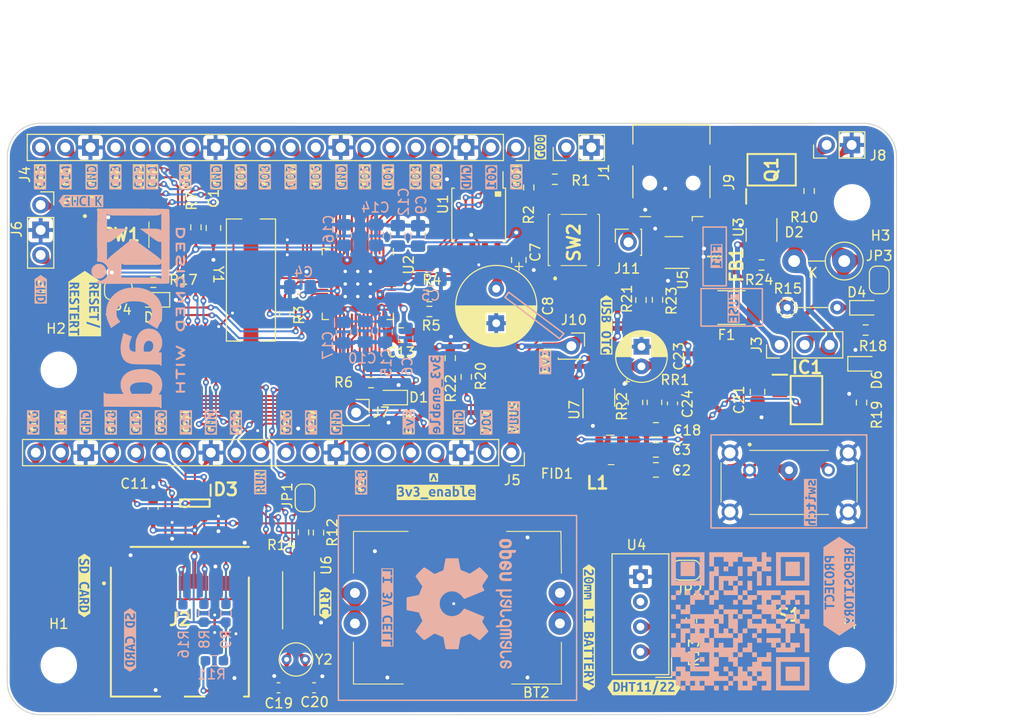
<source format=kicad_pcb>
(kicad_pcb (version 20211014) (generator pcbnew)
  (layers (0 "F.Cu" signal) (31 "B.Cu" signal) (34 "B.Paste" user) (35 "F.Paste" user) (36 "B.SilkS" user "B.Silkscreen") (37 "F.SilkS" user "F.Silkscreen") (38 "B.Mask" user) (39 "F.Mask" user) (44 "Edge.Cuts" user))
  (net 0 "")
  (net 1 "GND")
  (net 2 "/XIN")
  (net 3 "+1V1")
  (net 4 "VBUS")
  (net 5 "/~{USB_BOOT}")
  (net 6 "+VDC")
  (net 7 "/GPIO0")
  (net 8 "/GPIO1")
  (net 9 "/GPIO2")
  (net 10 "/GPIO3")
  (net 11 "/GPIO4")
  (net 12 "/GPIO6")
  (net 13 "/GPIO7")
  (net 14 "/GPIO8")
  (net 15 "/GPIO9")
  (net 16 "/GPIO10")
  (net 17 "/GPIO11")
  (net 18 "/GPIO12")
  (net 19 "/GPIO13")
  (net 20 "/GPIO14")
  (net 21 "/GPIO15")
  (net 22 "/GPIO29_ADC3")
  (net 23 "/GPIO28_ADC2")
  (net 24 "/GPIO27_ADC1")
  (net 25 "/GPIO26_ADC0")
  (net 26 "/GPIO25")
  (net 27 "/GPIO20")
  (net 28 "/GPIO23")
  (net 29 "/GPIO22")
  (net 30 "/GPIO21")
  (net 31 "/GPIO18")
  (net 32 "/GPIO17")
  (net 33 "/GPIO16")
  (net 34 "/RUN")
  (net 35 "/SWD")
  (net 36 "/SWCLK")
  (net 37 "/QSPI_SS")
  (net 38 "/XOUT")
  (net 39 "/QSPI_SD1")
  (net 40 "/QSPI_SD2")
  (net 41 "/QSPI_SD0")
  (net 42 "/QSPI_SCLK")
  (net 43 "/QSPI_SD3")
  (net 47 "/GPIO5")
  (net 48 "/Power/lin_reg")
  (net 49 "/Power/buck/FB")
  (net 50 "D-")
  (net 51 "D+")
  (net 53 "+BATT")
  (net 56 "/USB+")
  (net 57 "/USB-")
  (net 58 "/Power/VBUS_RAW")
  (net 59 "+3V3")
  (net 60 "/Power/buck_out")
  (net 61 "3v3_enable")
  (net 63 "/GPIO25-led")
  (net 64 "/Power/vbus_led")
  (net 65 "/Power/VBUS_RAW2")
  (net 66 "/Power/vbus_led-jumper")
  (net 67 "/Power/Drains")
  (net 68 "/Power/3v3_led")
  (net 70 "/MFP")
  (net 71 "/RTC/Li-ion-20mm-cell")
  (net 72 "/RTC/X1")
  (net 73 "/RTC/X2")
  (net 74 "/Power/buck/inductor_buck")
  (net 75 "/GPIO19")
  (net 76 "/Power/custom_led")
  (net 77 "Net-(JP2-Pad2)")
  (net 78 "/Power/batt_protection")
  (net 79 "GPIO24")
  (net 80 "/Power/led_select")
  (net 81 "/Power/3v3_led-jumper")
  (net 82 "/XOUT-raw")
  (net 83 "Net-(J11-Pad1)")
  (footprint "kibuzzard-626E76B5" (layer "F.Cu") (at 102.0572 60.372625 90)
    (fp_text reference "kibuzzard-626E76B5" hide)
    (fp_text value "G***" hide)
  )
  (footprint "Resistor_SMD:R_0603_1608Metric_Pad0.98x0.95mm_HandSolder" (layer "F.Cu") (at 115.7224 78.8162 -90)
    (fp_text reference "R22")
    (fp_text value "10k")
  )
  (footprint "Resistor_SMD:R_0805_2012Metric" (layer "F.Cu") (at 136.4488 83.312 90)
    (fp_text reference "RR1")
    (fp_text value "91k")
  )
  (footprint "kibuzzard-626E968A" (layer "F.Cu") (at 88.9 85.344 90)
    (fp_text reference "kibuzzard-626E968A" hide)
    (fp_text value "G***" hide)
  )
  (footprint "kibuzzard-626E937A" (layer "F.Cu") (at 131.572 75.438 -90)
    (fp_text reference "kibuzzard-626E937A" hide)
    (fp_text value "G***" hide)
  )
  (footprint "Resistor_SMD:R_0603_1608Metric_Pad0.98x0.95mm_HandSolder" (layer "F.Cu") (at 136.7536 72.8961 -90)
    (fp_text reference "R21")
    (fp_text value "10k")
  )
  (footprint "Resistor_THT:R_Axial_DIN0204_L3.6mm_D1.6mm_P5.08mm_Vertical" (layer "F.Cu") (at 149.90384 73.68116)
    (fp_text reference "R15")
    (fp_text value "4.7k")
  )
  (footprint "Connector_PinSocket_2.54mm:PinSocket_1x01_P2.54mm_Vertical" (layer "F.Cu") (at 106.16584 84.34916)
    (fp_text reference "J7")
    (fp_text value "Conn_01x01")
  )
  (footprint "kibuzzard-626E7694" (layer "F.Cu") (at 88.8238 60.380562 90)
    (fp_text reference "kibuzzard-626E7694" hide)
    (fp_text value "G***" hide)
  )
  (footprint "kibuzzard-626E7607" (layer "F.Cu") (at 104.6734 60.386912 90)
    (fp_text reference "kibuzzard-626E7607" hide)
    (fp_text value "G***" hide)
  )
  (footprint "Package_SO:SOIC-8_5.23x5.23mm_P1.27mm" (layer "F.Cu") (at 118.61184 64.28316 -90)
    (fp_text reference "U1")
    (fp_text value "W25Q128JVS")
  )
  (footprint "Connector_PinHeader_2.54mm:PinHeader_1x03_P2.54mm_Vertical" (layer "F.Cu") (at 149.1488 77.47 90)
    (fp_text reference "J3")
    (fp_text value "Conn_01x03")
  )
  (footprint "Connector_PinHeader_2.54mm:PinHeader_1x02_P2.54mm_Vertical" (layer "F.Cu") (at 127.50184 57.42516 90)
    (fp_text reference "J1")
    (fp_text value "Conn_01x02")
  )
  (footprint "kibuzzard-626ED354" (layer "F.Cu") (at 78.2574 62.865)
    (fp_text reference "kibuzzard-626ED354" hide)
    (fp_text value "G***" hide)
  )
  (footprint "kibuzzard-626E7343" (layer "F.Cu") (at 74.0918 60.366275 90)
    (fp_text reference "kibuzzard-626E7343" hide)
    (fp_text value "G***" hide)
  )
  (footprint "Package_TO_SOT_SMD:SOT-23" (layer "F.Cu") (at 147.31384 66.31516 -90)
    (fp_text reference "U3")
    (fp_text value "APX810S05")
  )
  (footprint "SamacSys_Parts:SOT95P285X140-6N" (layer "F.Cu") (at 89.8108 93.5386 -90)
    (fp_text reference "D3")
    (fp_text value "D5V0P4UR6SO-7" hide)
  )
  (footprint "Connector_PinSocket_2.54mm:PinSocket_1x20_P2.54mm_Vertical" (layer "F.Cu") (at 121.91384 88.41316 -90)
    (fp_text reference "J5")
    (fp_text value "right_side")
  )
  (footprint "Capacitor_SMD:C_0805_2012Metric_Pad1.18x1.45mm_HandSolder" (layer "F.Cu") (at 122.682 68.85516 -90)
    (fp_text reference "C7")
    (fp_text value "100n")
  )
  (footprint "kibuzzard-626E9683" (layer "F.Cu") (at 86.36 85.344 90)
    (fp_text reference "kibuzzard-626E9683" hide)
    (fp_text value "G***" hide)
  )
  (footprint "kibuzzard-626E7607" (layer "F.Cu") (at 79.3242 60.386912 90)
    (fp_text reference "kibuzzard-626E7607" hide)
    (fp_text value "G***" hide)
  )
  (footprint "kibuzzard-626E948F" (layer "F.Cu") (at 129.794 106.172 -90)
    (fp_text reference "kibuzzard-626E948F" hide)
    (fp_text value "G***" hide)
  )
  (footprint "Capacitor_SMD:C_0603_1608Metric_Pad1.08x0.95mm_HandSolder" (layer "F.Cu") (at 85.5726 94.0308 90)
    (fp_text reference "C11")
    (fp_text value "10u")
  )
  (footprint "LED_SMD:LED_0603_1608Metric_Pad1.05x0.95mm_HandSolder" (layer "F.Cu") (at 157.72684 79.39616)
    (fp_text reference "D6")
    (fp_text value "LED_Small Green")
  )
  (footprint "kibuzzard-626E96C2" (layer "F.Cu") (at 114.3 92.456)
    (fp_text reference "kibuzzard-626E96C2" hide)
    (fp_text value "G***" hide)
  )
  (footprint "Resistor_SMD:R_0603_1608Metric_Pad0.98x0.95mm_HandSolder" (layer "F.Cu") (at 157.45884 83.33316 90)
    (fp_text reference "R19")
    (fp_text value "10k+ pullup")
  )
  (footprint "kibuzzard-626E7607" (layer "F.Cu") (at 91.9734 60.386912 90)
    (fp_text reference "kibuzzard-626E7607" hide)
    (fp_text value "G***" hide)
  )
  (footprint "kibuzzard-626E75F6" (layer "F.Cu") (at 76.6826 60.3885 90)
    (fp_text reference "kibuzzard-626E75F6" hide)
    (fp_text value "G***" hide)
  )
  (footprint "Fiducial:Fiducial_0.5mm_Mask1mm" (layer "F.Cu") (at 126.492 92.202 90)
    (fp_text reference "FID1")
    (fp_text value "Fiducial")
  )
  (footprint "SamacSys_Parts:EG1224" (layer "F.Cu") (at 146.10784 90.19116)
    (fp_text reference "S1")
    (fp_text value "EG1224  SPDT switch" hide)
  )
  (footprint "kibuzzard-626E760F" (layer "F.Cu") (at 81.7372 60.36945 90)
    (fp_text reference "kibuzzard-626E760F" hide)
    (fp_text value "G***" hide)
  )
  (footprint "Fuse:Fuse_1812_4532Metric_Pad1.30x3.40mm_HandSolder" (layer "F.Cu") (at 144.26584 73.68116)
    (fp_text reference "F1")
    (fp_text value "Polyfuse_Small")
  )
  (footprint "kibuzzard-626ED31B" (layer "F.Cu") (at 74.168 71.8312 -90)
    (fp_text reference "kibuzzard-626ED31B" hide)
    (fp_text value "G***" hide)
  )
  (footprint "Resistor_SMD:R_0603_1608Metric_Pad0.98x0.95mm_HandSolder" (layer "F.Cu") (at 123.69184 61.48916 90)
    (fp_text reference "R2")
    (fp_text value "DNF")
  )
  (footprint "SamacSys_Parts:PTS526SK15SMTR2LFS" (layer "F.Cu") (at 128.27 66.82316 90)
    (fp_text reference "SW2")
    (fp_text value "SW_SPST" hide)
  )
  (footprint "kibuzzard-626E96E0" (layer "F.Cu") (at 114.046 90.932 90)
    (fp_text reference "kibuzzard-626E96E0" hide)
    (fp_text value "G***" hide)
  )
  (footprint "Resistor_SMD:R_0603_1608Metric_Pad0.98x0.95mm_HandSolder" (layer "F.Cu") (at 157.87834 75.96716 180)
    (fp_text reference "R18")
    (fp_text value "330")
  )
  (footprint "Resistor_SMD:R_0603_1608Metric_Pad0.98x0.95mm_HandSolder" (layer "F.Cu") (at 85.598 71.12 180)
    (fp_text reference "R17")
    (fp_text value "330")
  )
  (footprint "kibuzzard-626E96B6" (layer "F.Cu") (at 125.349 79.121 90)
    (fp_text reference "kibuzzard-626E96B6" hide)
    (fp_text value "G***" hide)
  )
  (footprint "Connector_USB:USB_Mini-B_Lumberg_2486_01_Horizontal" (layer "F.Cu") (at 138.16984 61.04016 180)
    (fp_text reference "J9")
    (fp_text value "USB_B_Mini")
  )
  (footprint "kibuzzard-626E76C6" (layer "F.Cu") (at 109.3978 60.3885 90)
    (fp_text reference "kibuzzard-626E76C6" hide)
    (fp_text value "G***" hide)
  )
  (footprint "Capacitor_THT:CP_Radial_D5.0mm_P2.00mm" (layer "F.Cu") (at 135.128 79.6544 90)
    (fp_text reference "C23")
    (fp_text value "22u")
  )
  (footprint "kibuzzard-626E96A8" (layer "F.Cu") (at 101.6 85.344 90)
    (fp_text reference "kibuzzard-626E96A8" hide)
    (fp_text value "G***" hide)
  )
  (footprint "kibuzzard-626E76CD" (layer "F.Cu") (at 112.1918 60.36945 90)
    (fp_text reference "kibuzzard-626E76CD" hide)
    (fp_text value "G***" hide)
  )
  (footprint "Resistor_SMD:R_0603_1608Metric_Pad0.98x0.95mm_HandSolder" (layer "F.Cu") (at 102.35584 96.54116 90)
    (fp_text reference "R12")
    (fp_text value "10k")
  )
  (footprint "Capacitor_SMD:C_0805_2012Metric" (layer "F.Cu") (at 136.591 88.138)
    (fp_text reference "C3")
    (fp_text value "10u")
  )
  (footprint "Resistor_SMD:R_0603_1608Metric_Pad0.98x0.95mm_HandSolder" (layer "F.Cu") (at 147.31384 69.36316)
    (fp_text reference "R24")
    (fp_text value "10k")
  )
  (footprint "Resistor_SMD:R_0603_1608Metric_Pad0.98x0.95mm_HandSolder" (layer "F.Cu") (at 89.916 65.532 -90)
    (fp_text reference "R7")
    (fp_text value "10k")
  )
  (footprint "Capacitor_SMD:C_0603_1608Metric_Pad1.08x0.95mm_HandSolder" (layer "F.Cu") (at 138.2776 83.4147 90)
    (fp_text reference "C24")
    (fp_text value "22p optional")
  )
  (footprint "LED_SMD:LED_0603_1608Metric_Pad1.05x0.95mm_HandSolder" (layer "F.Cu") (at 85.598 72.898 180)
    (fp_text reference "D5")
    (fp_text value "LED_Small Green")
  )
  (footprint "Resistor_SMD:R_0603_1608Metric_Pad0.98x0.95mm_HandSolder" (layer "F.Cu") (at 107.68984 81.30116 180)
    (fp_text reference "R6")
    (fp_text value "330")
  )
  (footprint "Diode_THT:D_DO-15_P5.08mm_Vertical_KathodeUp" (layer "F.Cu") (at 150.622 68.961)
    (fp_text reference "D2")
    (fp_text value "D_Shockley")
  )
  (footprint "Connector_PinSocket_2.54mm:PinSocket_1x20_P2.54mm_Vertical" (layer "F.Cu") (at 122.39184 57.42516 -90)
    (fp_text reference "J4")
    (fp_text value "lefl_side")
  )
  (footprint "Jumper:SolderJumper-2_P1.3mm_Bridged_RoundedPad1.0x1.5mm" (layer "F.Cu") (at 82.042 71.90316 180)
    (fp_text reference "JP4")
    (fp_text value "SolderJumper")
  )
  (footprint "Jumper:SolderJumper-2_P1.3mm_Bridged_RoundedPad1.0x1.5mm" (layer "F.Cu") (at 139.69384 100.35116)
    (fp_text reference "JP2")
    (fp_text value "SolderJumper")
  )
  (footprint "kibuzzard-626E9537" (layer "F.Cu") (at 76.2 85.344 90)
    (fp_text reference "kibuzzard-626E9537" hide)
    (fp_text value "G***" hide)
  )
  (footprint "Connector_PinSocket_2.54mm:PinSocket_1x01_P2.54mm_Vertical" (layer "F.Cu") (at 133.8072 67.056 90)
    (fp_text reference "J11")
    (fp_text value "Conn_01x01")
  )
  (footprint "Resistor_SMD:R_0805_2012Metric" (layer "F.Cu") (at 134.5184 83.312 90)
    (fp_text reference "RR2")
    (fp_text value "20k")
  )
  (footprint "Connector_PinHeader_2.54mm:PinHeader_1x02_P2.54mm_Vertical" (layer "F.Cu") (at 153.924 57.17116 90)
    (fp_text reference "J8")
    (fp_text value "Conn_01x02_Male")
  )
  (footprint "Z_mycustom_footprint_lib:ATS120SM" (layer "F.Cu") (at 95.49784 70.88716 -90)
    (fp_text reference "Y1")
    (fp_text value "ABLS-12.000MHZ-B4-T")
  )
  (footprint "Package_SO:TSSOP-8_4.4x3mm_P0.65mm" (layer "F.Cu") (at 100.32384 102.71136 90)
    (fp_text reference "U6")
    (fp_text value "MCP79412")
  )
  (footprint "SamacSys_Parts:SOIC127P600X175-8N" (layer "F.Cu") (at 148.336 59.69 90)
    (fp_text reference "Q1")
    (fp_text value "DMG9933USD-13" hide)
  )
  (footprint "Resistor_SMD:R_0603_1608Metric_Pad0.98x0.95mm_HandSolder" (layer "F.Cu") (at 98.933 74.3458 -90)
    (fp_text reference "R3")
    (fp_text value "1k")
  )
  (footprint "kibuzzard-626E96FC" (layer "F.Cu") (at 122.174 84.836 90)
    (fp_text reference "kibuzzard-626E96FC" hide)
    (fp_text value "G***" hide)
  )
  (footprint "Package_TO_SOT_SMD:SOT-23-5_HandSoldering" (layer "F.Cu") (at 138.42384 68.09316 180)
    (fp_text reference "U5")
    (fp_text value "D1213A-02SM")
  )
  (footprint "Jumper:SolderJumper-2_P1.3mm_Bridged_RoundedPad1.0x1.5mm" (layer "F.Cu") (at 159.258 70.881 -90)
    (fp_text reference "JP3")
    (fp_text value "SolderJumper")
  )
  (footprint "Capacitor_SMD:C_0805_2012Metric" (layer "F.Cu") (at 136.591 86.106)
    (fp_text reference "C18")
    (fp_text value "10u")
  )
  (footprint "kibuzzard-626E966C" (layer "F.Cu") (at 83.82 85.344 90)
    (fp_text reference "kibuzzard-626E966C" hide)
    (fp_text value "G***" hide)
  )
  (footprint "SamacSys_Parts:MEM20510019500A" (layer "F.Cu") (at 88.2868 105.3496 180)
    (fp_text reference "J2")
    (fp_text value "MEM2051-00-195-00-A" hide)
  )
  (footprint "kibuzzard-626E98D2" (layer "F.Cu") (at 96.4438 91.3892 90)
    (fp_text reference "kibuzzard-626E98D2" hide)
    (fp_text value "G***" hide)
  )
  (footprint "Z_mycustom_footprint_lib:BATHLD001THM" (layer "F.Cu") (at 116.03684 103.90716)
    (fp_text reference "BT2")
    (fp_text value "Battery_Cell")
  )
  (footprint "kibuzzard-626E76E0" (layer "F.Cu") (at 122.428 60.3758 90)
    (fp_text reference "kibuzzard-626E76E0" hide)
    (fp_text value "G***" hide)
  )
  (footprint "kibuzzard-626E761A" (layer "F.Cu") (at 84.1248 60.378181 90)
    (fp_text reference "kibuzzard-626E761A" hide)
    (fp_text value "G***" hide)
  )
  (footprint "Capacitor_SMD:C_0805_2012Metric" (layer "F.Cu") (at 136.591 90.17)
    (fp_text reference "C2")
    (fp_text value "10u")
  )
  (footprint "MountingHole:MountingHole_3.2mm_M3" (layer "F.Cu") (at 76 80)
    (fp_text reference "H2")
    (fp_text value "MountingHole")
  )
  (footprint "Crystal:Crystal_C38-LF_D3.0mm_L8.0mm_Vertical" (layer "F.Cu") (at 99.11984 109.41696)
    (fp_text reference "Y2")
    (fp_text value "32.7680kHz")
  )
  (footprint "kibuzzard-626E96B6" (layer "F.Cu") (at 111.506 85.344 90)
    (fp_text reference "kibuzzard-626E96B6" hide)
    (fp_text value "G***" hide)
  )
  (footprint "Capacitor_SMD:C_0805_2012Metric_Pad1.18x1.45mm_HandSolder" (layer "F.Cu") (at 146.90744 82.24096 -90)
    (fp_text reference "C21")
    (fp_text value "1u")
  )
  (footprint "kibuzzard-626E9692" (layer "F.Cu") (at 93.98 85.344 90)
    (fp_text reference "kibuzzard-626E9692" hide)
    (fp_text value "G***" hide)
  )
  (footprint "Capacitor_SMD:C_0603_1608Metric_Pad1.08x0.95mm_HandSolder" (layer "F.Cu") (at 98.2991 112.2934)
    (fp_text reference "C19")
    (fp_text value "15pF")
  )
  (footprint "SamacSys_Parts:PTS526SK15SMTR2LFS" (layer "F.Cu") (at 82.55 66.294)
    (fp_text reference "SW1")
    (fp_text value "SW_SPST" hide)
  )
  (footprint "kibuzzard-626E9458" (layer "F.Cu") (at 78.5876 101.9048 -90)
    (fp_text reference "kibuzzard-626E9458" hide)
    (fp_text value "G***" hide)
  )
  (footprint "kibuzzard-626E94A4" (layer "F.Cu") (at 135.382 112.268)
    (fp_text reference "kibuzzard-626E94A4" hide)
    (fp_text value "G***" hide)
  )
  (footprint "kibuzzard-626E7607" (layer "F.Cu") (at 91.44 85.344 90)
    (fp_text reference "kibuzzard-626E7607" hide)
    (fp_text value "G***" hide)
  )
  (footprint "kibuzzard-626E96EE" (layer "F.Cu") (at 119.38 85.344 90)
    (fp_text reference "kibuzzard-626E96EE" hide)
    (fp_text value "G***" hide)
  )
  (footprint "Resistor_SMD:R_0603_1608Metric_Pad0.98x0.95mm_HandSolder" (layer "F.Cu") (at 135.0772 72.91916 90)
    (fp_text reference "R23")
    (fp_text value "5k6")
  )
  (footprint "Resistor_SMD:R_0603_1608Metric_Pad0.98x0.95mm_HandSolder" (layer "F.Cu") (at 152.146 61.849 -90)
    (fp_text reference "R10")
    (fp_text value "10k")
  )
  (footprint "Resistor_SMD:R_0603_1608Metric_Pad0.98x0.95mm_HandSolder" (layer "F.Cu") (at 113.60994 72.55966 180)
    (fp_text reference "R4")
    (fp_text value "27")
  )
  (footprint "kibuzzard-626E7607" (layer "F.Cu") (at 78.74 85.344 90)
    (fp_text reference "kibuzzard-626E7607" hide)
    (fp_text value "G***" hide)
  )
  (footprint "Capacitor_SMD:C_0805_2012Metric_Pad1.18x1.45mm_HandSolder" (layer "F.Cu") (at 110.71634 76.47516)
    (fp_text reference "C13")
    (fp_text value "100n")
  )
  (footprint "LED_SMD:LED_0603_1608Metric_Pad1.05x0.95mm_HandSolder" (layer "F.Cu") (at 157.91964 73.70656)
    (fp_text reference "D4")
    (fp_text value "LED_Small Green")
  )
  (footprint "kibuzzard-626E76AE" (layer "F.Cu") (at 99.5172 60.371037 90)
    (fp_text reference "kibuzzard-626E76AE" hide)
    (fp_text value "G***" hide)
  )
  (footprint "Resistor_SMD:R_0603_1608Metric_Pad0.98x0.95mm_HandSolder" (layer "F.Cu") (at 117.348 80.7212 -90)
    (fp_text reference "R20")
    (fp_text value "10k")
  )
  (footprint "Package_TO_SOT_SMD:SOT-23-6_Handsoldering" (layer "F.Cu") (at 130.80384 82.82516 90)
    (fp_text reference "U7")
    (fp_text value "DIO6012BCST6")
  )
  (footprint "MountingHole:MountingHole_3.2mm_M3" (layer "F.Cu") (at 156.5 63)
    (fp_text reference "H3")
    (fp_text value "MountingHole")
  )
  (footprint "Resistor_SMD:R_0603_1608Metric_Pad0.98x0.95mm_HandSolder" (layer "F.Cu") (at 126.33534 60.65096)
    (fp_text reference "R1")
    (fp_text value "1k")
  )
  (footprint "kibuzzard-626E769F" (layer "F.Cu") (at 94.4626 60.374212 90)
    (fp_text reference "kibuzzard-626E769F" hide)
    (fp_text value "G***" hide)
  )
  (footprint "Capacitor_SMD:C_0805_2012Metric_Pad1.18x1.45mm_HandSolder" (layer "F.Cu") (at 91.694 65.60396 -90)
    (fp_text reference "C1")
    (fp_text value "100n")
  )
  (footprint "SamacSys_Parts:SOIC127P600X170-8N" (layer "F.Cu") (at 151.87084 83.07916)
    (fp_text reference "IC1")
    (fp_text value "AP2112M-3.3TRG1" hide)
  )
  (footprint "RP2040_minimal:RP2040-QFN-56" (layer "F.Cu") (at 106.34364 71.28966 -90)
    (fp_text reference "U2")
    (fp_text value "RP2040")
  )
  (footprint "Resistor_SMD:R_0603_1608Metric_Pad0.98x0.95mm_HandSolder" (layer "F.Cu") (at 140.20184 105.43116 -90)
    (fp_text reference "R13")
    (fp_text value "4k7")
  )
  (footprint "Capacitor_THT:CP_Radial_D8.0mm_P3.50mm" (layer "F.Cu") (at 120.38984 71.774509 -90)
    (fp_text reference "C8")
    (fp_text value "10u")
  )
  (footprint "SamacSys_Parts:NRH3012T220MNV" (layer "F.Cu") (at 131.953 88.138)
    (fp_text reference "L1")
    (fp_text value "NRH3012T2R2MN  2,2uH" hide)
  )
  (footprint "Connector_PinSocket_2.54mm:PinSocket_1x01_P2.54mm_Vertical" (layer "F.Cu") (at 128.016 77.597)
    (fp_text reference "J10")
    (fp_text value "Conn_01x01")
  )
  (footprint "Capacitor_SMD:C_0603_1608Metric_Pad1.08x0.95mm_HandSolder" (layer "F.Cu") (at 101.9059 112.2934 180)
    (fp_text reference "C20")
    (fp_text value "15pF")
  )
  (footprint "MountingHole:MountingHole_3.2mm_M3" (layer "F.Cu") (at 156 110)
    (fp_text reference "H4")
    (fp_text value "MountingHole")
  )
  (footprint "kibuzzard-626E977A" (layer "F.Cu") (at 106.68 91.44 90)
    (fp_text reference "kibuzzard-626E977A" hide)
    (fp_text value "G***" hide)
  )
  (footprint "Resistor_SMD:R_0603_1608Metric_Pad0.98x0.95mm_HandSolder" (layer "F.Cu") (at 113.60994 74.08366 180)
    (fp_text reference "R5")
    (fp_text value "27")
  )
  (footprint "Resistor_SMD:R_0603_1608Metric_Pad0.98x0.95mm_HandSolder" (layer "F.Cu") (at 100.83184 96.50916 90)
    (fp_text reference "R14")
    (fp_text value "10k")
  )
  (footprint "kibuzzard-626E7622" (layer "F.Cu") (at 85.471 60.3758 90)
    (fp_text reference "kibuzzard-626E7622" hide)
    (fp_text value "G***" hide)
  )
  (footprint "kibuzzard-626E9677" (layer "F.Cu") (at 81.28 85.344 90)
    (fp_text reference "kibuzzard-626E9677" hide)
    (fp_text value "G***" hide)
  )
  (footprint "kibuzzard-626E76A5" (layer "F.Cu") (at 96.901 60.378975 90)
    (fp_text reference "kibuzzard-626E76A5" hide)
    (fp_text value "G***" hide)
  )
  (footprint "kibuzzard-626E7607" (layer "F.Cu") (at 104.14 85.344 90)
    (fp_text reference "kibuzzard-626E7607" hide)
    (fp_text value "G***" hide)
  )
  (footprint "kibuzzard-626E969D" (layer "F.Cu") (at 99.06 85.344 90)
    (fp_text reference "kibuzzard-626E969D" hide)
    (fp_text value "G***" hide)
  )
  (footprint "kibuzzard-626E76D2" (layer "F.Cu") (at 114.3 60.378181 90)
    (fp_text reference "kibuzzard-626E76D2" hide)
    (fp_text value "G***" hide)
  )
  (footprint "kibuzzard-626E9527" (layer "F.Cu") (at 73.406 85.344 90)
    (fp_text reference "kibuzzard-626E9527" hide)
    (fp_text value "G***" hide)
  )
  (footprint "kibuzzard-626E946D" (layer "F.Cu") (at 103.0478 103.7082 -90)
    (fp_text reference "kibuzzard-626E946D" hide)
    (fp_text value "G***" hide)
  )
  (footprint "kibuzzard-6275430A" (layer "F.Cu") (at 78.6384 73.279 -90)
    (fp_text reference "kibuzzard-6275430A" hide)
    (fp_text value "G***" hide)
  )
  (footprint "LED_SMD:LED_0603_1608Metric_Pad1.05x0.95mm_HandSolder" (layer "F.Cu") (at 109.72184 82.82516 180)
    (fp_text reference "D1")
    (fp_text value "LED_Small  Red")
  )
  (footprint "kibuzzard-626E7607" (layer "F.Cu") (at 116.586 85.344 90)
    (fp_text reference "kibuzzard-626E7607" hide)
    (fp_text value "G***" hide)
  )
  (footprint "SamacSys_Parts:BEADC4516X185N" (layer "F.Cu") (at 142.56404 68.49956 -90)
    (fp_text reference "FB1")
    (fp_text value "HI1806T600R-10" hide)
  )
  (footprint "Connector_PinSocket_2.54mm:PinSocket_1x03_P2.54mm_Vertical" (layer "F.Cu") (at 74.16184 63.26716)
    (fp_text reference "J6")
    (fp_text value "debug")
  )
  (footprint "MountingHole:MountingHole_3.2mm_M3" (layer "F.Cu") (at 76 110)
    (fp_text reference "H1")
    (fp_text value "MountingHole")
  )
  (footprint "Sensor:Aosong_DHT11_5.5x12.0_P2.54mm" (layer "F.Cu") (at 135.02434 108.63566 180)
    (fp_text reference "U4")
    (fp_text value "DHT11")
  )
  (footprint "Jumper:SolderJumper-2_P1.3mm_Bridged_RoundedPad1.0x1.5mm" (layer "F.Cu") (at 100.9904 93.0148 90)
    (fp_text reference "JP1")
    (fp_text value "SolderJumper")
  )
  (footprint "kibuzzard-626E76E7" (layer "F.Cu") (at 124.8664 57.404 90)
    (fp_text reference "kibuzzard-626E76E7" hide)
    (fp_text value "G***" hide)
  )
  (footprint "kibuzzard-626E76C0" (layer "F.Cu") (at 107.061 60.366275 90)
    (fp_text reference "kibuzzard-626E76C0" hide)
    (fp_text value "G***" hide)
  )
  (footprint "kibuzzard-626E76C6" (layer "B.Cu") (at 109.4232 60.452 -90)
    (fp_text reference "kibuzzard-626E76C6" hide)
    (fp_text value "G***" hide)
  )
  (footprint "kibuzzard-626E7607" (layer "B.Cu") (at 79.3496 60.453588 -90)
    (fp_text reference "kibuzzard-626E7607" hide)
    (fp_text value "G***" hide)
  )
  (footprint "kibuzzard-626E96EE" (layer "B.Cu") (at 119.38 85.344 -90)
    (fp_text reference "kibuzzard-626E96EE" hide)
    (fp_text value "G***" hide)
  )
  (footprint "kibuzzard-626E7607" (layer "B.Cu") (at 117.348 60.452 -90)
    (fp_text reference "kibuzzard-626E7607" hide)
    (fp_text value "G***" hide)
  )
  (footprint "kibuzzard-626E969D" (layer "B.Cu") (at 99.06 85.344 -90)
    (fp_text reference "kibuzzard-626E969D" hide)
    (fp_text value "G***" hide)
  )
  (footprint "Capacitor_SMD:C_0805_2012Metric_Pad1.18x1.45mm_HandSolder" (layer "B.Cu") (at 112.46504 66.41286 90)
    (fp_text reference "C9")
    (fp_text value "100n")
  )
  (footprint "kibuzzard-626E96A8" (layer "B.Cu") (at 101.6 85.344 -90)
    (fp_text reference "kibuzzard-626E96A8" hide)
    (fp_text value "G***" hide)
  )
  (footprint "Resistor_SMD:R_0603_1608Metric_Pad0.98x0.95mm_HandSolder" (layer "B.Cu") (at 91.7956 109.5502)
    (fp_text reference "R11")
    (fp_text value "10k")
  )
  (footprint "kibuzzard-626E96FC" (layer "B.Cu") (at 122.174 84.836 -90)
    (fp_text reference "kibuzzard-626E96FC" hide)
    (fp_text value "G***" hide)
  )
  (footprint "Capacitor_SMD:C_0805_2012Metric_Pad1.18x1.45mm_HandSolder" (layer "B.Cu") (at 104.9528 66.3194 90)
    (fp_text reference "C16")
    (fp_text value "100n")
  )
  (footprint "kibuzzard-626E98D2" (layer "B.Cu") (at 96.4438 91.44 -90)
    (fp_text reference "kibuzzard-626E98D2" hide)
    (fp_text value "G***" hide)
  )
  (footprint "kibuzzard-626E76E7" (layer "B.Cu") (at 122.428 60.452 -90)
    (fp_text reference "kibuzzard-626E76E7" hide)
    (fp_text value "G***" hide)
  )
  (footprint "kibuzzard-626E7607" (layer "B.Cu") (at 104.14 85.344 -90)
    (fp_text reference "kibuzzard-626E7607" hide)
    (fp_text value "G***" hide)
  )
  (footprint "kibuzzard-626ED45F" (layer "B.Cu") (at 142.748 68.453 -90)
    (fp_text reference "kibuzzard-626ED45F" hide)
    (fp_text value "G***" hide)
  )
  (footprint "kibuzzard-626E7694" (layer "B.Cu") (at 88.8492 60.459938 -90)
    (fp_text reference "kibuzzard-626E7694" hide)
    (fp_text value "G***" hide)
  )
  (footprint "kibuzzard-626E966C" (layer "B.Cu") (at 83.82 85.344 -90)
    (fp_text reference "kibuzzard-626E966C" hide)
    (fp_text value "G***" hide)
  )
  (footprint "Capacitor_SMD:C_0805_2012Metric_Pad1.18x1.45mm_HandSolder" (layer "B.Cu") (at 100.4824 71.6026 180)
    (fp_text reference "C4")
    (fp_text value "100n")
  )
  (footprint "kibuzzard-626E9537" (layer "B.Cu") (at 76.2 85.344 -90)
    (fp_text reference "kibuzzard-626E9537" hide)
    (fp_text value "G***" hide)
  )
  (footprint "kibuzzard-626E96B6" (layer "B.Cu") (at 111.506 85.344 -90)
    (fp_text reference "kibuzzard-626E96B6" hide)
    (fp_text value "G***" hide)
  )
  (footprint "kibuzzard-626E769F" (layer "B.Cu") (at 94.488 60.466288 -90)
    (fp_text reference "kibuzzard-626E769F" hide)
    (fp_text value "G***" hide)
  )
  (footprint "kibuzzard-626E96C2" (layer "B.Cu") (at 114.3 82.55 -90)
    (fp_text reference "kibuzzard-626E96C2" hide)
    (fp_text value "G***" hide)
  )
  (footprint "Capacitor_SMD:C_0805_2012Metric_Pad1.18x1.45mm_HandSolder" (layer "B.Cu") (at 110.40764 66.39526 90)
    (fp_text reference "C12")
    (fp_text value "100n")
  )
  (footprint "kibuzzard-626E9683" (layer "B.Cu") (at 86.36 85.344 -90)
    (fp_text reference "kibuzzard-626E9683" hide)
    (fp_text value "G***" hide)
  )
  (footprint "LOGO" (layer "B.Cu") (at 145.161 105.537 180)
    (fp_text reference " ")
    (fp_text value "LOGO" hide)
  )
  (footprint "kibuzzard-626ED435" (layer "B.Cu") (at 152.273 93.472 -90)
    (fp_text reference "kibuzzard-626ED435" hide)
    (fp_text value "G***" hide)
  )
  (footprint "kibuzzard-626E9692" (layer "B.Cu") (at 93.98 85.344 -90)
    (fp_text reference "kibuzzard-626E9692" hide)
    (fp_text value "G***" hide)
  )
  (footprint "kibuzzard-626ED31B" (layer "B.Cu") (at 74.168 71.8312 -90)
    (fp_text reference "kibuzzard-626ED31B" hide)
    (fp_text value "G***" hide)
  )
  (footprint "kibuzzard-626ED447" (layer "B.Cu") (at 144.4752 73.6346 -90)
    (fp_text reference "kibuzzard-626ED447" hide)
    (fp_text value "G***" hide)
  )
  (footprint "Symbol:KiCad-Logo2_8mm_SilkScreen" (layer "B.Cu") (at 83.250424 73.777107 -90)
    (fp_text reference "FID2" hide)
    (fp_text value "Fiducial" hide)
  )
  (footprint "kibuzzard-626E7607" (layer "B.Cu") (at 91.9988 60.453588 -90)
    (fp_text reference "kibuzzard-626E7607" hide)
    (fp_text value "G***" hide)
  )
  (footprint "Capacitor_SMD:C_0805_2012Metric_Pad1.18x1.45mm_HandSolder" (layer "B.Cu") (at 111.19504 76.83076 -90)
    (fp_text reference "C6")
    (fp_text value "1u")
  )
  (footprint "kibuzzard-626E75F6" (layer "B.Cu") (at 76.708 60.452 -90)
    (fp_text reference "kibuzzard-626E75F6" hide)
    (fp_text value "G***" hide)
  )
  (footprint "Capacitor_SMD:C_0805_2012Metric_Pad1.18x1.45mm_HandSolder" (layer "B.Cu") (at 109.11224 76.17036 -90)
    (fp_text reference "C15")
    (fp_text value "100n")
  )
  (footprint "kibuzzard-626E7607" (layer "B.Cu") (at 116.586 85.344 -90)
    (fp_text reference "kibuzzard-626E7607" hide)
    (fp_text value "G***" hide)
  )
  (footprint "kibuzzard-626E76B5" (layer "B.Cu") (at 102.0826 60.467875 -90)
    (fp_text reference "kibuzzard-626E76B5" hide)
    (fp_text value "G***" hide)
  )
  (footprint "Capacitor_SMD:C_0805_2012Metric_Pad1.18x1.45mm_HandSolder" (layer "B.Cu") (at 113.73504 70.78556)
    (fp_text reference "C5")
    (fp_text value "100n")
  )
  (footprint "kibuzzard-626E76E0" (layer "B.Cu") (at 119.888 60.452 -90)
    (fp_text reference "kibuzzard-626E76E0" hide)
    (fp_text value "G***" hide)
  )
  (footprint "kibuzzard-626E968A" (layer "B.Cu") (at 88.9 85.344 -90)
    (fp_text reference "kibuzzard-626E968A" hide)
    (fp_text value "G***" hide)
  )
  (footprint "kibuzzard-626ED41E" (layer "B.Cu") (at 109.347 104.14 -90)
    (fp_text reference "kibuzzard-626ED41E" hide)
    (fp_text value "G***" hide)
  )
  (footprint "Capacitor_SMD:C_0805_2012Metric_Pad1.18x1.45mm_HandSolder" (layer "B.Cu") (at 104.89584 76.24266 -90)
    (fp_text reference "C17")
    (fp_text value "100n")
  )
  (footprint "kibuzzard-626E9527" (layer "B.Cu") (at 73.406 85.344 -90)
    (fp_text reference "kibuzzard-626E9527" hide)
    (fp_text value "G***" hide)
  )
  (footprint "Resistor_SMD:R_0603_1608Metric_Pad0.98x0.95mm_HandSolder" (layer "B.Cu") (at 92.964 104.7223 -90)
    (fp_text reference "R9")
    (fp_text value "10k")
  )
  (footprint "kibuzzard-626E7343" (layer "B.Cu") (at 74.1172 60.474225 -90)
    (fp_text reference "kibuzzard-626E7343" hide)
    (fp_text value "G***" hide)
  )
  (footprint "kibuzzard-626E7607" (layer "B.Cu") (at 78.74 85.344 -90)
    (fp_text reference "kibuzzard-626E7607" hide)
    (fp_text value "G***" hide)
  )
  (footprint "Capacitor_SMD:C_0805_2012Metric_Pad1.18x1.45mm_HandSolder" (layer "B.Cu") (at 107.05484 76.14106 -90)
    (fp_text reference "C10")
    (fp_text value "1u")
  )
  (footprint "Resistor_SMD:R_0603_1608Metric_Pad0.98x0.95mm_HandSolder" (layer "B.Cu") (at 88.5952 104.775 -90)
    (fp_text reference "R16")
    (fp_text value "10k")
  )
  (footprint "kibuzzard-626E76CD" (layer "B.Cu") (at 112.2172 60.47105 -90)
    (fp_text reference "kibuzzard-626E76CD" hide)
    (fp_text value "G***" hide)
  )
  (footprint "kibuzzard-626ED354" (layer "B.Cu") (at 78.2574 62.865)
    (fp_text reference "kibuzzard-626ED354" hide)
    (fp_text value "G***" hide)
  )
  (footprint "kibuzzard-626E7622" (layer "B.Cu") (at 85.4964 60.4647 -90)
    (fp_text reference "kibuzzard-626E7622" hide)
    (fp_text value "G***" hide)
  )
  (footprint "Resistor_SMD:R_0603_1608Metric_Pad0.98x0.95mm_HandSolder" (layer "B.Cu") (at 90.7288 104.7223 -90)
    (fp_text reference "R8")
    (fp_text value "10k")
  )
  (footprint "kibuzzard-626E760F" (layer "B.Cu") (at 81.7626 60.47105 -90)
    (fp_text reference "kibuzzard-626E760F" hide)
    (fp_text value "G***" hide)
  )
  (footprint "kibuzzard-626E7607" (layer "B.Cu") (at 104.6988 60.453588 -90)
    (fp_text reference "kibuzzard-626E7607" hide)
    (fp_text value "G***" hide)
  )
  (footprint "kibuzzard-626E96B6" (layer "B.Cu") (at 125.349 79.248 -90)
    (fp_text reference "kibuzzard-626E96B6" hide)
    (fp_text value "G***" hide)
  )
  (footprint "Symbol:OSHW-Logo2_14.6x12mm_SilkScreen" (layer "B.Cu") (at 116.84 103.759 -90)
    (fp_text reference "FID3" hide)
    (fp_text value "Fiducial" hide)
  )
  (footprint "kibuzzard-627E9976" (layer "B.Cu") (at 155.194 101.981 -90)
    (fp_text reference "kibuzzard-627E9976" hide)
    (fp_text value "G***" hide)
  )
  (footprint "kibuzzard-626E76C0" (layer "B.Cu") (at 107.0864 60.474225 -90)
    (fp_text reference "kibuzzard-626E76C0" hide)
    (fp_text value "G***" hide)
  )
  (footprint "Capacitor_SMD:C_0805_2012Metric_Pad1.18x1.45mm_HandSolder" (layer "B.Cu") (at 108.19784 66.31516 90)
    (fp_text reference "C14")
    (fp_text value "100n")
  )
  (footprint "kibuzzard-626E761A" (layer "B.Cu") (at 84.1502 60.462319 -90)
    (fp_text reference "kibuzzard-626E761A" hide)
    (fp_text value "G***" hide)
  )
  (footprint "kibuzzard-626E76AE" (layer "B.Cu") (at 99.5426 60.469463 -90)
    (fp_text reference "kibuzzard-626E76AE" hide)
    (fp_text value "G***" hide)
  )
  (footprint "kibuzzard-626E9458" (layer "B.Cu") (at 83.2358 107.442 -90)
    (fp_text reference "kibuzzard-626E9458" hide)
    (fp_text value "G***" hide)
  )
  (footprint "kibuzzard-626E76D2" (layer "B.Cu") (at 114.3254 60.462319 -90)
    (fp_text reference "kibuzzard-626E76D2" hide)
    (fp_text value "G***" hide)
  )
  (footprint "kibuzzard-626E7607" (layer "B.Cu") (at 91.44 85.344 -90)
    (fp_text reference "kibuzzard-626E7607" hide)
    (fp_text value "G***" hide)
  )
  (footprint "kibuzzard-626E76A5" (layer "B.Cu") (at 96.9264 60.461525 -90)
    (fp_text reference "kibuzzard-626E76A5" hide)
    (fp_text value "G***" hide)
  )
  (footprint "kibuzzard-626E977A" (layer "B.Cu") (at 106.68 91.44 -90)
    (fp_text reference "kibuzzard-626E977A" hide)
    (fp_text value "G***" hide)
  )
  (footprint "kibuzzard-626E9677" (layer "B.Cu") (at 81.28 85.344 -90)
    (fp_text reference "kibuzzard-626E9677" hide)
    (fp_text value "G***" hide)
  )
  (gr_rect (start 141.3764 65.5066) (end 143.7386 71.4756) (layer "B.SilkS") (width 0.15) (fill none))
  (gr_line (start 121.666 72.136) (end 127.254 76.327) (layer "B.SilkS") (width 0.15))
  (gr_rect (start 141.1732 71.755) (end 147.3962 75.565) (layer "B.SilkS") (width 0.15) (fill none))
  (gr_line (start 126.8095 76.835) (end 121.285 72.644) (layer "B.SilkS") (width 0.15))
  (gr_rect (start 128.5494 113.5634) (end 104.3686 94.7928) (layer "B.SilkS") (width 0.15) (fill none))
  (gr_line (start 121.285 72.644) (end 121.666 72.136) (layer "B.SilkS") (width 0.15))
  (gr_rect (start 142.1892 86.614) (end 157.988 96.0628) (layer "B.SilkS") (width 0.15) (fill none))
  (gr_line (start 127.254 76.327) (end 126.8095 76.835) (layer "B.SilkS") (width 0.15))
  (gr_rect (start 120.3198 61.9506) (end 120.8278 62.357) (layer "F.SilkS") (width 0.15) (fill solid))
  (gr_arc (start 160.994489 111.527352) (mid 160.0454 113.9952) (end 157.603564 115.009339) (layer "Edge.Cuts") (width 0.1))
  (gr_line (start 157.526752 54.981711) (end 74.171436 54.967461) (layer "Edge.Cuts") (width 0.1))
  (gr_arc (start 70.780511 58.449448) (mid 71.729601 55.981602) (end 74.171436 54.967461) (layer "Edge.Cuts") (width 0.1))
  (gr_line (start 70.780511 58.449448) (end 70.766261 111.629564) (layer "Edge.Cuts") (width 0.1))
  (gr_line (start 74.248248 115.020489) (end 157.603564 115.009339) (layer "Edge.Cuts") (width 0.1))
  (gr_line (start 160.994489 111.527352) (end 161.008739 58.372636) (layer "Edge.Cuts") (width 0.1))
  (gr_arc (start 74.248248 115.020489) (mid 71.780372 114.071417) (end 70.766261 111.629564) (layer "Edge.Cuts") (width 0.1))
  (gr_arc (start 157.526752 54.981711) (mid 159.9946 55.9308) (end 161.008739 58.372636) (layer "Edge.Cuts") (width 0.1))
  (segment (start 137.541 88.138) (end 137.541 86.106) (width 0.5) (layer "F.Cu") (net 1))
  (segment (start 81.7118 98.3996) (end 82.8548 98.3996) (width 0.2) (layer "F.Cu") (net 1))
  (segment (start 93.2618 112.5486) (end 93.2618 113.3418) (width 0.2) (layer "F.Cu") (net 1))
  (segment (start 97.1814 112.5486) (end 97.4366 112.2934) (width 0.2) (layer "F.Cu") (net 1))
  (segment (start 115.7986 76.6318) (end 111.91048 76.6318) (width 0.2) (layer "F.Cu") (net 1))
  (segment (start 92.202 94.869) (end 92.202 96.393) (width 0.25) (layer "F.Cu") (net 1))
  (segment (start 101.38434 70.2817) (end 101.784346 70.2817) (width 0.2) (layer "F.Cu") (net 1))
  (segment (start 102.7684 111.1504) (end 102.743 111.125) (width 0.2) (layer "F.Cu") (net 1))
  (segment (start 91.8718 99.9998) (end 91.8972 99.9744) (width 0.2) (layer "F.Cu") (net 1))
  (segment (start 93.2618 113.3418) (end 92.7862 113.8174) (width 0.2) (layer "F.Cu") (net 1))
  (segment (start 149.90384 73.68116) (end 149.90384 73.65304) (width 0.5) (layer "F.Cu") (net 1))
  (segment (start 154.57084 82.44416) (end 156.21 82.44416) (width 0.5) (layer "F.Cu") (net 1))
  (segment (start 101.792306 70.28966) (end 102.90614 70.28966) (width 0.2) (layer "F.Cu") (net 1))
  (segment (start 134.5184 82.3995) (end 134.3679 82.3995) (width 0.5) (layer "F.Cu") (net 1))
  (segment (start 91.821 104.902) (end 91.821 106.68) (width 0.25) (layer "F.Cu") (net 1))
  (segment (start 92.2274 75.6158) (end 92.2528 75.6158) (width 0.2) (layer "F.Cu") (net 1))
  (segment (start 141.4272 68.5292) (end 141.4272 67.7418) (width 0.25) (layer "F.Cu") (net 1))
  (segment (start 123.571 97.045) (end 123.571 97.028) (width 0.2) (layer "F.Cu") (net 1))
  (segment (start 110.48384 81.55516) (end 110.59684 81.66816) (width 0.2) (layer "F.Cu") (net 1))
  (segment (start 116.45284 104.16316) (end 112.82354 107.79246) (width 0.2) (layer "F.Cu") (net 1))
  (segment (start 136.56984 63.74016) (end 136.56984 62.56616) (width 0.5) (layer "F.Cu") (net 1))
  (segment (start 154.57084 82.44416) (end 154.57084 83.71416) (width 0.5) (layer "F.Cu") (net 1))
  (segment (start 107.348834 86.88916) (end 108.872834 85.36516) (width 0.2) (layer "F.Cu") (net 1))
  (segment (start 110.59684 84.23616) (end 109.46784 85.36516) (width 0.2) (layer "F.Cu") (net 1))
  (segment (start 118.618 69.342) (end 118.618 67.056) (width 0.2) (layer "F.Cu") (net 1))
  (segment (start 116.45284 104.16316) (end 109.364 111.252) (width 0.2) (layer "F.Cu") (net 1))
  (segment (start 124.24784 69.82316) (end 124.19984 69.87116) (width 0.5) (layer "F.Cu") (net 1))
  (segment (start 156.845 77.978) (end 156.845 79.38932) (width 0.2) (layer "F.Cu") (net 1))
  (segment (start 102.52586 105.57386) (end 102.616 105.664) (width 0.2) (layer "F.Cu") (net 1))
  (segment (start 99.79924 85.47364) (end 100.295034 85.969434) (width 0.2) (layer "F.Cu") (net 1))
  (segment (start 130.2258 85.6996) (end 130.80384 85.12156) (width 0.25) (layer "F.Cu") (net 1))
  (segment (start 130.2004 85.6996) (end 130.2258 85.6996) (width 0.25) (layer "F.Cu") (net 1))
  (segment (start 93.2618 112.5486) (end 97.1814 112.5486) (width 0.2) (layer "F.Cu") (net 1))
  (segment (start 118.618 67.056) (end 117.856 66.294) (width 0.2) (layer "F.Cu") (net 1))
  (segment (start 112.82354 107.79246) (end 102.46874 107.79246) (width 0.2) (layer "F.Cu") (net 1))
  (segment (start 101.1428 70.04016) (end 101.38434 70.2817) (width 0.2) (layer "F.Cu") (net 1))
  (segment (start 136.56984 65.61416) (end 136.56984 63.74016) (width 0.5) (layer "F.Cu") (net 1))
  (segment (start 87.503 95.504) (end 87.503 97.155) (width 0.25) (layer "F.Cu") (net 1))
  (segment (start 96.89836 85.47364) (end 99.79924 85.47364) (width 0.2) (layer "F.Cu") (net 1))
  (segment (start 91.948 106.807) (end 93.98 106.807) (width 0.25) (layer "F.Cu") (net 1))
  (segment (start 91.43384 88.98236) (end 91.43384 88.41316) (width 0.2) (layer "F.Cu") (net 1))
  (segment (start 130.80384 85.12156) (end 130.80384 84.17516) (width 0.25) (layer "F.Cu") (net 1))
  (segment (start 115.7224 76.708) (end 115.7224 77.9037) (width 0.2) (layer "F.Cu") (net 1))
  (segment (start 85.598 91.8972) (end 85.5726 91.9226) (width 0.2) (layer "F.Cu") (net 1))
  (segment (start 116.48216 104.16316) (end 123.571 111.252) (width 0.2) (layer "F.Cu") (net 1))
  (segment (start 147.31384 84.83176) (end 146.90744 84.42536) (width 0.5) (layer "F.Cu") (net 1))
  (segment (start 82.8548 98.3996) (end 83.2866 98.8314) (width 0.2) (layer "F.Cu") (net 1))
  (segment (start 101.784346 70.2817) (end 101.792306 70.28966) (width 0.2) (layer "F.Cu") (net 1))
  (segment (start 109.364 111.252) (end 109.347 111.252) (width 0.2) (layer "F.Cu") (net 1))
  (segment (start 136.525 65.659) (end 136.56984 65.61416) (width 0.5) (layer "F.Cu") (net 1))
  (segment (start 111.91048 76.6318) (end 111.75384 76.47516) (width 0.2) (layer "F.Cu") (net 1))
  (segment (start 108.872834 85.36516) (end 109.46784 85.36516) (width 0.2) (layer "F.Cu") (net 1))
  (segment (start 85.8532 112.5486) (end 85.8266 112.522) (width 0.2) (layer "F.Cu") (net 1))
  (segment (start 92.7862 113.8174) (end 88.8306 113.8174) (width 0.2) (layer "F.Cu") (net 1))
  (segment (start 122.682 69.89266) (end 124.17834 69.89266) (width 0.5) (layer "F.Cu") (net 1))
  (segment (start 87.5618 112.5486) (end 85.8532 112.5486) (width 0.2) (layer "F.Cu") (net 1))
  (segment (start 94.8618 97.5686) (end 94.869 97.5614) (width 0.2) (layer "F.Cu") (net 1))
  (segment (start 101.29884 105.57386) (end 102.52586 105.57386) (width 0.2) (layer "F.Cu") (net 1))
  (segment (start 97.4366 111.5292) (end 97.8662 111.0996) (width 0.2) (layer "F.Cu") (net 1))
  (segment (start 94.8618 99.3996) (end 94.8618 97.5686) (width 0.2) (layer "F.Cu") (net 1))
  (segment (start 141.4272 67.7418) (end 141.478 67.691) (width 0.25) (layer "F.Cu") (net 1))
  (segment (start 126.42 69.82316) (end 124.24784 69.82316) (width 0.5) (layer "F.Cu") (net 1))
  (segment (start 152.146 60.9365) (end 152.5505 60.9365) (width 0.5) (layer "F.Cu") (net 1))
  (segment (start 136.8044 71.9836) (end 137.8204 70.9676) (width 0.5) (layer "F.Cu") (net 1))
  (segment (start 91.8718 101.4886) (end 91.8718 99.9998) (width 0.2) (layer "F.Cu") (net 1))
  (segment (start 141.26634 68.09316) (end 141.478 67.8815) (width 0.25) (layer "F.Cu") (net 1))
  (segment (start 110.59684 81.66816) (end 110.59684 82.82516) (width 0.2) (layer "F.Cu") (net 1))
  (segment (start 88.8306 113.8174) (end 87.5618 112.5486) (width 0.2) (layer "F.Cu") (net 1))
  (segment (start 102.46874 107.79246) (end 102.38226 107.79246) (width 0.2) (layer "F.Cu") (net 1))
  (segment (start 145.23526 65.37766) (end 146.36384 65.37766) (width 0.5) (layer "F.Cu") (net 1))
  (segment (start 103.84984 88.41316) (end 105.37384 86.88916) (width 0.2) (layer "F.Cu") (net 1))
  (segment (start 91.821 106.68) (end 91.948 106.807) (width 0.25) (layer "F.Cu") (net 1))
  (segment (start 105.37384 86.88916) (end 107.348834 86.88916) (width 0.2) (layer "F.Cu") (net 1))
  (segment (start 138.7348 88.138) (end 138.7856 88.0872) (width 0.5) (layer "F.Cu") (net 1))
  (segment (start 137.541 86.106) (end 138.8872 86.106) (width 0.5) (layer "F.Cu") (net 1))
  (segment (start 101.29884 106.70904) (end 101.29884 105.57386) (width 0.2) (layer "F.Cu") (net 1))
  (segment (start 102.38226 107.79246) (end 101.29884 106.70904) (width 0.2) (layer "F.Cu") (net 1))
  (segment (start 115.42016 60.68316) (end 116.70684 60.68316) (width 0.2) (layer "F.Cu") (net 1))
  (segment (start 80.954 64.444) (end 79.55 64.444) (width 0.5) (layer "F.Cu") (net 1))
  (segment (start 136.56984 62.56616) (end 137.541 61.595) (width 0.5) (layer "F.Cu") (net 1))
  (segment (start 113.81516 104.16316) (end 108.077 98.425) (width 0.2) (layer "F.Cu") (net 1))
  (segment (start 89.8108 92.2386) (end 89.8108 90.6054) (width 0.2) (layer "F.Cu") (net 1))
  (segment (start 116.45284 104.16316) (end 113.81516 104.16316) (width 0.2) (layer "F.Cu") (net 1))
  (segment (start 134.3679 82.3995) (end 133.4008 81.4324) (width 0.5) (layer "F.Cu") (net 1))
  (segment (start 136.56984 63.74016) (end 135.52284 63.74016) (width 0.5) (layer "F.Cu") (net 1))
  (segment (start 152.5505 60.9365) (end 156.31584 57.17116) (width 0.5) (layer "F.Cu") (net 1))
  (segment (start 137.541 88.138) (end 138.7348 88.138) (width 0.5) (layer "F.Cu") (net 1))
  (segment (start 139.77384 68.09316) (end 141.26634 68.09316) (width 0.25) (layer "F.Cu") (net 1))
  (segment (start 81.026 64.516) (end 80.954 64.444) (width 0.5) (layer "F.Cu") (net 1))
  (segment (start 156.845 79.38932) (end 156.85184 79.39616) (width 0.2) (layer "F.Cu") (net 1))
  (segment (start 96.1898 86.1822) (end 96.89836 85.47364) (width 0.2) (layer "F.Cu") (net 1))
  (segment (start 135.52284 63.74016) (end 135.509 63.754) (width 0.5) (layer "F.Cu") (net 1))
  (segment (start 116.45284 104.16316) (end 123.571 97.045) (width 0.2) (layer "F.Cu") (net 1))
  (segment (start 145.1864 65.3288) (end 145.23526 65.37766) (width 0.5) (layer "F.Cu") (net 1))
  (segment (start 137.541 90.17) (end 138.7856 90.17) (width 0.5) (layer "F.Cu") (net 1))
  (segment (start 146.40134 70.15054) (end 146.40134 69.36316) (width 0.5) (layer "F.Cu") (net 1))
  (segment (start 92.2528 75.6158) (end 93.6244 74.2442) (width 0.2) (layer "F.Cu") (net 1))
  (segment (start 156.31584 57.17116) (end 156.464 57.17116) (width 0.5) (layer "F.Cu") (net 1))
  (segment (start 146.90744 84.42536) (end 146.90744 83.27846) (width 0.5) (layer "F.Cu") (net 1))
  (segment (start 136.7536 71.9836) (end 136.8044 71.9836) (width 0.5) (layer "F.Cu") (net 1))
  (segment (start 149.90384 73.65304) (end 146.40134 70.15054) (width 0.5) (layer "F.Cu") (net 1))
  (segment (start 93.2618 111.8686) (end 93.8276 111.3028) (width 0.2) (layer "F.Cu") (net 1))
  (segment (start 85.5726 91.9226) (end 85.5726 93.1683) (width 0.2) (layer "F.Cu") (net 1))
  (segment (start 97.4366 112.2934) (end 97.4366 111.5292) (width 0.2) (layer "F.Cu") (net 1))
  (segment (start 116.45284 104.16316) (end 116.48216 104.16316) (width 0.2) (layer "F.Cu") (net 1))
  (segment (start 115.3922 60.6552) (end 115.42016 60.68316) (width 0.2) (layer "F.Cu") (net 1))
  (segment (start 102.7684 112.2934) (end 102.7684 111.1504) (width 0.2) (layer "F.Cu") (net 1))
  (segment (start 102.743 108.1532) (end 102.743 111.125) (width 0.2) (layer "F.Cu") (net 1))
  (segment (start 137.541 90.17) (end 137.541 88.138) (width 0.5) (layer "F.Cu") (net 1))
  (segment (start 141.478 67.8815) (end 141.478 67.691) (width 0.25) (layer "F.Cu") (net 1))
  (segment (start 115.7986 76.6318) (end 115.7224 76.708) (width 0.2) (layer "F.Cu") (net 1))
  (segment (start 102.38226 107.79246) (end 102.743 108.1532) (width 0.2) (layer "F.Cu") (net 1))
  (segment (start 110.59684 82.82516) (end 110.59684 84.23616) (width 0.2) (layer "F.Cu") (net 1))
  (segment (start 91.694 68.834) (end 91.694 66.64146) (width 0.25) (layer "F.Cu") (net 1))
  (segment (start 99.187 68.326) (end 99.187 66.802) (width 0.25) (layer "F.Cu") (net 1))
  (segment (start 89.8108 90.6054) (end 91.43384 88.98236) (width 0.2) (layer "F.Cu") (net 1))
  (segment (start 124.17834 69.89266) (end 124.19984 69.87116) (width 0.5) (layer "F.Cu") (net 1))
  (segment (start 93.2618 112.5486) (end 93.2618 111.8686) (width 0.2) (layer "F.Cu") (net 1))
  (segment (start 86.473 72.898) (end 87.884 72.898) (width 0.2) (layer "F.Cu") (net 1))
  (via (at 102.616 105.664) (size 0.7) (drill 0.4) (layers "F.Cu" "B.Cu") (net 1))
  (via (at 135.509 63.754) (size 0.7) (drill 0.4) (layers "F.Cu" "B.Cu") (net 1))
  (via (at 108.077 98.425) (size 0.7) (drill 0.4) (layers "F.Cu" "B.Cu") (net 1))
  (via (at 136.525 65.659) (size 0.7) (drill 0.4) (layers "F.Cu" "B.Cu") (net 1))
  (via (at 110.48384 81.55516) (size 0.7) (drill 0.4) (layers "F.Cu" "B.Cu") (net 1))
  (via (at 138.8872 86.106) (size 0.7) (drill 0.4) (layers "F.Cu" "B.Cu") (net 1))
  (via (at 141.478 67.691) (size 0.7) (drill 0.4) (layers "F.Cu" "B.Cu") (net 1))
  (via (at 156.845 77.978) (size 0.7) (drill 0.4) (layers "F.Cu" "B.Cu") (net 1))
  (via (at 99.187 68.326) (size 0.6) (drill 0.3) (layers "F.Cu" "B.Cu") (net 1))
  (via (at 109.347 111.252) (size 0.7) (drill 0.4) (layers "F.Cu" "B.Cu") (net 1))
  (via (at 91.821 104.902) (size 0.6) (drill 0.3) (layers "F.Cu" "B.Cu") (net 1))
  (via (at 83.2866 98.8314) (size 0.7) (drill 0.4) (layers "F.Cu" "B.Cu") (net 1))
  (via (at 133.4008 81.4324) (size 0.7) (drill 0.4) (layers "F.Cu" "B.Cu") (net 1))
  (via (at 141.4272 68.5292) (size 0.7) (drill 0.4) (layers "F.Cu" "B.Cu") (net 1))
  (via (at 138.7856 90.17) (size 0.7) (drill 0.4) (layers "F.Cu" "B.Cu") (net 1))
  (via (at 92.202 96.393) (size 0.7) (drill 0.4) (layers "F.Cu" "B.Cu") (net 1))
  (via (at 87.503 97.155) (size 0.7) (drill 0.4) (layers "F.Cu" "B.Cu") (net 1))
  (via (at 117.856 66.294) (size 0.7) (drill 0.4) (layers "F.Cu" "B.Cu") (net 1))
  (via (at 93.6244 74.2442) (size 0.6) (drill 0.3) (layers "F.Cu" "B.Cu") (net 1))
  (via (at 99.187 66.802) (size 0.6) (drill 0.3) (layers "F.Cu" "B.Cu") (net 1))
  (via (at 87.884 72.898) (size 0.7) (drill 0.4) (layers "F.Cu" "B.Cu") (net 1))
  (via (at 118.618 69.342) (size 0.6) (drill 0.3) (layers "F.Cu" "B.Cu") (net 1))
  (via (at 156.21 82.44416) (size 0.7) (drill 0.4) (layers "F.Cu" "B.Cu") (net 1))
  (via (at 87.503 95.504) (size 0.6) (drill 0.3) (layers "F.Cu" "B.Cu") (net 1))
  (via (at 115.3922 60.6552) (size 0.7) (drill 0.4) (layers "F.Cu" "B.Cu") (net 1))
  (via (at 91.821 106.68) (size 0.6) (drill 0.3) (layers "F.Cu" "B.Cu") (net 1))
  (via (at 100.295034 85.969434) (size 0.7) (drill 0.4) (layers "F.Cu" "B.Cu") (net 1))
  (via (at 123.571 97.028) (size 0.7) (drill 0.4) (layers "F.Cu" "B.Cu") (net 1))
  (via (at 93.98 106.807) (size 0.6) (drill 0.3) (layers "F.Cu" "B.Cu") (net 1))
  (via (at 137.541 61.595) (size 0.7) (drill 0.4) (layers "F.Cu" "B.Cu") (net 1))
  (via (at 96.1898 86.1822) (size 0.6) (drill 0.3) (layers "F.Cu" "B.Cu") (net 1))
  (via (at 138.7856 88.0872) (size 0.7) (drill 0.4) (layers "F.Cu" "B.Cu") (net 1))
  (via (at 109.46784 85.36516) (size 0.7) (drill 0.4) (layers "F.Cu" "B.Cu") (net 1))
  (via (at 124.19984 69.87116) (size 0.7) (drill 0.4) (layers "F.Cu" "B.Cu") (net 1))
  (via (at 91.694 68.834) (size 0.7) (drill 0.4) (layers "F.Cu" "B.Cu") (net 1))
  (via (at 145.1864 65.3288) (size 0.7) (drill 0.4) (layers "F.Cu" "B.Cu") (net 1))
  (via (at 92.202 94.869) (size 0.6) (drill 0.3) (layers "F.Cu" "B.Cu") (net 1))
  (via (at 92.2274 75.6158) (size 0.6) (drill 0.3) (layers "F.Cu" "B.Cu") (net 1))
  (via (at 147.31384 84.83176) (size 0.7) (drill 0.4) (layers "F.Cu" "B.Cu") (net 1))
  (via (at 116.078 103.759) (size 0.6) (drill 0.3) (layers "F.Cu" "B.Cu") (net 1))
  (via (at 91.8972 99.9744) (size 0.7) (drill 0.4) (layers "F.Cu" "B.Cu") (net 1))
  (via (at 101.1428 70.04016) (size 0.7) (drill 0.4) (layers "F.Cu" "B.Cu") (net 1))
  (via (at 81.026 64.516) (size 0.7) (drill 0.4) (layers "F.Cu" "B.Cu") (net 1))
  (via (at 97.8662 111.0996) (size 0.7) (drill 0.4) (layers "F.Cu" "B.Cu") (net 1))
  (via (at 123.571 111.252) (size 0.7) (drill 0.4) (layers "F.Cu" "B.Cu") (net 1))
  (via (at 85.8266 112.522) (size 0.7) (drill 0.4) (layers "F.Cu" "B.Cu") (net 1))
  (via (at 115.7986 76.6318) (size 0.7) (drill 0.4) (layers "F.Cu" "B.Cu") (net 1))
  (via (at 102.743 111.125) (size 0.7) (drill 0.4) (layers "F.Cu" "B.Cu") (net 1))
  (via (at 130.2004 85.6996) (size 0.7) (drill 0.4) (layers "F.Cu" "B.Cu") (net 1))
  (via (at 94.869 97.5614) (size 0.7) (drill 0.4) (layers "F.Cu" "B.Cu") (net 1))
  (via (at 93.8276 111.3028) (size 0.7) (drill 0.4) (layers "F.Cu" "B.Cu") (net 1))
  (via (at 85.598 91.8972) (size 0.7) (drill 0.4) (layers "F.Cu" "B.Cu") (net 1))
  (via (at 137.8204 70.9676) (size 0.7) (drill 0.4) (layers "F.Cu" "B.Cu") (net 1))
  (segment (start 108.19784 65.27766) (end 110.32754 65.27766) (width 0.2) (layer "B.Cu") (net 1))
  (segment (start 105.06864 72.56466) (end 105.06864 70.01466) (width 0.5) (layer "B.Cu") (net 1))
  (segment (start 108.1936 65.2819) (end 108.19784 65.27766) (width 0.5) (layer "B.Cu") (net 1))
  (segment (start 107.61864 70.01466) (end 107.61864 72.56466) (width 0.5) (layer "B.Cu") (net 1))
  (segment (start 107.61864 72.56466) (end 105.06864 72.56466) (width 0.5) (layer "B.Cu") (net 1))
  (segment (start 108.19784 65.27766) (end 112.36734 65.27766) (width 0.2) (layer "B.Cu") (net 1))
  (segment (start 112.36734 65.27766) (end 112.46504 65.37536) (width 0.2) (layer "B.Cu") (net 1))
  (segment (start 110.32754 65.27766) (end 110.40764 65.35776) (width 0.2) (layer "B.Cu") (net 1))
  (segment (start 105.06864 70.01466) (end 107.61864 70.01466) (width 0.5) (layer "B.Cu") (net 1))
  (segment (start 104.9528 65.2819) (end 108.1936 65.2819) (width 0.5) (layer "B.Cu") (net 1))
  (segment (start 97.76606 70.68966) (end 95.49784 68.42144) (width 0.2) (layer "F.Cu") (net 2))
  (segment (start 95.49784 68.42144) (end 95.49784 66.63716) (width 0.2) (layer "F.Cu") (net 2))
  (segment (start 102.90614 70.68966) (end 97.76606 70.68966) (width 0.2) (layer "F.Cu") (net 2))
  (segment (start 108.585 72.3646) (end 108.585 72.6948) (width 0.2) (layer "F.Cu") (net 3))
  (segment (start 108.585 72.6948) (end 108.09062 73.18918) (width 0.2) (layer "F.Cu") (net 3))
  (segment (start 111.011378 73.824422) (end 111.011378 73.788103) (width 0.2) (layer "F.Cu") (net 3))
  (segment (start 108.585 72.425315) (end 109.249345 73.08966) (width 0.2) (layer "F.Cu") (net 3))
  (segment (start 111.4806 71.6026) (end 110.96766 71.08966) (width 0.2) (layer "F.Cu") (net 3))
  (segment (start 102.90614 71.88966) (end 101.31294 71.88966) (width 0.2) (layer "F.Cu") (net 3))
  (segment (start 104.267 72) (end 104.267 72.752251) (width 0.2) (layer "F.Cu") (net 3))
  (segment (start 101.31294 71.88966) (end 100.7872 72.4154) (width 0.2) (layer "F.Cu") (net 3))
  (segment (start 110.96766 71.08966) (end 109.78114 71.08966) (width 0.2) (layer "F.Cu") (net 3))
  (segment (start 111.011378 73.788103) (end 110.312935 73.08966) (width 0.2) (layer "F.Cu") (net 3))
  (segment (start 109.249345 73.08966) (end 109.78114 73.08966) (width 0.2) (layer "F.Cu") (net 3))
  (segment (start 108.585 72.3646) (end 108.585 72.425315) (width 0.2) (layer "F.Cu") (net 3))
  (segment (start 108.09062 73.18918) (end 104.703929 73.18918) (width 0.2) (layer "F.Cu") (net 3))
  (segment (start 104.703929 73.18918) (end 104.267 72.752251) (width 0.2) (layer "F.Cu") (net 3))
  (segment (start 110.312935 73.08966) (end 109.78114 73.08966) (width 0.2) (layer "F.Cu") (net 3))
  (via (at 108.585 72.3646) (size 0.6) (drill 0.3) (layers "F.Cu" "B.Cu") (net 3))
  (via (at 104.267 72) (size 0.6) (drill 0.3) (layers "F.Cu" "B.Cu") (net 3))
  (via (at 111.011378 73.824422) (size 0.8) (drill 0.5) (layers "F.Cu" "B.Cu") (net 3))
  (via (at 100.7872 72.4154) (size 0.7) (drill 0.4) (layers "F.Cu" "B.Cu") (net 3))
  (via (at 111.4806 71.6026) (size 0.8) (drill 0.5) (layers "F.Cu" "B.Cu") (net 3))
  (segment (start 111.011378 73.824422) (end 111.011378 75.609598) (width 0.4) (layer "B.Cu") (net 3))
  (segment (start 112.27224 70.81096) (end 112.67214 70.81096) (width 0.2) (layer "B.Cu") (net 3))
  (segment (start 104.267 72) (end 101.9173 72) (width 0.2) (layer "B.Cu") (net 3))
  (segment (start 111.011378 75.609598) (end 111.19504 75.79326) (width 0.2) (layer "B.Cu") (net 3))
  (segment (start 101.9173 72) (end 101.5199 71.6026) (width 0.2) (layer "B.Cu") (net 3))
  (segment (start 109.1184 71.8312) (end 111.252 71.8312) (width 0.2) (layer "B.Cu") (net 3))
  (segment (start 100.7872 72.3353) (end 101.5199 71.6026) (width 0.2) (layer "B.Cu") (net 3))
  (segment (start 111.4806 71.6026) (end 112.27224 70.81096) (width 0.4) (layer "B.Cu") (net 3))
  (segment (start 100.7872 72.4154) (end 100.7872 72.3353) (width 0.2) (layer "B.Cu") (net 3))
  (segment (start 108.585 72.3646) (end 109.1184 71.8312) (width 0.2) (layer "B.Cu") (net 3))
  (segment (start 112.67214 70.81096) (end 112.69754 70.78556) (width 0.2) (layer "B.Cu") (net 3))
  (segment (start 111.252 71.8312) (end 111.4806 71.6026) (width 0.2) (layer "B.Cu") (net 3))
  (segment (start 150.241 62.39) (end 150.589 62.738) (width 0.5) (layer "F.Cu") (net 4))
  (segment (start 132.6896 73.0504) (end 133.73334 72.00666) (width 0.5) (layer "F.Cu") (net 4))
  (segment (start 137.07384 69.86544) (end 137.3632 70.1548) (width 0.5) (layer "F.Cu") (net 4))
  (segment (start 155.702 70.485) (end 155.702 68.961) (width 0.5) (layer "F.Cu") (net 4))
  (segment (start 146.49084 71.96724) (end 146.49084 73.68116) (width 0.5) (layer "F.Cu") (net 4))
  (segment (start 155.702 68.961) (end 155.702 68.707) (width 0.5) (layer "F.Cu") (net 4))
  (segment (start 132.6896 76.5931) (end 130.4278 78.8549) (width 0.5) (layer "F.Cu") (net 4))
  (segment (start 132.6896 74.5345) (end 132.6896 73.0504) (width 0.5) (layer "F.Cu") (net 4))
  (segment (start 136.44284 69.04316) (end 135.0772 70.4088) (width 0.5) (layer "F.Cu") (net 4))
  (segment (start 135.0772 70.4088) (end 135.0772 72.00666) (width 0.5) (layer "F.Cu") (net 4))
  (segment (start 128.8288 80.4672) (end 121.91384 87.38216) (width 0.5) (layer "F.Cu") (net 4))
  (segment (start 130.4278 78.8549) (end 129.3368 78.8549) (width 0.5) (layer "F.Cu") (net 4))
  (segment (start 157.988 68.961) (end 159.258 70.231) (width 0.5) (layer "F.Cu") (net 4))
  (segment (start 121.91384 87.38216) (end 121.91384 88.41316) (width 0.5) (layer "F.Cu") (net 4))
  (segment (start 152.146 65.151) (end 152.146 62.7615) (width 0.5) (layer "F.Cu") (net 4))
  (segment (start 155.702 68.961) (end 157.988 68.961) (width 0.5) (layer "F.Cu") (net 4))
  (segment (start 137.07384 69.04316) (end 137.07384 69.86544) (width 0.5) (layer "F.Cu") (net 4))
  (segment (start 150.85484 75.33216) (end 155.702 70.485) (width 0.5) (layer "F.Cu") (net 4))
  (segment (start 143.8656 69.342) (end 146.49084 71.96724) (width 0.5) (layer "F.Cu") (net 4))
  (segment (start 148.14184 75.33216) (end 150.85484 75.33216) (width 0.5) (layer "F.Cu") (net 4))
  (segment (start 155.702 68.707) (end 152.146 65.151) (width 0.5) (layer "F.Cu") (net 4))
  (segment (start 133.73334 72.00666) (end 135.0772 72.00666) (width 0.5) (layer "F.Cu") (net 4))
  (segment (start 152.1225 62.738) (end 152.146 62.7615) (width 0.5) (layer "F.Cu") (net 4))
  (segment (start 146.49084 73.68116) (end 148.14184 75.33216) (width 0.5) (layer "F.Cu") (net 4))
  (segment (start 150.589 62.738) (end 152.1225 62.738) (width 0.5) (layer "F.Cu") (net 4))
  (segment (start 141.5288 69.342) (end 143.8656 69.342) (width 0.5) (layer "F.Cu") (net 4))
  (segment (start 137.07384 69.04316) (end 136.44284 69.04316) (width 0.5) (layer "F.Cu") (net 4))
  (segment (start 137.3632 70.1548) (end 140.716 70.1548) (width 0.5) (layer "F.Cu") (net 4))
  (segment (start 140.716 70.1548) (end 141.5288 69.342) (width 0.5) (layer "F.Cu") (net 4))
  (via (at 128.8288 80.4672) (size 0.7) (drill 0.4) (layers "F.Cu" "B.Cu") (net 4))
  (via (at 132.6896 76.5931) (size 0.7) (drill 0.4) (layers "F.Cu" "B.Cu") (net 4))
  (via (at 132.6896 74.5345) (size 0.7) (drill 0.4) (layers "F.Cu" "B.Cu") (net 4))
  (via (at 129.3368 78.8549) (size 0.7) (drill 0.4) (layers "F.Cu" "B.Cu") (net 4))
  (segment (start 128.8288 79.3629) (end 129.3368 78.8549) (width 0.5) (layer "B.Cu") (net 4))
  (segment (start 128.8288 80.4672) (end 128.8288 79.3629) (width 0.5) (layer "B.Cu") (net 4))
  (segment (start 132.6896 76.5931) (end 132.6896 74.5345) (width 0.5) (layer "B.Cu") (net 4))
  (segment (start 127.254 62.98916) (end 126.42 63.82316) (width 0.2) (layer "F.Cu") (net 5))
  (segment (start 127.254 60.65712) (end 127.254 62.98916) (width 0.2) (layer "F.Cu") (net 5))
  (segment (start 127.24784 60.65096) (end 127.254 60.65712) (width 0.2) (layer "F.Cu") (net 5))
  (segment (start 127.50184 57.42516) (end 127.50184 60.39696) (width 0.2) (layer "F.Cu") (net 5))
  (segment (start 127.50184 60.39696) (end 127.24784 60.65096) (width 0.2) (layer "F.Cu") (net 5))
  (segment (start 146.4056 78.3844) (end 147.3708 79.3496) (width 0.5) (layer "F.Cu") (net 6))
  (segment (start 150.622 68.961) (end 150.749 68.834) (width 0.5) (layer "F.Cu") (net 6))
  (segment (start 150.749 68.834) (end 150.749 65.659) (width 0.5) (layer "F.Cu") (net 6))
  (segment (start 156.21234 81.17416) (end 157.45884 82.42066) (width 0.5) (layer "F.Cu") (net 6))
  (segment (start 119.08984 88.41316) (end 119.08984 84.88716) (width 0.5) (layer "F.Cu") (net 6))
  (segment (start 124.3584 79.6544) (end 133.1196 79.6544) (width 0.5) (layer "F.Cu") (net 6))
  (segment (start 135.128 79.6544) (end 136.0932 79.6544) (width 0.5) (layer "F.Cu") (net 6))
  (segment (start 118.76 85.217) (end 119.08984 84.88716) (width 0.2) (layer "F.Cu") (net 6))
  (segment (start 154.2288 77.47) (end 154.305 77.5462) (width 0.5) (layer "F.Cu") (net 6))
  (segment (start 136.0932 79.6544) (end 137.3632 78.3844) (width 0.5) (layer "F.Cu") (net 6))
  (segment (start 150.749 65.659) (end 148.971 63.881) (width 0.5) (layer "F.Cu") (net 6))
  (segment (start 148.971 63.881) (end 148.971 62.39) (width 0.5) (layer "F.Cu") (net 6))
  (segment (start 133.1196 79.6544) (end 135.128 79.6544) (width 0.5) (layer "F.Cu") (net 6))
  (segment (start 152.3492 79.3496) (end 154.2288 77.47) (width 0.5) (layer "F.Cu") (net 6))
  (segment (start 119.08984 84.88716) (end 119.12564 84.88716) (width 0.5) (layer "F.Cu") (net 6))
  (segment (start 154.305 77.5462) (end 154.305 80.90832) (width 0.5) (layer "F.Cu") (net 6))
  (segment (start 117.475 82.9056) (end 117.348 82.7786) (width 0.2) (layer "F.Cu") (net 6))
  (segment (start 154.305 80.90832) (end 154.57084 81.17416) (width 0.5) (layer "F.Cu") (net 6))
  (segment (start 147.3708 79.3496) (end 152.3492 79.3496) (width 0.5) (layer "F.Cu") (net 6))
  (segment (start 154.57084 81.17416) (end 156.21234 81.17416) (width 0.5) (layer "F.Cu") (net 6))
  (segment (start 131.75384 81.47516) (end 131.75384 81.02016) (width 0.5) (layer "F.Cu") (net 6))
  (segment (start 117.8306 85.217) (end 118.76 85.217) (width 0.2) (layer "F.Cu") (net 6))
  (segment (start 137.3632 78.3844) (end 146.4056 78.3844) (width 0.5) (layer "F.Cu") (net 6))
  (segment (start 119.12564 84.88716) (end 124.3584 79.6544) (width 0.5) (layer "F.Cu") (net 6))
  (segment (start 117.348 82.7786) (end 117.348 81.6337) (width 0.2) (layer "F.Cu") (net 6))
  (segment (start 131.75384 81.02016) (end 133.1196 79.6544) (width 0.5) (layer "F.Cu") (net 6))
  (via (at 117.8306 85.217) (size 0.7) (drill 0.4) (layers "F.Cu" "B.Cu") (net 6))
  (via (at 117.475 82.9056) (size 0.7) (drill 0.4) (layers "F.Cu" "B.Cu") (net 6))
  (segment (start 154.2288 75.99872) (end 152.03824 73.80816) (width 0.5) (layer "B.Cu") (net 6))
  (segment (start 152.03824 73.80816) (end 152.03824 70.37724) (width 0.5) (layer "B.Cu") (net 6))
  (segment (start 117.8306 83.2612) (end 117.8306 85.217) (width 0.2) (layer "B.Cu") (net 6))
  (segment (start 117.475 82.9056) (end 117.8306 83.2612) (width 0.2) (layer "B.Cu") (net 6))
  (segment (start 154.2288 77.47) (end 154.2288 75.99872) (width 0.5) (layer "B.Cu") (net 6))
  (segment (start 152.03824 70.37724) (end 150.622 68.961) (width 0.5) (layer "B.Cu") (net 6))
  (segment (start 108.54364 67.85216) (end 108.54364 65.82736) (width 0.2) (layer "F.Cu") (net 7))
  (segment (start 108.54364 65.82736) (end 114.91384 59.45716) (width 0.2) (layer "F.Cu") (net 7))
  (segment (start 120.35984 59.45716) (end 122.39184 57.42516) (width 0.2) (layer "F.Cu") (net 7))
  (segment (start 114.91384 59.45716) (end 120.35984 59.45716) (width 0.2) (layer "F.Cu") (net 7))
  (segment (start 114.42436 58.80364) (end 108.14364 65.08436) (width 0.2) (layer "F.Cu") (net 8))
  (segment (start 118.47336 58.80364) (end 114.42436 58.80364) (width 0.2) (layer "F.Cu") (net 8))
  (segment (start 108.14364 65.08436) (end 108.14364 67.85216) (width 0.2) (layer "F.Cu") (net 8))
  (segment (start 119.85184 57.42516) (end 118.47336 58.80364) (width 0.2) (layer "F.Cu") (net 8))
  (segment (start 107.74364 64.45336) (end 114.77184 57.42516) (width 0.2) (layer "F.Cu") (net 9))
  (segment (start 107.74364 67.85216) (end 107.74364 64.45336) (width 0.2) (layer "F.Cu") (net 9))
  (segment (start 107.34364 67.85216) (end 107.34364 62.86176) (width 0.2) (layer "F.Cu") (net 10))
  (segment (start 107.34364 62.86176) (end 112.23184 57.97356) (width 0.2) (layer "F.Cu") (net 10))
  (segment (start 112.23184 57.97356) (end 112.23184 57.42516) (width 0.2) (layer "F.Cu") (net 10))
  (segment (start 109.69184 57.42516) (end 109.69184 58.73556) (width 0.2) (layer "F.Cu") (net 11))
  (segment (start 106.94316 61.48424) (end 106.94316 67.85168) (width 0.2) (layer "F.Cu") (net 11))
  (segment (start 109.69184 58.73556) (end 106.94316 61.48424) (width 0.2) (layer "F.Cu") (net 11))
  (segment (start 106.94316 67.85168) (end 106.94364 67.85216) (width 0.2) (layer "F.Cu") (net 11))
  (segment (start 106.14364 67.85216) (end 106.14364 62.48296) (width 0.2) (layer "F.Cu") (net 12))
  (segment (start 102.07184 58.41116) (end 102.07184 57.42516) (width 0.2) (layer "F.Cu") (net 12))
  (segment (start 106.14364 62.48296) (end 102.07184 58.41116) (width 0.2) (layer "F.Cu") (net 12))
  (segment (start 105.74364 67.85216) (end 105.74364 63.63696) (width 0.2) (layer "F.Cu") (net 13))
  (segment (start 105.74364 63.63696) (end 99.53184 57.42516) (width 0.2) (layer "F.Cu") (net 13))
  (segment (start 98.76984 59.20316) (end 96.99184 57.42516) (width 0.2) (layer "F.Cu") (net 14))
  (segment (start 104.94364 63.401966) (end 100.744834 59.20316) (width 0.2) (layer "F.Cu") (net 14))
  (segment (start 104.94364 67.85216) (end 104.94364 63.401966) (width 0.2) (layer "F.Cu") (net 14))
  (segment (start 100.744834 59.20316) (end 98.76984 59.20316) (width 0.2) (layer "F.Cu") (net 14))
  (segment (start 100.579348 59.60268) (end 96.62936 59.60268) (width 0.2) (layer "F.Cu") (net 15))
  (segment (start 104.54364 63.566972) (end 100.579348 59.60268) (width 0.2) (layer "F.Cu") (net 15))
  (segment (start 104.54364 67.85216) (end 104.54364 63.566972) (width 0.2) (layer "F.Cu") (net 15))
  (segment (start 96.62936 59.60268) (end 94.45184 57.42516) (width 0.2) (layer "F.Cu") (net 15))
  (segment (start 91.94888 60.0022) (end 89.37184 57.42516) (width 0.2) (layer "F.Cu") (net 16))
  (segment (start 104.14364 63.731978) (end 100.413862 60.0022) (width 0.2) (layer "F.Cu") (net 16))
  (segment (start 104.14364 67.85216) (end 104.14364 63.731978) (width 0.2) (layer "F.Cu") (net 16))
  (segment (start 100.413862 60.0022) (end 91.94888 60.0022) (width 0.2) (layer "F.Cu") (net 16))
  (segment (start 90.145007 59.036481) (end 91.510246 60.40172) (width 0.2) (layer "F.Cu") (net 17))
  (segment (start 86.83184 57.42516) (end 88.44316 59.03648) (width 0.2) (layer "F.Cu") (net 17))
  (segment (start 91.510246 60.40172) (end 100.248376 60.40172) (width 0.2) (layer "F.Cu") (net 17))
  (segment (start 100.248376 60.40172) (end 103.74364 63.896984) (width 0.2) (layer "F.Cu") (net 17))
  (segment (start 103.74364 63.896984) (end 103.74364 67.85216) (width 0.2) (layer "F.Cu") (net 17))
  (segment (start 88.44316 59.03648) (end 90.145007 59.036481) (width 0.2) (layer "F.Cu") (net 17))
  (segment (start 92.8116 90.6018) (end 92.8116 87.122) (width 0.2) (layer "F.Cu") (net 18))
  (segment (start 99.88992 60.80124) (end 102.86384 63.77516) (width 0.2) (layer "F.Cu") (net 18))
  (segment (start 92.8116 87.122) (end 91.205282 85.515682) (width 0.2) (layer "F.Cu") (net 18))
  (segment (start 88.10096 70.80356) (end 89.0524 71.755) (width 0.2) (layer "F.Cu") (net 18))
  (segment (start 87.7316 61.0515) (end 88.10096 61.42086) (width 0.2) (layer "F.Cu") (net 18))
  (segment (start 86.60748 59.7408) (end 86.6902 59.7408) (width 0.2) (layer "F.Cu") (net 18))
  (segment (start 102.35584 97.45366) (end 102.35584 99.32016) (width 0.25) (layer "F.Cu") (net 18))
  (segment (start 101.82714 99.84886) (end 101.29884 99.84886) (width 0.25) (layer "F.Cu") (net 18))
  (segment (start 86.6902 59.7408) (end 86.741 59.69) (width 0.2) (layer "F.Cu") (net 18))
  (segment (start 84.29184 57.42516) (end 86.60748 59.7408) (width 0.2) (layer "F.Cu") (net 18))
  (segment (start 102.86384 63.77516) (end 102.86384 68.64736) (width 0.2) (layer "F.Cu") (net 18))
  (segment (start 102.35584 99.32016) (end 101.82714 99.84886) (width 0.25) (layer "F.Cu") (net 18))
  (segment (start 90.23352 59.69) (end 91.34476 60.80124) (width 0.2) (layer "F.Cu") (net 18))
  (segment (start 91.34476 60.80124) (end 99.88992 60.80124) (width 0.2) (layer "F.Cu") (net 18))
  (segment (start 101.44758 96.5454) (end 102.35584 97.45366) (width 0.2) (layer "F.Cu") (net 18))
  (segment (start 90.932 78.74) (end 90.932 81.28) (width 0.2) (layer "F.Cu") (net 18))
  (segment (start 98.67264 96.5454) (end 101.44758 96.5454) (width 0.2) (layer "F.Cu") (net 18))
  (segment (start 89.0524 71.755) (end 89.0524 72.9488) (width 0.2) (layer "F.Cu") (net 18))
  (segment (start 89.154 76.962) (end 90.678 78.486) (width 0.2) (layer "F.Cu") (net 18))
  (segment (start 91.205282 85.515682) (end 90.21114 85.515682) (width 0.2) (layer "F.Cu") (net 18))
  (segment (start 98.2726 94.9706) (end 97.1804 94.9706) (width 0.2) (layer "F.Cu") (net 18))
  (segment (start 86.741 59.69) (end 90.23352 59.69) (width 0.2) (layer "F.Cu") (net 18))
  (segment (start 88.10096 61.42086) (end 88.10096 70.80356) (width 0.2) (layer "F.Cu") (net 18))
  (segment (start 97.1804 94.9706) (end 92.8116 90.6018) (width 0.2) (layer "F.Cu") (net 18))
  (segment (start 98.3234 96.19616) (end 98.67264 96.5454) (width 0.2) (layer "F.Cu") (net 18))
  (segment (start 90.678 78.486) (end 90.932 78.74) (width 0.2) (layer "F.Cu") (net 18))
  (segment (start 102.86384 68.64736) (end 102.90614 68.68966) (width 0.2) (layer "F.Cu") (net 18))
  (segment (start 89.154 75.04266) (end 89.154 76.962) (width 0.2) (layer "F.Cu") (net 18))
  (via (at 89.0524 72.9488) (size 0.6) (drill 0.3) (layers "F.Cu" "B.Cu") (net 18))
  (via (at 87.7316 61.0515) (size 0.6) (drill 0.3) (layers "F.Cu" "B.Cu") (net 18))
  (via (at 90.932 81.28) (size 0.6) (drill 0.3) (layers "F.Cu" "B.Cu") (net 18))
  (via (at 90.21114 85.515682) (size 0.6) (drill 0.3) (layers "F.Cu" "B.Cu") (net 18))
  (via (at 98.2726 94.9706) (size 0.6) (drill 0.3) (layers "F.Cu" "B.Cu") (net 18))
  (via (at 89.154 75.04266) (size 0.6) (drill 0.3) (layers "F.Cu" "B.Cu") (net 18))
  (via (at 86.6902 59.7408) (size 0.6) (drill 0.3) (layers "F.Cu" "B.Cu") (net 18))
  (via (at 98.3234 96.19616) (size 0.6) (drill 0.3) (layers "F.Cu" "B.Cu") (net 18))
  (segment (start 90.932 84.794822) (end 90.21114 85.515682) (width 0.2) (layer "B.Cu") (net 18))
  (segment (start 89.154 73.0504) (end 89.154 75.04266) (width 0.2) (layer "B.Cu") (net 18))
  (segment (start 98.2726 96.14536) (end 98.3234 96.19616) (width 0.2) (layer "B.Cu") (net 18))
  (segment (start 98.2726 94.9706) (end 98.2726 96.14536) (width 0.2) (layer "B.Cu") (net 18))
  (segment (start 89.0524 72.9488) (end 89.154 73.0504) (width 0.2) (layer "B.Cu") (net 18))
  (segment (start 90.932 81.28) (end 90.932 84.794822) (width 0.2) (layer "B.Cu") (net 18))
  (segment (start 86.6902 60.0101) (end 87.7316 61.0515) (width 0.2) (layer "B.Cu") (net 18))
  (segment (start 86.6902 59.7408) (end 86.6902 60.0101) (width 0.2) (layer "B.Cu") (net 18))
  (segment (start 90.0684 75.04266) (end 90.0684 76.6064) (width 0.2) (layer "F.Cu") (net 19))
  (segment (start 88.50048 61.86752) (end 89.916 60.452) (width 0.2) (layer "F.Cu") (net 19))
  (segment (start 100.64884 99.84886) (end 100.64884 97.60466) (width 0.25) (layer "F.Cu") (net 19))
  (segment (start 99.102086 97.2058) (end 100.61598 97.2058) (width 0.2) (layer "F.Cu") (net 19))
  (segment (start 95.25 86.4362) (end 95.25 90.7288) (width 0.2) (layer "F.Cu") (net 19))
  (segment (start 102.374345 69.08966) (end 101.59384 68.309155) (width 0.2) (layer "F.Cu") (net 19))
  (segment (start 89.916 60.452) (end 90.17 60.452) (width 0.2) (layer "F.Cu") (net 19))
  (segment (start 99.041186 97.1449) (end 99.102086 97.2058) (width 0.2) (layer "F.Cu") (net 19))
  (segment (start 102.90614 69.08966) (end 102.374345 69.08966) (width 0.2) (layer "F.Cu") (net 19))
  (segment (start 100.64884 97.60466) (end 100.83184 97.42166) (width 0.25) (layer "F.Cu") (net 19))
  (segment (start 89.8906 71.8566) (end 88.50048 70.46648) (width 0.2) (layer "F.Cu") (net 19))
  (segment (start 95.25 90.7288) (end 99.0092 94.488) (width 0.2) (layer "F.Cu") (net 19))
  (segment (start 101.59384 63.070166) (end 99.724434 61.20076) (width 0.2) (layer "F.Cu") (net 19))
  (segment (start 84.77868 60.452) (end 81.75184 57.42516) (width 0.2) (layer "F.Cu") (net 19))
  (segment (start 92.71 85.2741) (end 94.0879 85.2741) (width 0.2) (layer "F.Cu") (net 19))
  (segment (start 90.424 60.706) (end 90.17 60.452) (width 0.2) (layer "F.Cu") (net 19))
  (segment (start 89.8906 72.6948) (end 89.8906 71.8566) (width 0.2) (layer "F.Cu") (net 19))
  (segment (start 101.59384 68.309155) (end 101.59384 63.070166) (width 0.2) (layer "F.Cu") (net 19))
  (segment (start 99.724434 61.20076) (end 90.91876 61.20076) (width 0.2) (layer "F.Cu") (net 19))
  (segment (start 91.948 78.486) (end 91.948 81.788) (width 0.2) (layer "F.Cu") (net 19))
  (segment (start 90.91876 61.20076) (end 90.424 60.706) (width 0.2) (layer "F.Cu") (net 19))
  (segment (start 90.0684 76.6064) (end 91.948 78.486) (width 0.2) (layer "F.Cu") (net 19))
  (segment (start 100.61598 97.2058) (end 100.83184 97.42166) (width 0.2) (layer "F.Cu") (net 19))
  (segment (start 88.50048 70.46648) (end 88.50048 61.86752) (width 0.2) (layer "F.Cu") (net 19))
  (segment (start 90.17 60.452) (end 84.77868 60.452) (width 0.2) (layer "F.Cu") (net 19))
  (segment (start 94.0879 85.2741) (end 95.25 86.4362) (width 0.2) (layer "F.Cu") (net 19))
  (via (at 90.0684 75.04266) (size 0.6) (drill 0.3) (layers "F.Cu" "B.Cu") (net 19))
  (via (at 99.0092 94.488) (size 0.6) (drill 0.3) (layers "F.Cu" "B.Cu") (net 19))
  (via (at 92.71 85.2741) (size 0.6) (drill 0.3) (layers "F.Cu" "B.Cu") (net 19))
  (via (at 99.041186 97.1449) (size 0.6) (drill 0.3) (layers "F.Cu" "B.Cu") (net 19))
  (via (at 91.948 81.788) (size 0.6) (drill 0.3) (layers "F.Cu" "B.Cu") (net 19))
  (via (at 89.8906 72.6948) (size 0.6) (drill 0.3) (layers "F.Cu" "B.Cu") (net 19))
  (segment (start 90.0684 72.8726) (end 89.8906 72.6948) (width 0.2) (layer "B.Cu") (net 19))
  (segment (start 99.0346 97.138314) (end 99.0346 94.5134) (width 0.2) (layer "B.Cu") (net 19))
  (segment (start 99.0346 94.5134) (end 99.0092 94.488) (width 0.2) (layer "B.Cu") (net 19))
  (segment (start 91.948 81.788) (end 91.948 84.5121) (width 0.2) (layer "B.Cu") (net 19))
  (segment (start 91.948 84.5121) (end 92.71 85.2741) (width 0.2) (layer "B.Cu") (net 19))
  (segment (start 99.041186 97.1449) (end 99.0346 97.138314) (width 0.2) (layer "B.Cu") (net 19))
  (segment (start 90.0684 75.04266) (end 90.0684 72.8726) (width 0.2) (layer "B.Cu") (net 19))
  (segment (start 102.90614 69.48966) (end 102.10134 69.48966) (width 0.2) (layer "F.Cu") (net 20))
  (segment (start 86.6648 61.1378) (end 86.5886 61.214) (width 0.2) (layer "F.Cu") (net 20))
  (segment (start 97.028 81.788) (end 96.180162 81.788) (width 0.2) (layer "F.Cu") (net 20))
  (segment (start 89.916 61.5696) (end 89.8144 61.5696) (width 0.2) (layer "F.Cu") (net 20))
  (segment (start 90.678 72.9996) (end 90.678 71.882) (width 0.2) (layer "F.Cu") (net 20))
  (segment (start 100.9904 91.6178) (end 100.0506 90.678) (width 0.2) (layer "F.Cu") (net 20))
  (segment (start 88.9 62.484) (end 89.78372 61.60028) (width 0.2) (layer "F.Cu") (net 20))
  (segment (start 100.0506 90.678) (end 98.552 90.678) (width 0.2) (layer "F.Cu") (net 20))
  (segment (start 102.10134 69.48966) (end 101.19432 68.58264) (width 0.2) (layer "F.Cu") (net 20))
  (segment (start 86.5886 61.214) (end 80.46068 61.214) (width 0.2) (layer "F.Cu") (net 20))
  (segment (start 100.9904 92.3648) (end 100.9904 91.6178) (width 0.2) (layer "F.Cu") (net 20))
  (segment (start 80.46068 61.214) (end 76.67184 57.42516) (width 0.2) (layer "F.Cu") (net 20))
  (segment (start 88.9 70.104) (end 88.9 62.484) (width 0.2) (layer "F.Cu") (net 20))
  (segment (start 101.19432 68.58264) (end 101.19432 63.235652) (width 0.2) (layer "F.Cu") (net 20))
  (segment (start 89.8144 61.5696) (end 89.78372 61.60028) (width 0.2) (layer "F.Cu") (net 20))
  (segment (start 90.8812 76.489038) (end 90.8812 75.04266) (width 0.2) (layer "F.Cu") (net 20))
  (segment (start 99.558948 61.60028) (end 89.78372 61.60028) (width 0.2) (layer "F.Cu") (net 20))
  (segment (start 96.180162 81.788) (end 90.8812 76.489038) (width 0.2) (layer "F.Cu") (net 20))
  (segment (start 90.678 71.882) (end 88.9 70.104) (width 0.2) (layer "F.Cu") (net 20))
  (segment (start 101.19432 63.235652) (end 99.558948 61.60028) (width 0.2) (layer "F.Cu") (net 20))
  (via (at 90.8812 75.04266) (size 0.6) (drill 0.3) (layers "F.Cu" "B.Cu") (net 20))
  (via (at 86.6648 61.1378) (size 0.6) (drill 0.3) (layers "F.Cu" "B.Cu") (net 20))
  (via (at 90.678 72.9996) (size 0.6) (drill 0.3) (layers "F.Cu" "B.Cu") (net 20))
  (via (at 98.552 90.678) (size 0.6) (drill 0.3) (layers "F.Cu" "B.Cu") (net 20))
  (via (at 89.916 61.5696) (size 0.6) (drill 0.3) (layers "F.Cu" "B.Cu") (net 20))
  (via (at 97.028 81.788) (size 0.6) (drill 0.3) (layers "F.Cu" "B.Cu") (net 20))
  (segment (start 97.028 86.868) (end 97.028 81.788) (width 0.2) (layer "B.Cu") (net 20))
  (segment (start 89.834589 61.651011) (end 89.916 61.5696) (width 0.2) (layer "B.Cu") (net 20))
  (segment (start 90.678 74.83946) (end 90.678 72.9996) (width 0.2) (layer "B.Cu") (net 20))
  (segment (start 87.268373 61.651011) (end 89.834589 61.651011) (width 0.2) (layer "B.Cu") (net 20))
  (segment (start 97.79 87.63) (end 97.028 86.868) (width 0.2) (layer "B.Cu") (net 20))
  (segment (start 86.6648 61.1378) (end 86.755162 61.1378) (width 0.2) (layer "B.Cu") (net 20))
  (segment (start 98.552 90.678) (end 97.79 89.916) (width 0.2) (layer "B.Cu") (net 20))
  (segment (start 90.8812 75.04266) (end 90.678 74.83946) (width 0.2) (layer "B.Cu") (net 20))
  (segment (start 86.755162 61.1378) (end 87.268373 61.651011) (width 0.2) (layer "B.Cu") (net 20))
  (segment (start 97.79 89.916) (end 97.79 87.63) (width 0.2) (layer "B.Cu") (net 20))
  (segment (start 100.7948 63.401138) (end 100.7948 68.748126) (width 0.2) (layer "F.Cu") (net 21))
  (segment (start 99.598262 62.2046) (end 100.7948 63.401138) (width 0.2) (layer "F.Cu") (net 21))
  (segment (start 100.7948 68.748126) (end 101.936334 69.88966) (width 0.2) (layer "F.Cu") (net 21))
  (segment (start 78.90646 62.19978) (end 74.13184 57.42516) (width 0.2) (layer "F.Cu") (net 21))
  (segment (start 86.859122 62.089598) (end 86.74894 62.19978) (width 0.2) (layer "F.Cu") (net 21))
  (segment (start 101.936334 69.88966) (end 102.90614 69.88966) (width 0.2) (layer "F.Cu") (net 21))
  (segment (start 90.424 62.23) (end 90.4494 62.2046) (width 0.2) (layer "F.Cu") (net 21))
  (segment (start 86.74894 62.19978) (end 78.90646 62.19978) (width 0.2) (layer "F.Cu") (net 21))
  (segment (start 90.4494 62.2046) (end 99.598262 62.2046) (width 0.2) (layer "F.Cu") (net 21))
  (via (at 90.424 62.23) (size 0.6) (drill 0.3) (layers "F.Cu" "B.Cu") (net 21))
  (via (at 86.859122 62.089598) (size 0.6) (drill 0.3) (layers "F.Cu" "B.Cu") (net 21))
  (segment (start 86.969304 62.19978) (end 90.39378 62.19978) (width 0.2) (layer "B.Cu") (net 21))
  (segment (start 86.859122 62.089598) (end 86.969304 62.19978) (width 0.2) (layer "B.Cu") (net 21))
  (segment (start 90.39378 62.19978) (end 90.424 62.23) (width 0.2) (layer "B.Cu") (net 21))
  (segment (start 108.54364 78.34496) (end 108.54364 74.72716) (width 0.2) (layer "F.Cu") (net 22))
  (segment (start 117.348 79.8087) (end 115.8024 79.8087) (width 0.2) (layer "F.Cu") (net 22))
  (segment (start 115.7224 79.7287) (end 115.37134 79.37764) (width 0.2) (layer "F.Cu") (net 22))
  (segment (start 115.8024 79.8087) (end 115.7224 79.7287) (width 0.2) (layer "F.Cu") (net 22))
  (segment (start 109.57632 79.37764) (end 108.54364 78.34496) (width 0.2) (layer "F.Cu") (net 22))
  (segment (start 115.37134 79.37764) (end 109.57632 79.37764) (width 0.2) (layer "F.Cu") (net 22))
  (segment (start 111.49984 81.35004) (end 109.92696 79.77716) (width 0.2) (layer "F.Cu") (net 23))
  (segment (start 108.16784 86.63516) (end 109.97584 86.63516) (width 0.2) (layer "F.Cu") (net 23))
  (segment (start 109.92696 79.77716) (end 109.21384 79.77716) (width 0.2) (layer "F.Cu") (net 23))
  (segment (start 109.97584 86.63516) (end 110.61084 86.00016) (width 0.2) (layer "F.Cu") (net 23))
  (segment (start 106.38984 88.41316) (end 108.16784 86.63516) (width 0.2) (layer "F.Cu") (net 23))
  (segment (start 110.61084 85.23816) (end 111.49984 84.34916) (width 0.2) (layer "F.Cu") (net 23))
  (segment (start 111.49984 84.34916) (end 111.49984 81.35004) (width 0.2) (layer "F.Cu") (net 23))
  (segment (start 108.14364 78.70696) (end 108.14364 74.72716) (width 0.2) (layer "F.Cu") (net 23))
  (segment (start 110.61084 86.00016) (end 110.61084 85.23816) (width 0.2) (layer "F.Cu") (net 23))
  (segment (start 109.21384 79.77716) (end 108.14364 78.70696) (width 0.2) (layer "F.Cu") (net 23))
  (segment (start 107.74364 74.72716) (end 107.74364 79.06896) (width 0.2) (layer "F.Cu") (net 24))
  (segment (start 109.402162 80.219482) (end 109.72184 80.53916) (width 0.2) (layer "F.Cu") (net 24))
  (segment (start 107.74364 79.06896) (end 108.894162 80.219482) (width 0.2) (layer "F.Cu") (net 24))
  (segment (start 103.34184 86.38116) (end 101.30984 88.41316) (width 0.2) (layer "F.Cu") (net 24))
  (segment (start 108.894162 80.219482) (end 109.402162 80.219482) (width 0.2) (layer "F.Cu") (net 24))
  (segment (start 109.72184 83.644166) (end 106.984846 86.38116) (width 0.2) (layer "F.Cu") (net 24))
  (segment (start 109.72184 80.53916) (end 109.72184 83.644166) (width 0.2) (layer "F.Cu") (net 24))
  (segment (start 106.984846 86.38116) (end 103.34184 86.38116) (width 0.2) (layer "F.Cu") (net 24))
  (segment (start 107.34364 79.43096) (end 107.68984 79.77716) (width 0.2) (layer "F.Cu") (net 25))
  (segment (start 107.68984 85.11116) (end 106.92784 85.87316) (width 0.2) (layer "F.Cu") (net 25))
  (segment (start 107.68984 79.77716) (end 107.68984 85.11116) (width 0.2) (layer "F.Cu") (net 25))
  (segment (start 107.34364 74.72716) (end 107.34364 79.43096) (width 0.2) (layer "F.Cu") (net 25))
  (segment (start 101.30984 85.87316) (end 98.76984 88.41316) (width 0.2) (layer "F.Cu") (net 25))
  (segment (start 106.92784 85.87316) (end 101.30984 85.87316) (width 0.2) (layer "F.Cu") (net 25))
  (segment (start 106.94364 81.13486) (end 106.77734 81.30116) (width 0.2) (layer "F.Cu") (net 26))
  (segment (start 106.94364 74.72716) (end 106.94364 81.13486) (width 0.2) (layer "F.Cu") (net 26))
  (segment (start 101.906919 84.275081) (end 89.072419 84.275081) (width 0.2) (layer "F.Cu") (net 27))
  (segment (start 104.54364 74.72716) (end 104.54412 74.72764) (width 0.2) (layer "F.Cu") (net 27))
  (segment (start 92.9718 101.6886) (end 92.9718 99.992) (width 0.2) (layer "F.Cu") (net 27))
  (segment (start 92.9718 93.2766) (end 91.9338 92.2386) (width 0.2) (layer "F.Cu") (net 27))
  (segment (start 104.54412 81.63788) (end 101.906919 84.275081) (width 0.2) (layer "F.Cu") (net 27))
  (segment (start 90.7608 90.9132) (end 90.7608 92.2386) (width 0.2) (layer "F.Cu") (net 27))
  (segment (start 90.7288 90.8812) (end 90.7608 90.9132) (width 0.2) (layer "F.Cu") (net 27))
  (segment (start 86.06984 87.27766) (end 86.06984 88.41316) (width 0.2) (layer "F.Cu") (net 27))
  (segment (start 92.9718 99.992) (end 92.9718 93.2766) (width 0.2) (layer "F.Cu") (net 27))
  (segment (start 104.54412 74.72764) (end 104.54412 81.63788) (width 0.2) (layer "F.Cu") (net 27))
  (segment (start 91.9338 92.2386) (end 90.7608 92.2386) (width 0.2) (layer "F.Cu") (net 27))
  (segment (start 89.072419 84.275081) (end 86.06984 87.27766) (width 0.2) (layer "F.Cu") (net 27))
  (via (at 90.7288 90.8812) (size 0.6) (drill 0.3) (layers "F.Cu" "B.Cu") (net 27))
  (via (at 92.9718 99.992) (size 0.6) (drill 0.3) (layers "F.Cu" "B.Cu") (net 27))
  (segment (start 88.82188 90.8812) (end 86.35384 88.41316) (width 0.2) (layer "B.Cu") (net 27))
  (segment (start 92.964 99.9998) (end 92.9718 99.992) (width 0.2) (layer "B.Cu") (net 27))
  (segment (start 92.964 103.8098) (end 92.964 99.9998) (width 0.2) (layer "B.Cu") (net 27))
  (segment (start 90.7288 90.8812) (end 88.82188 90.8812) (width 0.2) (layer "B.Cu") (net 27))
  (segment (start 106.16584 84.34916) (end 105.74268 83.926) (width 0.2) (layer "F.Cu") (net 28))
  (segment (start 105.74268 76.89832) (end 106.14364 76.49736) (width 0.2) (layer "F.Cu") (net 28))
  (segment (start 113.02384 85.409114) (end 113.02384 91.46116) (width 0.25) (layer "F.Cu") (net 28))
  (segment (start 113.02384 91.46116) (end 114.54784 92.98516) (width 0.25) (layer "F.Cu") (net 28))
  (segment (start 137.06688 98.3742) (end 139.04384 100.35116) (width 0.25) (layer "F.Cu") (net 28))
  (segment (start 123.23656 92.98516) (end 128.6256 98.3742) (width 0.25) (layer "F.Cu") (net 28))
  (segment (start 128.6256 98.3742) (end 137.06688 98.3742) (width 0.25) (layer "F.Cu") (net 28))
  (segment (start 105.74268 83.926) (end 105.74268 76.89832) (width 0.2) (layer "F.Cu") (net 28))
  (segment (start 106.14364 76.49736) (end 106.14364 74.72716) (width 0.2) (layer "F.Cu") (net 28))
  (segment (start 113.045817 85.387137) (end 113.02384 85.409114) (width 0.25) (layer "F.Cu") (net 28))
  (segment (start 114.54784 92.98516) (end 123.23656 92.98516) (width 0.25) (layer "F.Cu") (net 28))
  (via (at 113.045817 85.387137) (size 0.6) (drill 0.3) (layers "F.Cu" "B.Cu") (net 28))
  (segment (start 113.045817 85.387137) (end 112.00784 84.34916) (width 0.25) (layer "B.Cu") (net 28))
  (segment (start 112.00784 84.34916) (end 106.16584 84.34916) (width 0.25) (layer "B.Cu") (net 28))
  (segment (start 95.87548 85.07412) (end 102.760892 85.07412) (width 0.2) (layer "F.Cu") (net 29))
  (segment (start 105.34316 76.507238) (end 105.74364 76.106758) (width 0.2) (layer "F.Cu") (net 29))
  (segment (start 95.3516 85.598) (end 95.87548 85.07412) (width 0.2) (layer "F.Cu") (net 29))
  (segment (start 97.282 94.107) (end 97.282 94.048789) (width 0.2) (layer "F.Cu") (net 29))
  (segment (start 105.74364 76.106758) (end 105.74364 74.72716) (width 0.2) (layer "F.Cu") (net 29))
  (segment (start 105.343159 82.491853) (end 105.34316 76.507238) (width 0.2) (layer "F.Cu") (net 29))
  (segment (start 102.760892 85.07412) (end 105.343159 82.491853) (width 0.2) (layer "F.Cu") (net 29))
  (segment (start 97.02164 96.19616) (end 97.02164 106.76256) (width 0.2) (layer "F.Cu") (net 29))
  (segment (start 93.97384 90.740629) (end 93.97384 88.41316) (width 0.2) (layer "F.Cu") (net 29))
  (segment (start 91.8718 111.9124) (end 91.8718 112.7746) (width 0.2) (layer "F.Cu") (net 29))
  (segment (start 97.282 94.048789) (end 93.97384 90.740629) (width 0.2) (layer "F.Cu") (net 29))
  (segment (start 91.6954 112.5982) (end 91.8718 112.7746) (width 0.2) (layer "F.Cu") (net 29))
  (segment (start 90.678 112.5982) (end 91.6954 112.5982) (width 0.2) (layer "F.Cu") (net 29))
  (segment (start 97.02164 106.76256) (end 91.8718 111.9124) (width 0.2) (layer "F.Cu") (net 29))
  (via (at 97.282 94.107) (size 0.6) (drill 0.3) (layers "F.Cu" "B.Cu") (net 29))
  (via (at 95.3516 85.598) (size 0.6) (drill 0.3) (layers "F.Cu" "B.Cu") (net 29))
  (via (at 90.678 112.5982) (size 0.6) (drill 0.3) (layers "F.Cu" "B.Cu") (net 29))
  (via (at 97.02164 96.19616) (size 0.6) (drill 0.3) (layers "F.Cu" "B.Cu") (net 29))
  (segment (start 97.282 94.107) (end 97.02164 94.36736) (width 0.2) (layer "B.Cu") (net 29))
  (segment (start 95.3516 85.598) (end 93.97384 86.97576) (width 0.2) (layer "B.Cu") (net 29))
  (segment (start 90.8831 109.5502) (end 90.678 109.7553) (width 0.2) (layer "B.Cu") (net 29))
  (segment (start 97.02164 94.36736) (end 97.02164 96.19616) (width 0.2) (layer "B.Cu") (net 29))
  (segment (start 90.678 109.7553) (end 90.678 112.5982) (width 0.2) (layer "B.Cu") (net 29))
  (segment (start 93.97384 86.97576) (end 93.97384 88.41316) (width 0.2) (layer "B.Cu") (net 29))
  (segment (start 88.8608 88.4462) (end 88.89384 88.41316) (width 0.2) (layer "F.Cu") (net 30))
  (segment (start 88.89384 85.98516) (end 88.89384 88.12916) (width 0.2) (layer "F.Cu") (net 30))
  (segment (start 87.4718 102.0886) (end 87.503 102.0574) (width 0.2) (layer "F.Cu") (net 30))
  (segment (start 88.5194 91.8972) (end 88.8608 92.2386) (width 0.2) (layer "F.Cu") (net 30))
  (segment (start 87.503 100.076) (end 86.8172 99.3902) (width 0.2) (layer "F.Cu") (net 30))
  (segment (start 88.89384 88.12916) (end 88.60984 88.41316) (width 0.2) (layer "F.Cu") (net 30))
  (segment (start 86.8172 99.3902) (end 86.8172 92.3544) (width 0.2) (layer "F.Cu") (net 30))
  (segment (start 86.8172 92.3544) (end 87.2744 91.8972) (width 0.2) (layer "F.Cu") (net 30))
  (segment (start 104.94364 82.00036) (end 102.2694 84.6746) (width 0.2) (layer "F.Cu") (net 30))
  (segment (start 104.94364 74.72716) (end 104.94364 82.00036) (width 0.2) (layer "F.Cu") (net 30))
  (segment (start 102.2694 84.6746) (end 90.2044 84.6746) (width 0.2) (layer "F.Cu") (net 30))
  (segment (start 88.8608 92.2386) (end 88.8608 88.4462) (width 0.2) (layer "F.Cu") (net 30))
  (segment (start 87.503 102.0574) (end 87.503 100.076) (width 0.2) (layer "F.Cu") (net 30))
  (segment (start 90.2044 84.6746) (end 88.89384 85.98516) (width 0.2) (layer "F.Cu") (net 30))
  (segment (start 87.2744 91.8972) (end 88.5194 91.8972) (width 0.2) (layer "F.Cu") (net 30))
  (segment (start 90.805 100.2284) (end 90.7718 100.2616) (width 0.2) (layer "F.Cu") (net 31))
  (segment (start 103.74364 80.66036) (end 100.92796 83.47604) (width 0.2) (layer "F.Cu") (net 31))
  (segment (start 89.994422 93.5482) (end 90.7608 94.314578) (width 0.2) (layer "F.Cu") (net 31))
  (segment (start 103.74364 74.72716) (end 103.74364 80.66036) (width 0.2) (layer "F.Cu") (net 31))
  (segment (start 83.947 93.599) (end 81.27384 90.92584) (width 0.2) (layer "F.Cu") (net 31))
  (segment (start 90.7608 94.8386) (end 90.7608 100.1842) (width 0.2) (layer "F.Cu") (net 31))
  (segment (start 100.92796 83.47604) (end 85.92696 83.47604) (width 0.2) (layer "F.Cu") (net 31))
  (segment (start 90.7718 100.2616) (end 90.7718 101.6886) (width 0.2) (layer "F.Cu") (net 31))
  (segment (start 90.7608 94.314578) (end 90.7608 94.8386) (width 0.2) (layer "F.Cu") (net 31))
  (segment (start 83.947 93.6498) (end 83.947 93.599) (width 0.2) (layer "F.Cu") (net 31))
  (segment (start 88.8238 93.5482) (end 89.994422 93.5482) (width 0.2) (layer "F.Cu") (net 31))
  (segment (start 81.27384 90.92584) (end 81.27384 88.41316) (width 0.2) (layer "F.Cu") (net 31))
  (segment (start 90.7608 100.1842) (end 90.805 100.2284) (width 0.2) (layer "F.Cu") (net 31))
  (segment (start 85.92696 83.47604) (end 80.98984 88.41316) (width 0.2) (layer "F.Cu") (net 31))
  (via (at 83.947 93.6498) (size 0.6) (drill 0.3) (layers "F.Cu" "B.Cu") (net 31))
  (via (at 88.8238 93.5482) (size 0.6) (drill 0.3) (layers "F.Cu" "B.Cu") (net 31))
  (via (at 90.805 100.2284) (size 0.6) (drill 0.3) (layers "F.Cu" "B.Cu") (net 31))
  (segment (start 90.932 100.3554) (end 90.932 103.6066) (width 0.2) (layer "B.Cu") (net 31))
  (segment (start 90.932 103.6066) (end 90.7288 103.8098) (width 0.2) (layer "B.Cu") (net 31))
  (segment (start 83.947 93.6498) (end 88.7222 93.6498) (width 0.2) (layer "B.Cu") (net 31))
  (segment (start 88.7222 93.6498) (end 88.8238 93.5482) (width 0.2) (layer "B.Cu") (net 31))
  (segment (start 90.805 100.2284) (end 90.932 100.3554) (width 0.2) (layer "B.Cu") (net 31))
  (segment (start 75.90984 88.41316) (end 81.24648 83.07652) (width 0.2) (layer "F.Cu") (net 32))
  (segment (start 81.24648 83.07652) (end 100.31148 83.07652) (width 0.2) (layer "F.Cu") (net 32))
  (segment (start 86.3718 101.6886) (end 86.3718 99.1988) (width 0.2) (layer "F.Cu") (net 32))
  (segment (start 76.19384 89.02084) (end 76.19384 88.41316) (width 0.2) (layer "F.Cu") (net 32))
  (segment (start 102.86384 80.52416) (end 102.86384 73.88918) (width 0.2) (layer "F.Cu") (net 32))
  (segment (start 86.3718 99.1988) (end 76.19384 89.02084) (width 0.2) (layer "F.Cu") (net 32))
  (segment (start 100.31148 83.07652) (end 102.86384 80.52416) (width 0.2) (layer "F.Cu") (net 32))
  (segment (start 101.84784 74.016165) (end 101.84784 80.27016) (width 0.2) (layer "F.Cu") (net 33))
  (segment (start 94.0718 102.8925) (end 94.0718 101.6886) (width 0.2) (layer "F.Cu") (net 33))
  (segment (start 99.441 82.677) (end 79.106 82.677) (width 0.2) (layer "F.Cu") (net 33))
  (segment (start 73.65384 88.41316) (end 73.65384 92.95784) (width 0.2) (layer "F.Cu") (net 33))
  (segment (start 73.65384 92.95784) (end 83.9978 103.3018) (width 0.2) (layer "F.Cu") (net 33))
  (segment (start 102.90614 73.48966) (end 102.374345 73.48966) (width 0.2) (layer "F.Cu") (net 33))
  (segment (start 83.9978 103.3018) (end 93.6625 103.3018) (width 0.2) (layer "F.Cu") (net 33))
  (segment (start 93.6625 103.3018) (end 94.0718 102.8925) (width 0.2) (layer "F.Cu") (net 33))
  (segment (start 102.374345 73.48966) (end 101.84784 74.016165) (width 0.2) (layer "F.Cu") (net 33))
  (segment (start 101.84784 80.27016) (end 99.441 82.677) (width 0.2) (layer "F.Cu") (net 33))
  (segment (start 79.106 82.677) (end 73.36984 88.41316) (width 0.2) (layer "F.Cu") (net 33))
  (segment (start 96.108203 70.886003) (end 94.950597 70.886003) (width 0.2) (layer "F.Cu") (net 34))
  (segment (start 101.24834 74.44316) (end 101.24834 74.050659) (width 0.2) (layer "F.Cu") (net 34))
  (segment (start 102.209339 73.08966) (end 102.90614 73.08966) (width 0.2) (layer "F.Cu") (net 34))
  (segment (start 94.950597 70.886003) (end 93.726 69.661405) (width 0.2) (layer "F.Cu") (net 34))
  (segment (start 87.50146 62.9666) (end 87.2998 62.9666) (width 0.2) (layer "F.Cu") (net 34))
  (segment (start 97.6275 86.2076) (end 97.6275 86.9035) (width 0.2) (layer "F.Cu") (net 34))
  (segment (start 85.8224 64.444) (end 85.55 64.444) (width 0.2) (layer "F.Cu") (net 34))
  (segment (start 96.22984 88.30116) (end 96.22984 88.41316) (width 0.2) (layer "F.Cu") (net 34))
  (segment (start 93.726 69.661405) (end 93.726 66.59846) (width 0.2) (layer "F.Cu") (net 34))
  (segment (start 97.409 72.1868) (end 96.108203 70.886003) (width 0.2) (layer "F.Cu") (net 34))
  (segment (start 101.2444 79.8576) (end 99.06 82.042) (width 0.2) (layer "F.Cu") (net 34))
  (segment (start 97.409 74.3458) (end 97.409 72.1868) (width 0.2) (layer "F.Cu") (net 34))
  (segment (start 87.2998 62.9666) (end 85.8224 64.444) (width 0.2) (layer "F.Cu") (net 34))
  (segment (start 91.694 62.992) (end 91.694 64.56646) (width 0.2) (layer "F.Cu") (net 34))
  (segment (start 91.64096 64.6195) (end 91.694 64.56646) (width 0.2) (layer "F.Cu") (net 34))
  (segment (start 89.916 64.6195) (end 91.64096 64.6195) (width 0.2) (layer "F.Cu") (net 34))
  (segment (start 97.6275 86.9035) (end 96.22984 88.30116) (width 0.2) (layer "F.Cu") (net 34))
  (segment (start 101.24834 74.050659) (end 102.209339 73.08966) (width 0.2) (layer "F.Cu") (net 34))
  (segment (start 99.06 82.042) (end 97.79 82.042) (width 0.2) (layer "F.Cu") (net 34))
  (segment (start 101.2444 74.4471) (end 101.2444 79.8576) (width 0.2) (layer "F.Cu") (net 34))
  (segment (start 93.726 66.59846) (end 91.694 64.56646) (width 0.2) (layer "F.Cu") (net 34))
  (segment (start 101.24834 74.44316) (end 101.2444 74.4471) (width 0.2) (layer "F.Cu") (net 34))
  (via (at 101.24834 74.44316) (size 0.6) (drill 0.3) (layers "F.Cu" "B.Cu") (net 34))
  (via (at 91.694 62.992) (size 0.6) (drill 0.3) (layers "F.Cu" "B.Cu") (net 34))
  (via (at 97.79 82.042) (size 0.6) (drill 0.3) (layers "F.Cu" "B.Cu") (net 34))
  (via (at 97.409 74.3458) (size 0.6) (drill 0.3) (layers "F.Cu" "B.Cu") (net 34))
  (via (at 97.6275 86.2076) (size 0.6) (drill 0.3) (layers "F.Cu" "B.Cu") (net 34))
  (via (at 87.50146 62.9666) (size 0.6) (drill 0.3) (layers "F.Cu" "B.Cu") (net 34))
  (segment (start 91.694 62.992) (end 87.52686 62.992) (width 0.2) (layer "B.Cu") (net 34))
  (segment (start 97.6275 86.2076) (end 97.7392 86.0959) (width 0.2) (layer "B.Cu") (net 34))
  (segment (start 101.17638 74.3712) (end 101.24834 74.44316) (width 0.2) (layer "B.Cu") (net 34))
  (segment (start 87.52686 62.992) (end 87.50146 62.9666) (width 0.2) (layer "B.Cu") (net 34))
  (segment (start 97.7392 86.0959) (end 97.7392 82.0928) (width 0.2) (layer "B.Cu") (net 34))
  (segment (start 97.7392 82.0928) (end 97.79 82.042) (width 0.2) (layer "B.Cu") (net 34))
  (segment (start 97.409 74.3458) (end 97.4344 74.3712) (width 0.2) (layer "B.Cu") (net 34))
  (segment (start 97.4344 74.3712) (end 101.17638 74.3712) (width 0.2) (layer "B.Cu") (net 34))
  (segment (start 80.25784 74.44316) (end 74.16184 68.34716) (width 0.2) (layer "F.Cu") (net 35))
  (segment (start 91.54579 74.472786) (end 91.516164 74.44316) (width 0.2) (layer "F.Cu") (net 35))
  (segment (start 100.6449 76.6318) (end 100.6449 74.052566) (width 0.2) (layer "F.Cu") (net 35))
  (segment (start 100.6449 74.052566) (end 102.007806 72.68966) (width 0.2) (layer "F.Cu") (net 35))
  (segment (start 102.007806 72.68966) (end 102.90614 72.68966) (width 0.2) (layer "F.Cu") (net 35))
  (segment (start 91.516164 74.44316) (end 80.25784 74.44316) (width 0.2) (layer "F.Cu") (net 35))
  (via (at 100.6449 76.6318) (size 0.6) (drill 0.3) (layers "F.Cu" "B.Cu") (net 35))
  (via (at 91.54579 74.472786) (size 0.6) (drill 0.3) (layers "F.Cu" "B.Cu") (net 35))
  (segment (start 94.28288 76.7842) (end 100.4925 76.7842) (width 0.2) (layer "B.Cu") (net 35))
  (segment (start 91.971466 74.472786) (end 94.28288 76.7842) (width 0.2) (layer "B.Cu") (net 35))
  (segment (start 91.54579 74.472786) (end 91.971466 74.472786) (width 0.2) (layer "B.Cu") (net 35))
  (segment (start 100.4925 76.7842) (end 100.6449 76.6318) (width 0.2) (layer "B.Cu") (net 35))
  (segment (start 100.688331 73.444129) (end 101.8428 72.28966) (width 0.2) (layer "F.Cu") (net 36))
  (segment (start 91.43384 73.68116) (end 80.51184 73.68116) (width 0.2) (layer "F.Cu") (net 36))
  (segment (start 80.51184 73.68116) (end 76.95584 70.12516) (width 0.2) (layer "F.Cu") (net 36))
  (segment (start 76.95584 65.04516) (end 75.17784 63.26716) (width 0.2) (layer "F.Cu") (net 36))
  (segment (start 75.17784 63.26716) (end 74.16184 63.26716) (width 0.2) (layer "F.Cu") (net 36))
  (segment (start 76.95584 70.12516) (end 76.95584 65.04516) (width 0.2) (layer "F.Cu") (net 36))
  (segment (start 100.672026 73.44413) (end 100.688331 73.444129) (width 0.2) (layer "F.Cu") (net 36))
  (segment (start 100.0454 74.070756) (end 100.672026 73.44413) (width 0.2) (layer "F.Cu") (net 36))
  (segment (start 101.8428 72.28966) (end 102.90614 72.28966) (width 0.2) (layer "F.Cu") (net 36))
  (segment (start 100.0454 76.0984) (end 100.0454 74.070756) (width 0.2) (layer "F.Cu") (net 36))
  (via (at 100.0454 76.0984) (size 0.6) (drill 0.3) (layers "F.Cu" "B.Cu") (net 36))
  (via (at 91.43384 73.68116) (size 0.6) (drill 0.3) (layers "F.Cu" "B.Cu") (net 36))
  (segment (start 92.027678 73.68116) (end 91.43384 73.68116) (width 0.2) (layer "B.Cu") (net 36))
  (segment (start 94.444918 76.0984) (end 92.027678 73.68116) (width 0.2) (layer "B.Cu") (net 36))
  (segment (start 100.0454 76.0984) (end 94.444918 76.0984) (width 0.2) (layer "B.Cu") (net 36))
  (segment (start 116.586 65.438271) (end 113.334611 68.68966) (width 0.2) (layer "F.Cu") (net 37))
  (segment (start 125.42284 60.65096) (end 120.54904 60.65096) (width 0.2) (layer "F.Cu") (net 37))
  (segment (start 118.5926 63.2714) (end 120.51684 61.34716) (width 0.2) (layer "F.Cu") (net 37))
  (segment (start 118.57634 63.2714) (end 118.5926 63.2714) (width 0.2) (layer "F.Cu") (net 37))
  (segment (start 113.334611 68.68966) (end 109.78114 68.68966) (width 0.2) (layer "F.Cu") (net 37))
  (segment (start 116.586 63.246) (end 116.586 65.438271) (width 0.2) (layer "F.Cu") (net 37))
  (segment (start 120.54904 60.65096) (end 120.51684 60.68316) (width 0.2) (layer "F.Cu") (net 37))
  (segment (start 120.51684 61.34716) (end 120.51684 60.68316) (width 0.2) (layer "F.Cu") (net 37))
  (via (at 118.57634 63.2714) (size 0.6) (drill 0.3) (layers "F.Cu" "B.Cu") (net 37))
  (via (at 116.586 63.246) (size 0.6) (drill 0.3) (layers "F.Cu" "B.Cu") (net 37))
  (segment (start 116.586 63.246) (end 118.55094 63.246) (width 0.2) (layer "B.Cu") (net 37))
  (segment (start 118.55094 63.246) (end 118.57634 63.2714) (width 0.2) (layer "B.Cu") (net 37))
  (segment (start 102.90614 71.08966) (end 100.28414 71.08966) (width 0.2) (layer "F.Cu") (net 38))
  (segment (start 100.28414 71.08966) (end 98.933 72.4408) (width 0.2) (layer "F.Cu") (net 38))
  (segment (start 98.933 72.4408) (end 98.933 73.4333) (width 0.2) (layer "F.Cu") (net 38))
  (segment (start 117.29104 62.50516) (end 117.29104 65.298237) (width 0.2) (layer "F.Cu") (net 39))
  (segment (start 113.499617 69.08966) (end 109.78114 69.08966) (width 0.2) (layer "F.Cu") (net 39))
  (segment (start 119.24684 61.6865) (end 119.24684 60.68316) (width 0.2) (layer "F.Cu") (net 39))
  (segment (start 118.57634 62.357) (end 119.24684 61.6865) (width 0.2) (layer "F.Cu") (net 39))
  (segment (start 117.29104 65.298237) (end 113.499617 69.08966) (width 0.2) (layer "F.Cu") (net 39))
  (via (at 117.29104 62.50516) (size 0.6) (drill 0.3) (layers "F.Cu" "B.Cu") (net 39))
  (via (at 118.57634 62.357) (size 0.6) (drill 0.3) (layers "F.Cu" "B.Cu") (net 39))
  (segment (start 118.42818 62.50516) (end 118.57634 62.357) (width 0.2) (layer "B.Cu") (net 39))
  (segment (start 117.29104 62.50516) (end 118.42818 62.50516) (width 0.2) (layer "B.Cu") (net 39))
  (segment (start 109.78114 69.48966) (end 113.664623 69.48966) (width 0.2) (layer "F.Cu") (net 40))
  (segment (start 113.664623 69.48966) (end 117.97684 65.177443) (width 0.2) (layer "F.Cu") (net 40))
  (segment (start 117.97684 65.177443) (end 117.97684 60.68316) (width 0.2) (layer "F.Cu") (net 40))
  (segment (start 109.78114 69.88966) (end 113.87934 69.88966) (width 0.2) (layer "F.Cu") (net 41))
  (segment (start 115.88584 67.88316) (end 116.70684 67.88316) (width 0.2) (layer "F.Cu") (net 41))
  (segment (start 113.87934 69.88966) (end 115.88584 67.88316) (width 0.2) (layer "F.Cu") (net 41))
  (segment (start 117.97684 68.98216) (end 117.97684 67.88316) (width 0.2) (layer "F.Cu") (net 42))
  (segment (start 109.78114 70.28966) (end 116.66934 70.28966) (width 0.2) (layer "F.Cu") (net 42))
  (segment (start 116.66934 70.28966) (end 117.97684 68.98216) (width 0.2) (layer "F.Cu") (net 42))
  (segment (start 119.24684 67.88316) (end 119.24684 69.72916) (width 0.2) (layer "F.Cu") (net 43))
  (segment (start 119.24684 69.72916) (end 118.28634 70.68966) (width 0.2) (layer "F.Cu") (net 43))
  (segment (start 118.28634 70.68966) (end 109.78114 70.68966) (width 0.2) (layer "F.Cu") (net 43))
  (segment (start 106.54364 58.03336) (end 107.15184 57.42516) (width 0.2) (layer "F.Cu") (net 47))
  (segment (start 106.54364 67.85216) (end 106.54364 58.03336) (width 0.2) (layer "F.Cu") (net 47))
  (segment (start 146.90744 81.20346) (end 149.14154 81.20346) (width 0.5) (layer "F.Cu") (net 48))
  (segment (start 146.563951 85.631271) (end 148.71508 87.7824) (width 0.5) (layer "F.Cu") (net 48))
  (segment (start 145.38344 84.46384) (end 146.550871 85.631271) (width 0.5) (layer "F.Cu") (net 48))
  (segment (start 148.71508 87.7824) (end 151.69908 87.7824) (width 0.5) (layer "F.Cu") (net 48))
  (segment (start 151.69908 87.7824) (end 154.10784 90.19116) (width 0.5) (layer "F.Cu") (net 48))
  (segment (start 146.550871 85.631271) (end 146.563951 85.631271) (width 0.5) (layer "F.Cu") (net 48))
  (segment (start 149.14154 81.20346) (end 149.17084 81.17416) (width 0.5) (layer "F.Cu") (net 48))
  (segment (start 145.38344 82.29176) (end 145.38344 84.46384) (width 0.5) (layer "F.Cu") (net 48))
  (segment (start 146.90744 81.20346) (end 146.47174 81.20346) (width 0.5) (layer "F.Cu") (net 48))
  (segment (start 146.47174 81.20346) (end 145.38344 82.29176) (width 0.5) (layer "F.Cu") (net 48))
  (segment (start 134.1101 84.2245) (end 134.5184 84.2245) (width 0.2) (layer "F.Cu") (net 49))
  (segment (start 136.4488 82.3995) (end 136.3434 82.3995) (width 0.2) (layer "F.Cu") (net 49))
  (segment (start 136.3434 82.3995) (end 134.5184 84.2245) (width 0.2) (layer "F.Cu") (net 49))
  (segment (start 132.6896 82.804) (end 134.1101 84.2245) (width 0.2) (layer "F.Cu") (net 49))
  (segment (start 129.85384 82.45516) (end 130.20268 82.804) (width 0.2) (layer "F.Cu") (net 49))
  (segment (start 130.20268 82.804) (end 132.6896 82.804) (width 0.2) (layer "F.Cu") (net 49))
  (segment (start 136.6015 82.5522) (end 136.4488 82.3995) (width 0.2) (layer "F.Cu") (net 49))
  (segment (start 129.85384 81.47516) (end 129.85384 82.45516) (width 0.2) (layer "F.Cu") (net 49))
  (segment (start 138.2776 82.5522) (end 136.6015 82.5522) (width 0.2) (layer "F.Cu") (net 49))
  (segment (start 137.97704 68.09316) (end 138.92704 67.14316) (width 0.4) (layer "F.Cu") (net 50))
  (segment (start 138.96984 63.74016) (end 138.96984 67.14316) (width 0.4) (layer "F.Cu") (net 50))
  (segment (start 114.52244 74.08366) (end 114.82918 73.77692) (width 0.4) (layer "F.Cu") (net 50))
  (segment (start 135.80229 68.09316) (end 137.97704 68.09316) (width 0.4) (layer "F.Cu") (net 50))
  (segment (start 114.82918 73.77692) (end 130.11853 73.77692) (width 0.4) (layer "F.Cu") (net 50))
  (segment (start 130.11853 73.77692) (end 135.80229 68.09316) (width 0.4) (layer "F.Cu") (net 50))
  (segment (start 138.96984 67.14316) (end 139.77384 67.14316) (width 0.4) (layer "F.Cu") (net 50))
  (segment (start 138.92704 67.14316) (end 139.77384 67.14316) (width 0.4) (layer "F.Cu") (net 50))
  (segment (start 129.8702 73.1774) (end 135.90444 67.14316) (width 0.4) (layer "F.Cu") (net 51))
  (segment (start 138.16984 63.74016) (end 138.16984 66.04716) (width 0.4) (layer "F.Cu") (net 51))
  (segment (start 114.52244 72.55966) (end 115.14018 73.1774) (width 0.4) (layer "F.Cu") (net 51))
  (segment (start 135.90444 67.14316) (end 137.07384 67.14316) (width 0.4) (layer "F.Cu") (net 51))
  (segment (start 115.14018 73.1774) (end 129.8702 73.1774) (width 0.4) (layer "F.Cu") (net 51))
  (segment (start 138.16984 66.04716) (end 137.07384 67.14316) (width 0.4) (layer "F.Cu") (net 51))
  (segment (start 146.431 61.214) (end 146.431 62.39) (width 0.5) (layer "F.Cu") (net 53))
  (segment (start 146.431 63.5762) (end 147.31384 64.45904) (width 0.5) (layer "F.Cu") (net 53))
  (segment (start 147.1422 60.5028) (end 146.431 61.214) (width 0.5) (layer "F.Cu") (net 53))
  (segment (start 147.26074 67.30576) (end 147.31384 67.25266) (width 0.5) (layer "F.Cu") (net 53))
  (segment (start 153.924 57.17116) (end 150.59236 60.5028) (width 0.5) (layer "F.Cu") (net 53))
  (segment (start 144.87544 67.30576) (end 147.26074 67.30576) (width 0.5) (layer "F.Cu") (net 53))
  (segment (start 150.59236 60.5028) (end 147.1422 60.5028) (width 0.5) (layer "F.Cu") (net 53))
  (segment (start 146.431 62.39) (end 146.431 63.5762) (width 0.5) (layer "F.Cu") (net 53))
  (segment (start 147.31384 64.45904) (end 147.31384 67.25266) (width 0.5) (layer "F.Cu") (net 53))
  (via (at 144.87544 67.30576) (size 0.7) (drill 0.4) (layers "F.Cu" "B.Cu") (net 53))
  (segment (start 144.87544 73.27476) (end 144.87544 67.30576) (width 0.5) (layer "B.Cu") (net 53))
  (segment (start 149.07068 77.47) (end 144.87544 73.27476) (width 0.5) (layer "B.Cu") (net 53))
  (segment (start 149.1488 77.47) (end 149.07068 77.47) (width 0.5) (layer "B.Cu") (net 53))
  (segment (start 111.448401 72.55966) (end 112.69744 72.55966) (width 0.2) (layer "F.Cu") (net 56))
  (segment (start 111.178401 72.28966) (end 111.448401 72.55966) (width 0.2) (layer "F.Cu") (net 56))
  (segment (start 109.78114 72.28966) (end 111.178401 72.28966) (width 0.2) (layer "F.Cu") (net 56))
  (segment (start 110.86586 72.68966) (end 112.25986 74.08366) (width 0.2) (layer "F.Cu") (net 57))
  (segment (start 109.78114 72.68966) (end 110.86586 72.68966) (width 0.2) (layer "F.Cu") (net 57))
  (segment (start 112.25986 74.08366) (end 112.69744 74.08366) (width 0.2) (layer "F.Cu") (net 57))
  (segment (start 140.97476 66.34956) (end 139.76984 65.14464) (width 0.5) (layer "F.Cu") (net 58))
  (segment (start 142.56404 66.34956) (end 140.97476 66.34956) (width 0.5) (layer "F.Cu") (net 58))
  (segment (start 139.76984 65.14464) (end 139.76984 63.74016) (width 0.5) (layer "F.Cu") (net 58))
  (segment (start 109.0168 69.234249) (end 108.621083 68.838532) (width 0.2) (layer "F.Cu") (net 59))
  (segment (start 103.64316 69.50864) (end 103.64316 71.323638) (width 0.2) (layer "F.Cu") (net 59))
  (segment (start 122.42184 66.06116) (end 122.42184 67.60666) (width 0.2) (layer "F.Cu") (net 59))
  (segment (start 111.46984 88.41316) (end 111.46984 85.90316) (width 0.5) (layer "F.Cu") (net 59))
  (segment (start 108.5596 71.5772) (end 108.5596 71.2216) (width 0.25) (layer "F.Cu") (net 59))
  (segment (start 142.44934 106.34366) (end 150.10784 98.68516) (width 0.25) (layer "F.Cu") (net 59))
  (segment (start 108.839 70.9422) (end 109.0168 70.7644) (width 0.25) (layer "F.Cu") (net 59))
  (segment (start 108.966 68.707) (end 109.04412 68.78512) (width 0.2) (layer "F.Cu") (net 59))
  (segment (start 108.839 71.3486) (end 108.839 70.9422) (width 0.25) (layer "F.Cu") (net 59))
  (segment (start 108.8136 73.6854) (end 108.942651 73.556349) (width 0.2) (layer "F.Cu") (net 59))
  (segment (start 109.0168 69.5452) (end 109.0168 69.3928) (width 0.2) (layer "F.Cu") (net 59))
  (segment (start 139.8524 80.9244) (end 149.11916 90.19116) (width 0.5) (layer "F.Cu") (net 59))
  (segment (start 105.453484 73.9648) (end 105.336712 73.848028) (width 0.2) (layer "F.Cu") (net 59))
  (segment (start 108.89252 71.5772) (end 108.5596 71.5772) (width 0.25) (layer "F.Cu") (net 59))
  (segment (start 120.523 67.88932) (end 120.51684 67.88316) (width 0.5) (layer "F.Cu") (net 59))
  (segment (start 104.2924 68.8594) (end 104.1019 69.0499) (width 0.2) (layer "F.Cu") (net 59))
  (segment (start 109.78114 73.88966) (end 109.78114 74.06406) (width 0.2) (layer "F.Cu") (net 59))
  (segment (start 105.34364 73.854956) (end 105.336712 73.848028) (width 0.2) (layer "F.Cu") (net 59))
  (segment (start 109.0168 71.45292) (end 109.0168 70.7136) (width 0.2) (layer "F.Cu") (net 59))
  (segment (start 106.30134 95.62866) (end 111.46984 90.46016) (width 0.4) (layer "F.Cu") (net 59))
  (segment (start 105.234669 68.8594) (end 103.667489 70.42658) (width 0.2) (layer "F.Cu") (net 59))
  (segment (start 108.7882 73.6854) (end 108.5088 73.9648) (width 0.2) (layer "F.Cu") (net 59))
  (segment (start 125.2116 77.4954) (end 127.9144 77.4954) (width 0.5) (layer "F.Cu") (net 59))
  (segment (start 108.94364 73.84084) (end 108.94364 74.72716) (width 0.2) (layer "F.Cu") (net 59))
  (segment (start 105.3592 68.7578) (end 105.8164 68.7578) (width 0.2) (layer "F.Cu") (net 59))
  (segment (start 117.1956 77.6224) (end 122.9614 77.6224) (width 0.5) (layer "F.Cu") (net 59))
  (segment (start 108.621083 68.838532) (end 108.371731 68.58918) (width 0.2) (layer "F.Cu") (net 59))
  (segment (start 105.78182 68.58918) (end 104.98738 68.58918) (width 0.2) (layer "F.Cu") (net 59))
  (segment (start 81.3816 70.1294) (end 81.392 70.1398) (width 0.2) (layer "F.Cu") (net 59))
  (segment (start 109.67884 76.48104) (end 109.67884 76.47516) (width 0.5) (layer "F.Cu") (net 59))
  (segment (start 138.0611 75.7936) (end 129.8194 75.7936) (width 0.5) (layer "F.Cu") (net 59))
  (segment (start 120.38984 71.774509) (end 120.523 71.641349) (width 0.5) (layer "F.Cu") (net 59))
  (segment (start 103.667489 72.831889) (end 104.683628 73.848028) (width 0.2) (layer "F.Cu") (net 59))
  (segment (start 109.0168 69.3928) (end 109.0168 69.234249) (width 0.2) (layer "F.Cu") (net 59))
  (segment (start 93.69166 95.59666) (end 97.62114 95.59666) (width 0.2) (layer "F.Cu") (net 59))
  (segment (start 117.1702 77.6478) (end 117.1956 77.6224) (width 0.5) (layer "F.Cu") (net 59))
  (segment (start 109.78114 73.48966) (end 109.78114 74.06406) (width 0.2) (layer "F.Cu") (net 59))
  (segment (start 108.98006 71.48966) (end 108.839 71.3486) (width 0.25) (layer "F.Cu") (net 59))
  (segment (start 108.98394 73.48966) (end 109.78114 73.48966) (width 0.2) (layer "F.Cu") (net 59))
  (segment (start 105.1946 73.99014) (end 105.336712 73.848028) (width 0.2) (layer "F.Cu") (net 59))
  (segment (start 139.8524 77.5849) (end 138.0611 75.7936) (width 0.5) (layer "F.Cu") (net 59))
  (segment (start 98.45186 99.84886) (end 97.62114 99.01814) (width 0.2) (layer "F.Cu") (net 59))
  (segment (start 123.69184 64.79116) (end 122.42184 66.06116) (width 0.2) (layer "F.Cu") (net 59))
  (segment (start 114.427 77.8002) (end 110.998 77.8002) (width 0.5) (layer "F.Cu") (net 59))
  (segment (start 108.94364 74.72716) (end 108.94364 75.73996) (width 0.2) (layer "F.Cu") (net 59))
  (segment (start 108.99246 73.88966) (end 109.78114 73.88966) (width 0.2) (layer "F.Cu") (net 59))
  (segment (start 89.8108 98.8858) (end 89.8108 94.8386) (width 0.4) (layer "F.Cu") (net 59))
  (segment (start 123.69184 62.40166) (end 123.69184 64.79116) (width 0.2) (layer "F.Cu") (net 59))
  (segment (start 102.35584 95.62866) (end 106.30134 95.62866) (width 0.4) (layer "F.Cu") (net 59))
  (segment (start 108.5088 73.9648) (end 105.453484 73.9648) (width 0.2) (layer "F.Cu") (net 59))
  (segment (start 89.916 67.7418) (end 89.916 66.4445) (width 0.2) (layer "F.Cu") (net 59))
  (segment (start 102.90614 71.48966) (end 103.437935 71.48966) (width 0.2) (layer "F.Cu") (net 59))
  (segment (start 103.64316 71.323638) (end 103.477138 71.48966) (width 0.2) (layer "F.Cu") (net 59))
  (segment (start 149.11916 90.19116) (end 150.10784 90.19116) (width 0.5) (layer "F.Cu") (net 59))
  (segment (start 104.267 68.58918) (end 104.14 68.71618) (width 0.2) (layer "F.Cu") (net 59))
  (segment (start 108.7882 73.6854) (end 108.94364 73.84084) (width 0.2) (layer "F.Cu") (net 59))
  (segment (start 93.6752 95.5802) (end 93.69166 95.59666) (width 0.2) (layer "F.Cu") (net 59))
  (segment (start 108.98006 71.48966) (end 109.0168 71.45292) (width 0.2) (layer "F.Cu") (net 59))
  (segment (start 104.683628 73.848028) (end 105.336712 73.848028) (width 0.2) (layer "F.Cu") (net 59))
  (segment (start 122.61034 67.88316) (end 122.65434 67.83916) (width 0.5) (layer "F.Cu") (net 59))
  (segment (start 100.83184 95.59666) (end 102.32384 95.59666) (width 0.4) (layer "F.Cu") (net 59))
  (segment (start 109.78114 74.06406) (end 109.78114 76.37286) (width 0.2) (layer "F.Cu") (net 59))
  (segment (start 109.78114 71.48966) (end 109.78114 71.88966) (width 0.2) (layer "F.Cu") (net 59))
  (segment (start 109.0168 70.7136) (end 109.0168 69.5452) (width 0.2) (layer "F.Cu") (net 59))
  (segment (start 103.437935 71.48966) (end 103.51906 71.48966) (width 0.2) (layer "F.Cu") (net 59))
  (segment (start 103.477138 71.48966) (end 103.437935 71.48966) (width 0.2) (layer "F.Cu") (net 59))
  (segment (start 108.382859 68.600308) (end 108.859308 68.600308) (width 0.2) (layer "F.Cu") (net 59))
  (segment (start 109.78114 76.37286) (end 109.67884 76.47516) (width 0.2) (layer "F.Cu") (net 59))
  (segment (start 108.585 69.088) (end 108.585 69.342) (width 0.2) (layer "F.Cu") (net 59))
  (segment (start 104.14 68.71618) (end 104.14 69.0118) (width 0.2) (layer "F.Cu") (net 59))
  (segment (start 109.78114 71.48966) (end 108.98006 71.48966) (width 0.2) (layer "F.Cu") (net 59))
  (segment (start 114.6302 77.597) (end 114.427 77.8002) (width 0.5) (layer "F.Cu") (net 59))
  (segment (start 110.998 77.8002) (end 109.67884 76.48104) (width 0.5) (layer "F.Cu") (net 59))
  (segment (start 122.9614 77.6224) (end 122.9868 77.6478) (width 0.5) (layer "F.Cu") (net 59))
  (segment (start 135.02434 108.63566) (end 137.90984 108.63566) (width 0.25) (layer "F.Cu") (net 59))
  (segment (start 120.51684 67.88316) (end 122.61034 67.88316) (width 0.5) (layer "F.Cu") (net 59))
  (segment (start 111.46984 85.90316) (end 113.02384 84.34916) (width 0.5) (layer "F.Cu") (net 59))
  (segment (start 105.78182 68.58918) (end 104.267 68.58918) (width 0.2) (layer "F.Cu") (net 59))
  (segment (start 150.10784 98.68516) (end 150.10784 90.19116) (width 0.25) (layer "F.Cu") (net 59))
  (segment (start 122.42184 67.60666) (end 122.65434 67.83916) (width 0.2) (layer "F.Cu") (net 59))
  (segment (start 111.46984 90.46016) (end 111.46984 88.41316) (width 0.4) (layer "F.Cu") (net 59))
  (segment (start 108.371731 68.58918) (end 105.78182 68.58918) (width 0.2) (layer "F.Cu") (net 59))
  (segment (start 108.94364 75.73996) (end 109.67884 76.47516) (width 0.2) (layer "F.Cu") (net 59))
  (segment (start 97.62114 99.01814) (end 97.62114 95.59666) (width 0.2) (layer "F.Cu") (net 59))
  (segment (start 108.966 68.707) (end 108.585 69.088) (width 0.2) (layer "F.Cu") (net 59))
  (segment (start 105.34364 68.77336) (end 105.34364 67.85216) (width 0.2) (layer "F.Cu") (net 59))
  (segment (start 89.7382 101.4222) (end 89.6718 101.4886) (width 0.2) (layer "F.Cu") (net 59))
  (segment (start 108.7882 73.6854) (end 108.99246 73.88966) (width 0.2) (layer "F.Cu") (net 59))
  (segment (start 105.2576 68.8594) (end 104.2924 68.8594) (width 0.2) (layer "F.Cu") (net 59))
  (segment (start 108.585 69.342) (end 108.6358 69.3928) (width 0.2) (layer "F.Cu") (net 59))
  (segment (start 105.2576 68.8594) (end 105.3592 68.7578) (width 0.2) (layer "F.Cu") (net 59))
  (segment (start 140.20184 106.34366) (end 142.44934 106.34366) (width 0.25) (layer "F.Cu") (net 59))
  (segment (start 81.392 70.1398) (end 81.392 71.90316) (width 0.2) (layer "F.Cu") (net 59))
  (segment (start 104.98738 68.58918) (end 105.2576 68.8594) (width 0.2) (layer "F.Cu") (net 59))
  (segment (start 120.523 71.641349) (end 120.523 67.88932) (width 0.5) (layer "F.Cu") (net 59))
  (segment (start 108.621083 68.838532) (end 108.94364 68.515975) (width 0.2) (layer "F.Cu") (net 59))
  (segment (start 105.336712 73.848028) (end 105.34694 73.8378) (width 0.2) (layer "F.Cu") (net 59))
  (segment (start 103.667489 70.42658) (end 103.667489 72.831889) (width 0.2) (layer "F.Cu") (net 59))
  (segment (start 99.34884 99.84886) (end 98.45186 99.84886) (width 0.2) (layer "F.Cu") (net 59))
  (segment (start 105.2576 68.8594) (end 105.234669 68.8594) (width 0.2) (layer "F.Cu") (net 59))
  (segment (start 108.94364 68.515975) (end 108.94364 67.85216) (width 0.2) (layer "F.Cu") (net 59))
  (segment (start 89.7382 98.9584) (end 89.7382 101.4222) (width 0.4) (layer "F.Cu") (net 59))
  (segment (start 105.34364 74.72716) (end 105.34364 73.854956) (width 0.2) (layer "F.Cu") (net 59))
  (segment (start 108.859308 68.600308) (end 108.966 68.707) (width 0.2) (layer "F.Cu") (net 59))
  (segment (start 104.1019 69.0499) (end 103.64316 69.50864) (width 0.2) (layer "F.Cu") (net 59))
  (segment (start 108.94364 68.68464) (end 109.04412 68.78512) (width 0.2) (layer "F.Cu") (net 59))
  (segment (start 127.9144 77.4954) (end 128.016 77.597) (width 0.5) (layer "F.Cu") (net 59))
  (segment (start 103.51906 71.48966) (end 103.64316 71.61376) (width 0.2) (layer "F.Cu") (net 59))
  (segment (start 108.7882 73.6854) (end 108.98394 73.48966) (width 0.2) (layer "F.Cu") (net 59))
  (segment (start 89.8906 67.7672) (end 89.916 67.7418) (width 0.2) (layer "F.Cu") (net 59))
  (segment (start 108.371731 68.58918) (end 108.382859 68.600308) (width 0.2) (layer "F.Cu") (net 59))
  (segment (start 109.04412 69.51788) (end 109.0168 69.5452) (width 0.2) (layer "F.Cu") (net 59))
  (segment (start 104.58444 73.99014) (end 105.1946 73.99014) (width 0.2) (layer "F.Cu") (net 59))
  (segment (start 109.0168 70.7644) (end 109.0168 70.7136) (width 0.25) (layer "F.Cu") (net 59))
  (segment (start 108.7882 73.6854) (end 108.8136 73.6854) (width 0.2) (layer "F.Cu") (net 59))
  (segment (start 137.90984 108.63566) (end 140.20184 106.34366) (width 0.25) (layer "F.Cu") (net 59))
  (segment (start 97.62114 95.59666) (end 100.83184 95.59666) (width 0.2) (layer "F.Cu") (net 59))
  (segment (start 139.8524 79.1839) (end 139.8524 80.9244) (width 0.5) (layer "F.Cu") (net 59))
  (segment (start 108.6358 69.3928) (end 109.0168 69.3928) (width 0.2) (layer "F.Cu") (net 59))
  (segment (start 129.8194 75.7936) (end 128.016 77.597) (width 0.5) (layer "F.Cu") (net 59))
  (segment (start 108.5596 71.2216) (end 108.839 70.9422) (width 0.25) (layer "F.Cu") (net 59))
  (segment (start 103.64316 73.04886) (end 104.58444 73.99014) (width 0.2) (layer "F.Cu") (net 59))
  (segment (start 113.02384 84.34916) (end 118.35784 84.34916) (width 0.5) (layer "F.Cu") (net 59))
  (segment (start 109.04412 68.78512) (end 109.04412 69.51788) (width 0.2) (layer "F.Cu") (net 59))
  (segment (start 108.94364 68.515975) (end 108.94364 68.68464) (width 0.2) (layer "F.Cu") (net 59))
  (segment (start 102.32384 95.59666) (end 102.35584 95.62866) (width 0.2) (layer "F.Cu") (net 59))
  (segment (start 85.5726 96.2914) (end 85.5726 94.8933) (width 0.4) (layer "F.Cu") (net 59))
  (segment (start 118.35784 84.34916) (end 125.2116 77.4954) (width 0.5) (layer "F.Cu") (net 59))
  (segment (start 105.2576 68.8594) (end 105.34364 68.77336) (width 0.2) (layer "F.Cu") (net 59))
  (segment (start 105.34694 73.8378) (end 105.7656 73.8378) (width 0.2) (layer "F.Cu") (net 59))
  (segment (start 103.64316 71.61376) (end 103.64316 73.04886) (width 0.2) (layer "F.Cu") (net 59))
  (segment (start 89.7382 98.9584) (end 89.8108 98.8858) (width 0.2) (layer "F.Cu") (net 59))
  (segment (start 104.14 69.0118) (end 104.1019 69.0499) (width 0.2) (layer "F.Cu") (net 59))
  (via (at 89.789 96.2914) (size 0.6) (drill 0.3) (layers "F.Cu" "B.Cu") (net 59))
  (via (at 81.3816 70.1294) (size 0.7) (drill 0.4) (layers "F.Cu" "B.Cu") (net 59))
  (via (at 114.6302 77.597) (size 0.7) (drill 0.4) (layers "F.Cu" "B.Cu") (net 59))
  (via (at 89.8906 67.7672) (size 0.7) (drill 0.4) (layers "F.Cu" "B.Cu") (net 59))
  (via (at 108.7882 73.6854) (size 0.6) (drill 0.3) (layers "F.Cu" "B.Cu") (net 59))
  (via (at 85.5726 96.2914) (size 0.7) (drill 0.4) (layers "F.Cu" "B.Cu") (net 59))
  (via (at 139.8524 77.5849) (size 0.7) (drill 0.4) (layers "F.Cu" "B.Cu") (net 59))
  (via (at 117.1702 77.6478) (size 0.7) (drill 0.4) (layers "F.Cu" "B.Cu") (net 59))
  (via (at 122.42184 66.06116) (size 0.7) (drill 0.4) (layers "F.Cu" "B.Cu") (net 59))
  (via (at 122.9868 77.6478) (size 0.7) (drill 0.4) (layers "F.Cu" "B.Cu") (net 59))
  (via (at 105.2576 68.8594) (size 0.6) (drill 0.3) (layers "F.Cu" "B.Cu") (net 59))
  (via (at 93.6752 95.5802) (size 0.7) (drill 0.4) (layers "F.Cu" "B.Cu") (net 59))
  (via (at 89.7382 98.9584) (size 0.7) (drill 0.4) (layers "F.Cu" "B.Cu") (net 59))
  (via (at 139.8524 79.1839) (size 0.7) (drill 0.4) (layers "F.Cu" "B.Cu") (net 59))
  (via (at 105.336712 73.848028) (size 0.6) (drill 0.3) (layers "F.Cu" "B.Cu") (net 59))
  (via (at 108.621083 68.838532) (size 0.6) (drill 0.3) (layers "F.Cu" "B.Cu") (net 59))
  (segment (start 108.19784 68.415289) (end 108.19784 67.35266) (width 0.2) (layer "B.Cu") (net 59))
  (segment (start 104.97204 75.10356) (end 109.08294 75.10356) (width 0.2) (layer "B.Cu") (net 59))
  (segment (start 90.07264 67.58516) (end 104.72454 67.58516) (width 0.2) (layer "B.Cu") (net 59))
  (segment (start 105.2576 68.8594) (end 105.2576 67.6617) (width 0.2) (layer "B.Cu") (net 59))
  (segment (start 105.799308 73.848028) (end 107.05484 75.10356) (width 0.2) (layer "B.Cu") (net 59))
  (segment (start 110.40764 67.43276) (end 110.42524 67.45036) (width 0.2) (layer "B.Cu") (net 59))
  (segment (start 90.6272 95.5802) (end 89.916 96.2914) (width 0.2) (layer "B.Cu") (net 59))
  (segment (start 108.758268 68.838532) (end 110.16404 67.43276) (width 0.2) (layer "B.Cu") (net 59))
  (segment (start 89.916 96.2914) (end 89.789 96.2914) (width 0.2) (layer "B.Cu") (net 59))
  (segment (start 89.6912 99.0054) (end 89.6912 105.6348) (width 0.2) (layer "B.Cu") (net 59))
  (segment (start 89.6912 105.6348) (end 88.6479 105.6348) (width 0.2) (layer "B.Cu") (net 59))
  (segment (start 114.681 77.6478) (end 117.1702 77.6478) (width 0.5) (layer "B.Cu") (net 59))
  (segment (start 93.6752 95.5802) (end 90.6272 95.5802) (width 0.2) (layer "B.Cu") (net 59))
  (segment (start 85.5726 96.2914) (end 89.789 96.2914) (width 0.3) (layer "B.Cu") (net 59))
  (segment (start 112.46504 67.45036) (end 112.8594 67.056) (width 0.2) (layer "B.Cu") (net 59))
  (segment (start 122.9868 77.6478) (end 123.0376 77.597) (width 0.5) (layer "B.Cu") (net 59))
  (segment (start 105.2576 67.6617) (end 104.9528 67.3569) (width 0.2) (layer "B.Cu") (net 59))
  (segment (start 110.42524 67.45036) (end 112.46504 67.45036) (width 0.2) (layer "B.Cu") (net 59))
  (segment (start 109.11224 74.00944) (end 109.11224 75.13286) (width 0.2) (layer "B.Cu") (net 59))
  (segment (start 81.3816 70.1294) (end 81.38584 70.12516) (width 0.2) (layer "B.Cu") (net 59))
  (segment (start 87.53264 70.12516) (end 89.8906 67.7672) (width 0.2) (layer "B.Cu") (net 59))
  (segment (start 112.8594 67.056) (end 121.427 67.056) (width 0.2) (layer "B.Cu") (net 59))
  (segment (start 90.7288 105.6348) (end 92.964 105.6348) (width 0.2) (layer "B.Cu") (net 59))
  (segment (start 123.0376 77.597) (end 128.016 77.597) (width 0.5) (layer "B.Cu") (net 59))
  (segment (start 110.16404 67.43276) (end 110.40764 67.43276) (width 0.2) (layer "B.Cu") (net 59))
  (segment (start 90.7288 105.6348) (end 89.6912 105.6348) (width 0.2) (layer "B.Cu") (net 59))
  (segment (start 92.964 105.6348) (end 92.964 109.2943) (width 0.2) (layer "B.Cu") (net 59))
  (segment (start 108.7882 73.6854) (end 109.11224 74.00944) (width 0.2) (layer "B.Cu") (net 59))
  (segment (start 121.427 67.056) (end 122.42184 66.06116) (width 0.2) (layer "B.Cu") (net 59))
  (segment (start 110.32754 67.35266) (end 108.19784 67.35266) (width 0.2) (layer "B.Cu") (net 59))
  (segment (start 105.336712 73.848028) (end 105.336712 74.764288) (width 0.2) (layer "B.Cu") (net 59))
  (segment (start 105.336712 74.764288) (end 104.89584 75.20516) (width 0.2) (layer "B.Cu") (net 59))
  (segment (start 105.336712 73.848028) (end 105.799308 73.848028) (width 0.2) (layer "B.Cu") (net 59))
  (segment (start 81.38584 70.12516) (end 87.53264 70.12516) (width 0.2) (layer "B.Cu") (net 59))
  (segment (start 110.40764 67.43276) (end 110.32754 67.35266) (width 0.2) (layer "B.Cu") (net 59))
  (segment (start 109.08294 75.10356) (end 109.11224 75.13286) (width 0.2) (layer "B.Cu") (net 59))
  (segment (start 89.7382 98.9584) (end 89.6912 99.0054) (width 0.2) (layer "B.Cu") (net 59))
  (segment (start 104.72454 67.58516) (end 104.9528 67.3569) (width 0.2) (layer "B.Cu") (net 59))
  (segment (start 89.8906 67.7672) (end 90.07264 67.58516) (width 0.2) (layer "B.Cu") (net 59))
  (segment (start 88.6479 105.6348) (end 88.5952 105.6875) (width 0.2) (layer "B.Cu") (net 59))
  (segment (start 92.964 109.2943) (end 92.7081 109.5502) (width 0.2) (layer "B.Cu") (net 59))
  (segment (start 114.6302 77.597) (end 114.681 77.6478) (width 0.5) (layer "B.Cu") (net 59))
  (segment (start 139.8524 77.5849) (end 139.8524 79.1839) (width 0.5) (layer "B.Cu") (net 59))
  (segment (start 108.621083 68.838532) (end 108.758268 68.838532) (width 0.2) (layer "B.Cu") (net 59))
  (segment (start 108.621083 68.838532) (end 108.19784 68.415289) (width 0.2) (layer "B.Cu") (net 59))
  (segment (start 135.641 91.445) (end 136.0424 91.8464) (width 0.5) (layer "F.Cu") (net 60))
  (segment (start 135.641 88.138) (end 135.641 86.106) (width 0.5) (layer "F.Cu") (net 60))
  (segment (start 135.641 90.17) (end 135.641 88.138) (width 0.5) (layer "F.Cu") (net 60))
  (segment (start 135.641 90.17) (end 135.641 91.445) (width 0.5) (layer "F.Cu") (net 60))
  (segment (start 133.053 88.138) (end 135.641 88.138) (width 0.5) (layer "F.Cu") (net 60))
  (segment (start 135.641 85.0323) (end 136.4488 84.2245) (width 0.5) (layer "F.Cu") (net 60))
  (segment (start 138.2249 84.2245) (end 138.2776 84.2772) (width 0.5) (layer "F.Cu") (net 60))
  (segment (start 136.4488 84.2245) (end 138.2249 84.2245) (width 0.5) (layer "F.Cu") (net 60))
  (segment (start 144.4752 91.8464) (end 146.10784 90.21376) (width 0.5) (layer "F.Cu") (net 60))
  (segment (start 146.10784 90.21376) (end 146.10784 90.19116) (width 0.5) (layer "F.Cu") (net 60))
  (segment (start 135.641 86.106) (end 135.641 85.0323) (width 0.5) (layer "F.Cu") (net 60))
  (segment (start 136.0424 91.8464) (end 144.4752 91.8464) (width 0.5) (layer "F.Cu") (net 60))
  (segment (start 124.19984 87.65116) (end 126.1693 85.6817) (width 0.2) (layer "F.Cu") (net 61))
  (segment (start 127.5588 87.0712) (end 126.1693 85.6817) (width 0.2) (layer "F.Cu") (net 61))
  (segment (start 152.57164 84.98416) (end 154.57084 84.98416) (width 0.2) (layer "F.Cu") (net 61))
  (segment (start 138.8364 87.0712) (end 139.8524 87.0712) (width 0.2) (layer "F.Cu") (net 61))
  (segment (start 114.00984 88.41316) (end 116.04184 90.44516) (width 0.2) (layer "F.Cu") (net 61))
  (segment (start 144.3736 82.6516) (end 143.5608 83.4644) (width 0.2) (layer "F.Cu") (net 61))
  (segment (start 124.19984 89.42916) (end 124.19984 87.65116) (width 0.2) (layer "F.Cu") (net 61))
  (segment (start 126.1693 85.6817) (end 127.67584 84.17516) (width 0.2) (layer "F.Cu") (net 61))
  (segment (start 144.4244 82.6516) (end 144.3736 82.6516) (width 0.2) (layer "F.Cu") (net 61))
  (segment (start 116.04184 90.44516) (end 123.18384 90.44516) (width 0.2) (layer "F.Cu") (net 61))
  (segment (start 123.18384 90.44516) (end 124.19984 89.42916) (width 0.2) (layer "F.Cu") (net 61))
  (segment (start 157.45884 84.24566) (end 156.72034 84.98416) (width 0.2) (layer "F.Cu") (net 61))
  (segment (start 139.8524 87.0712) (end 142.3416 84.582) (width 0.2) (layer "F.Cu") (net 61))
  (segment (start 129.032 87.0712) (end 127.5588 87.0712) (width 0.2) (layer "F.Cu") (net 61))
  (segment (start 156.72034 84.98416) (end 154.57084 84.98416) (width 0.2) (layer "F.Cu") (net 61))
  (segment (start 127.67584 84.17516) (end 129.85384 84.17516) (width 0.2) (layer "F.Cu") (net 61))
  (segment (start 150.79364 83.20616) (end 152.57164 84.98416) (width 0.2) (layer "F.Cu") (net 61))
  (via (at 138.8364 87.0712) (size 0.6) (drill 0.3) (layers "F.Cu" "B.Cu") (net 61))
  (via (at 144.4244 82.6516) (size 0.6) (drill 0.3) (layers "F.Cu" "B.Cu") (net 61))
  (via (at 150.79364 83.20616) (size 0.6) (drill 0.3) (layers "F.Cu" "B.Cu") (net 61))
  (via (at 129.032 87.0712) (size 0.6) (drill 0.3) (layers "F.Cu" "B.Cu") (net 61))
  (via (at 143.5608 83.4644) (size 0.6) (drill 0.3) (layers "F.Cu" "B.Cu") (net 61))
  (via (at 142.3416 84.582) (size 0.6) (drill 0.3) (layers "F.Cu" "B.Cu") (net 61))
  (segment (start 150.53964 82.95216) (end 150.79364 83.20616) (width 0.2) (layer "B.Cu") (net 61))
  (segment (start 143.5608 83.4644) (end 143.4592 83.4644) (width 0.2) (layer "B.Cu") (net 61))
  (segment (start 144.72496 82.95216) (end 150.53964 82.95216) (width 0.2) (layer "B.Cu") (net 61))
  (segment (start 144.4244 82.6516) (end 144.72496 82.95216) (width 0.2) (layer "B.Cu") (net 61))
  (segment (start 143.4592 83.4644) (end 142.3416 84.582) (width 0.2) (layer "B.Cu") (net 61))
  (segment (start 129.032 87.0712) (end 138.8364 87.0712) (width 0.2) (layer "B.Cu") (net 61))
  (segment (start 108.60234 82.58066) (end 108.84684 82.82516) (width 0.2) (layer "F.Cu") (net 63))
  (segment (start 108.60234 81.30116) (end 108.60234 82.58066) (width 0.2) (layer "F.Cu") (net 63))
  (segment (start 154.98384 73.68116) (end 157.01924 73.68116) (width 0.2) (layer "F.Cu") (net 64))
  (segment (start 157.01924 73.68116) (end 157.04464 73.70656) (width 0.2) (layer "F.Cu") (net 64))
  (segment (start 142.56404 70.64956) (end 142.04084 71.17276) (width 0.5) (layer "F.Cu") (net 65))
  (segment (start 142.04084 71.17276) (end 142.04084 73.68116) (width 0.5) (layer "F.Cu") (net 65))
  (segment (start 159.004 71.785) (end 159.258 71.531) (width 0.2) (layer "F.Cu") (net 66))
  (segment (start 159.004 73.4972) (end 159.004 71.785) (width 0.2) (layer "F.Cu") (net 66))
  (segment (start 158.79464 73.70656) (end 159.004 73.4972) (width 0.2) (layer "F.Cu") (net 66))
  (segment (start 146.431 56.99) (end 150.241 56.99) (width 0.5) (layer "F.Cu") (net 67))
  (segment (start 86.5105 71.12) (end 86.5105 71.2235) (width 0.2) (layer "F.Cu") (net 68))
  (segment (start 84.836 72.898) (end 84.723 72.898) (width 0.2) (layer "F.Cu") (net 68))
  (segment (start 86.5105 71.2235) (end 84.836 72.898) (width 0.2) (layer "F.Cu") (net 68))
  (segment (start 99.2886 98.3234) (end 99.99884 99.03364) (width 0.2) (layer "F.Cu") (net 70))
  (segment (start 100.9904 93.6648) (end 100.9904 93.67636) (width 0.2) (layer "F.Cu") (net 70))
  (segment (start 99.99884 99.03364) (end 99.99884 99.84886) (width 0.2) (layer "F.Cu") (net 70))
  (segment (start 100.9904 93.67636) (end 99.6696 94.99716) (width 0.2) (layer "F.Cu") (net 70))
  (via (at 99.6696 94.99716) (size 0.6) (drill 0.3) (layers "F.Cu" "B.Cu") (net 70))
  (via (at 99.2886 98.3234) (size 0.6) (drill 0.3) (layers "F.Cu" "B.Cu") (net 70))
  (segment (start 99.6696 94.99716) (end 99.6696 97.9424) (width 0.2) (layer "B.Cu") (net 70))
  (segment (start 99.6696 97.9424) (end 99.2886 98.3234) (width 0.2) (layer "B.Cu") (net 70))
  (segment (start 106.05284 105.76316) (end 106.05284 102.66316) (width 0.2) (layer "F.Cu") (net 71))
  (segment (start 102.907034 102.66316) (end 106.05284 102.66316) (width 0.2) (layer "F.Cu") (net 71))
  (segment (start 126.85284 102.66316) (end 126.85284 105.76316) (width 0.2) (layer "F.Cu") (net 71))
  (segment (start 100.64884 104.921354) (end 102.907034 102.66316) (width 0.2) (layer "F.Cu") (net 71))
  (segment (start 100.64884 105.57386) (end 100.64884 104.921354) (width 0.2) (layer "F.Cu") (net 71))
  (segment (start 99.34884 109.18796) (end 99.34884 105.57386) (width 0.25) (layer "F.Cu") (net 72))
  (segment (start 99.11984 112.25164) (end 99.1616 112.2934) (width 0.25) (layer "F.Cu") (net 72))
  (segment (start 99.11984 109.41696) (end 99.34884 109.18796) (width 0.25) (layer "F.Cu") (net 72))
  (segment (start 99.11984 109.41696) (end 99.11984 112.25164) (width 0.25) (layer "F.Cu") (net 72))
  (segment (start 101.01984 109.41696) (end 101.01984 112.26984) (width 0.25) (layer "F.Cu") (net 73))
  (segment (start 101.01984 112.26984) (end 101.0434 112.2934) (width 0.25) (layer "F.Cu") (net 73))
  (segment (start 101.01984 109.41696) (end 99.99884 108.39596) (width 0.25) (layer "F.Cu") (net 73))
  (segment (start 99.99884 108.39596) (end 99.99884 105.57386) (width 0.25) (layer "F.Cu") (net 73))
  (segment (start 131.75384 87.23716) (end 130.853 88.138) (width 0.5) (layer "F.Cu") (net 74))
  (segment (start 131.75384 84.17516) (end 131.75384 87.23716) (width 0.5) (layer "F.Cu") (net 74))
  (segment (start 83.81384 88.74144) (end 83.81384 88.41316) (width 0.2) (layer "F.Cu") (net 75))
  (segment (start 88.5718 100.4336) (end 88.5718 101.6886) (width 0.2) (layer "F.Cu") (net 75))
  (segment (start 88.4174 100.2792) (end 88.5718 100.4336) (width 0.2) (layer "F.Cu") (net 75))
  (segment (start 104.14364 74.72716) (end 104.14364 81.27636) (width 0.2) (layer "F.Cu") (net 75))
  (segment (start 87.487461 94.116861) (end 88.2092 94.8386) (width 0.2) (layer "F.Cu") (net 75))
  (segment (start 86.5886 91.5162) (end 83.81384 88.74144) (width 0.2) (layer "F.Cu") (net 75))
  (segment (start 87.487461 92.531961) (end 87.487461 94.116861) (width 0.2) (layer "F.Cu") (net 75))
  (segment (start 101.54444 83.87556) (end 88.06744 83.87556) (width 0.2) (layer "F.Cu") (net 75))
  (segment (start 86.5886 91.5416) (end 86.5886 91.5162) (width 0.2) (layer "F.Cu") (net 75))
  (segment (start 88.06744 83.87556) (end 83.52984 88.41316) (width 0.2) (layer "F.Cu") (net 75))
  (segment (start 88.4174 100.2792) (end 88.8608 99.8358) (width 0.2) (layer "F.Cu") (net 75))
  (segment (start 104.14364 81.27636) (end 101.54444 83.87556) (width 0.2) (layer "F.Cu") (net 75))
  (segment (start 88.8608 99.8358) (end 88.8608 94.8386) (width 0.2) (layer "F.Cu") (net 75))
  (segment (start 88.2092 94.8386) (end 88.8608 94.8386) (width 0.2) (layer "F.Cu") (net 75))
  (via (at 88.4174 100.2792) (size 0.6) (drill 0.3) (layers "F.Cu" "B.Cu") (net 75))
  (via (at 87.487461 92.531961) (size 0.6) (drill 0.3) (layers "F.Cu" "B.Cu") (net 75))
  (via (at 86.5886 91.5416) (size 0.6) (drill 0.3) (layers "F.Cu" "B.Cu") (net 75))
  (segment (start 86.614 91.5416) (end 87.487461 92.415061) (width 0.2) (layer "B.Cu") (net 75))
  (segment (start 86.5886 91.5416) (end 86.614 91.5416) (width 0.2) (layer "B.Cu") (net 75))
  (segment (start 88.3158 100.3808) (end 88.3158 103.5831) (width 0.2) (layer "B.Cu") (net 75))
  (segment (start 87.487461 92.415061) (end 87.487461 92.531961) (width 0.2) (layer "B.Cu") (net 75))
  (segment (start 88.4174 100.2792) (end 88.3158 100.3808) (width 0.2) (layer "B.Cu") (net 75))
  (segment (start 88.3158 103.5831) (end 88.5952 103.8625) (width 0.2) (layer "B.Cu") (net 75))
  (segment (start 158.60184 79.39616) (end 158.79084 79.20716) (width 0.2) (layer "F.Cu") (net 76))
  (segment (start 158.79084 79.20716) (end 158.79084 75.96716) (width 0.2) (layer "F.Cu") (net 76))
  (segment (start 140.34384 100.35116) (end 140.34384 104.37666) (width 0.25) (layer "F.Cu") (net 77))
  (segment (start 135.02434 106.09566) (end 138.62484 106.09566) (width 0.25) (layer "F.Cu") (net 77))
  (segment (start 138.62484 106.09566) (end 140.20184 104.51866) (width 0.25) (layer "F.Cu") (net 77))
  (segment (start 140.34384 104.37666) (end 140.20184 104.51866) (width 0.25) (layer "F.Cu") (net 77))
  (segment (start 148.20284 65.31666) (end 148.26384 65.37766) (width 0.5) (layer "F.Cu") (net 78))
  (segment (start 148.26384 65.37766) (end 148.26384 69.32566) (width 0.25) (layer "F.Cu") (net 78))
  (segment (start 147.701 63.5) (end 148.20284 64.00184) (width 0.25) (layer "F.Cu") (net 78))
  (segment (start 148.26384 69.32566) (end 148.22634 69.36316) (width 0.5) (layer "F.Cu") (net 78))
  (segment (start 147.701 62.39) (end 147.701 63.5) (width 0.25) (layer "F.Cu") (net 78))
  (segment (start 148.20284 64.00184) (end 148.20284 65.31666) (width 0.25) (layer "F.Cu") (net 78))
  (segment (start 106.34218 79.77716) (end 106.54364 79.5757) (width 0.2) (layer "F.Cu") (net 79))
  (segment (start 113.02384 83.58716) (end 112.00784 82.57116) (width 0.2) (layer "F.Cu") (net 79))
  (segment (start 118.10384 83.58716) (end 113.02384 83.58716) (width 0.2) (layer "F.Cu") (net 79))
  (segment (start 126.507 75.184) (end 118.10384 83.58716) (width 0.2) (layer "F.Cu") (net 79))
  (segment (start 135.10026 73.8086) (end 135.0772 73.83166) (width 0.2) (layer "F.Cu") (net 79))
  (segment (start 135.0772 73.83166) (end 135.05794 73.83166) (width 0.2) (layer "F.Cu") (net 79))
  (segment (start 112.00784 82.57116) (end 112.00784 81.30116) (width 0.2) (layer "F.Cu") (net 79))
  (segment (start 112.00784 81.30116) (end 112.26184 81.04716) (width 0.2) (layer "F.Cu") (net 79))
  (segment (start 133.7056 75.184) (end 126.507 75.184) (width 0.2) (layer "F.Cu") (net 79))
  (segment (start 106.54364 79.5757) (end 106.54364 74.72716) (width 0.2) (layer "F.Cu") (net 79))
  (segment (start 135.05794 73.83166) (end 133.7056 75.184) (width 0.2) (layer "F.Cu") (net 79))
  (segment (start 136.7536 73.8086) (end 135.10026 73.8086) (width 0.2) (layer "F.Cu") (net 79))
  (via (at 106.34218 79.77716) (size 0.6) (drill 0.3) (layers "F.Cu" "B.Cu") (net 79))
  (via (at 112.26184 81.04716) (size 0.6) (drill 0.3) (layers "F.Cu" "B.Cu") (net 79))
  (segment (start 111.75384 80.53916) (end 107.10418 80.53916) (width 0.2) (layer "B.Cu") (net 79))
  (segment (start 112.26184 81.04716) (end 111.75384 80.53916) (width 0.2) (layer "B.Cu") (net 79))
  (segment (start 107.10418 80.53916) (end 106.34218 79.77716) (width 0.2) (layer "B.Cu") (net 79))
  (segment (start 151.6888 77.47) (end 153.19164 75.96716) (width 0.2) (layer "F.Cu") (net 80))
  (segment (start 153.19164 75.96716) (end 156.96584 75.96716) (width 0.2) (layer "F.Cu") (net 80))
  (segment (start 84.4315 71.374) (end 83.22116 71.374) (width 0.2) (layer "F.Cu") (net 81))
  (segment (start 84.6855 71.12) (end 84.4315 71.374) (width 0.2) (layer "F.Cu") (net 81))
  (segment (start 83.22116 71.374) (end 82.692 71.90316) (width 0.2) (layer "F.Cu") (net 81))
  (segment (start 95.61898 75.2583) (end 95.49784 75.13716) (width 0.2) (layer "F.Cu") (net 82))
  (segment (start 98.933 75.2583) (end 95.61898 75.2583) (width 0.2) (layer "F.Cu") (net 82))
  (segment (start 133.71984 58.19016) (end 133.71984 63.64016) (width 0.5) (layer "F.Cu") (net 83))
  (segment (start 133.71984 66.96864) (end 133.8072 67.056) (width 0.5) (layer "F.Cu") (net 83))
  (segment (start 133.71984 63.64016) (end 133.71984 66.96864) (width 0.5) (layer "F.Cu") (net 83))
  (segment (start 142.61984 63.64016) (end 142.61984 58.19016) (width 0.5) (layer "F.Cu") (net 83))
  (segment (start 133.71984 58.19016) (end 142.61984 58.19016) (width 0.5) (layer "F.Cu") (net 83))
  (zone (net 30) (net_name "/GPIO21") (layer "F.Cu") (priority 16962) (connect_pads yes (clearance 0)) (min_thickness 0.0254) (fill yes (thermal_gap 0.508) (thermal_bridge_width 0.508))
    (polygon (pts (xy 88.7608 91.6486) (xy 88.758489 91.715898) (xy 88.751828 91.772399) (xy 88.741225 91.82037) (xy 88.727086 91.862079) (xy 88.709818 91.899793) (xy 88.689829 91.935782) (xy 88.667525 91.972313) (xy 88.643314 92.011653) (xy 88.617603 92.05607) (xy 88.5908 92.107834) (xy 88.8608 92.3886) (xy 89.1308 92.107834) (xy 89.103996 92.05607) (xy 89.078285 92.011653) (xy 89.054074 91.972313) (xy 89.03177 91.935782) (xy 89.011781 91.899793) (xy 88.994513 91.862079) (xy 88.980374 91.82037) (xy 88.969771 91.772399) (xy 88.96311 91.715898) (xy 88.9608 91.6486)))
  )
  (zone (net 59) (net_name "+3V3") (layer "F.Cu") (connect_pads (clearance 0.2)) (min_thickness 0.25) (fill yes (thermal_gap 0.4) (thermal_bridge_width 0.4) (smoothing fillet) (radius 0.2))
    (polygon (pts (xy 109.1438 71.7042) (xy 108.204 71.7042) (xy 108.194698 69.775323) (xy 107.712098 69.368923) (xy 104.903102 69.408088) (xy 104.395112 69.7388) (xy 104.419251 71.123456) (xy 103.860441 71.122958) (xy 103.819244 72.786181) (xy 104.570742 73.558736) (xy 108.3056 73.533) (xy 108.4072 73.4314) (xy 108.585 73.3044) (xy 108.9406 73.2536) (xy 109.22 73.3806) (xy 109.22 74.1426) (xy 103.4796 74.1426) (xy 103.4796 68.453) (xy 109.1438 68.453)))
  )
  (zone (net 17) (net_name "/GPIO11") (layer "F.Cu") (priority 16962) (connect_pads yes (clearance 0)) (min_thickness 0.0254) (fill yes (thermal_gap 0.508) (thermal_bridge_width 0.508))
    (polygon (pts (xy 88.09756 58.549459) (xy 87.96346 58.39993) (xy 87.869462 58.262319) (xy 87.807844 58.132926) (xy 87.770888 58.008045) (xy 87.750875 57.883976) (xy 87.740084 57.757016) (xy 87.730797 57.623462) (xy 87.715294 57.479611) (xy 87.685856 57.321762) (xy 87.634764 57.146211) (xy 86.53132 57.12464) (xy 86.552891 58.228084) (xy 86.728442 58.279176) (xy 86.886291 58.308614) (xy 87.030142 58.324117) (xy 87.163696 58.333404) (xy 87.290656 58.344195) (xy 87.414725 58.364208) (xy 87.539606 58.401164) (xy 87.668999 58.462782) (xy 87.80661 58.55678) (xy 87.956139 58.69088)))
  )
  (zone (net 83) (net_name "Net-(J11-Pad1)") (layer "F.Cu") (priority 16962) (connect_pads yes (clearance 0)) (min_thickness 0.0254) (fill yes (thermal_gap 0.508) (thermal_bridge_width 0.508))
    (polygon (pts (xy 133.46984 61.95016) (xy 133.462574 62.144431) (xy 133.441717 62.306821) (xy 133.408679 62.444093) (xy 133.364871 62.563007) (xy 133.311704 62.670326) (xy 133.250587 62.772812) (xy 133.182932 62.877226) (xy 133.110149 62.990329) (xy 133.033648 63.118885) (xy 132.95484 63.269654) (xy 133.71984 64.06516) (xy 134.48484 63.269654) (xy 134.406031 63.118885) (xy 134.32953 62.990329) (xy 134.256747 62.877226) (xy 134.189092 62.772812) (xy 134.127975 62.670326) (xy 134.074808 62.563007) (xy 134.031 62.444093) (xy 133.997962 62.306821) (xy 133.977105 62.144431) (xy 133.96984 61.95016)))
  )
  (zone (net 70) (net_name "/MFP") (layer "F.Cu") (priority 16962) (connect_pads yes (clearance 0)) (min_thickness 0.0254) (fill yes (thermal_gap 0.508) (thermal_bridge_width 0.508))
    (polygon (pts (xy 100.714629 94.093552) (xy 100.756123 94.054143) (xy 100.793446 94.022906) (xy 100.827749 93.998432) (xy 100.860187 93.979313) (xy 100.89191 93.964139) (xy 100.924073 93.951501) (xy 100.957828 93.939989) (xy 100.994328 93.928195) (xy 101.034725 93.91471) (xy 101.080173 93.898125) (xy 101.07583 93.57355) (xy 100.751673 93.590575) (xy 100.738404 93.635833) (xy 100.727644 93.676095) (xy 100.71807 93.712476) (xy 100.70836 93.746091) (xy 100.697193 93.778054) (xy 100.683245 93.809482) (xy 100.665195 93.841489) (xy 100.64172 93.875189) (xy 100.611498 93.911698) (xy 100.573208 93.952131)))
  )
  (zone (net 19) (net_name "/GPIO13") (layer "F.Cu") (priority 16962) (connect_pads yes (clearance 0)) (min_thickness 0.0254) (fill yes (thermal_gap 0.508) (thermal_bridge_width 0.508))
    (polygon (pts (xy 99.642086 97.1058) (xy 99.578179 97.103438) (xy 99.524424 97.096516) (xy 99.478845 97.085277) (xy 99.439469 97.069966) (xy 99.404321 97.050825) (xy 99.371428 97.028098) (xy 99.338814 97.002029) (xy 99.304507 96.972861) (xy 99.266531 96.940839) (xy 99.222914 96.906207) (xy 98.894167 97.115145) (xy 99.115794 97.435474) (xy 99.177432 97.417921) (xy 99.230191 97.399988) (xy 99.276649 97.382199) (xy 99.319386 97.365079) (xy 99.360981 97.349153) (xy 99.404012 97.334945) (xy 99.451059 97.322981) (xy 99.504701 97.313786) (xy 99.567517 97.307884) (xy 99.642086 97.3058)))
  )
  (zone (net 1) (net_name "GND") (layer "F.Cu") (priority 16962) (connect_pads yes (clearance 0)) (min_thickness 0.0254) (fill yes (thermal_gap 0.508) (thermal_bridge_width 0.508))
    (polygon (pts (xy 93.410408 111.861414) (xy 93.468688 111.807504) (xy 93.521757 111.766956) (xy 93.571146 111.737352) (xy 93.618386 111.716273) (xy 93.66501 111.7013) (xy 93.712547 111.690017) (xy 93.762529 111.680005) (xy 93.816488 111.668846) (xy 93.875955 111.654122) (xy 93.942461 111.633415) (xy 93.951343 111.179057) (xy 93.496985 111.187939) (xy 93.476277 111.254444) (xy 93.461553 111.313911) (xy 93.450394 111.36787) (xy 93.440382 111.417852) (xy 93.429099 111.465389) (xy 93.414126 111.512013) (xy 93.393047 111.559253) (xy 93.363443 111.608642) (xy 93.322895 111.661711) (xy 93.268986 111.719992)))
  )
  (zone (net 47) (net_name "/GPIO5") (layer "F.Cu") (priority 16962) (connect_pads yes (clearance 0)) (min_thickness 0.0254) (fill yes (thermal_gap 0.508) (thermal_bridge_width 0.508))
    (polygon (pts (xy 106.64364 58.873235) (xy 106.654172 58.735511) (xy 106.684586 58.624945) (xy 106.733109 58.537453) (xy 106.797966 58.468952) (xy 106.877383 58.415358) (xy 106.969587 58.372588) (xy 107.072803 58.336559) (xy 107.185258 58.303187) (xy 107.305178 58.26839) (xy 107.430789 58.228084) (xy 107.45236 57.12464) (xy 106.30184 57.42516) (xy 106.30581 57.60281) (xy 106.316587 57.753619) (xy 106.332468 57.884913) (xy 106.351753 58.004024) (xy 106.37274 58.118278) (xy 106.393726 58.235006) (xy 106.413011 58.361537) (xy 106.428892 58.505199) (xy 106.439669 58.673322) (xy 106.44364 58.873235)))
  )
  (zone (net 31) (net_name "/GPIO18") (layer "F.Cu") (priority 16962) (connect_pads yes (clearance 0)) (min_thickness 0.0254) (fill yes (thermal_gap 0.508) (thermal_bridge_width 0.508))
    (polygon (pts (xy 90.636365 94.331564) (xy 90.668968 94.372594) (xy 90.683174 94.410655) (xy 90.681952 94.446576) (xy 90.668271 94.481187) (xy 90.645099 94.515319) (xy 90.615406 94.549801) (xy 90.58216 94.585464) (xy 90.548331 94.623137) (xy 90.516888 94.66365) (xy 90.4908 94.707834) (xy 90.7608 94.9886) (xy 90.972932 94.626468) (xy 90.937125 94.583908) (xy 90.913701 94.542154) (xy 90.899373 94.500814) (xy 90.890856 94.459497) (xy 90.884864 94.417811) (xy 90.878112 94.375364) (xy 90.867313 94.331765) (xy 90.849183 94.286623) (xy 90.820436 94.239546) (xy 90.777786 94.190143)))
  )
  (zone (net 6) (net_name "+VDC") (layer "F.Cu") (priority 16962) (connect_pads yes (clearance 0)) (min_thickness 0.0254) (fill yes (thermal_gap 0.508) (thermal_bridge_width 0.508))
    (polygon (pts (xy 150.499 66.564) (xy 150.486242 66.833818) (xy 150.449658 67.056605) (xy 150.39178 67.242204) (xy 150.315143 67.400456) (xy 150.222279 67.541204) (xy 150.115721 67.674293) (xy 149.998002 67.809565) (xy 149.871656 67.956862) (xy 149.739216 68.126027) (xy 149.603215 68.326905) (xy 150.558697 69.557651) (xy 151.751159 68.554799) (xy 151.653628 68.315214) (xy 151.552092 68.11399) (xy 151.449913 67.940117) (xy 151.350451 67.782584) (xy 151.257069 67.630383) (xy 151.173128 67.472504) (xy 151.101989 67.297935) (xy 151.047014 67.095668) (xy 151.011563 66.854693) (xy 150.999 66.564)))
  )
  (zone (net 3) (net_name "+1V1") (layer "F.Cu") (connect_pads (clearance 0.2)) (min_thickness 0.254) (fill yes (thermal_gap 0.508) (thermal_bridge_width 0.508))
    (polygon (pts (xy 104.473714 72.747989) (xy 104.8004 73.1012) (xy 107.865396 73.107293) (xy 108.272072 72.777096) (xy 108.2294 71.9074) (xy 109.0168 71.9074) (xy 109.0168 72.771) (xy 108.1024 73.3298) (xy 104.661755 73.342546) (xy 104.077555 72.707546) (xy 104.064001 71.374) (xy 104.495806 71.373658)))
  )
  (zone (net 71) (net_name "/RTC/Li-ion-20mm-cell") (layer "F.Cu") (priority 16962) (connect_pads yes (clearance 0)) (min_thickness 0.0254) (fill yes (thermal_gap 0.508) (thermal_bridge_width 0.508))
    (polygon (pts (xy 103.76284 102.76316) (xy 104.036317 102.778763) (xy 104.258749 102.822795) (xy 104.441392 102.891086) (xy 104.595507 102.979466) (xy 104.732351 103.083767) (xy 104.863183 103.19982) (xy 104.999262 103.323454) (xy 105.151847 103.450502) (xy 105.332195 103.576793) (xy 105.551567 103.69816) (xy 106.62784 102.66316) (xy 105.551567 101.62816) (xy 105.332195 101.749526) (xy 105.151847 101.875817) (xy 104.999262 102.002865) (xy 104.863183 102.126499) (xy 104.732351 102.242552) (xy 104.595507 102.346853) (xy 104.441392 102.435233) (xy 104.258749 102.503524) (xy 104.036317 102.547556) (xy 103.76284 102.56316)))
  )
  (zone (net 59) (net_name "+3V3") (layer "F.Cu") (priority 16962) (connect_pads yes (clearance 0)) (min_thickness 0.0254) (fill yes (thermal_gap 0.508) (thermal_bridge_width 0.508))
    (polygon (pts (xy 90.0108 95.4286) (xy 90.010846 95.36325) (xy 90.011276 95.305695) (xy 90.012525 95.254631) (xy 90.015029 95.208752) (xy 90.019223 95.166755) (xy 90.025544 95.127337) (xy 90.034426 95.089193) (xy 90.046305 95.051019) (xy 90.061618 95.011511) (xy 90.0808 94.969366) (xy 89.8108 94.6886) (xy 89.5408 94.969366) (xy 89.559981 95.011511) (xy 89.575294 95.051019) (xy 89.587173 95.089193) (xy 89.596055 95.127337) (xy 89.602376 95.166755) (xy 89.60657 95.208752) (xy 89.609074 95.254631) (xy 89.610323 95.305695) (xy 89.610753 95.36325) (xy 89.6108 95.4286)))
  )
  (zone (net 53) (net_name "+BATT") (layer "F.Cu") (priority 16962) (connect_pads yes (clearance 0)) (min_thickness 0.0254) (fill yes (thermal_gap 0.508) (thermal_bridge_width 0.508))
    (polygon (pts (xy 152.905767 58.542946) (xy 153.048274 58.410713) (xy 153.17785 58.310634) (xy 153.298277 58.236929) (xy 153.413339 58.183821) (xy 153.52682 58.14553) (xy 153.642504 58.116278) (xy 153.764175 58.090286) (xy 153.895617 58.061775) (xy 154.040613 58.024967) (xy 154.202949 57.974084) (xy 154.22452 56.87064) (xy 153.121076 56.892211) (xy 153.070192 57.054546) (xy 153.033384 57.199542) (xy 153.004873 57.330984) (xy 152.978881 57.452655) (xy 152.949629 57.568339) (xy 152.911338 57.68182) (xy 152.85823 57.796882) (xy 152.784525 57.917309) (xy 152.684446 58.046885) (xy 152.552214 58.189393)))
  )
  (zone (net 34) (net_name "/RUN") (layer "F.Cu") (priority 16962) (connect_pads yes (clearance 0)) (min_thickness 0.0254) (fill yes (thermal_gap 0.508) (thermal_bridge_width 0.508))
    (polygon (pts (xy 92.590256 65.321295) (xy 92.49809 65.219523) (xy 92.43197 65.12616) (xy 92.386965 65.038637) (xy 92.358144 64.954384) (xy 92.340577 64.870831) (xy 92.329332 64.78541) (xy 92.319478 64.695552) (xy 92.306086 64.598686) (xy 92.284224 64.492244) (xy 92.248962 64.373657) (xy 91.486288 64.358748) (xy 91.501197 65.121422) (xy 91.619784 65.156684) (xy 91.726226 65.178546) (xy 91.823092 65.191938) (xy 91.91295 65.201792) (xy 91.998371 65.213037) (xy 92.081924 65.230604) (xy 92.166177 65.259425) (xy 92.2537 65.30443) (xy 92.347063 65.37055) (xy 92.448835 65.462716)))
  )
  (zone (net 18) (net_name "/GPIO12") (layer "F.Cu") (priority 16962) (connect_pads yes (clearance 0)) (min_thickness 0.0254) (fill yes (thermal_gap 0.508) (thermal_bridge_width 0.508))
    (polygon (pts (xy 88.20096 61.498506) (xy 88.196217 61.433396) (xy 88.183346 61.379741) (xy 88.164378 61.334947) (xy 88.141345 61.296417) (xy 88.11628 61.261558) (xy 88.091214 61.227775) (xy 88.068181 61.192472) (xy 88.049213 61.153055) (xy 88.036342 61.106929) (xy 88.0316 61.0515) (xy 87.625534 60.945434) (xy 87.633148 61.334885) (xy 87.682718 61.347675) (xy 87.73346 61.354138) (xy 87.783867 61.356945) (xy 87.832435 61.358765) (xy 87.877659 61.362269) (xy 87.918035 61.370128) (xy 87.952057 61.38501) (xy 87.978222 61.409587) (xy 87.995024 61.446529) (xy 88.00096 61.498506)))
  )
  (zone (net 61) (net_name "3v3_enable") (layer "F.Cu") (priority 16962) (connect_pads yes (clearance 0)) (min_thickness 0.0254) (fill yes (thermal_gap 0.508) (thermal_bridge_width 0.508))
    (polygon (pts (xy 115.27556 89.537459) (xy 115.172846 89.419683) (xy 115.106173 89.309994) (xy 115.069484 89.205593) (xy 115.056722 89.103681) (xy 115.061831 89.001458) (xy 115.078754 88.896124) (xy 115.101434 88.784881) (xy 115.123816 88.664929) (xy 115.139843 88.533469) (xy 115.143458 88.387702) (xy 114.097214 88.036381) (xy 113.787052 89.095556) (xy 113.937717 89.192164) (xy 114.077953 89.255396) (xy 114.210341 89.294578) (xy 114.337461 89.319037) (xy 114.461896 89.338098) (xy 114.586226 89.36109) (xy 114.713035 89.397337) (xy 114.844902 89.456167) (xy 114.984409 89.546905) (xy 115.134139 89.67888)))
  )
  (zone (net 34) (net_name "/RUN") (layer "F.Cu") (priority 16962) (connect_pads yes (clearance 0)) (min_thickness 0.0254) (fill yes (thermal_gap 0.508) (thermal_bridge_width 0.508))
    (polygon (pts (xy 101.324353 73.833225) (xy 101.27807 73.882578) (xy 101.241869 73.927112) (xy 101.213426 73.967837) (xy 101.190415 74.005761) (xy 101.170511 74.041895) (xy 101.151389 74.077247) (xy 101.130722 74.112827) (xy 101.106187 74.149644) (xy 101.075457 74.188708) (xy 101.036208 74.231028) (xy 101.24834 74.59316) (xy 101.51834 74.312394) (xy 101.498218 74.274429) (xy 101.476956 74.238664) (xy 101.45622 74.204622) (xy 101.437677 74.17183) (xy 101.422992 74.139809) (xy 101.413833 74.108086) (xy 101.411865 74.076183) (xy 101.418755 74.043626) (xy 101.436169 74.009939) (xy 101.465774 73.974646)))
  )
  (zone (net 21) (net_name "/GPIO15") (layer "F.Cu") (priority 16962) (connect_pads yes (clearance 0)) (min_thickness 0.0254) (fill yes (thermal_gap 0.508) (thermal_bridge_width 0.508))
    (polygon (pts (xy 91.0294 62.1046) (xy 90.957758 62.102424) (xy 90.897479 62.096177) (xy 90.846128 62.08628) (xy 90.801266 62.073152) (xy 90.760458 62.057215) (xy 90.721267 62.038888) (xy 90.681256 62.018591) (xy 90.637989 61.996746) (xy 90.589028 61.973772) (xy 90.531938 61.950091) (xy 90.274517 62.242432) (xy 90.576695 62.488232) (xy 90.626204 62.45741) (xy 90.668954 62.428553) (xy 90.707128 62.401963) (xy 90.742905 62.37794) (xy 90.778467 62.356786) (xy 90.815996 62.338803) (xy 90.857672 62.324291) (xy 90.905677 62.313552) (xy 90.962193 62.306888) (xy 91.0294 62.3046)))
  )
  (zone (net 49) (net_name "/Power/buck/FB") (layer "F.Cu") (priority 16962) (connect_pads yes (clearance 0)) (min_thickness 0.0254) (fill yes (thermal_gap 0.508) (thermal_bridge_width 0.508))
    (polygon (pts (xy 135.740593 83.143728) (xy 135.825597 83.066647) (xy 135.903762 83.011238) (xy 135.97728 82.973788) (xy 136.048343 82.950587) (xy 136.11914 82.937922) (xy 136.191864 82.932081) (xy 136.268706 82.929353) (xy 136.351857 82.926025) (xy 136.443509 82.918387) (xy 136.545853 82.902726) (xy 136.654099 82.246151) (xy 135.993795 82.163648) (xy 135.946207 82.265841) (xy 135.912491 82.357773) (xy 135.888123 82.441766) (xy 135.868577 82.520139) (xy 135.849329 82.595212) (xy 135.825853 82.669307) (xy 135.793624 82.744743) (xy 135.748117 82.823842) (xy 135.684808 82.908923) (xy 135.599172 83.002307)))
  )
  (zone (net 6) (net_name "+VDC") (layer "F.Cu") (priority 16962) (connect_pads yes (clearance 0)) (min_thickness 0.0254) (fill yes (thermal_gap 0.508) (thermal_bridge_width 0.508))
    (polygon (pts (xy 155.21584 80.92416) (xy 155.143851 80.924654) (xy 155.078874 80.925728) (xy 155.020083 80.92677) (xy 154.966654 80.927166) (xy 154.917763 80.926304) (xy 154.872584 80.923569) (xy 154.830294 80.918351) (xy 154.790066 80.910035) (xy 154.751078 80.898009) (xy 154.712504 80.88166) (xy 154.40834 81.17416) (xy 154.712504 81.46666) (xy 154.751078 81.45031) (xy 154.790066 81.438284) (xy 154.830294 81.429968) (xy 154.872584 81.42475) (xy 154.917763 81.422015) (xy 154.966654 81.421153) (xy 155.020083 81.421549) (xy 155.078874 81.422591) (xy 155.143851 81.423665) (xy 155.21584 81.42416)))
  )
  (zone (net 26) (net_name "/GPIO25") (layer "F.Cu") (priority 16962) (connect_pads yes (clearance 0)) (min_thickness 0.0254) (fill yes (thermal_gap 0.508) (thermal_bridge_width 0.508))
    (polygon (pts (xy 106.84364 80.37986) (xy 106.838554 80.475374) (xy 106.823804 80.55407) (xy 106.800149 80.61911) (xy 106.768349 80.673659) (xy 106.729164 80.720883) (xy 106.683353 80.763946) (xy 106.631675 80.806011) (xy 106.574891 80.850245) (xy 106.513759 80.899811) (xy 106.449041 80.957875) (xy 106.694413 81.523711) (xy 107.250227 81.256413) (xy 107.23544 81.148892) (xy 107.214516 81.058143) (xy 107.189267 80.97953) (xy 107.161504 80.90842) (xy 107.133041 80.84018) (xy 107.105689 80.770177) (xy 107.081261 80.693777) (xy 107.061568 80.606346) (xy 107.048424 80.503252) (xy 107.04364 80.37986)))
  )
  (zone (net 37) (net_name "/QSPI_SS") (layer "F.Cu") (priority 16962) (connect_pads yes (clearance 0)) (min_thickness 0.0254) (fill yes (thermal_gap 0.508) (thermal_bridge_width 0.508))
    (polygon (pts (xy 121.11904 60.55096) (xy 121.047144 60.548784) (xy 120.986656 60.542557) (xy 120.935116 60.532727) (xy 120.890064 60.519746) (xy 120.849041 60.504061) (xy 120.809587 60.486123) (xy 120.769242 60.46638) (xy 120.725546 60.445283) (xy 120.676039 60.423282) (xy 120.618263 60.400825) (xy 120.367685 60.699052) (xy 120.675478 60.937785) (xy 120.723588 60.906269) (xy 120.765173 60.876819) (xy 120.802368 60.849729) (xy 120.837305 60.825294) (xy 120.87212 60.80381) (xy 120.908946 60.78557) (xy 120.949916 60.77087) (xy 120.997166 60.760005) (xy 121.052829 60.75327) (xy 121.11904 60.75096)))
  )
  (zone (net 4) (net_name "VBUS") (layer "F.Cu") (priority 16962) (connect_pads yes (clearance 0)) (min_thickness 0.0254) (fill yes (thermal_gap 0.508) (thermal_bridge_width 0.508))
    (polygon (pts (xy 146.24084 72.39116) (xy 146.236688 72.537456) (xy 146.22459 72.661171) (xy 146.20508 72.766969) (xy 146.178692 72.859518) (xy 146.14596 72.943482) (xy 146.107418 73.023526) (xy 146.063601 73.104318) (xy 146.015042 73.190523) (xy 145.962277 73.286805) (xy 145.90584 73.397832) (xy 146.49084 74.00616) (xy 147.07584 73.397832) (xy 147.019402 73.286805) (xy 146.966637 73.190523) (xy 146.918078 73.104318) (xy 146.874261 73.023526) (xy 146.835719 72.943482) (xy 146.802987 72.859518) (xy 146.776599 72.766969) (xy 146.757089 72.661171) (xy 146.744991 72.537456) (xy 146.74084 72.39116)))
  )
  (zone (net 5) (net_name "/~{USB_BOOT}") (layer "F.Cu") (priority 16962) (connect_pads yes (clearance 0)) (min_thickness 0.0254) (fill yes (thermal_gap 0.508) (thermal_bridge_width 0.508))
    (polygon (pts (xy 127.60184 59.11516) (xy 127.61275 58.914604) (xy 127.643588 58.750832) (xy 127.691513 58.615766) (xy 127.753685 58.50133) (xy 127.827263 58.399449) (xy 127.909408 58.302044) (xy 127.997278 58.20104) (xy 128.088033 58.08836) (xy 128.178834 57.955927) (xy 128.26684 57.795666) (xy 127.50184 57.00016) (xy 126.73684 57.795666) (xy 126.824845 57.955927) (xy 126.915646 58.08836) (xy 127.006401 58.20104) (xy 127.094271 58.302044) (xy 127.176416 58.399449) (xy 127.249994 58.50133) (xy 127.312166 58.615766) (xy 127.360091 58.750832) (xy 127.390929 58.914604) (xy 127.40184 59.11516)))
  )
  (zone (net 61) (net_name "3v3_enable") (layer "F.Cu") (priority 16962) (connect_pads yes (clearance 0)) (min_thickness 0.0254) (fill yes (thermal_gap 0.508) (thermal_bridge_width 0.508))
    (polygon (pts (xy 128.442 87.1712) (xy 128.509298 87.17351) (xy 128.565799 87.180171) (xy 128.61377 87.190774) (xy 128.655479 87.204913) (xy 128.693193 87.222181) (xy 128.729182 87.24217) (xy 128.765713 87.264474) (xy 128.805053 87.288685) (xy 128.84947 87.314396) (xy 128.901234 87.3412) (xy 129.182 87.0712) (xy 128.901234 86.8012) (xy 128.84947 86.828003) (xy 128.805053 86.853714) (xy 128.765713 86.877925) (xy 128.729182 86.900229) (xy 128.693193 86.920218) (xy 128.655479 86.937486) (xy 128.61377 86.951625) (xy 128.565799 86.962228) (xy 128.509298 86.968889) (xy 128.442 86.9712)))
  )
  (zone (net 1) (net_name "GND") (layer "F.Cu") (priority 16962) (connect_pads yes (clearance 0)) (min_thickness 0.0254) (fill yes (thermal_gap 0.508) (thermal_bridge_width 0.508))
    (polygon (pts (xy 116.11684 60.78316) (xy 116.184138 60.78547) (xy 116.240639 60.792131) (xy 116.28861 60.802734) (xy 116.330319 60.816873) (xy 116.368033 60.834141) (xy 116.404022 60.85413) (xy 116.440553 60.876434) (xy 116.479893 60.900645) (xy 116.52431 60.926356) (xy 116.576074 60.95316) (xy 116.85684 60.68316) (xy 116.576074 60.41316) (xy 116.52431 60.439963) (xy 116.479893 60.465674) (xy 116.440553 60.489885) (xy 116.404022 60.512189) (xy 116.368033 60.532178) (xy 116.330319 60.549446) (xy 116.28861 60.563585) (xy 116.240639 60.574188) (xy 116.184138 60.580849) (xy 116.11684 60.58316)))
  )
  (zone (net 59) (net_name "+3V3") (layer "F.Cu") (priority 16962) (connect_pads yes (clearance 0)) (min_thickness 0.0254) (fill yes (thermal_gap 0.508) (thermal_bridge_width 0.508))
    (polygon (pts (xy 108.84364 75.60219) (xy 108.850575 75.726112) (xy 108.8694 75.828898) (xy 108.897143 75.915422) (xy 108.93083 75.990557) (xy 108.96749 76.059179) (xy 109.004149 76.12616) (xy 109.037836 76.196375) (xy 109.065579 76.274697) (xy 109.084404 76.366001) (xy 109.09134 76.47516) (xy 109.886552 76.682872) (xy 109.871643 75.920198) (xy 109.758928 75.892163) (xy 109.64405 75.880547) (xy 109.530313 75.878878) (xy 109.42102 75.880686) (xy 109.319477 75.8795) (xy 109.228986 75.86885) (xy 109.152853 75.842264) (xy 109.094382 75.793273) (xy 109.056876 75.715405) (xy 109.04364 75.60219)))
  )
  (zone (net 76) (net_name "/Power/custom_led") (layer "F.Cu") (priority 16962) (connect_pads yes (clearance 0)) (min_thickness 0.0254) (fill yes (thermal_gap 0.508) (thermal_bridge_width 0.508))
    (polygon (pts (xy 158.89084 76.91216) (xy 158.89586 76.801969) (xy 158.910147 76.710859) (xy 158.932536 76.634707) (xy 158.961862 76.56939) (xy 158.996963 76.510788) (xy 159.036673 76.454776) (xy 159.07983 76.397235) (xy 159.12527 76.334041) (xy 159.171827 76.261072) (xy 159.21834 76.174207) (xy 158.79084 75.72966) (xy 158.36334 76.174207) (xy 158.409852 76.261072) (xy 158.456409 76.334041) (xy 158.501849 76.397235) (xy 158.545006 76.454776) (xy 158.584716 76.510788) (xy 158.619817 76.56939) (xy 158.649143 76.634707) (xy 158.671532 76.710859) (xy 158.685819 76.801969) (xy 158.69084 76.91216)))
  )
  (zone (net 4) (net_name "VBUS") (layer "F.Cu") (priority 16962) (connect_pads yes (clearance 0)) (min_thickness 0.0254) (fill yes (thermal_gap 0.508) (thermal_bridge_width 0.508))
    (polygon (pts (xy 147.579784 74.41655) (xy 147.479272 74.310167) (xy 147.400347 74.214133) (xy 147.339332 74.125526) (xy 147.292549 74.041426) (xy 147.256323 73.958909) (xy 147.226976 73.875056) (xy 147.200831 73.786944) (xy 147.174211 73.691653) (xy 147.143439 73.58626) (xy 147.10484 73.467846) (xy 146.261031 73.451351) (xy 146.277526 74.29516) (xy 146.39594 74.333759) (xy 146.501333 74.364531) (xy 146.596624 74.391151) (xy 146.684736 74.417296) (xy 146.768589 74.446643) (xy 146.851106 74.482869) (xy 146.935206 74.529652) (xy 147.023813 74.590667) (xy 147.119847 74.669592) (xy 147.22623 74.770104)))
  )
  (zone (net 70) (net_name "/MFP") (layer "F.Cu") (priority 16962) (connect_pads yes (clearance 0)) (min_thickness 0.0254) (fill yes (thermal_gap 0.508) (thermal_bridge_width 0.508))
    (polygon (pts (xy 100.016081 94.509258) (xy 99.96686 94.555211) (xy 99.922198 94.590453) (xy 99.88078 94.616875) (xy 99.84129 94.63637) (xy 99.802412 94.650828) (xy 99.762829 94.662141) (xy 99.721228 94.672201) (xy 99.676291 94.682899) (xy 99.626703 94.696126) (xy 99.571148 94.713775) (xy 99.563534 95.103226) (xy 99.952985 95.095612) (xy 99.970633 95.040056) (xy 99.98386 94.990468) (xy 99.994558 94.945531) (xy 100.004618 94.90393) (xy 100.015931 94.864347) (xy 100.030389 94.825469) (xy 100.049884 94.785979) (xy 100.076306 94.744561) (xy 100.111548 94.699899) (xy 100.157502 94.650679)))
  )
  (zone (net 1) (net_name "GND") (layer "F.Cu") (priority 16962) (connect_pads yes (clearance 0)) (min_thickness 0.0254) (fill yes (thermal_gap 0.508) (thermal_bridge_width 0.508))
    (polygon (pts (xy 148.751257 72.85401) (xy 148.859341 72.969055) (xy 148.943271 73.073231) (xy 149.00714 73.169676) (xy 149.055041 73.26153) (xy 149.091068 73.351932) (xy 149.119313 73.444019) (xy 149.143871 73.540932) (xy 149.168834 73.645809) (xy 149.198297 73.761789) (xy 149.236352 73.892011) (xy 150.144199 73.935575) (xy 150.152248 73.026719) (xy 150.021668 72.980493) (xy 149.905415 72.944329) (xy 149.80027 72.913919) (xy 149.703012 72.884958) (xy 149.610423 72.853139) (xy 149.519282 72.814155) (xy 149.426369 72.763701) (xy 149.328466 72.697471) (xy 149.222353 72.611158) (xy 149.10481 72.500457)))
  )
  (zone (net 72) (net_name "/RTC/X1") (layer "F.Cu") (priority 16962) (connect_pads yes (clearance 0)) (min_thickness 0.0254) (fill yes (thermal_gap 0.508) (thermal_bridge_width 0.508))
    (polygon (pts (xy 99.24484 110.40696) (xy 99.249667 110.292385) (xy 99.26345 110.197195) (xy 99.285135 110.117233) (xy 99.313671 110.048346) (xy 99.348006 109.986378) (xy 99.387087 109.927173) (xy 99.429863 109.866579) (xy 99.475282 109.800439) (xy 99.522291 109.724599) (xy 99.56984 109.634904) (xy 99.11984 109.16696) (xy 98.66984 109.634904) (xy 98.717388 109.724599) (xy 98.764397 109.800439) (xy 98.809816 109.866579) (xy 98.852592 109.927173) (xy 98.891673 109.986378) (xy 98.926008 110.048346) (xy 98.954544 110.117233) (xy 98.976229 110.197195) (xy 98.990012 110.292385) (xy 98.99484 110.40696)))
  )
  (zone (net 4) (net_name "VBUS") (layer "F.Cu") (priority 16962) (connect_pads yes (clearance 0)) (min_thickness 0.0254) (fill yes (thermal_gap 0.508) (thermal_bridge_width 0.508))
    (polygon (pts (xy 155.259352 71.281202) (xy 155.447377 71.088122) (xy 155.601377 70.920404) (xy 155.729201 70.772364) (xy 155.838701 70.638317) (xy 155.937727 70.512577) (xy 156.03413 70.38946) (xy 156.135761 70.263281) (xy 156.250471 70.128356) (xy 156.386109 69.979) (xy 156.550528 69.809528) (xy 155.702 68.361) (xy 154.622 69.484067) (xy 154.712064 69.650998) (xy 154.809023 69.806377) (xy 154.905151 69.952654) (xy 154.992721 70.09228) (xy 155.064008 70.227707) (xy 155.111287 70.361386) (xy 155.126831 70.495768) (xy 155.102914 70.633305) (xy 155.031812 70.776448) (xy 154.905798 70.927648)))
  )
  (zone (net 53) (net_name "+BATT") (layer "F.Cu") (priority 16962) (connect_pads yes (clearance 0)) (min_thickness 0.0254) (fill yes (thermal_gap 0.508) (thermal_bridge_width 0.508))
    (polygon (pts (xy 147.06384 66.66266) (xy 147.064361 66.729134) (xy 147.065606 66.790733) (xy 147.067093 66.847573) (xy 147.06834 66.899769) (xy 147.068867 66.947437) (xy 147.068191 66.990692) (xy 147.065832 67.029649) (xy 147.061307 67.064425) (xy 147.054137 67.095135) (xy 147.04384 67.121894) (xy 147.31384 67.40266) (xy 147.58384 67.121894) (xy 147.573542 67.095135) (xy 147.566372 67.064425) (xy 147.561847 67.029649) (xy 147.559488 66.990692) (xy 147.558812 66.947437) (xy 147.559339 66.899769) (xy 147.560586 66.847573) (xy 147.562073 66.790733) (xy 147.563318 66.729134) (xy 147.56384 66.66266)))
  )
  (zone (net 9) (net_name "/GPIO2") (layer "F.Cu") (priority 16962) (connect_pads yes (clearance 0)) (min_thickness 0.0254) (fill yes (thermal_gap 0.508) (thermal_bridge_width 0.508))
    (polygon (pts (xy 113.647541 58.69088) (xy 113.797069 58.55678) (xy 113.93468 58.462782) (xy 114.064073 58.401164) (xy 114.188954 58.364208) (xy 114.313023 58.344195) (xy 114.439983 58.333404) (xy 114.573537 58.324117) (xy 114.717388 58.308614) (xy 114.875237 58.279176) (xy 115.050789 58.228084) (xy 115.07236 57.12464) (xy 113.968916 57.146211) (xy 113.917823 57.321762) (xy 113.888385 57.479611) (xy 113.872882 57.623462) (xy 113.863595 57.757016) (xy 113.852804 57.883976) (xy 113.832791 58.008045) (xy 113.795835 58.132926) (xy 113.734217 58.262319) (xy 113.640219 58.39993) (xy 113.50612 58.549459)))
  )
  (zone (net 31) (net_name "/GPIO18") (layer "F.Cu") (priority 16962) (connect_pads yes (clearance 0)) (min_thickness 0.0254) (fill yes (thermal_gap 0.508) (thermal_bridge_width 0.508))
    (polygon (pts (xy 90.6718 100.8986) (xy 90.667928 100.989998) (xy 90.656878 101.065918) (xy 90.639497 101.129678) (xy 90.616634 101.184595) (xy 90.589136 101.233989) (xy 90.557851 101.281178) (xy 90.523627 101.329479) (xy 90.487312 101.382212) (xy 90.449754 101.442694) (xy 90.4118 101.514245) (xy 90.7718 101.8886) (xy 91.1318 101.514245) (xy 91.093845 101.442694) (xy 91.056287 101.382212) (xy 91.019972 101.329479) (xy 90.985748 101.281178) (xy 90.954463 101.233989) (xy 90.926965 101.184595) (xy 90.904102 101.129678) (xy 90.886721 101.065918) (xy 90.875671 100.989998) (xy 90.8718 100.8986)))
  )
  (zone (net 6) (net_name "+VDC") (layer "F.Cu") (priority 16962) (connect_pads yes (clearance 0)) (min_thickness 0.0254) (fill yes (thermal_gap 0.508) (thermal_bridge_width 0.508))
    (polygon (pts (xy 118.83984 86.75316) (xy 118.833243 86.972258) (xy 118.815005 87.156563) (xy 118.787453 87.313892) (xy 118.752916 87.452065) (xy 118.71372 87.578899) (xy 118.672194 87.702212) (xy 118.630665 87.829825) (xy 118.591461 87.969554) (xy 118.55691 88.129218) (xy 118.529339 88.316637) (xy 119.514459 88.814222) (xy 119.973163 87.810407) (xy 119.864289 87.706819) (xy 119.763272 87.616404) (xy 119.670961 87.534043) (xy 119.588205 87.454619) (xy 119.515852 87.373013) (xy 119.45475 87.28411) (xy 119.40575 87.18279) (xy 119.369699 87.063937) (xy 119.347446 86.922433) (xy 119.33984 86.75316)))
  )
  (zone (net 14) (net_name "/GPIO8") (layer "F.Cu") (priority 16962) (connect_pads yes (clearance 0)) (min_thickness 0.0254) (fill yes (thermal_gap 0.508) (thermal_bridge_width 0.508))
    (polygon (pts (xy 98.25756 58.549459) (xy 98.12346 58.39993) (xy 98.029462 58.262319) (xy 97.967844 58.132926) (xy 97.930888 58.008045) (xy 97.910875 57.883976) (xy 97.900084 57.757016) (xy 97.890797 57.623462) (xy 97.875294 57.479611) (xy 97.845856 57.321762) (xy 97.794764 57.146211) (xy 96.69132 57.12464) (xy 96.712891 58.228084) (xy 96.888442 58.279176) (xy 97.046291 58.308614) (xy 97.190142 58.324117) (xy 97.323696 58.333404) (xy 97.450656 58.344195) (xy 97.574725 58.364208) (xy 97.699606 58.401164) (xy 97.828999 58.462782) (xy 97.96661 58.55678) (xy 98.116139 58.69088)))
  )
  (zone (net 1) (net_name "GND") (layer "F.Cu") (priority 16962) (connect_pads yes (clearance 0)) (min_thickness 0.0254) (fill yes (thermal_gap 0.508) (thermal_bridge_width 0.508))
    (polygon (pts (xy 156.745 78.44432) (xy 156.740016 78.55596) (xy 156.725844 78.648354) (xy 156.703647 78.725674) (xy 156.674589 78.792092) (xy 156.639837 78.851778) (xy 156.600554 78.908906) (xy 156.557906 78.967646) (xy 156.513056 79.032172) (xy 156.467171 79.106654) (xy 156.421415 79.195266) (xy 156.855246 79.633635) (xy 157.276326 79.183002) (xy 157.228498 79.096478) (xy 157.180949 79.023724) (xy 157.134798 78.96063) (xy 157.091165 78.903087) (xy 157.051171 78.846986) (xy 157.015937 78.78822) (xy 156.986582 78.722679) (xy 156.964228 78.646254) (xy 156.949993 78.554837) (xy 156.945 78.44432)))
  )
  (zone (net 59) (net_name "+3V3") (layer "F.Cu") (priority 16962) (connect_pads yes (clearance 0)) (min_thickness 0.0254) (fill yes (thermal_gap 0.508) (thermal_bridge_width 0.508))
    (polygon (pts (xy 113.987 78.0502) (xy 114.078441 78.04731) (xy 114.158642 78.039467) (xy 114.229556 78.027908) (xy 114.293141 78.013873) (xy 114.351349 77.9986) (xy 114.406138 77.983326) (xy 114.459462 77.969291) (xy 114.513277 77.957732) (xy 114.569538 77.949889) (xy 114.6302 77.947) (xy 114.774034 77.497317) (xy 114.325379 77.425001) (xy 114.306772 77.453322) (xy 114.285378 77.477236) (xy 114.260972 77.49708) (xy 114.23333 77.513188) (xy 114.20223 77.525896) (xy 114.167445 77.535541) (xy 114.128754 77.542458) (xy 114.085932 77.546983) (xy 114.038755 77.549451) (xy 113.987 77.5502)))
  )
  (zone (net 36) (net_name "/SWCLK") (layer "F.Cu") (priority 16962) (connect_pads yes (clearance 0)) (min_thickness 0.0254) (fill yes (thermal_gap 0.508) (thermal_bridge_width 0.508))
    (polygon (pts (xy 75.732211 63.68011) (xy 75.596425 63.543074) (xy 75.483169 63.426423) (xy 75.387231 63.325483) (xy 75.3034 63.235579) (xy 75.226467 63.152036) (xy 75.151219 63.070179) (xy 75.072448 62.985334) (xy 74.984941 62.892826) (xy 74.883488 62.787979) (xy 74.76288 62.66612) (xy 73.73684 63.26716) (xy 74.532346 64.03216) (xy 74.656316 63.965283) (xy 74.771145 63.893542) (xy 74.87875 63.82258) (xy 74.981049 63.758037) (xy 75.07996 63.705556) (xy 75.177399 63.670778) (xy 75.275284 63.659345) (xy 75.375532 63.676898) (xy 75.480062 63.72908) (xy 75.59079 63.821531)))
  )
  (zone (net 83) (net_name "Net-(J11-Pad1)") (layer "F.Cu") (priority 16962) (connect_pads yes (clearance 0)) (min_thickness 0.0254) (fill yes (thermal_gap 0.508) (thermal_bridge_width 0.508))
    (polygon (pts (xy 133.46984 65.35864) (xy 133.462772 65.561857) (xy 133.442658 65.731998) (xy 133.411133 65.876259) (xy 133.369831 66.001834) (xy 133.320386 66.115922) (xy 133.264434 66.225717) (xy 133.203609 66.338416) (xy 133.139544 66.461216) (xy 133.073875 66.601312) (xy 133.008237 66.765901) (xy 133.850785 67.478759) (xy 134.530169 66.608994) (xy 134.439334 66.470945) (xy 134.353147 66.352667) (xy 134.272763 66.247832) (xy 134.199342 66.150108) (xy 134.13404 66.053167) (xy 134.078015 65.950677) (xy 134.032425 65.836309) (xy 133.998427 65.703734) (xy 133.977179 65.54662) (xy 133.96984 65.35864)))
  )
  (zone (net 6) (net_name "+VDC") (layer "F.Cu") (priority 16962) (connect_pads yes (clearance 0)) (min_thickness 0.0254) (fill yes (thermal_gap 0.508) (thermal_bridge_width 0.508))
    (polygon (pts (xy 118.5206 85.117) (xy 118.441269 85.113909) (xy 118.375072 85.105055) (xy 118.319215 85.091065) (xy 118.270906 85.072566) (xy 118.227351 85.050185) (xy 118.185759 85.024549) (xy 118.143336 84.996286) (xy 118.097291 84.966022) (xy 118.04483 84.934384) (xy 117.983161 84.902) (xy 117.6556 85.217) (xy 117.983161 85.532) (xy 118.04483 85.499615) (xy 118.097291 85.467977) (xy 118.143336 85.437713) (xy 118.185759 85.40945) (xy 118.227351 85.383814) (xy 118.270906 85.361433) (xy 118.319215 85.342934) (xy 118.375072 85.328944) (xy 118.441269 85.32009) (xy 118.5206 85.317)))
  )
  (zone (net 82) (net_name "/XOUT-raw") (layer "F.Cu") (priority 16962) (connect_pads yes (clearance 0)) (min_thickness 0.0254) (fill yes (thermal_gap 0.508) (thermal_bridge_width 0.508))
    (polygon (pts (xy 97.988 75.3583) (xy 98.09819 75.36332) (xy 98.1893 75.377607) (xy 98.265452 75.399996) (xy 98.330769 75.429322) (xy 98.389371 75.464423) (xy 98.445383 75.504133) (xy 98.502924 75.54729) (xy 98.566118 75.59273) (xy 98.639087 75.639287) (xy 98.725953 75.6858) (xy 99.1705 75.2583) (xy 98.725953 74.8308) (xy 98.639087 74.877312) (xy 98.566118 74.923869) (xy 98.502924 74.969309) (xy 98.445383 75.012466) (xy 98.389371 75.052176) (xy 98.330769 75.087277) (xy 98.265452 75.116603) (xy 98.1893 75.138992) (xy 98.09819 75.153279) (xy 97.988 75.1583)))
  )
  (zone (net 53) (net_name "+BATT") (layer "F.Cu") (priority 16962) (connect_pads yes (clearance 0)) (min_thickness 0.0254) (fill yes (thermal_gap 0.508) (thermal_bridge_width 0.508))
    (polygon (pts (xy 145.56544 67.05576) (xy 145.488892 67.05601) (xy 145.420807 67.056362) (xy 145.359911 67.056214) (xy 145.304932 67.054966) (xy 145.254596 67.052018) (xy 145.20763 67.04677) (xy 145.16276 67.03862) (xy 145.118714 67.026969) (xy 145.074219 67.011215) (xy 145.028001 66.99076) (xy 144.70044 67.30576) (xy 145.028001 67.62076) (xy 145.074219 67.600304) (xy 145.118714 67.58455) (xy 145.16276 67.572899) (xy 145.20763 67.564749) (xy 145.254596 67.559501) (xy 145.304932 67.556553) (xy 145.359911 67.555305) (xy 145.420807 67.555157) (xy 145.488892 67.555509) (xy 145.56544 67.55576)))
  )
  (zone (net 1) (net_name "GND") (layer "F.Cu") (priority 16962) (connect_pads yes (clearance 0)) (min_thickness 0.0254) (fill yes (thermal_gap 0.508) (thermal_bridge_width 0.508))
    (polygon (pts (xy 110.69684 83.77016) (xy 110.70186 83.659969) (xy 110.716147 83.568859) (xy 110.738536 83.492707) (xy 110.767862 83.42739) (xy 110.802963 83.368788) (xy 110.842673 83.312776) (xy 110.88583 83.255235) (xy 110.93127 83.192041) (xy 110.977827 83.119072) (xy 111.02434 83.032207) (xy 110.59684 82.58766) (xy 110.16934 83.032207) (xy 110.215852 83.119072) (xy 110.262409 83.192041) (xy 110.307849 83.255235) (xy 110.351006 83.312776) (xy 110.390716 83.368788) (xy 110.425817 83.42739) (xy 110.455143 83.492707) (xy 110.477532 83.568859) (xy 110.491819 83.659969) (xy 110.49684 83.77016)))
  )
  (zone (net 1) (net_name "GND") (layer "F.Cu") (priority 16962) (connect_pads yes (clearance 0)) (min_thickness 0.0254) (fill yes (thermal_gap 0.508) (thermal_bridge_width 0.508))
    (polygon (pts (xy 97.5366 111.621653) (xy 97.543737 111.559338) (xy 97.563953 111.515383) (xy 97.595452 111.486501) (xy 97.636438 111.469404) (xy 97.685117 111.460804) (xy 97.739693 111.457415) (xy 97.798371 111.455949) (xy 97.859355 111.453119) (xy 97.92085 111.445636) (xy 97.981061 111.430215) (xy 97.989943 110.975857) (xy 97.5162 111.0996) (xy 97.511171 111.164451) (xy 97.497521 111.218553) (xy 97.477406 111.264883) (xy 97.45298 111.306417) (xy 97.4264 111.346134) (xy 97.399819 111.38701) (xy 97.375393 111.432023) (xy 97.355278 111.484149) (xy 97.341628 111.546367) (xy 97.3366 111.621653)))
  )
  (zone (net 1) (net_name "GND") (layer "F.Cu") (priority 16962) (connect_pads yes (clearance 0)) (min_thickness 0.0254) (fill yes (thermal_gap 0.508) (thermal_bridge_width 0.508))
    (polygon (pts (xy 91.9718 100.6798) (xy 91.974856 100.600531) (xy 91.983683 100.534308) (xy 91.997768 100.47842) (xy 92.016599 100.430158) (xy 92.039662 100.386813) (xy 92.066445 100.345676) (xy 92.096435 100.304039) (xy 92.12912 100.259191) (xy 92.163986 100.208423) (xy 92.200522 100.149028) (xy 91.909675 99.799846) (xy 91.572126 100.104117) (xy 91.601313 100.171144) (xy 91.630181 100.228187) (xy 91.658079 100.2782) (xy 91.684361 100.324141) (xy 91.708377 100.368966) (xy 91.729481 100.415629) (xy 91.747023 100.467089) (xy 91.760356 100.526299) (xy 91.768831 100.596218) (xy 91.7718 100.6798)))
  )
  (zone (net 83) (net_name "Net-(J11-Pad1)") (layer "F.Cu") (priority 16962) (connect_pads yes (clearance 0)) (min_thickness 0.0254) (fill yes (thermal_gap 0.508) (thermal_bridge_width 0.508))
    (polygon (pts (xy 135.40984 57.94016) (xy 135.215568 57.932894) (xy 135.053178 57.912037) (xy 134.915906 57.878999) (xy 134.796992 57.835191) (xy 134.689673 57.782024) (xy 134.587187 57.720907) (xy 134.482773 57.653252) (xy 134.36967 57.580469) (xy 134.241114 57.503968) (xy 134.090346 57.42516) (xy 133.29484 58.19016) (xy 134.090346 58.95516) (xy 134.241114 58.876351) (xy 134.36967 58.79985) (xy 134.482773 58.727067) (xy 134.587187 58.659412) (xy 134.689673 58.598295) (xy 134.796992 58.545128) (xy 134.915906 58.50132) (xy 135.053178 58.468282) (xy 135.215568 58.447425) (xy 135.40984 58.44016)))
  )
  (zone (net 1) (net_name "GND") (layer "F.Cu") (priority 16962) (connect_pads yes (clearance 0)) (min_thickness 0.0254) (fill yes (thermal_gap 0.508) (thermal_bridge_width 0.508))
    (polygon (pts (xy 115.8224 77.328) (xy 115.825538 77.253748) (xy 115.834674 77.19176) (xy 115.84939 77.139627) (xy 115.869266 77.094944) (xy 115.893883 77.055304) (xy 115.922824 77.0183) (xy 115.955668 76.981525) (xy 115.991998 76.942572) (xy 116.031395 76.899035) (xy 116.073441 76.848507) (xy 115.836217 76.460891) (xy 115.45817 76.713083) (xy 115.478213 76.786394) (xy 115.499656 76.848704) (xy 115.521673 76.903152) (xy 115.543436 76.95288) (xy 115.564119 77.001027) (xy 115.582896 77.050736) (xy 115.598939 77.105147) (xy 115.611421 77.167401) (xy 115.619517 77.240638) (xy 115.6224 77.328)))
  )
  (zone (net 3) (net_name "+1V1") (layer "F.Cu") (priority 16962) (connect_pads yes (clearance 0)) (min_thickness 0.0254) (fill yes (thermal_gap 0.508) (thermal_bridge_width 0.508))
    (polygon (pts (xy 110.893067 71.18966) (xy 110.967558 71.198452) (xy 111.018888 71.22334) (xy 111.051281 71.262089) (xy 111.068963 71.312468) (xy 111.07616 71.372242) (xy 111.077097 71.439178) (xy 111.075999 71.511042) (xy 111.077092 71.585601) (xy 111.084602 71.660621) (xy 111.102754 71.73387) (xy 111.622021 71.744021) (xy 111.4806 71.2026) (xy 111.40678 71.196637) (xy 111.345504 71.180454) (xy 111.293324 71.156604) (xy 111.246791 71.127645) (xy 111.202456 71.09613) (xy 111.156872 71.064614) (xy 111.106589 71.035655) (xy 111.04816 71.011805) (xy 110.978135 70.995622) (xy 110.893067 70.98966)))
  )
  (zone (net 48) (net_name "/Power/lin_reg") (layer "F.Cu") (priority 16962) (connect_pads yes (clearance 0)) (min_thickness 0.0254) (fill yes (thermal_gap 0.508) (thermal_bridge_width 0.508))
    (polygon (pts (xy 148.07494 80.95346) (xy 147.943184 80.950287) (xy 147.831165 80.940939) (xy 147.734867 80.925675) (xy 147.650273 80.904749) (xy 147.573365 80.87842) (xy 147.500126 80.846944) (xy 147.426539 80.810578) (xy 147.348588 80.769579) (xy 147.262256 80.724204) (xy 147.163525 80.67471) (xy 146.61369 81.20346) (xy 147.163525 81.73221) (xy 147.262256 81.682715) (xy 147.348588 81.63734) (xy 147.426539 81.596341) (xy 147.500126 81.559975) (xy 147.573365 81.528499) (xy 147.650273 81.50217) (xy 147.734867 81.481244) (xy 147.831165 81.46598) (xy 147.943184 81.456632) (xy 148.07494 81.45346)))
  )
  (zone (net 33) (net_name "/GPIO16") (layer "F.Cu") (priority 16962) (connect_pads yes (clearance 0)) (min_thickness 0.0254) (fill yes (thermal_gap 0.508) (thermal_bridge_width 0.508))
    (polygon (pts (xy 94.1718 102.4786) (xy 94.175671 102.387201) (xy 94.186721 102.311281) (xy 94.204102 102.247521) (xy 94.226965 102.192604) (xy 94.254463 102.14321) (xy 94.285748 102.096021) (xy 94.319972 102.04772) (xy 94.356287 101.994987) (xy 94.393845 101.934505) (xy 94.4318 101.862955) (xy 94.0718 101.4886) (xy 93.7118 101.862955) (xy 93.749754 101.934505) (xy 93.787312 101.994987) (xy 93.823627 102.04772) (xy 93.857851 102.096021) (xy 93.889136 102.14321) (xy 93.916634 102.192604) (xy 93.939497 102.247521) (xy 93.956878 102.311281) (xy 93.967928 102.387201) (xy 93.9718 102.4786)))
  )
  (zone (net 1) (net_name "GND") (layer "F.Cu") (priority 16962) (connect_pads yes (clearance 0)) (min_thickness 0.0254) (fill yes (thermal_gap 0.508) (thermal_bridge_width 0.508))
    (polygon (pts (xy 92.974149 113.770872) (xy 93.077817 113.666773) (xy 93.164868 113.578553) (xy 93.239121 113.502576) (xy 93.304396 113.435209) (xy 93.364514 113.372815) (xy 93.423293 113.311759) (xy 93.484553 113.248407) (xy 93.552114 113.179123) (xy 93.629796 113.100272) (xy 93.721419 113.008219) (xy 93.2618 112.2236) (xy 92.6768 112.831928) (xy 92.726874 112.92486) (xy 92.780569 113.011115) (xy 92.833654 113.092098) (xy 92.881898 113.169216) (xy 92.921069 113.243873) (xy 92.946936 113.317476) (xy 92.955266 113.391429) (xy 92.941829 113.467139) (xy 92.902394 113.546011) (xy 92.832728 113.629451)))
  )
  (zone (net 1) (net_name "GND") (layer "F.Cu") (priority 16962) (connect_pads yes (clearance 0)) (min_thickness 0.0254) (fill yes (thermal_gap 0.508) (thermal_bridge_width 0.508))
    (polygon (pts (xy 92.077 95.703) (xy 92.074512 95.781459) (xy 92.067311 95.847545) (xy 92.055788 95.903839) (xy 92.040334 95.952921) (xy 92.021341 95.997371) (xy 91.999201 96.039768) (xy 91.974305 96.082693) (xy 91.947045 96.128727) (xy 91.917813 96.180449) (xy 91.887 96.240439) (xy 92.202 96.568) (xy 92.517 96.240439) (xy 92.486186 96.180449) (xy 92.456954 96.128727) (xy 92.429694 96.082693) (xy 92.404798 96.039768) (xy 92.382658 95.997371) (xy 92.363665 95.952921) (xy 92.348211 95.903839) (xy 92.336688 95.847545) (xy 92.329487 95.781459) (xy 92.327 95.703)))
  )
  (zone (net 1) (net_name "GND") (layer "F.Cu") (priority 16962) (connect_pads yes (clearance 0)) (min_thickness 0.0254) (fill yes (thermal_gap 0.508) (thermal_bridge_width 0.508))
    (polygon (pts (xy 140.41884 67.96816) (xy 140.345691 67.966084) (xy 140.283834 67.960035) (xy 140.230935 67.95028) (xy 140.18466 67.937086) (xy 140.142678 67.92072) (xy 140.102656 67.901449) (xy 140.06226 67.87954) (xy 140.019158 67.855261) (xy 139.971017 67.828878) (xy 139.915504 67.80066) (xy 139.61134 68.09316) (xy 139.915504 68.38566) (xy 139.971017 68.357441) (xy 140.019158 68.331058) (xy 140.06226 68.306779) (xy 140.102656 68.28487) (xy 140.142678 68.265599) (xy 140.18466 68.249233) (xy 140.230935 68.236039) (xy 140.283834 68.226284) (xy 140.345691 68.220235) (xy 140.41884 68.21816)))
  )
  (zone (net 1) (net_name "GND") (layer "F.Cu") (priority 16962) (connect_pads yes (clearance 0)) (min_thickness 0.0254) (fill yes (thermal_gap 0.508) (thermal_bridge_width 0.508))
    (polygon (pts (xy 146.696641 70.092289) (xy 146.651572 70.036563) (xy 146.628383 69.983229) (xy 146.623724 69.931683) (xy 146.63425 69.881321) (xy 146.656613 69.83154) (xy 146.687466 69.781735) (xy 146.723462 69.731303) (xy 146.761254 69.67964) (xy 146.797496 69.626143) (xy 146.82884 69.570207) (xy 146.40134 69.12566) (xy 146.065465 69.699035) (xy 146.119632 69.766339) (xy 146.152628 69.834993) (xy 146.170192 69.905105) (xy 146.178061 69.976783) (xy 146.181976 70.050137) (xy 146.187675 70.125275) (xy 146.200896 70.202305) (xy 146.22738 70.281337) (xy 146.272864 70.362479) (xy 146.343089 70.445841)))
  )
  (zone (net 34) (net_name "/RUN") (layer "F.Cu") (priority 16962) (connect_pads yes (clearance 0)) (min_thickness 0.0254) (fill yes (thermal_gap 0.508) (thermal_bridge_width 0.508))
    (polygon (pts (xy 97.309 73.7558) (xy 97.306689 73.823098) (xy 97.300028 73.879599) (xy 97.289425 73.92757) (xy 97.275286 73.969279) (xy 97.258018 74.006993) (xy 97.238029 74.042982) (xy 97.215725 74.079513) (xy 97.191514 74.118853) (xy 97.165803 74.16327) (xy 97.139 74.215034) (xy 97.409 74.4958) (xy 97.679 74.215034) (xy 97.652196 74.16327) (xy 97.626485 74.118853) (xy 97.602274 74.079513) (xy 97.57997 74.042982) (xy 97.559981 74.006993) (xy 97.542713 73.969279) (xy 97.528574 73.92757) (xy 97.517971 73.879599) (xy 97.51131 73.823098) (xy 97.509 73.7558)))
  )
  (zone (net 19) (net_name "/GPIO13") (layer "F.Cu") (priority 16962) (connect_pads yes (clearance 0)) (min_thickness 0.0254) (fill yes (thermal_gap 0.508) (thermal_bridge_width 0.508))
    (polygon (pts (xy 91.848 81.198) (xy 91.845689 81.265298) (xy 91.839028 81.321799) (xy 91.828425 81.36977) (xy 91.814286 81.411479) (xy 91.797018 81.449193) (xy 91.777029 81.485182) (xy 91.754725 81.521713) (xy 91.730514 81.561053) (xy 91.704803 81.60547) (xy 91.678 81.657234) (xy 91.948 81.938) (xy 92.218 81.657234) (xy 92.191196 81.60547) (xy 92.165485 81.561053) (xy 92.141274 81.521713) (xy 92.11897 81.485182) (xy 92.098981 81.449193) (xy 92.081713 81.411479) (xy 92.067574 81.36977) (xy 92.056971 81.321799) (xy 92.05031 81.265298) (xy 92.048 81.198)))
  )
  (zone (net 68) (net_name "/Power/3v3_led") (layer "F.Cu") (priority 16962) (connect_pads yes (clearance 0)) (min_thickness 0.0254) (fill yes (thermal_gap 0.508) (thermal_bridge_width 0.508))
    (polygon (pts (xy 85.962493 71.912928) (xy 86.048721 71.833638) (xy 86.127186 71.774669) (xy 86.200036 71.731898) (xy 86.269418 71.7012) (xy 86.337479 71.67845) (xy 86.406367 71.659526) (xy 86.478229 71.640302) (xy 86.555213 71.616655) (xy 86.639465 71.58446) (xy 86.733133 71.539594) (xy 86.650795 70.928367) (xy 86.043253 71.034531) (xy 86.029683 71.128162) (xy 86.023047 71.212013) (xy 86.020025 71.288091) (xy 86.017295 71.358402) (xy 86.011536 71.424952) (xy 85.999427 71.489747) (xy 85.977647 71.554794) (xy 85.942876 71.622099) (xy 85.891791 71.693667) (xy 85.821072 71.771507)))
  )
  (zone (net 4) (net_name "VBUS") (layer "F.Cu") (priority 16962) (connect_pads yes (clearance 0)) (min_thickness 0.0254) (fill yes (thermal_gap 0.508) (thermal_bridge_width 0.508))
    (polygon (pts (xy 132.378474 77.25778) (xy 132.432423 77.203475) (xy 132.480318 77.155083) (xy 132.523482 77.112128) (xy 132.56324 77.074134) (xy 132.600918 77.040625) (xy 132.637839 77.011126) (xy 132.675329 76.985161) (xy 132.714713 76.962255) (xy 132.757315 76.941931) (xy 132.804461 76.923715) (xy 132.813343 76.469357) (xy 132.358985 76.478239) (xy 132.340768 76.525384) (xy 132.320444 76.567986) (xy 132.297538 76.60737) (xy 132.271573 76.64486) (xy 132.242074 76.681781) (xy 132.208565 76.719459) (xy 132.170571 76.759217) (xy 132.127616 76.802381) (xy 132.079224 76.850276) (xy 132.02492 76.904226)))
  )
  (zone (net 4) (net_name "VBUS") (layer "F.Cu") (priority 16962) (connect_pads yes (clearance 0)) (min_thickness 0.0254) (fill yes (thermal_gap 0.508) (thermal_bridge_width 0.508))
    (polygon (pts (xy 152.396 63.7065) (xy 152.397446 63.600893) (xy 152.401932 63.509891) (xy 152.409675 63.430667) (xy 152.420896 63.360396) (xy 152.435813 63.296252) (xy 152.454644 63.23541) (xy 152.47761 63.175044) (xy 152.504928 63.112328) (xy 152.536819 63.044438) (xy 152.5735 62.968547) (xy 152.146 62.524) (xy 151.7185 62.968547) (xy 151.75518 63.044438) (xy 151.787071 63.112328) (xy 151.814389 63.175044) (xy 151.837355 63.23541) (xy 151.856186 63.296252) (xy 151.871103 63.360396) (xy 151.882324 63.430667) (xy 151.890067 63.509891) (xy 151.894553 63.600893) (xy 151.896 63.7065)))
  )
  (zone (net 29) (net_name "/GPIO22") (layer "F.Cu") (priority 16962) (connect_pads yes (clearance 0)) (min_thickness 0.0254) (fill yes (thermal_gap 0.508) (thermal_bridge_width 0.508))
    (polygon (pts (xy 90.9504 112.6982) (xy 91.045482 112.703295) (xy 91.123836 112.718085) (xy 91.188576 112.741825) (xy 91.242817 112.773772) (xy 91.289671 112.81318) (xy 91.332252 112.859305) (xy 91.373675 112.911403) (xy 91.417054 112.96873) (xy 91.465501 113.030541) (xy 91.522132 113.096092) (xy 92.092679 112.861883) (xy 91.836352 112.300925) (xy 91.727756 112.313636) (xy 91.636009 112.332799) (xy 91.55646 112.35658) (xy 91.484457 112.383143) (xy 91.415347 112.410654) (xy 91.344479 112.437277) (xy 91.267203 112.461178) (xy 91.178865 112.480522) (xy 91.074814 112.493474) (xy 90.9504 112.4982)))
  )
  (zone (net 60) (net_name "/Power/buck_out") (layer "F.Cu") (priority 16962) (connect_pads yes (clearance 0)) (min_thickness 0.0254) (fill yes (thermal_gap 0.508) (thermal_bridge_width 0.508))
    (polygon (pts (xy 135.902561 85.124292) (xy 135.985094 85.044587) (xy 136.058918 84.979322) (xy 136.126373 84.92626) (xy 136.189802 84.883164) (xy 136.251547 84.847797) (xy 136.313951 84.817922) (xy 136.379355 84.791304) (xy 136.450101 84.765704) (xy 136.528531 84.738887) (xy 136.616989 84.708616) (xy 136.629996 84.043304) (xy 135.964684 84.056311) (xy 135.934412 84.144768) (xy 135.907595 84.223198) (xy 135.881995 84.293944) (xy 135.855377 84.359348) (xy 135.825502 84.421752) (xy 135.790135 84.483497) (xy 135.747039 84.546926) (xy 135.693977 84.614381) (xy 135.628712 84.688205) (xy 135.549008 84.770739)))
  )
  (zone (net 22) (net_name "/GPIO29_ADC3") (layer "F.Cu") (priority 16962) (connect_pads yes (clearance 0)) (min_thickness 0.0254) (fill yes (thermal_gap 0.508) (thermal_bridge_width 0.508))
    (polygon (pts (xy 116.6674 79.7087) (xy 116.563277 79.703656) (xy 116.477344 79.689139) (xy 116.405878 79.666064) (xy 116.345161 79.635349) (xy 116.291472 79.597912) (xy 116.241091 79.554671) (xy 116.190298 79.506541) (xy 116.135373 79.454442) (xy 116.072595 79.39929) (xy 115.998246 79.342004) (xy 115.488268 79.688848) (xy 115.854777 80.184881) (xy 115.953406 80.151767) (xy 116.036306 80.11605) (xy 116.107926 80.079164) (xy 116.172719 80.042544) (xy 116.235136 80.007623) (xy 116.299629 79.975835) (xy 116.370651 79.948614) (xy 116.452652 79.927395) (xy 116.550084 79.913613) (xy 116.6674 79.9087)))
  )
  (zone (net 1) (net_name "GND") (layer "F.Cu") (priority 16962) (connect_pads yes (clearance 0)) (min_thickness 0.0254) (fill yes (thermal_gap 0.508) (thermal_bridge_width 0.508))
    (polygon (pts (xy 108.635614 98.842192) (xy 108.581704 98.783911) (xy 108.541156 98.730842) (xy 108.511552 98.681453) (xy 108.490473 98.634213) (xy 108.4755 98.587589) (xy 108.464217 98.540052) (xy 108.454205 98.49007) (xy 108.443046 98.436111) (xy 108.428322 98.376644) (xy 108.407615 98.310139) (xy 107.953257 98.301257) (xy 107.962139 98.755615) (xy 108.028644 98.776322) (xy 108.088111 98.791046) (xy 108.14207 98.802205) (xy 108.192052 98.812217) (xy 108.239589 98.8235) (xy 108.286213 98.838473) (xy 108.333453 98.859552) (xy 108.382842 98.889156) (xy 108.435911 98.929704) (xy 108.494192 98.983614)))
  )
  (zone (net 59) (net_name "+3V3") (layer "F.Cu") (priority 16962) (connect_pads yes (clearance 0)) (min_thickness 0.0254) (fill yes (thermal_gap 0.508) (thermal_bridge_width 0.508))
    (polygon (pts (xy 101.77684 95.39666) (xy 101.670113 95.394049) (xy 101.579423 95.386366) (xy 101.501499 95.373834) (xy 101.433073 95.356678) (xy 101.370875 95.335121) (xy 101.311636 95.309388) (xy 101.252087 95.279701) (xy 101.188958 95.246284) (xy 101.118981 95.209363) (xy 101.038887 95.16916) (xy 100.59434 95.59666) (xy 101.038887 96.02416) (xy 101.118981 95.983956) (xy 101.188958 95.947035) (xy 101.252087 95.913618) (xy 101.311636 95.883931) (xy 101.370875 95.858198) (xy 101.433073 95.836641) (xy 101.501499 95.819485) (xy 101.579423 95.806953) (xy 101.670113 95.79927) (xy 101.77684 95.79666)))
  )
  (zone (net 77) (net_name "Net-(JP2-Pad2)") (layer "F.Cu") (priority 16962) (connect_pads yes (clearance 0)) (min_thickness 0.0254) (fill yes (thermal_gap 0.508) (thermal_bridge_width 0.508))
    (polygon (pts (xy 136.51434 105.97066) (xy 136.339211 105.961922) (xy 136.195268 105.937148) (xy 136.075717 105.898496) (xy 135.973766 105.848124) (xy 135.882622 105.788192) (xy 135.795492 105.720857) (xy 135.705583 105.648278) (xy 135.606103 105.572613) (xy 135.490258 105.49602) (xy 135.351257 105.42066) (xy 134.64934 106.09566) (xy 135.351257 106.77066) (xy 135.490258 106.695299) (xy 135.606103 106.618706) (xy 135.705583 106.543041) (xy 135.795492 106.470462) (xy 135.882622 106.403127) (xy 135.973766 106.343195) (xy 136.075717 106.292823) (xy 136.195268 106.254171) (xy 136.339211 106.229397) (xy 136.51434 106.22066)))
  )
  (zone (net 37) (net_name "/QSPI_SS") (layer "F.Cu") (priority 16962) (connect_pads yes (clearance 0)) (min_thickness 0.0254) (fill yes (thermal_gap 0.508) (thermal_bridge_width 0.508))
    (polygon (pts (xy 116.686 63.836) (xy 116.68831 63.768701) (xy 116.694971 63.7122) (xy 116.705574 63.664229) (xy 116.719713 63.62252) (xy 116.736981 63.584806) (xy 116.75697 63.548817) (xy 116.779274 63.512286) (xy 116.803485 63.472946) (xy 116.829196 63.428529) (xy 116.856 63.376766) (xy 116.586 63.096) (xy 116.316 63.376766) (xy 116.342803 63.428529) (xy 116.368514 63.472946) (xy 116.392725 63.512286) (xy 116.415029 63.548817) (xy 116.435018 63.584806) (xy 116.452286 63.62252) (xy 116.466425 63.664229) (xy 116.477028 63.7122) (xy 116.483689 63.768701) (xy 116.486 63.836)))
  )
  (zone (net 1) (net_name "GND") (layer "F.Cu") (priority 16962) (connect_pads yes (clearance 0)) (min_thickness 0.0254) (fill yes (thermal_gap 0.508) (thermal_bridge_width 0.508))
    (polygon (pts (xy 101.68884 105.47386) (xy 101.64535 105.473094) (xy 101.608034 105.470782) (xy 101.575677 105.466901) (xy 101.547066 105.461427) (xy 101.520984 105.454338) (xy 101.496218 105.445611) (xy 101.471553 105.435222) (xy 101.445774 105.42315) (xy 101.417667 105.40937) (xy 101.386017 105.39386) (xy 101.19884 105.57386) (xy 101.386017 105.75386) (xy 101.417667 105.738349) (xy 101.445774 105.724569) (xy 101.471553 105.712497) (xy 101.496218 105.702108) (xy 101.520984 105.693381) (xy 101.547066 105.686292) (xy 101.575677 105.680818) (xy 101.608034 105.676937) (xy 101.64535 105.674625) (xy 101.68884 105.67386)))
  )
  (zone (net 59) (net_name "+3V3") (layer "F.Cu") (priority 16962) (connect_pads yes (clearance 0)) (min_thickness 0.0254) (fill yes (thermal_gap 0.508) (thermal_bridge_width 0.508))
    (polygon (pts (xy 129.034233 76.225214) (xy 128.891725 76.357446) (xy 128.762149 76.457525) (xy 128.641722 76.53123) (xy 128.52666 76.584338) (xy 128.413179 76.622629) (xy 128.297495 76.651881) (xy 128.175824 76.677873) (xy 128.044382 76.706384) (xy 127.899386 76.743192) (xy 127.737051 76.794076) (xy 127.71548 77.89752) (xy 128.818924 77.875949) (xy 128.869807 77.713613) (xy 128.906615 77.568617) (xy 128.935126 77.437175) (xy 128.961118 77.315504) (xy 128.99037 77.19982) (xy 129.028661 77.086339) (xy 129.081769 76.971277) (xy 129.155474 76.85085) (xy 129.255553 76.721274) (xy 129.387786 76.578767)))
  )
  (zone (net 1) (net_name "GND") (layer "F.Cu") (priority 16962) (connect_pads yes (clearance 0)) (min_thickness 0.0254) (fill yes (thermal_gap 0.508) (thermal_bridge_width 0.508))
    (polygon (pts (xy 145.88526 65.12766) (xy 145.812671 65.127649) (xy 145.747804 65.127225) (xy 145.689613 65.125796) (xy 145.637048 65.122771) (xy 145.589064 65.117558) (xy 145.544611 65.109568) (xy 145.502644 65.098208) (xy 145.462114 65.082889) (xy 145.421975 65.063018) (xy 145.381178 65.038006) (xy 145.013092 65.304528) (xy 145.293795 65.661915) (xy 145.346889 65.646598) (xy 145.39724 65.635664) (xy 145.446381 65.62846) (xy 145.495844 65.624333) (xy 145.547164 65.622631) (xy 145.601872 65.622702) (xy 145.661502 65.623892) (xy 145.727588 65.62555) (xy 145.801663 65.627023) (xy 145.88526 65.62766)))
  )
  (zone (net 19) (net_name "/GPIO13") (layer "F.Cu") (priority 16962) (connect_pads yes (clearance 0)) (min_thickness 0.0254) (fill yes (thermal_gap 0.508) (thermal_bridge_width 0.508))
    (polygon (pts (xy 100.77384 98.33966) (xy 100.778423 98.246965) (xy 100.791799 98.169885) (xy 100.813405 98.105593) (xy 100.842679 98.051264) (xy 100.87906 98.00407) (xy 100.921987 97.961187) (xy 100.970896 97.919789) (xy 101.025226 97.877049) (xy 101.084416 97.830141) (xy 101.147904 97.776241) (xy 100.922517 97.202152) (xy 100.357675 97.449803) (xy 100.367959 97.55739) (xy 100.383856 97.64885) (xy 100.403787 97.728679) (xy 100.426177 97.801376) (xy 100.449449 97.871438) (xy 100.472025 97.943364) (xy 100.492328 98.021651) (xy 100.508783 98.110797) (xy 100.519813 98.215301) (xy 100.52384 98.33966)))
  )
  (zone (net 61) (net_name "3v3_enable") (layer "F.Cu") (priority 16962) (connect_pads yes (clearance 0)) (min_thickness 0.0254) (fill yes (thermal_gap 0.508) (thermal_bridge_width 0.508))
    (polygon (pts (xy 129.20884 84.27516) (xy 129.282806 84.277836) (xy 129.344736 84.285533) (xy 129.397173 84.297748) (xy 129.442662 84.31398) (xy 129.483747 84.333728) (xy 129.522973 84.356491) (xy 129.562885 84.381766) (xy 129.606026 84.409054) (xy 129.654941 84.437852) (xy 129.712176 84.46766) (xy 130.01634 84.17516) (xy 129.712176 83.88266) (xy 129.654941 83.912467) (xy 129.606026 83.941265) (xy 129.562885 83.968553) (xy 129.522973 83.993828) (xy 129.483747 84.016591) (xy 129.442662 84.036339) (xy 129.397173 84.052571) (xy 129.344736 84.064786) (xy 129.282806 84.072483) (xy 129.20884 84.07516)))
  )
  (zone (net 1) (net_name "GND") (layer "F.Cu") (priority 16962) (connect_pads yes (clearance 0)) (min_thickness 0.0254) (fill yes (thermal_gap 0.508) (thermal_bridge_width 0.508))
    (polygon (pts (xy 136.21284 63.49016) (xy 136.132773 63.490557) (xy 136.061631 63.491321) (xy 135.998041 63.491807) (xy 135.94063 63.49137) (xy 135.888029 63.489365) (xy 135.838864 63.485149) (xy 135.791763 63.478076) (xy 135.745356 63.467503) (xy 135.698269 63.452785) (xy 135.649133 63.433278) (xy 135.334134 63.760839) (xy 135.673756 64.062796) (xy 135.719408 64.04054) (xy 135.763604 64.023285) (xy 135.807578 64.010407) (xy 135.852564 64.001277) (xy 135.899796 63.995271) (xy 135.950508 63.99176) (xy 136.005934 63.990121) (xy 136.067309 63.989725) (xy 136.135866 63.989946) (xy 136.21284 63.99016)))
  )
  (zone (net 34) (net_name "/RUN") (layer "F.Cu") (priority 16962) (connect_pads yes (clearance 0)) (min_thickness 0.0254) (fill yes (thermal_gap 0.508) (thermal_bridge_width 0.508))
    (polygon (pts (xy 101.3444 75.0371) (xy 101.346698 74.96964) (xy 101.353336 74.912982) (xy 101.36393 74.864866) (xy 101.378095 74.823035) (xy 101.395448 74.785229) (xy 101.415603 74.749191) (xy 101.438176 74.71266) (xy 101.462784 74.67338) (xy 101.48904 74.62909) (xy 101.516563 74.577534) (xy 101.25035 74.293174) (xy 100.976612 74.570296) (xy 101.00302 74.62307) (xy 101.028369 74.668358) (xy 101.052254 74.708458) (xy 101.074269 74.745671) (xy 101.094009 74.782296) (xy 101.111069 74.820633) (xy 101.125043 74.862982) (xy 101.135526 74.911643) (xy 101.142114 74.968915) (xy 101.1444 75.0371)))
  )
  (zone (net 31) (net_name "/GPIO18") (layer "F.Cu") (priority 16962) (connect_pads yes (clearance 0)) (min_thickness 0.0254) (fill yes (thermal_gap 0.508) (thermal_bridge_width 0.508))
    (polygon (pts (xy 83.47324 93.266661) (xy 83.518603 93.315285) (xy 83.553368 93.359571) (xy 83.579235 93.400826) (xy 83.597905 93.440356) (xy 83.611081 93.479469) (xy 83.620462 93.519472) (xy 83.62775 93.561673) (xy 83.634646 93.607378) (xy 83.642852 93.657895) (xy 83.654068 93.714532) (xy 84.039973 93.767511) (xy 84.077828 93.37983) (xy 84.020784 93.353943) (xy 83.969976 93.333675) (xy 83.923957 93.316956) (xy 83.881285 93.301713) (xy 83.840515 93.285874) (xy 83.800204 93.267368) (xy 83.758907 93.244123) (xy 83.71518 93.214068) (xy 83.667579 93.175131) (xy 83.614661 93.12524)))
  )
  (zone (net 1) (net_name "GND") (layer "F.Cu") (priority 16962) (connect_pads yes (clearance 0)) (min_thickness 0.0254) (fill yes (thermal_gap 0.508) (thermal_bridge_width 0.508))
    (polygon (pts (xy 91.569 68.144) (xy 91.566512 68.222459) (xy 91.559311 68.288545) (xy 91.547788 68.344839) (xy 91.532334 68.393921) (xy 91.513341 68.438371) (xy 91.491201 68.480768) (xy 91.466305 68.523693) (xy 91.439045 68.569727) (xy 91.409813 68.621449) (xy 91.379 68.681439) (xy 91.694 69.009) (xy 92.009 68.681439) (xy 91.978186 68.621449) (xy 91.948954 68.569727) (xy 91.921694 68.523693) (xy 91.896798 68.480768) (xy 91.874658 68.438371) (xy 91.855665 68.393921) (xy 91.840211 68.344839) (xy 91.828688 68.288545) (xy 91.821487 68.222459) (xy 91.819 68.144)))
  )
  (zone (net 1) (net_name "GND") (layer "F.Cu") (priority 16962) (connect_pads yes (clearance 0)) (min_thickness 0.0254) (fill yes (thermal_gap 0.508) (thermal_bridge_width 0.508))
    (polygon (pts (xy 154.32084 83.06916) (xy 154.321334 83.141148) (xy 154.322408 83.206125) (xy 154.32345 83.264916) (xy 154.323846 83.318345) (xy 154.322984 83.367236) (xy 154.320249 83.412415) (xy 154.315031 83.454705) (xy 154.306715 83.494933) (xy 154.294689 83.533921) (xy 154.27834 83.572496) (xy 154.57084 83.87666) (xy 154.86334 83.572496) (xy 154.84699 83.533921) (xy 154.834964 83.494933) (xy 154.826648 83.454705) (xy 154.82143 83.412415) (xy 154.818695 83.367236) (xy 154.817833 83.318345) (xy 154.818229 83.264916) (xy 154.819271 83.206125) (xy 154.820345 83.141148) (xy 154.82084 83.06916)))
  )
  (zone (net 18) (net_name "/GPIO12") (layer "F.Cu") (priority 16962) (connect_pads yes (clearance 0)) (min_thickness 0.0254) (fill yes (thermal_gap 0.508) (thermal_bridge_width 0.508))
    (polygon (pts (xy 89.254 75.63266) (xy 89.25631 75.565361) (xy 89.262971 75.50886) (xy 89.273574 75.460889) (xy 89.287713 75.41918) (xy 89.304981 75.381466) (xy 89.32497 75.345477) (xy 89.347274 75.308946) (xy 89.371485 75.269606) (xy 89.397196 75.225189) (xy 89.424 75.173426) (xy 89.154 74.89266) (xy 88.884 75.173426) (xy 88.910803 75.225189) (xy 88.936514 75.269606) (xy 88.960725 75.308946) (xy 88.983029 75.345477) (xy 89.003018 75.381466) (xy 89.020286 75.41918) (xy 89.034425 75.460889) (xy 89.045028 75.50886) (xy 89.051689 75.565361) (xy 89.054 75.63266)))
  )
  (zone (net 59) (net_name "+3V3") (layer "F.Cu") (priority 16962) (connect_pads yes (clearance 0)) (min_thickness 0.0254) (fill yes (thermal_gap 0.508) (thermal_bridge_width 0.508))
    (polygon (pts (xy 81.292 71.41316) (xy 81.290466 71.468491) (xy 81.285991 71.515344) (xy 81.278765 71.555462) (xy 81.268975 71.59059) (xy 81.256811 71.622471) (xy 81.242463 71.652848) (xy 81.226118 71.683464) (xy 81.207967 71.716064) (xy 81.188197 71.75239) (xy 81.167 71.794188) (xy 81.392 72.02816) (xy 81.617 71.794188) (xy 81.595802 71.75239) (xy 81.576032 71.716064) (xy 81.557881 71.683464) (xy 81.541536 71.652848) (xy 81.527188 71.622471) (xy 81.515024 71.59059) (xy 81.505234 71.555462) (xy 81.498008 71.515344) (xy 81.493533 71.468491) (xy 81.492 71.41316)))
  )
  (zone (net 37) (net_name "/QSPI_SS") (layer "F.Cu") (priority 16962) (connect_pads yes (clearance 0)) (min_thickness 0.0254) (fill yes (thermal_gap 0.508) (thermal_bridge_width 0.508))
    (polygon (pts (xy 120.61684 61.27316) (xy 120.61915 61.205861) (xy 120.625811 61.14936) (xy 120.636414 61.101389) (xy 120.650553 61.05968) (xy 120.667821 61.021966) (xy 120.68781 60.985977) (xy 120.710114 60.949446) (xy 120.734325 60.910106) (xy 120.760036 60.865689) (xy 120.78684 60.813926) (xy 120.51684 60.53316) (xy 120.24684 60.813926) (xy 120.273643 60.865689) (xy 120.299354 60.910106) (xy 120.323565 60.949446) (xy 120.345869 60.985977) (xy 120.365858 61.021966) (xy 120.383126 61.05968) (xy 120.397265 61.101389) (xy 120.407868 61.14936) (xy 120.414529 61.205861) (xy 120.41684 61.27316)))
  )
  (zone (net 49) (net_name "/Power/buck/FB") (layer "F.Cu") (priority 16962) (connect_pads yes (clearance 0)) (min_thickness 0.0254) (fill yes (thermal_gap 0.508) (thermal_bridge_width 0.508))
    (polygon (pts (xy 133.578004 83.833825) (xy 133.66781 83.928533) (xy 133.738782 84.012809) (xy 133.795313 84.088948) (xy 133.841802 84.159245) (xy 133.882643 84.225996) (xy 133.922233 84.291495) (xy 133.964969 84.358039) (xy 134.015245 84.427923) (xy 134.07746 84.503442) (xy 134.156008 84.586892) (xy 134.769906 84.273579) (xy 134.387485 83.729003) (xy 134.306336 83.75255) (xy 134.231948 83.776642) (xy 134.162979 83.798808) (xy 134.09809 83.816575) (xy 134.035942 83.827473) (xy 133.975195 83.829029) (xy 133.91451 83.818771) (xy 133.852546 83.794229) (xy 133.787964 83.75293) (xy 133.719425 83.692404)))
  )
  (zone (net 59) (net_name "+3V3") (layer "F.Cu") (priority 16962) (connect_pads yes (clearance 0)) (min_thickness 0.0254) (fill yes (thermal_gap 0.508) (thermal_bridge_width 0.508))
    (polygon (pts (xy 141.14684 106.21866) (xy 141.03765 106.214246) (xy 140.946742 106.201622) (xy 140.870208 106.181713) (xy 140.804144 106.155446) (xy 140.744644 106.123746) (xy 140.687801 106.087539) (xy 140.629709 106.047751) (xy 140.566464 106.005308) (xy 140.494158 105.961136) (xy 140.408887 105.91616) (xy 139.96434 106.34366) (xy 140.408887 106.77116) (xy 140.494158 106.726183) (xy 140.566464 106.682011) (xy 140.629709 106.639568) (xy 140.687801 106.59978) (xy 140.744644 106.563573) (xy 140.804144 106.531873) (xy 140.870208 106.505606) (xy 140.946742 106.485697) (xy 141.03765 106.473073) (xy 141.14684 106.46866)))
  )
  (zone (net 35) (net_name "/SWD") (layer "F.Cu") (priority 16962) (connect_pads yes (clearance 0)) (min_thickness 0.0254) (fill yes (thermal_gap 0.508) (thermal_bridge_width 0.508))
    (polygon (pts (xy 100.5449 76.0418) (xy 100.542589 76.109098) (xy 100.535928 76.165599) (xy 100.525325 76.21357) (xy 100.511186 76.255279) (xy 100.493918 76.292993) (xy 100.473929 76.328982) (xy 100.451625 76.365513) (xy 100.427414 76.404853) (xy 100.401703 76.44927) (xy 100.3749 76.501034) (xy 100.6449 76.7818) (xy 100.9149 76.501034) (xy 100.888096 76.44927) (xy 100.862385 76.404853) (xy 100.838174 76.365513) (xy 100.81587 76.328982) (xy 100.795881 76.292993) (xy 100.778613 76.255279) (xy 100.764474 76.21357) (xy 100.753871 76.165599) (xy 100.74721 76.109098) (xy 100.7449 76.0418)))
  )
  (zone (net 1) (net_name "GND") (layer "F.Cu") (priority 16962) (connect_pads yes (clearance 0)) (min_thickness 0.0254) (fill yes (thermal_gap 0.508) (thermal_bridge_width 0.508))
    (polygon (pts (xy 86.2718 112.6486) (xy 86.42378 112.656381) (xy 86.548469 112.678423) (xy 86.651826 112.712771) (xy 86.739807 112.757471) (xy 86.818372 112.810567) (xy 86.893477 112.870106) (xy 86.971082 112.934133) (xy 87.057144 113.000694) (xy 87.157621 113.067835) (xy 87.278472 113.1336) (xy 87.8868 112.5486) (xy 87.278472 111.9636) (xy 87.157621 112.029364) (xy 87.057144 112.096505) (xy 86.971082 112.163066) (xy 86.893477 112.227093) (xy 86.818372 112.286632) (xy 86.739807 112.339728) (xy 86.651826 112.384428) (xy 86.548469 112.418776) (xy 86.42378 112.440818) (xy 86.2718 112.4486)))
  )
  (zone (net 18) (net_name "/GPIO12") (layer "F.Cu") (priority 16962) (connect_pads yes (clearance 0)) (min_thickness 0.0254) (fill yes (thermal_gap 0.508) (thermal_bridge_width 0.508))
    (polygon (pts (xy 101.616914 96.856155) (xy 101.691279 96.937621) (xy 101.745602 97.012148) (xy 101.783618 97.081826) (xy 101.809067 97.148749) (xy 101.825686 97.215007) (xy 101.837212 97.282693) (xy 101.847384 97.353897) (xy 101.859938 97.430713) (xy 101.878614 97.515231) (xy 101.907148 97.609543) (xy 102.523777 97.621597) (xy 102.511723 97.004968) (xy 102.417411 96.976434) (xy 102.332893 96.957758) (xy 102.256077 96.945204) (xy 102.184873 96.935032) (xy 102.117187 96.923506) (xy 102.050929 96.906887) (xy 101.984006 96.881438) (xy 101.914328 96.843422) (xy 101.839801 96.789099) (xy 101.758335 96.714734)))
  )
  (zone (net 75) (net_name "/GPIO19") (layer "F.Cu") (priority 16962) (connect_pads yes (clearance 0)) (min_thickness 0.0254) (fill yes (thermal_gap 0.508) (thermal_bridge_width 0.508))
    (polygon (pts (xy 84.902784 89.688963) (xy 84.78122 89.55215) (xy 84.698201 89.425338) (xy 84.6474 89.305126) (xy 84.622488 89.188115) (xy 84.617138 89.070904) (xy 84.625022 88.950095) (xy 84.639814 88.822288) (xy 84.655184 88.684084) (xy 84.664805 88.532082) (xy 84.662351 88.362884) (xy 83.606287 88.042288) (xy 83.327211 89.110075) (xy 83.493802 89.213905) (xy 83.6459 89.286932) (xy 83.787007 89.338055) (xy 83.920628 89.376178) (xy 84.050266 89.410201) (xy 84.179426 89.449026) (xy 84.311612 89.501555) (xy 84.450327 89.57669) (xy 84.599076 89.683332) (xy 84.761363 89.830384)))
  )
  (zone (net 80) (net_name "/Power/led_select") (layer "F.Cu") (priority 16962) (connect_pads yes (clearance 0)) (min_thickness 0.0254) (fill yes (thermal_gap 0.508) (thermal_bridge_width 0.508))
    (polygon (pts (xy 152.813099 76.20428) (xy 152.66357 76.338379) (xy 152.525959 76.432377) (xy 152.396566 76.493995) (xy 152.271685 76.530951) (xy 152.147616 76.550964) (xy 152.020656 76.561755) (xy 151.887102 76.571042) (xy 151.743251 76.586545) (xy 151.585402 76.615983) (xy 151.409851 76.667076) (xy 151.38828 77.77052) (xy 152.491724 77.748949) (xy 152.542816 77.573397) (xy 152.572254 77.415548) (xy 152.587757 77.271697) (xy 152.597044 77.138143) (xy 152.607835 77.011183) (xy 152.627848 76.887114) (xy 152.664804 76.762233) (xy 152.726422 76.63284) (xy 152.82042 76.495229) (xy 152.95452 76.345701)))
  )
  (zone (net 1) (net_name "GND") (layer "F.Cu") (priority 16962) (connect_pads yes (clearance 0)) (min_thickness 0.0254) (fill yes (thermal_gap 0.508) (thermal_bridge_width 0.508))
    (polygon (pts (xy 102.643 110.435) (xy 102.639909 110.51433) (xy 102.631055 110.580527) (xy 102.617065 110.636384) (xy 102.598566 110.684693) (xy 102.576185 110.728248) (xy 102.550549 110.76984) (xy 102.522286 110.812263) (xy 102.492022 110.858308) (xy 102.460384 110.910769) (xy 102.428 110.972439) (xy 102.743 111.3) (xy 103.058 110.972439) (xy 103.025615 110.910769) (xy 102.993977 110.858308) (xy 102.963713 110.812263) (xy 102.93545 110.76984) (xy 102.909814 110.728248) (xy 102.887433 110.684693) (xy 102.868934 110.636384) (xy 102.854944 110.580527) (xy 102.84609 110.51433) (xy 102.843 110.435)))
  )
  (zone (net 83) (net_name "Net-(J11-Pad1)") (layer "F.Cu") (priority 16962) (connect_pads yes (clearance 0)) (min_thickness 0.0254) (fill yes (thermal_gap 0.508) (thermal_bridge_width 0.508))
    (polygon (pts (xy 133.96984 59.88016) (xy 133.977105 59.685888) (xy 133.997962 59.523498) (xy 134.031 59.386226) (xy 134.074808 59.267312) (xy 134.127975 59.159993) (xy 134.189092 59.057507) (xy 134.256747 58.953093) (xy 134.32953 58.83999) (xy 134.406031 58.711434) (xy 134.48484 58.560666) (xy 133.71984 57.76516) (xy 132.95484 58.560666) (xy 133.033648 58.711434) (xy 133.110149 58.83999) (xy 133.182932 58.953093) (xy 133.250587 59.057507) (xy 133.311704 59.159993) (xy 133.364871 59.267312) (xy 133.408679 59.386226) (xy 133.441717 59.523498) (xy 133.462574 59.685888) (xy 133.46984 59.88016)))
  )
  (zone (net 78) (net_name "/Power/batt_protection") (layer "F.Cu") (priority 16962) (connect_pads yes (clearance 0)) (min_thickness 0.0254) (fill yes (thermal_gap 0.508) (thermal_bridge_width 0.508))
    (polygon (pts (xy 148.13884 68.41066) (xy 148.134419 68.517771) (xy 148.121689 68.606944) (xy 148.101447 68.681917) (xy 148.07449 68.746431) (xy 148.041615 68.804224) (xy 148.003618 68.859037) (xy 147.961298 68.914609) (xy 147.91545 68.97468) (xy 147.866873 69.04299) (xy 147.816363 69.123278) (xy 148.207746 69.59993) (xy 148.668738 69.190219) (xy 148.629233 69.098564) (xy 148.589585 69.020888) (xy 148.550808 68.953091) (xy 148.513915 68.891071) (xy 148.479918 68.830729) (xy 148.449831 68.767963) (xy 148.424667 68.698674) (xy 148.405438 68.618761) (xy 148.393158 68.524123) (xy 148.38884 68.41066)))
  )
  (zone (net 75) (net_name "/GPIO19") (layer "F.Cu") (priority 16962) (connect_pads yes (clearance 0)) (min_thickness 0.0254) (fill yes (thermal_gap 0.508) (thermal_bridge_width 0.508))
    (polygon (pts (xy 88.763881 99.791298) (xy 88.71466 99.837251) (xy 88.669998 99.872493) (xy 88.62858 99.898915) (xy 88.58909 99.91841) (xy 88.550212 99.932868) (xy 88.510629 99.944181) (xy 88.469028 99.954241) (xy 88.424091 99.964939) (xy 88.374503 99.978166) (xy 88.318948 99.995815) (xy 88.311334 100.385266) (xy 88.700785 100.377652) (xy 88.718433 100.322096) (xy 88.73166 100.272508) (xy 88.742358 100.227571) (xy 88.752418 100.18597) (xy 88.763731 100.146387) (xy 88.778189 100.107509) (xy 88.797684 100.068019) (xy 88.824106 100.026601) (xy 88.859348 99.981939) (xy 88.905302 99.932719)))
  )
  (zone (net 71) (net_name "/RTC/Li-ion-20mm-cell") (layer "F.Cu") (priority 16962) (connect_pads yes (clearance 0)) (min_thickness 0.0254) (fill yes (thermal_gap 0.508) (thermal_bridge_width 0.508))
    (polygon (pts (xy 105.95284 103.47316) (xy 105.937236 103.746637) (xy 105.893204 103.969069) (xy 105.824913 104.151712) (xy 105.736533 104.305827) (xy 105.632232 104.442671) (xy 105.516179 104.573503) (xy 105.392545 104.709582) (xy 105.265497 104.862167) (xy 105.139206 105.042515) (xy 105.01784 105.261887) (xy 106.05284 106.33816) (xy 107.08784 105.261887) (xy 106.966473 105.042515) (xy 106.840182 104.862167) (xy 106.713134 104.709582) (xy 106.5895 104.573503) (xy 106.473447 104.442671) (xy 106.369146 104.305827) (xy 106.280766 104.151712) (xy 106.212475 103.969069) (xy 106.168443 103.746637) (xy 106.15284 103.47316)))
  )
  (zone (net 59) (net_name "+3V3") (layer "F.Cu") (priority 16962) (connect_pads yes (clearance 0)) (min_thickness 0.0254) (fill yes (thermal_gap 0.508) (thermal_bridge_width 0.508))
    (polygon (pts (xy 89.9382 99.6484) (xy 89.93894 99.571694) (xy 89.941343 99.505185) (xy 89.945683 99.446962) (xy 89.952231 99.395115) (xy 89.961262 99.347734) (xy 89.973047 99.302909) (xy 89.987861 99.258729) (xy 90.005975 99.213285) (xy 90.027664 99.164665) (xy 90.0532 99.110961) (xy 89.7382 98.7834) (xy 89.4232 99.110961) (xy 89.448735 99.164665) (xy 89.470424 99.213285) (xy 89.488538 99.258729) (xy 89.503352 99.302909) (xy 89.515137 99.347734) (xy 89.524168 99.395115) (xy 89.530716 99.446962) (xy 89.535056 99.505185) (xy 89.537459 99.571694) (xy 89.5382 99.6484)))
  )
  (zone (net 59) (net_name "+3V3") (layer "F.Cu") (connect_pads (clearance 0.15)) (min_thickness 0.254) (fill yes (thermal_gap 0.508) (thermal_bridge_width 0.508) (smoothing fillet) (radius 1))
    (polygon (pts (xy 125.882343 66.6242) (xy 118.645986 66.629634) (xy 118.671443 64.008) (xy 119.761 62.611) (xy 120.904 61.722) (xy 125.8824 61.7474)))
  )
  (zone (net 18) (net_name "/GPIO12") (layer "F.Cu") (priority 16962) (connect_pads yes (clearance 0)) (min_thickness 0.0254) (fill yes (thermal_gap 0.508) (thermal_bridge_width 0.508))
    (polygon (pts (xy 85.55756 58.549459) (xy 85.42346 58.39993) (xy 85.329462 58.262319) (xy 85.267844 58.132926) (xy 85.230888 58.008045) (xy 85.210875 57.883976) (xy 85.200084 57.757016) (xy 85.190797 57.623462) (xy 85.175294 57.479611) (xy 85.145856 57.321762) (xy 85.094764 57.146211) (xy 83.99132 57.12464) (xy 84.012891 58.228084) (xy 84.188442 58.279176) (xy 84.346291 58.308614) (xy 84.490142 58.324117) (xy 84.623696 58.333404) (xy 84.750656 58.344195) (xy 84.874725 58.364208) (xy 84.999606 58.401164) (xy 85.128999 58.462782) (xy 85.26661 58.55678) (xy 85.416139 58.69088)))
  )
  (zone (net 75) (net_name "/GPIO19") (layer "F.Cu") (priority 16962) (connect_pads yes (clearance 0)) (min_thickness 0.0254) (fill yes (thermal_gap 0.508) (thermal_bridge_width 0.508))
    (polygon (pts (xy 87.587461 93.121961) (xy 87.589771 93.054662) (xy 87.596432 92.998161) (xy 87.607035 92.95019) (xy 87.621174 92.908481) (xy 87.638442 92.870767) (xy 87.658431 92.834778) (xy 87.680735 92.798247) (xy 87.704946 92.758907) (xy 87.730657 92.71449) (xy 87.757461 92.662727) (xy 87.487461 92.381961) (xy 87.217461 92.662727) (xy 87.244264 92.71449) (xy 87.269975 92.758907) (xy 87.294186 92.798247) (xy 87.31649 92.834778) (xy 87.336479 92.870767) (xy 87.353747 92.908481) (xy 87.367886 92.95019) (xy 87.378489 92.998161) (xy 87.38515 93.054662) (xy 87.387461 93.121961)))
  )
  (zone (net 59) (net_name "+3V3") (layer "F.Cu") (priority 16962) (connect_pads yes (clearance 0)) (min_thickness 0.0254) (fill yes (thermal_gap 0.508) (thermal_bridge_width 0.508))
    (polygon (pts (xy 89.6108 98.2658) (xy 89.609801 98.335934) (xy 89.606587 98.397105) (xy 89.600827 98.450814) (xy 89.592195 98.498561) (xy 89.580362 98.541845) (xy 89.564998 98.582168) (xy 89.545775 98.62103) (xy 89.522365 98.659931) (xy 89.494439 98.700371) (xy 89.46167 98.743852) (xy 89.701922 99.129598) (xy 90.077983 98.874454) (xy 90.06242 98.810303) (xy 90.049376 98.75304) (xy 90.038643 98.700355) (xy 90.030012 98.649941) (xy 90.023278 98.599486) (xy 90.018234 98.546683) (xy 90.01467 98.489222) (xy 90.012382 98.424794) (xy 90.011161 98.35109) (xy 90.0108 98.2658)))
  )
  (zone (net 77) (net_name "Net-(JP2-Pad2)") (layer "F.Cu") (priority 16962) (connect_pads yes (clearance 0)) (min_thickness 0.0254) (fill yes (thermal_gap 0.508) (thermal_bridge_width 0.508))
    (polygon (pts (xy 140.46884 100.84116) (xy 140.469785 100.786457) (xy 140.472646 100.739512) (xy 140.477458 100.698799) (xy 140.484258 100.662791) (xy 140.493083 100.629964) (xy 140.503968 100.598791) (xy 140.51695 100.567748) (xy 140.532065 100.535307) (xy 140.549349 100.499943) (xy 140.56884 100.460132) (xy 140.34384 100.22616) (xy 140.11884 100.460132) (xy 140.13833 100.499943) (xy 140.155614 100.535307) (xy 140.170729 100.567748) (xy 140.183711 100.598791) (xy 140.194596 100.629964) (xy 140.203421 100.662791) (xy 140.210221 100.698799) (xy 140.215033 100.739512) (xy 140.217894 100.786457) (xy 140.21884 100.84116)))
  )
  (zone (net 1) (net_name "GND") (layer "F.Cu") (priority 16962) (connect_pads yes (clearance 0)) (min_thickness 0.0254) (fill yes (thermal_gap 0.508) (thermal_bridge_width 0.508))
    (polygon (pts (xy 92.599281 75.127898) (xy 92.549478 75.174497) (xy 92.504278 75.210381) (xy 92.462325 75.237345) (xy 92.422261 75.257185) (xy 92.382731 75.271696) (xy 92.342379 75.282674) (xy 92.299847 75.291914) (xy 92.25378 75.301212) (xy 92.202821 75.312363) (xy 92.145614 75.327164) (xy 92.115339 75.71551) (xy 92.504572 75.730584) (xy 92.526713 75.673171) (xy 92.543898 75.622066) (xy 92.558109 75.575845) (xy 92.571327 75.533082) (xy 92.585532 75.492352) (xy 92.602706 75.45223) (xy 92.624828 75.41129) (xy 92.653881 75.368109) (xy 92.691845 75.32126) (xy 92.740702 75.269319)))
  )
  (zone (net 29) (net_name "/GPIO22") (layer "F.Cu") (priority 16962) (connect_pads yes (clearance 0)) (min_thickness 0.0254) (fill yes (thermal_gap 0.508) (thermal_bridge_width 0.508))
    (polygon (pts (xy 91.866709 111.77607) (xy 91.799991 111.852079) (xy 91.75371 111.923583) (xy 91.723004 111.991458) (xy 91.703013 112.056583) (xy 91.688878 112.119835) (xy 91.675738 112.182092) (xy 91.658733 112.244232) (xy 91.633003 112.307132) (xy 91.593686 112.37167) (xy 91.535925 112.438725) (xy 91.8718 113.0121) (xy 92.2993 112.567553) (xy 92.251402 112.488127) (xy 92.192781 112.416629) (xy 92.129021 112.351286) (xy 92.065711 112.290329) (xy 92.008436 112.231985) (xy 91.962783 112.174484) (xy 91.93434 112.116055) (xy 91.928692 112.054928) (xy 91.951426 111.98933) (xy 92.00813 111.917491)))
  )
  (zone (net 5) (net_name "/~{USB_BOOT}") (layer "F.Cu") (priority 16962) (connect_pads yes (clearance 0)) (min_thickness 0.0254) (fill yes (thermal_gap 0.508) (thermal_bridge_width 0.508))
    (polygon (pts (xy 127.354 61.60212) (xy 127.358986 61.490623) (xy 127.373171 61.398356) (xy 127.395388 61.321151) (xy 127.424473 61.254843) (xy 127.459261 61.195264) (xy 127.498587 61.138247) (xy 127.541287 61.079625) (xy 127.586196 61.015231) (xy 127.632149 60.940898) (xy 127.677982 60.85246) (xy 127.244768 60.41348) (xy 126.823055 60.86352) (xy 126.870752 60.950076) (xy 126.918203 61.02285) (xy 126.964284 61.085954) (xy 127.007869 61.143496) (xy 127.047834 61.199587) (xy 127.083055 61.258336) (xy 127.112406 61.323854) (xy 127.134764 61.40025) (xy 127.149003 61.491636) (xy 127.154 61.60212)))
  )
  (zone (net 6) (net_name "+VDC") (layer "F.Cu") (priority 16962) (connect_pads yes (clearance 0)) (min_thickness 0.0254) (fill yes (thermal_gap 0.508) (thermal_bridge_width 0.508))
    (polygon (pts (xy 154.055 80.629275) (xy 154.060343 80.710261) (xy 154.074847 80.781088) (xy 154.096221 80.843356) (xy 154.122175 80.898668) (xy 154.15042 80.948626) (xy 154.178664 80.99483) (xy 154.204618 81.038884) (xy 154.225992 81.082389) (xy 154.240496 81.126947) (xy 154.24584 81.17416) (xy 154.685744 81.289064) (xy 154.677497 80.86716) (xy 154.656665 80.858065) (xy 154.637257 80.845709) (xy 154.619456 80.83009) (xy 154.603441 80.811206) (xy 154.589393 80.789057) (xy 154.577494 80.76364) (xy 154.567924 80.734955) (xy 154.560864 80.703) (xy 154.556496 80.667774) (xy 154.555 80.629275)))
  )
  (zone (net 83) (net_name "Net-(J11-Pad1)") (layer "F.Cu") (priority 16962) (connect_pads yes (clearance 0)) (min_thickness 0.0254) (fill yes (thermal_gap 0.508) (thermal_bridge_width 0.508))
    (polygon (pts (xy 133.96984 65.33016) (xy 133.977105 65.135888) (xy 133.997962 64.973498) (xy 134.031 64.836226) (xy 134.074808 64.717312) (xy 134.127975 64.609993) (xy 134.189092 64.507507) (xy 134.256747 64.403093) (xy 134.32953 64.28999) (xy 134.406031 64.161434) (xy 134.48484 64.010666) (xy 133.71984 63.21516) (xy 132.95484 64.010666) (xy 133.033648 64.161434) (xy 133.110149 64.28999) (xy 133.182932 64.403093) (xy 133.250587 64.507507) (xy 133.311704 64.609993) (xy 133.364871 64.717312) (xy 133.408679 64.836226) (xy 133.441717 64.973498) (xy 133.462574 65.135888) (xy 133.46984 65.33016)))
  )
  (zone (net 18) (net_name "/GPIO12") (layer "F.Cu") (priority 16962) (connect_pads yes (clearance 0)) (min_thickness 0.0254) (fill yes (thermal_gap 0.508) (thermal_bridge_width 0.508))
    (polygon (pts (xy 90.80114 85.415682) (xy 90.733841 85.413371) (xy 90.67734 85.40671) (xy 90.629369 85.396107) (xy 90.58766 85.381968) (xy 90.549946 85.3647) (xy 90.513957 85.344711) (xy 90.477426 85.322407) (xy 90.438086 85.298196) (xy 90.393669 85.272485) (xy 90.341906 85.245682) (xy 90.06114 85.515682) (xy 90.341906 85.785682) (xy 90.393669 85.758878) (xy 90.438086 85.733167) (xy 90.477426 85.708956) (xy 90.513957 85.686652) (xy 90.549946 85.666663) (xy 90.58766 85.649395) (xy 90.629369 85.635256) (xy 90.67734 85.624653) (xy 90.733841 85.617992) (xy 90.80114 85.615682)))
  )
  (zone (net 34) (net_name "/RUN") (layer "F.Cu") (priority 16962) (connect_pads yes (clearance 0)) (min_thickness 0.0254) (fill yes (thermal_gap 0.508) (thermal_bridge_width 0.508))
    (polygon (pts (xy 87.066456 63.341365) (xy 87.107121 63.304262) (xy 87.145137 63.276743) (xy 87.181366 63.257654) (xy 87.21667 63.245844) (xy 87.251911 63.240162) (xy 87.287951 63.239454) (xy 87.325652 63.24257) (xy 87.365876 63.248357) (xy 87.409486 63.255664) (xy 87.457344 63.263338) (xy 87.644607 62.92178) (xy 87.289328 62.754468) (xy 87.242597 62.803472) (xy 87.204565 62.847674) (xy 87.172828 62.888503) (xy 87.144983 62.927389) (xy 87.118625 62.965761) (xy 87.091353 63.005049) (xy 87.060761 63.046681) (xy 87.024446 63.092089) (xy 86.980005 63.142699) (xy 86.925035 63.199944)))
  )
  (zone (net 59) (net_name "+3V3") (layer "F.Cu") (priority 16962) (connect_pads yes (clearance 0)) (min_thickness 0.0254) (fill yes (thermal_gap 0.508) (thermal_bridge_width 0.508))
    (polygon (pts (xy 126.3144 77.7454) (xy 126.501893 77.752743) (xy 126.658629 77.774032) (xy 126.790875 77.808153) (xy 126.9049 77.853991) (xy 127.006974 77.910433) (xy 127.103365 77.976366) (xy 127.200342 78.050674) (xy 127.304174 78.132246) (xy 127.421129 78.219966) (xy 127.557478 78.312721) (xy 128.438007 77.647347) (xy 127.738729 76.793495) (xy 127.571708 76.856982) (xy 127.429535 76.920823) (xy 127.30494 76.983361) (xy 127.190655 77.042937) (xy 127.079411 77.097895) (xy 126.963939 77.146577) (xy 126.836971 77.187326) (xy 126.691238 77.218484) (xy 126.51947 77.238394) (xy 126.3144 77.2454)))
  )
  (zone (net 7) (net_name "/GPIO0") (layer "F.Cu") (priority 16962) (connect_pads yes (clearance 0)) (min_thickness 0.0254) (fill yes (thermal_gap 0.508) (thermal_bridge_width 0.508))
    (polygon (pts (xy 121.267541 58.69088) (xy 121.417069 58.55678) (xy 121.55468 58.462782) (xy 121.684073 58.401164) (xy 121.808954 58.364208) (xy 121.933023 58.344195) (xy 122.059983 58.333404) (xy 122.193537 58.324117) (xy 122.337388 58.308614) (xy 122.495237 58.279176) (xy 122.670789 58.228084) (xy 122.69236 57.12464) (xy 121.588916 57.146211) (xy 121.537823 57.321762) (xy 121.508385 57.479611) (xy 121.492882 57.623462) (xy 121.483595 57.757016) (xy 121.472804 57.883976) (xy 121.452791 58.008045) (xy 121.415835 58.132926) (xy 121.354217 58.262319) (xy 121.260219 58.39993) (xy 121.12612 58.549459)))
  )
  (zone (net 78) (net_name "/Power/batt_protection") (layer "F.Cu") (priority 16962) (connect_pads yes (clearance 0)) (min_thickness 0.0254) (fill yes (thermal_gap 0.508) (thermal_bridge_width 0.508))
    (polygon (pts (xy 147.826 63.035) (xy 147.828075 62.961851) (xy 147.834124 62.899994) (xy 147.843879 62.847095) (xy 147.857073 62.80082) (xy 147.873439 62.758838) (xy 147.89271 62.718816) (xy 147.914619 62.67842) (xy 147.938898 62.635318) (xy 147.965281 62.587177) (xy 147.9935 62.531664) (xy 147.701 62.2275) (xy 147.4085 62.531664) (xy 147.436718 62.587177) (xy 147.463101 62.635318) (xy 147.48738 62.67842) (xy 147.509289 62.718816) (xy 147.52856 62.758838) (xy 147.544926 62.80082) (xy 147.55812 62.847095) (xy 147.567875 62.899994) (xy 147.573924 62.961851) (xy 147.576 63.035)))
  )
  (zone (net 67) (net_name "/Power/Drains") (layer "F.Cu") (connect_pads (clearance 0.2)) (min_thickness 0.25) (fill yes (thermal_gap 0.4) (thermal_bridge_width 0.4) (smoothing fillet) (radius 0.2))
    (polygon (pts (xy 152.4 59.7408) (xy 144.2212 59.7408) (xy 144.2212 55.2196) (xy 152.4 55.2196)))
  )
  (zone (net 1) (net_name "GND") (layer "F.Cu") (priority 16962) (connect_pads yes (clearance 0)) (min_thickness 0.0254) (fill yes (thermal_gap 0.508) (thermal_bridge_width 0.508))
    (polygon (pts (xy 133.54589 81.931043) (xy 133.633601 82.020972) (xy 133.706341 82.100264) (xy 133.766857 82.171519) (xy 133.817901 82.237337) (xy 133.862221 82.300317) (xy 133.902569 82.36306) (xy 133.941692 82.428165) (xy 133.982342 82.498232) (xy 134.027268 82.575861) (xy 134.07922 82.663653) (xy 134.732986 82.53956) (xy 134.583436 81.891144) (xy 134.498485 81.880208) (xy 134.422512 81.869309) (xy 134.353527 81.856732) (xy 134.289545 81.840759) (xy 134.228579 81.819673) (xy 134.168642 81.79176) (xy 134.107746 81.755301) (xy 134.043906 81.708581) (xy 133.975133 81.649883) (xy 133.899443 81.57749)))
  )
  (zone (net 1) (net_name "GND") (layer "F.Cu") (priority 16962) (connect_pads yes (clearance 0)) (min_thickness 0.0254) (fill yes (thermal_gap 0.508) (thermal_bridge_width 0.508))
    (polygon (pts (xy 154.82084 83.08916) (xy 154.820345 83.017171) (xy 154.819271 82.952194) (xy 154.818229 82.893403) (xy 154.817833 82.839974) (xy 154.818695 82.791083) (xy 154.82143 82.745904) (xy 154.826648 82.703614) (xy 154.834964 82.663386) (xy 154.84699 82.624398) (xy 154.86334 82.585824) (xy 154.57084 82.28166) (xy 154.27834 82.585824) (xy 154.294689 82.624398) (xy 154.306715 82.663386) (xy 154.315031 82.703614) (xy 154.320249 82.745904) (xy 154.322984 82.791083) (xy 154.323846 82.839974) (xy 154.32345 82.893403) (xy 154.322408 82.952194) (xy 154.321334 83.017171) (xy 154.32084 83.08916)))
  )
  (zone (net 19) (net_name "/GPIO13") (layer "F.Cu") (priority 16962) (connect_pads yes (clearance 0)) (min_thickness 0.0254) (fill yes (thermal_gap 0.508) (thermal_bridge_width 0.508))
    (polygon (pts (xy 99.93098 97.3058) (xy 100.021157 97.310903) (xy 100.095411 97.325738) (xy 100.156554 97.349593) (xy 100.207401 97.381757) (xy 100.250767 97.421517) (xy 100.289467 97.468163) (xy 100.326313 97.520982) (xy 100.364122 97.579262) (xy 100.405707 97.642293) (xy 100.453883 97.709362) (xy 101.04368 97.529037) (xy 100.83184 96.94666) (xy 100.721895 96.951115) (xy 100.628666 96.96321) (xy 100.547538 96.981034) (xy 100.4739 97.002677) (xy 100.403136 97.02623) (xy 100.330635 97.049782) (xy 100.251781 97.071425) (xy 100.161963 97.089249) (xy 100.056567 97.101344) (xy 99.93098 97.1058)))
  )
  (zone (net 75) (net_name "/GPIO19") (layer "F.Cu") (priority 16962) (connect_pads yes (clearance 0)) (min_thickness 0.0254) (fill yes (thermal_gap 0.508) (thermal_bridge_width 0.508))
    (polygon (pts (xy 88.6718 100.8436) (xy 88.673076 100.765496) (xy 88.676542 100.699287) (xy 88.681649 100.642317) (xy 88.687851 100.591931) (xy 88.6946 100.545474) (xy 88.701348 100.500291) (xy 88.70755 100.453728) (xy 88.712657 100.403128) (xy 88.716123 100.345837) (xy 88.7174 100.2792) (xy 88.341759 100.149669) (xy 88.250187 100.528277) (xy 88.289439 100.554088) (xy 88.325457 100.577629) (xy 88.358029 100.600227) (xy 88.386944 100.623212) (xy 88.411991 100.64791) (xy 88.432958 100.675651) (xy 88.449634 100.707762) (xy 88.461807 100.745572) (xy 88.469266 100.790408) (xy 88.4718 100.8436)))
  )
  (zone (net 3) (net_name "+1V1") (layer "F.Cu") (priority 16962) (connect_pads yes (clearance 0)) (min_thickness 0.0254) (fill yes (thermal_gap 0.508) (thermal_bridge_width 0.508))
    (polygon (pts (xy 101.204392 71.856786) (xy 101.146111 71.910695) (xy 101.093042 71.951243) (xy 101.043653 71.980847) (xy 100.996413 72.001926) (xy 100.949789 72.016899) (xy 100.902252 72.028182) (xy 100.85227 72.038194) (xy 100.798311 72.049353) (xy 100.738844 72.064077) (xy 100.672339 72.084785) (xy 100.663457 72.539143) (xy 101.117815 72.530261) (xy 101.138522 72.463755) (xy 101.153246 72.404288) (xy 101.164405 72.350329) (xy 101.174417 72.300347) (xy 101.1857 72.25281) (xy 101.200673 72.206186) (xy 101.221752 72.158946) (xy 101.251356 72.109557) (xy 101.291904 72.056488) (xy 101.345814 71.998208)))
  )
  (zone (net 20) (net_name "/GPIO14") (layer "F.Cu") (priority 16962) (connect_pads yes (clearance 0)) (min_thickness 0.0254) (fill yes (thermal_gap 0.508) (thermal_bridge_width 0.508))
    (polygon (pts (xy 99.142 90.578) (xy 99.074701 90.575689) (xy 99.0182 90.569028) (xy 98.970229 90.558425) (xy 98.92852 90.544286) (xy 98.890806 90.527018) (xy 98.854817 90.507029) (xy 98.818286 90.484725) (xy 98.778946 90.460514) (xy 98.734529 90.434803) (xy 98.682766 90.408) (xy 98.402 90.678) (xy 98.682766 90.948) (xy 98.734529 90.921196) (xy 98.778946 90.895485) (xy 98.818286 90.871274) (xy 98.854817 90.84897) (xy 98.890806 90.828981) (xy 98.92852 90.811713) (xy 98.970229 90.797574) (xy 99.0182 90.786971) (xy 99.074701 90.78031) (xy 99.142 90.778)))
  )
  (zone (net 1) (net_name "GND") (layer "F.Cu") (priority 16962) (connect_pads yes (clearance 0)) (min_thickness 0.0254) (fill yes (thermal_gap 0.508) (thermal_bridge_width 0.508))
    (polygon (pts (xy 92.398 106.682) (xy 92.343049 106.680012) (xy 92.29608 106.674076) (xy 92.255798 106.66423) (xy 92.220909 106.650513) (xy 92.190119 106.632962) (xy 92.162137 106.611618) (xy 92.135666 106.586517) (xy 92.109415 106.557699) (xy 92.082089 106.525202) (xy 92.052396 106.489066) (xy 91.684649 106.617485) (xy 91.827341 106.979932) (xy 91.893226 106.977371) (xy 91.950284 106.973021) (xy 92.001088 106.967367) (xy 92.048216 106.960893) (xy 92.094243 106.954085) (xy 92.141743 106.947427) (xy 92.193294 106.941405) (xy 92.251469 106.936503) (xy 92.318846 106.933206) (xy 92.398 106.932)))
  )
  (zone (net 19) (net_name "/GPIO13") (layer "F.Cu") (priority 16962) (connect_pads yes (clearance 0)) (min_thickness 0.0254) (fill yes (thermal_gap 0.508) (thermal_bridge_width 0.508))
    (polygon (pts (xy 83.01756 58.549459) (xy 82.88346 58.39993) (xy 82.789462 58.262319) (xy 82.727844 58.132926) (xy 82.690888 58.008045) (xy 82.670875 57.883976) (xy 82.660084 57.757016) (xy 82.650797 57.623462) (xy 82.635294 57.479611) (xy 82.605856 57.321762) (xy 82.554764 57.146211) (xy 81.45132 57.12464) (xy 81.472891 58.228084) (xy 81.648442 58.279176) (xy 81.806291 58.308614) (xy 81.950142 58.324117) (xy 82.083696 58.333404) (xy 82.210656 58.344195) (xy 82.334725 58.364208) (xy 82.459606 58.401164) (xy 82.588999 58.462782) (xy 82.72661 58.55678) (xy 82.876139 58.69088)))
  )
  (zone (net 27) (net_name "/GPIO20") (layer "F.Cu") (priority 16962) (connect_pads yes (clearance 0)) (min_thickness 0.0254) (fill yes (thermal_gap 0.508) (thermal_bridge_width 0.508))
    (polygon (pts (xy 90.8608 91.4832) (xy 90.862977 91.411347) (xy 90.869209 91.350897) (xy 90.879047 91.299391) (xy 90.89204 91.254371) (xy 90.907739 91.213379) (xy 90.925694 91.173955) (xy 90.945454 91.133643) (xy 90.966571 91.089983) (xy 90.988594 91.040517) (xy 91.011075 90.982788) (xy 90.712995 90.732036) (xy 90.474083 91.039688) (xy 90.505565 91.087805) (xy 90.53499 91.129394) (xy 90.562061 91.166589) (xy 90.586482 91.201524) (xy 90.607958 91.236333) (xy 90.626192 91.273151) (xy 90.640889 91.314112) (xy 90.651753 91.361351) (xy 90.658489 91.417002) (xy 90.6608 91.4832)))
  )
  (zone (net 79) (net_name "GPIO24") (layer "F.Cu") (priority 16962) (connect_pads yes (clearance 0)) (min_thickness 0.0254) (fill yes (thermal_gap 0.508) (thermal_bridge_width 0.508))
    (polygon (pts (xy 135.8086 73.9086) (xy 135.91879 73.91362) (xy 136.0099 73.927907) (xy 136.086052 73.950296) (xy 136.151369 73.979622) (xy 136.209971 74.014723) (xy 136.265983 74.054433) (xy 136.323524 74.09759) (xy 136.386718 74.14303) (xy 136.459687 74.189587) (xy 136.546553 74.2361) (xy 136.9911 73.8086) (xy 136.546553 73.3811) (xy 136.459687 73.427612) (xy 136.386718 73.474169) (xy 136.323524 73.519609) (xy 136.265983 73.562766) (xy 136.209971 73.602476) (xy 136.151369 73.637577) (xy 136.086052 73.666903) (xy 136.0099 73.689292) (xy 135.91879 73.703579) (xy 135.8086 73.7086)))
  )
  (zone (net 1) (net_name "GND") (layer "F.Cu") (priority 16962) (connect_pads yes (clearance 0)) (min_thickness 0.0254) (fill yes (thermal_gap 0.508) (thermal_bridge_width 0.508))
    (polygon (pts (xy 99.73642 85.552242) (xy 99.790329 85.610522) (xy 99.830877 85.663591) (xy 99.860481 85.71298) (xy 99.88156 85.76022) (xy 99.896533 85.806844) (xy 99.907816 85.854381) (xy 99.917828 85.904363) (xy 99.928987 85.958322) (xy 99.943711 86.017789) (xy 99.964419 86.084295) (xy 100.418777 86.093177) (xy 100.409895 85.638819) (xy 100.343389 85.618111) (xy 100.283922 85.603387) (xy 100.229963 85.592228) (xy 100.179981 85.582216) (xy 100.132444 85.570933) (xy 100.08582 85.55596) (xy 100.03858 85.534881) (xy 99.989191 85.505277) (xy 99.936122 85.464729) (xy 99.877842 85.41082)))
  )
  (zone (net 1) (net_name "GND") (layer "F.Cu") (priority 16962) (connect_pads yes (clearance 0)) (min_thickness 0.0254) (fill yes (thermal_gap 0.508) (thermal_bridge_width 0.508))
    (polygon (pts (xy 87.628 96.094) (xy 87.629711 96.027477) (xy 87.634731 95.971013) (xy 87.642883 95.922553) (xy 87.653994 95.880041) (xy 87.667888 95.841421) (xy 87.684391 95.804639) (xy 87.703328 95.767637) (xy 87.724525 95.728361) (xy 87.747807 95.684756) (xy 87.773 95.634766) (xy 87.503 95.354) (xy 87.233 95.634766) (xy 87.258192 95.684756) (xy 87.281474 95.728361) (xy 87.302671 95.767637) (xy 87.321608 95.804639) (xy 87.338111 95.841421) (xy 87.352005 95.880041) (xy 87.363116 95.922553) (xy 87.371268 95.971013) (xy 87.376288 96.027477) (xy 87.378 96.094)))
  )
  (zone (net 39) (net_name "/QSPI_SD1") (layer "F.Cu") (priority 16962) (connect_pads yes (clearance 0)) (min_thickness 0.0254) (fill yes (thermal_gap 0.508) (thermal_bridge_width 0.508))
    (polygon (pts (xy 118.922821 61.869098) (xy 118.8736 61.915051) (xy 118.828938 61.950293) (xy 118.78752 61.976715) (xy 118.74803 61.99621) (xy 118.709152 62.010668) (xy 118.669569 62.021981) (xy 118.627968 62.032041) (xy 118.583031 62.042739) (xy 118.533443 62.055966) (xy 118.477888 62.073615) (xy 118.470274 62.463066) (xy 118.859725 62.455452) (xy 118.877373 62.399896) (xy 118.8906 62.350308) (xy 118.901298 62.305371) (xy 118.911358 62.26377) (xy 118.922671 62.224187) (xy 118.937129 62.185309) (xy 118.956624 62.145819) (xy 118.983046 62.104401) (xy 119.018288 62.059739) (xy 119.064242 62.010519)))
  )
  (zone (net 4) (net_name "VBUS") (layer "F.Cu") (priority 16962) (connect_pads yes (clearance 0)) (min_thickness 0.0254) (fill yes (thermal_gap 0.508) (thermal_bridge_width 0.508))
    (polygon (pts (xy 134.8272 71.06166) (xy 134.825753 71.167266) (xy 134.821267 71.258268) (xy 134.813524 71.337492) (xy 134.802303 71.407763) (xy 134.787386 71.471907) (xy 134.768555 71.532749) (xy 134.745589 71.593115) (xy 134.718271 71.655831) (xy 134.68638 71.723721) (xy 134.6497 71.799613) (xy 135.0772 72.24416) (xy 135.5047 71.799613) (xy 135.468019 71.723721) (xy 135.436128 71.655831) (xy 135.40881 71.593115) (xy 135.385844 71.532749) (xy 135.367013 71.471907) (xy 135.352096 71.407763) (xy 135.340875 71.337492) (xy 135.333132 71.258268) (xy 135.328646 71.167266) (xy 135.3272 71.06166)))
  )
  (zone (net 4) (net_name "VBUS") (layer "F.Cu") (priority 16962) (connect_pads yes (clearance 0)) (min_thickness 0.0254) (fill yes (thermal_gap 0.508) (thermal_bridge_width 0.508))
    (polygon (pts (xy 137.32384 69.68816) (xy 137.323345 69.616171) (xy 137.322271 69.551194) (xy 137.321229 69.492403) (xy 137.320833 69.438974) (xy 137.321695 69.390083) (xy 137.32443 69.344904) (xy 137.329648 69.302614) (xy 137.337964 69.262386) (xy 137.34999 69.223398) (xy 137.36634 69.184824) (xy 137.07384 68.88066) (xy 136.78134 69.184824) (xy 136.797689 69.223398) (xy 136.809715 69.262386) (xy 136.818031 69.302614) (xy 136.823249 69.344904) (xy 136.825984 69.390083) (xy 136.826846 69.438974) (xy 136.82645 69.492403) (xy 136.825408 69.551194) (xy 136.824334 69.616171) (xy 136.82384 69.68816)))
  )
  (zone (net 73) (net_name "/RTC/X2") (layer "F.Cu") (priority 16962) (connect_pads yes (clearance 0)) (min_thickness 0.0254) (fill yes (thermal_gap 0.508) (thermal_bridge_width 0.508))
    (polygon (pts (xy 101.14484 110.40696) (xy 101.149667 110.292385) (xy 101.16345 110.197195) (xy 101.185135 110.117233) (xy 101.213671 110.048346) (xy 101.248006 109.986378) (xy 101.287087 109.927173) (xy 101.329863 109.866579) (xy 101.375282 109.800439) (xy 101.422291 109.724599) (xy 101.46984 109.634904) (xy 101.01984 109.16696) (xy 100.56984 109.634904) (xy 100.617388 109.724599) (xy 100.664397 109.800439) (xy 100.709816 109.866579) (xy 100.752592 109.927173) (xy 100.791673 109.986378) (xy 100.826008 110.048346) (xy 100.854544 110.117233) (xy 100.876229 110.197195) (xy 100.890012 110.292385) (xy 100.89484 110.40696)))
  )
  (zone (net 1) (net_name "GND") (layer "F.Cu") (priority 16962) (connect_pads yes (clearance 0)) (min_thickness 0.0254) (fill yes (thermal_gap 0.508) (thermal_bridge_width 0.508))
    (polygon (pts (xy 102.8684 111.8304) (xy 102.871368 111.746818) (xy 102.879843 111.676899) (xy 102.893176 111.617689) (xy 102.910718 111.566229) (xy 102.931822 111.519566) (xy 102.955838 111.474741) (xy 102.98212 111.4288) (xy 103.010018 111.378787) (xy 103.038886 111.321744) (xy 103.068074 111.254717) (xy 102.730525 110.950446) (xy 102.439678 111.299628) (xy 102.476213 111.359023) (xy 102.511079 111.409791) (xy 102.543764 111.454639) (xy 102.573754 111.496276) (xy 102.600537 111.537413) (xy 102.6236 111.580758) (xy 102.642431 111.62902) (xy 102.656516 111.684908) (xy 102.665343 111.751131) (xy 102.6684 111.8304)))
  )
  (zone (net 1) (net_name "GND") (layer "F.Cu") (connect_pads (clearance 0.2)) (min_thickness 0.2) (fill yes (thermal_gap 0.3) (thermal_bridge_width 0.3) (smoothing fillet) (radius 1))
    (polygon (pts (xy 140.716 91.0844) (xy 136.8044 91.0844) (xy 136.8044 85.1408) (xy 140.716 85.1408)))
  )
  (zone (net 61) (net_name "3v3_enable") (layer "F.Cu") (priority 16962) (connect_pads yes (clearance 0)) (min_thickness 0.0254) (fill yes (thermal_gap 0.508) (thermal_bridge_width 0.508))
    (polygon (pts (xy 139.4264 86.9712) (xy 139.359101 86.968889) (xy 139.3026 86.962228) (xy 139.254629 86.951625) (xy 139.21292 86.937486) (xy 139.175206 86.920218) (xy 139.139217 86.900229) (xy 139.102686 86.877925) (xy 139.063346 86.853714) (xy 139.018929 86.828003) (xy 138.967166 86.8012) (xy 138.6864 87.0712) (xy 138.967166 87.3412) (xy 139.018929 87.314396) (xy 139.063346 87.288685) (xy 139.102686 87.264474) (xy 139.139217 87.24217) (xy 139.175206 87.222181) (xy 139.21292 87.204913) (xy 139.254629 87.190774) (xy 139.3026 87.180171) (xy 139.359101 87.17351) (xy 139.4264 87.1712)))
  )
  (zone (net 1) (net_name "GND") (layer "F.Cu") (priority 16962) (connect_pads yes (clearance 0)) (min_thickness 0.0254) (fill yes (thermal_gap 0.508) (thermal_bridge_width 0.508))
    (polygon (pts (xy 115.1086 76.7318) (xy 115.18793 76.73489) (xy 115.254127 76.743744) (xy 115.309984 76.757734) (xy 115.358293 76.776233) (xy 115.401848 76.798614) (xy 115.44344 76.82425) (xy 115.485863 76.852513) (xy 115.531908 76.882777) (xy 115.584369 76.914415) (xy 115.646039 76.9468) (xy 115.9736 76.6318) (xy 115.646039 76.3168) (xy 115.584369 76.349184) (xy 115.531908 76.380822) (xy 115.485863 76.411086) (xy 115.44344 76.439349) (xy 115.401848 76.464985) (xy 115.358293 76.487366) (xy 115.309984 76.505865) (xy 115.254127 76.519855) (xy 115.18793 76.528709) (xy 115.1086 76.5318)))
  )
  (zone (net 8) (net_name "/GPIO1") (layer "F.Cu") (priority 16962) (connect_pads yes (clearance 0)) (min_thickness 0.0254) (fill yes (thermal_gap 0.508) (thermal_bridge_width 0.508))
    (polygon (pts (xy 118.727541 58.69088) (xy 118.877069 58.55678) (xy 119.01468 58.462782) (xy 119.144073 58.401164) (xy 119.268954 58.364208) (xy 119.393023 58.344195) (xy 119.519983 58.333404) (xy 119.653537 58.324117) (xy 119.797388 58.308614) (xy 119.955237 58.279176) (xy 120.130789 58.228084) (xy 120.15236 57.12464) (xy 119.048916 57.146211) (xy 118.997823 57.321762) (xy 118.968385 57.479611) (xy 118.952882 57.623462) (xy 118.943595 57.757016) (xy 118.932804 57.883976) (xy 118.912791 58.008045) (xy 118.875835 58.132926) (xy 118.814217 58.262319) (xy 118.720219 58.39993) (xy 118.58612 58.549459)))
  )
  (zone (net 6) (net_name "+VDC") (layer "F.Cu") (priority 16962) (connect_pads yes (clearance 0)) (min_thickness 0.0254) (fill yes (thermal_gap 0.508) (thermal_bridge_width 0.508))
    (polygon (pts (xy 133.538 79.9044) (xy 133.72024 79.910885) (xy 133.872934 79.929548) (xy 134.002319 79.959199) (xy 134.114632 79.998646) (xy 134.21611 80.0467) (xy 134.31299 80.10217) (xy 134.411511 80.163865) (xy 134.517909 80.230595) (xy 134.638423 80.30117) (xy 134.779289 80.3744) (xy 135.528 79.6544) (xy 134.779289 78.9344) (xy 134.638423 79.007629) (xy 134.517909 79.078204) (xy 134.411511 79.144934) (xy 134.31299 79.206629) (xy 134.21611 79.262099) (xy 134.114632 79.310153) (xy 134.002319 79.3496) (xy 133.872934 79.379251) (xy 133.72024 79.397914) (xy 133.538 79.4044)))
  )
  (zone (net 4) (net_name "VBUS") (layer "F.Cu") (priority 16962) (connect_pads yes (clearance 0)) (min_thickness 0.0254) (fill yes (thermal_gap 0.508) (thermal_bridge_width 0.508))
    (polygon (pts (xy 130.0268 78.6049) (xy 129.950252 78.60515) (xy 129.882167 78.605502) (xy 129.821271 78.605354) (xy 129.766292 78.604106) (xy 129.715956 78.601158) (xy 129.66899 78.59591) (xy 129.62412 78.58776) (xy 129.580074 78.576109) (xy 129.535579 78.560355) (xy 129.489361 78.5399) (xy 129.1618 78.8549) (xy 129.489361 79.1699) (xy 129.535579 79.149444) (xy 129.580074 79.13369) (xy 129.62412 79.122039) (xy 129.66899 79.113889) (xy 129.715956 79.108641) (xy 129.766292 79.105693) (xy 129.821271 79.104445) (xy 129.882167 79.104297) (xy 129.950252 79.104649) (xy 130.0268 79.1049)))
  )
  (zone (net 31) (net_name "/GPIO18") (layer "F.Cu") (priority 16962) (connect_pads yes (clearance 0)) (min_thickness 0.0254) (fill yes (thermal_gap 0.508) (thermal_bridge_width 0.508))
    (polygon (pts (xy 89.4138 93.4482) (xy 89.346501 93.445889) (xy 89.29 93.439228) (xy 89.242029 93.428625) (xy 89.20032 93.414486) (xy 89.162606 93.397218) (xy 89.126617 93.377229) (xy 89.090086 93.354925) (xy 89.050746 93.330714) (xy 89.006329 93.305003) (xy 88.954566 93.2782) (xy 88.6738 93.5482) (xy 88.954566 93.8182) (xy 89.006329 93.791396) (xy 89.050746 93.765685) (xy 89.090086 93.741474) (xy 89.126617 93.71917) (xy 89.162606 93.699181) (xy 89.20032 93.681913) (xy 89.242029 93.667774) (xy 89.29 93.657171) (xy 89.346501 93.65051) (xy 89.4138 93.6482)))
  )
  (zone (net 20) (net_name "/GPIO14") (layer "F.Cu") (priority 16962) (connect_pads yes (clearance 0)) (min_thickness 0.0254) (fill yes (thermal_gap 0.508) (thermal_bridge_width 0.508))
    (polygon (pts (xy 86.0686 61.314) (xy 86.144227 61.316052) (xy 86.207975 61.321819) (xy 86.26247 61.330721) (xy 86.310337 61.342174) (xy 86.354204 61.355596) (xy 86.396695 61.370405) (xy 86.440437 61.386019) (xy 86.488055 61.401855) (xy 86.542177 61.417331) (xy 86.605427 61.431865) (xy 86.810069 61.100429) (xy 86.470888 60.908895) (xy 86.430137 60.944781) (xy 86.394494 60.977859) (xy 86.362089 61.007902) (xy 86.331048 61.03468) (xy 86.299498 61.057964) (xy 86.265569 61.077528) (xy 86.227386 61.093142) (xy 86.183079 61.104577) (xy 86.130774 61.111606) (xy 86.0686 61.114)))
  )
  (zone (net 34) (net_name "/RUN") (layer "F.Cu") (priority 16962) (connect_pads yes (clearance 0)) (min_thickness 0.0254) (fill yes (thermal_gap 0.508) (thermal_bridge_width 0.508))
    (polygon (pts (xy 90.861 64.5195) (xy 90.750809 64.514479) (xy 90.659699 64.500192) (xy 90.583547 64.477803) (xy 90.51823 64.448477) (xy 90.459628 64.413376) (xy 90.403616 64.373666) (xy 90.346075 64.330509) (xy 90.282881 64.285069) (xy 90.209912 64.238512) (xy 90.123047 64.192) (xy 89.6785 64.6195) (xy 90.123047 65.047) (xy 90.209912 65.000487) (xy 90.282881 64.95393) (xy 90.346075 64.90849) (xy 90.403616 64.865333) (xy 90.459628 64.825623) (xy 90.51823 64.790522) (xy 90.583547 64.761196) (xy 90.659699 64.738807) (xy 90.750809 64.72452) (xy 90.861 64.7195)))
  )
  (zone (net 6) (net_name "+VDC") (layer "F.Cu") (priority 16962) (connect_pads yes (clearance 0)) (min_thickness 0.0254) (fill yes (thermal_gap 0.508) (thermal_bridge_width 0.508))
    (polygon (pts (xy 131.718485 80.701962) (xy 131.666578 80.763638) (xy 131.631007 80.825728) (xy 131.608351 80.887465) (xy 131.595189 80.948083) (xy 131.5881 81.006814) (xy 131.583663 81.062893) (xy 131.578459 81.115552) (xy 131.569066 81.164026) (xy 131.552063 81.207548) (xy 131.524031 81.245351) (xy 131.75384 81.63766) (xy 132.04634 81.333496) (xy 132.036016 81.311078) (xy 132.026297 81.286725) (xy 132.018031 81.260712) (xy 132.012065 81.233319) (xy 132.009247 81.204822) (xy 132.010424 81.1755) (xy 132.016444 81.145631) (xy 132.028154 81.115491) (xy 132.046403 81.08536) (xy 132.072038 81.055515)))
  )
  (zone (net 41) (net_name "/QSPI_SD0") (layer "F.Cu") (priority 16962) (connect_pads yes (clearance 0)) (min_thickness 0.0254) (fill yes (thermal_gap 0.508) (thermal_bridge_width 0.508))
    (polygon (pts (xy 116.11684 67.98316) (xy 116.184138 67.98547) (xy 116.240639 67.992131) (xy 116.28861 68.002734) (xy 116.330319 68.016873) (xy 116.368033 68.034141) (xy 116.404022 68.05413) (xy 116.440553 68.076434) (xy 116.479893 68.100645) (xy 116.52431 68.126356) (xy 116.576074 68.15316) (xy 116.85684 67.88316) (xy 116.576074 67.61316) (xy 116.52431 67.639963) (xy 116.479893 67.665674) (xy 116.440553 67.689885) (xy 116.404022 67.712189) (xy 116.368033 67.732178) (xy 116.330319 67.749446) (xy 116.28861 67.763585) (xy 116.240639 67.774188) (xy 116.184138 67.780849) (xy 116.11684 67.78316)))
  )
  (zone (net 57) (net_name "/USB-") (layer "F.Cu") (priority 16962) (connect_pads yes (clearance 0)) (min_thickness 0.0254) (fill yes (thermal_gap 0.508) (thermal_bridge_width 0.508))
    (polygon (pts (xy 111.810848 73.776069) (xy 111.891972 73.85979) (xy 111.958003 73.93287) (xy 112.012431 73.997686) (xy 112.058744 74.056612) (xy 112.10043 74.112025) (xy 112.140978 74.1663) (xy 112.183877 74.221813) (xy 112.232615 74.280939) (xy 112.290681 74.346054) (xy 112.361565 74.419535) (xy 112.934017 74.10457) (xy 112.528835 73.639591) (xy 112.460997 73.666673) (xy 112.398055 73.692965) (xy 112.339022 73.716463) (xy 112.282909 73.735168) (xy 112.228729 73.747078) (xy 112.175495 73.750191) (xy 112.122219 73.742506) (xy 112.067915 73.722021) (xy 112.011594 73.686736) (xy 111.952269 73.634648)))
  )
  (zone (net 40) (net_name "/QSPI_SD2") (layer "F.Cu") (priority 16962) (connect_pads yes (clearance 0)) (min_thickness 0.0254) (fill yes (thermal_gap 0.508) (thermal_bridge_width 0.508))
    (polygon (pts (xy 118.07684 61.27316) (xy 118.07915 61.205861) (xy 118.085811 61.14936) (xy 118.096414 61.101389) (xy 118.110553 61.05968) (xy 118.127821 61.021966) (xy 118.14781 60.985977) (xy 118.170114 60.949446) (xy 118.194325 60.910106) (xy 118.220036 60.865689) (xy 118.24684 60.813926) (xy 117.97684 60.53316) (xy 117.70684 60.813926) (xy 117.733643 60.865689) (xy 117.759354 60.910106) (xy 117.783565 60.949446) (xy 117.805869 60.985977) (xy 117.825858 61.021966) (xy 117.843126 61.05968) (xy 117.857265 61.101389) (xy 117.867868 61.14936) (xy 117.874529 61.205861) (xy 117.87684 61.27316)))
  )
  (zone (net 37) (net_name "/QSPI_SS") (layer "F.Cu") (priority 16962) (connect_pads yes (clearance 0)) (min_thickness 0.0254) (fill yes (thermal_gap 0.508) (thermal_bridge_width 0.508))
    (polygon (pts (xy 118.939081 62.783498) (xy 118.889517 62.82984) (xy 118.84454 62.865475) (xy 118.802808 62.892231) (xy 118.762978 62.911937) (xy 118.723707 62.92642) (xy 118.683653 62.937508) (xy 118.641474 62.947029) (xy 118.595827 62.956811) (xy 118.545369 62.968682) (xy 118.488758 62.98447) (xy 118.46631 63.373347) (xy 118.855767 63.38058) (xy 118.876305 63.323799) (xy 118.892071 63.273205) (xy 118.905015 63.227412) (xy 118.917088 63.185036) (xy 118.930242 63.144689) (xy 118.946427 63.104988) (xy 118.967595 63.064546) (xy 118.995696 63.021977) (xy 119.032681 62.975897) (xy 119.080502 62.924919)))
  )
  (zone (net 1) (net_name "GND") (layer "F.Cu") (priority 16962) (connect_pads yes (clearance 0)) (min_thickness 0.0254) (fill yes (thermal_gap 0.508) (thermal_bridge_width 0.508))
    (polygon (pts (xy 99.062 67.736) (xy 99.060288 67.802522) (xy 99.055268 67.858986) (xy 99.047116 67.907446) (xy 99.036005 67.949958) (xy 99.022111 67.988578) (xy 99.005608 68.02536) (xy 98.986671 68.062362) (xy 98.965474 68.101638) (xy 98.942192 68.145243) (xy 98.917 68.195234) (xy 99.187 68.476) (xy 99.457 68.195234) (xy 99.431807 68.145243) (xy 99.408525 68.101638) (xy 99.387328 68.062362) (xy 99.368391 68.02536) (xy 99.351888 67.988578) (xy 99.337994 67.949958) (xy 99.326883 67.907446) (xy 99.318731 67.858986) (xy 99.313711 67.802522) (xy 99.312 67.736)))
  )
  (zone (net 61) (net_name "3v3_enable") (layer "F.Cu") (priority 16962) (connect_pads yes (clearance 0)) (min_thickness 0.0254) (fill yes (thermal_gap 0.508) (thermal_bridge_width 0.508))
    (polygon (pts (xy 141.995119 85.069902) (xy 142.044339 85.023948) (xy 142.089001 84.988706) (xy 142.130419 84.962284) (xy 142.169909 84.942789) (xy 142.208787 84.928331) (xy 142.24837 84.917018) (xy 142.289971 84.906958) (xy 142.334908 84.89626) (xy 142.384496 84.883033) (xy 142.440052 84.865385) (xy 142.447666 84.475934) (xy 142.058215 84.483548) (xy 142.040566 84.539103) (xy 142.027339 84.588691) (xy 142.016641 84.633628) (xy 142.006581 84.675229) (xy 141.995268 84.714812) (xy 141.98081 84.75369) (xy 141.961315 84.79318) (xy 141.934893 84.834598) (xy 141.899651 84.87926) (xy 141.853698 84.928481)))
  )
  (zone (net 64) (net_name "/Power/vbus_led") (layer "F.Cu") (priority 16962) (connect_pads yes (clearance 0)) (min_thickness 0.0254) (fill yes (thermal_gap 0.508) (thermal_bridge_width 0.508))
    (polygon (pts (xy 156.09424 73.78116) (xy 156.203091 73.78617) (xy 156.293064 73.800491) (xy 156.368173 73.823058) (xy 156.432435 73.852805) (xy 156.489865 73.888666) (xy 156.544478 73.929577) (xy 156.60029 73.974471) (xy 156.661317 74.022284) (xy 156.731575 74.07195) (xy 156.815079 74.122404) (xy 157.281801 73.719231) (xy 156.860696 73.268623) (xy 156.769432 73.311386) (xy 156.692751 73.354874) (xy 156.626403 73.397857) (xy 156.566137 73.439102) (xy 156.507702 73.477379) (xy 156.446848 73.511457) (xy 156.379326 73.540106) (xy 156.300884 73.562093) (xy 156.207272 73.576188) (xy 156.09424 73.58116)))
  )
  (zone (net 59) (net_name "+3V3") (layer "F.Cu") (priority 16962) (connect_pads yes (clearance 0)) (min_thickness 0.0254) (fill yes (thermal_gap 0.508) (thermal_bridge_width 0.508))
    (polygon (pts (xy 122.32184 66.69916) (xy 122.315474 66.855602) (xy 122.298196 66.986443) (xy 122.272734 67.097567) (xy 122.241816 67.194858) (xy 122.20817 67.2842) (xy 122.174524 67.37148) (xy 122.143606 67.462581) (xy 122.118144 67.563388) (xy 122.100866 67.679786) (xy 122.094501 67.81766) (xy 122.811242 68.08145) (xy 123.044152 67.355057) (xy 122.958978 67.292781) (xy 122.878347 67.239813) (xy 122.8033 67.192386) (xy 122.734878 67.146733) (xy 122.674124 67.099088) (xy 122.62208 67.045685) (xy 122.579788 66.982757) (xy 122.548289 66.906538) (xy 122.528626 66.813261) (xy 122.52184 66.69916)))
  )
  (zone (net 6) (net_name "+VDC") (layer "F.Cu") (priority 16962) (connect_pads yes (clearance 0)) (min_thickness 0.0254) (fill yes (thermal_gap 0.508) (thermal_bridge_width 0.508))
    (polygon (pts (xy 136.365294 79.028752) (xy 136.272921 79.107373) (xy 136.184552 79.156232) (xy 136.09898 79.179149) (xy 136.014995 79.17995) (xy 135.931387 79.162457) (xy 135.846949 79.130493) (xy 135.760471 79.087882) (xy 135.670745 79.038448) (xy 135.576561 78.986012) (xy 135.476711 78.9344) (xy 134.728 79.6544) (xy 135.693685 80.220085) (xy 135.806951 80.112065) (xy 135.908965 80.024292) (xy 136.003052 79.951192) (xy 136.092533 79.887195) (xy 136.180734 79.826727) (xy 136.270977 79.764217) (xy 136.366587 79.694091) (xy 136.470886 79.610779) (xy 136.587198 79.508708) (xy 136.718848 79.382306)))
  )
  (zone (net 1) (net_name "GND") (layer "F.Cu") (priority 16962) (connect_pads yes (clearance 0)) (min_thickness 0.0254) (fill yes (thermal_gap 0.508) (thermal_bridge_width 0.508))
    (polygon (pts (xy 93.277919 74.732102) (xy 93.327139 74.686148) (xy 93.371801 74.650906) (xy 93.413219 74.624484) (xy 93.452709 74.604989) (xy 93.491587 74.590531) (xy 93.53117 74.579218) (xy 93.572771 74.569158) (xy 93.617708 74.55846) (xy 93.667296 74.545233) (xy 93.722852 74.527585) (xy 93.730466 74.138134) (xy 93.341015 74.145748) (xy 93.323366 74.201303) (xy 93.310139 74.250891) (xy 93.299441 74.295828) (xy 93.289381 74.337429) (xy 93.278068 74.377012) (xy 93.26361 74.41589) (xy 93.244115 74.45538) (xy 93.217693 74.496798) (xy 93.182451 74.54146) (xy 93.136498 74.590681)))
  )
  (zone (net 75) (net_name "/GPIO19") (layer "F.Cu") (priority 16962) (connect_pads yes (clearance 0)) (min_thickness 0.0254) (fill yes (thermal_gap 0.508) (thermal_bridge_width 0.508))
    (polygon (pts (xy 84.654139 87.14744) (xy 84.504409 87.279414) (xy 84.364902 87.370152) (xy 84.233035 87.428982) (xy 84.106226 87.465229) (xy 83.981896 87.488221) (xy 83.857461 87.507282) (xy 83.730341 87.531741) (xy 83.597953 87.570923) (xy 83.457717 87.634155) (xy 83.307052 87.730764) (xy 83.617214 88.789939) (xy 84.663458 88.438618) (xy 84.659843 88.29285) (xy 84.643816 88.16139) (xy 84.621434 88.041438) (xy 84.598754 87.930195) (xy 84.581831 87.824861) (xy 84.576722 87.722638) (xy 84.589484 87.620726) (xy 84.626173 87.516325) (xy 84.692846 87.406636) (xy 84.79556 87.288861)))
  )
  (zone (net 1) (net_name "GND") (layer "F.Cu") (priority 16962) (connect_pads yes (clearance 0)) (min_thickness 0.0254) (fill yes (thermal_gap 0.508) (thermal_bridge_width 0.508))
    (polygon (pts (xy 116.10016 60.58316) (xy 116.020734 60.580109) (xy 115.954363 60.571289) (xy 115.898342 60.5572) (xy 115.849967 60.538343) (xy 115.806532 60.515216) (xy 115.765335 60.48832) (xy 115.72367 60.458154) (xy 115.678833 60.425218) (xy 115.62812 60.390012) (xy 115.568827 60.353037) (xy 115.217732 60.641573) (xy 115.519768 60.981123) (xy 115.587408 60.952225) (xy 115.644984 60.923629) (xy 115.695469 60.895979) (xy 115.741838 60.869921) (xy 115.787064 60.8461) (xy 115.834123 60.825163) (xy 115.885987 60.807755) (xy 115.945632 60.794521) (xy 116.016032 60.786108) (xy 116.10016 60.78316)))
  )
  (zone (net 66) (net_name "/Power/vbus_led-jumper") (layer "F.Cu") (priority 16962) (connect_pads yes (clearance 0)) (min_thickness 0.0254) (fill yes (thermal_gap 0.508) (thermal_bridge_width 0.508))
    (polygon (pts (xy 158.904 72.8022) (xy 158.898897 72.893182) (xy 158.884067 72.968107) (xy 158.860225 73.029837) (xy 158.828087 73.081238) (xy 158.788369 73.125172) (xy 158.741787 73.164504) (xy 158.689057 73.202098) (xy 158.630893 73.240818) (xy 158.568013 73.283528) (xy 158.501133 73.333093) (xy 158.690549 73.920033) (xy 159.26964 73.70656) (xy 159.265002 73.596091) (xy 159.252413 73.502472) (xy 159.233861 73.421052) (xy 159.211334 73.347183) (xy 159.18682 73.276215) (xy 159.162305 73.203501) (xy 159.139778 73.124391) (xy 159.121226 73.034237) (xy 159.108637 72.928389) (xy 159.104 72.8022)))
  )
  (zone (net 68) (net_name "/Power/3v3_led") (layer "F.Cu") (priority 16962) (connect_pads yes (clearance 0)) (min_thickness 0.0254) (fill yes (thermal_gap 0.508) (thermal_bridge_width 0.508))
    (polygon (pts (xy 85.376936 72.215643) (xy 85.29975 72.285696) (xy 85.228725 72.33619) (xy 85.16188 72.370403) (xy 85.097232 72.391614) (xy 85.032802 72.403105) (xy 84.966606 72.408154) (xy 84.896663 72.410041) (xy 84.820992 72.412045) (xy 84.737612 72.417446) (xy 84.64454 72.429525) (xy 84.529287 73.035409) (xy 85.139211 73.126894) (xy 85.185513 73.033743) (xy 85.218854 72.949875) (xy 85.243396 72.873154) (xy 85.263298 72.801448) (xy 85.282724 72.732624) (xy 85.305834 72.664549) (xy 85.336791 72.595088) (xy 85.379756 72.522109) (xy 85.438891 72.443479) (xy 85.518357 72.357064)))
  )
  (zone (net 4) (net_name "VBUS") (layer "F.Cu") (priority 16962) (connect_pads yes (clearance 0)) (min_thickness 0.0254) (fill yes (thermal_gap 0.508) (thermal_bridge_width 0.508))
    (polygon (pts (xy 158.245386 68.864834) (xy 158.054082 68.69992) (xy 157.872355 68.589822) (xy 157.698431 68.521458) (xy 157.530537 68.481744) (xy 157.366901 68.457597) (xy 157.20575 68.435935) (xy 157.04531 68.403674) (xy 156.883808 68.347732) (xy 156.719471 68.255026) (xy 156.550528 68.112472) (xy 155.102 68.961) (xy 156.225067 70.041) (xy 156.431569 69.914219) (xy 156.615938 69.756453) (xy 156.783154 69.583032) (xy 156.9382 69.409283) (xy 157.086055 69.250538) (xy 157.231702 69.122125) (xy 157.380122 69.039373) (xy 157.536296 69.017614) (xy 157.705206 69.072174) (xy 157.891834 69.218386)))
  )
  (zone (net 83) (net_name "Net-(J11-Pad1)") (layer "F.Cu") (priority 16962) (connect_pads yes (clearance 0)) (min_thickness 0.0254) (fill yes (thermal_gap 0.508) (thermal_bridge_width 0.508))
    (polygon (pts (xy 140.92984 58.44016) (xy 141.124111 58.447425) (xy 141.286501 58.468282) (xy 141.423773 58.50132) (xy 141.542687 58.545128) (xy 141.650006 58.598295) (xy 141.752492 58.659412) (xy 141.856906 58.727067) (xy 141.970009 58.79985) (xy 142.098565 58.876351) (xy 142.249334 58.95516) (xy 143.04484 58.19016) (xy 142.249334 57.42516) (xy 142.098565 57.503968) (xy 141.970009 57.580469) (xy 141.856906 57.653252) (xy 141.752492 57.720907) (xy 141.650006 57.782024) (xy 141.542687 57.835191) (xy 141.423773 57.878999) (xy 141.286501 57.912037) (xy 141.124111 57.932894) (xy 140.92984 57.94016)))
  )
  (zone (net 1) (net_name "GND") (layer "F.Cu") (priority 16962) (connect_pads yes (clearance 0)) (min_thickness 0.0254) (fill yes (thermal_gap 0.508) (thermal_bridge_width 0.508))
    (polygon (pts (xy 94.9618 98.2586) (xy 94.964865 98.17895) (xy 94.973673 98.112447) (xy 94.987639 98.056313) (xy 95.006179 98.007771) (xy 95.028709 97.964045) (xy 95.054645 97.922357) (xy 95.083403 97.879932) (xy 95.114399 97.833991) (xy 95.147049 97.781759) (xy 95.180769 97.720459) (xy 94.872628 97.386438) (xy 94.550905 97.707397) (xy 94.582533 97.770908) (xy 94.613487 97.824959) (xy 94.643141 97.872398) (xy 94.67087 97.916072) (xy 94.696049 97.958831) (xy 94.718051 98.003524) (xy 94.736253 98.052998) (xy 94.750029 98.110103) (xy 94.758753 98.177687) (xy 94.7618 98.2586)))
  )
  (zone (net 6) (net_name "+VDC") (layer "F.Cu") (priority 16962) (connect_pads yes (clearance 0)) (min_thickness 0.0254) (fill yes (thermal_gap 0.508) (thermal_bridge_width 0.508))
    (polygon (pts (xy 117.248 82.2286) (xy 117.245204 82.319338) (xy 117.237519 82.395668) (xy 117.225995 82.460837) (xy 117.211684 82.518094) (xy 117.195636 82.570689) (xy 117.178902 82.62187) (xy 117.162534 82.674885) (xy 117.147583 82.732984) (xy 117.1351 82.799416) (xy 117.126136 82.877429) (xy 117.538355 83.068728) (xy 117.713399 82.649347) (xy 117.667911 82.608876) (xy 117.625658 82.573518) (xy 117.587006 82.541221) (xy 117.552322 82.509935) (xy 117.521969 82.477609) (xy 117.496316 82.442192) (xy 117.475726 82.401633) (xy 117.460566 82.353882) (xy 117.451202 82.296888) (xy 117.448 82.2286)))
  )
  (zone (net 78) (net_name "/Power/batt_protection") (layer "F.Cu") (priority 16962) (connect_pads yes (clearance 0)) (min_thickness 0.0254) (fill yes (thermal_gap 0.508) (thermal_bridge_width 0.508))
    (polygon (pts (xy 148.38884 65.96766) (xy 148.390551 65.901137) (xy 148.395571 65.844673) (xy 148.403723 65.796213) (xy 148.414834 65.753701) (xy 148.428728 65.715081) (xy 148.445231 65.678299) (xy 148.464168 65.641297) (xy 148.485365 65.602021) (xy 148.508647 65.558416) (xy 148.53384 65.508426) (xy 148.26384 65.22766) (xy 147.99384 65.508426) (xy 148.019032 65.558416) (xy 148.042314 65.602021) (xy 148.063511 65.641297) (xy 148.082448 65.678299) (xy 148.098951 65.715081) (xy 148.112845 65.753701) (xy 148.123956 65.796213) (xy 148.132108 65.844673) (xy 148.137128 65.901137) (xy 148.13884 65.96766)))
  )
  (zone (net 61) (net_name "3v3_enable") (layer "F.Cu") (priority 16962) (connect_pads yes (clearance 0)) (min_thickness 0.0254) (fill yes (thermal_gap 0.508) (thermal_bridge_width 0.508))
    (polygon (pts (xy 151.281542 83.552641) (xy 151.235588 83.50342) (xy 151.200346 83.458758) (xy 151.173924 83.41734) (xy 151.154429 83.37785) (xy 151.139971 83.338972) (xy 151.128658 83.299389) (xy 151.118598 83.257788) (xy 151.1079 83.212851) (xy 151.094673 83.163263) (xy 151.077025 83.107708) (xy 150.687574 83.100094) (xy 150.695188 83.489545) (xy 150.750743 83.507193) (xy 150.800331 83.52042) (xy 150.845268 83.531118) (xy 150.886869 83.541178) (xy 150.926452 83.552491) (xy 150.96533 83.566949) (xy 151.00482 83.586444) (xy 151.046238 83.612866) (xy 151.0909 83.648108) (xy 151.140121 83.694062)))
  )
  (zone (net 34) (net_name "/RUN") (layer "F.Cu") (priority 16962) (connect_pads yes (clearance 0)) (min_thickness 0.0254) (fill yes (thermal_gap 0.508) (thermal_bridge_width 0.508))
    (polygon (pts (xy 97.354139 87.03544) (xy 97.194426 87.178757) (xy 97.046873 87.281475) (xy 96.908631 87.352965) (xy 96.776851 87.402601) (xy 96.648684 87.439756) (xy 96.521281 87.473803) (xy 96.391794 87.514114) (xy 96.257373 87.570063) (xy 96.11517 87.651022) (xy 95.962337 87.766366) (xy 96.34298 88.802302) (xy 97.363248 88.381463) (xy 97.350516 88.228841) (xy 97.328183 88.091154) (xy 97.302014 87.965483) (xy 97.277772 87.848906) (xy 97.261221 87.738502) (xy 97.258124 87.631351) (xy 97.274246 87.524532) (xy 97.31535 87.415125) (xy 97.3872 87.300208) (xy 97.49556 87.176861)))
  )
  (zone (net 59) (net_name "+3V3") (layer "F.Cu") (priority 16962) (connect_pads yes (clearance 0)) (min_thickness 0.0254) (fill yes (thermal_gap 0.508) (thermal_bridge_width 0.508))
    (polygon (pts (xy 89.816 67.0618) (xy 89.812943 67.141068) (xy 89.804116 67.207291) (xy 89.790031 67.263179) (xy 89.7712 67.311441) (xy 89.748137 67.354786) (xy 89.721354 67.395923) (xy 89.691364 67.43756) (xy 89.658679 67.482408) (xy 89.623813 67.533176) (xy 89.587278 67.592572) (xy 89.878125 67.941754) (xy 90.215674 67.637483) (xy 90.186486 67.570455) (xy 90.157618 67.513412) (xy 90.12972 67.463399) (xy 90.103438 67.417458) (xy 90.079422 67.372633) (xy 90.058318 67.32597) (xy 90.040776 67.27451) (xy 90.027443 67.2153) (xy 90.018968 67.145381) (xy 90.016 67.0618)))
  )
  (zone (net 1) (net_name "GND") (layer "F.Cu") (priority 16962) (connect_pads yes (clearance 0)) (min_thickness 0.0254) (fill yes (thermal_gap 0.508) (thermal_bridge_width 0.508))
    (polygon (pts (xy 137.229874 62.25968) (xy 137.283823 62.205375) (xy 137.331718 62.156983) (xy 137.374882 62.114028) (xy 137.41464 62.076034) (xy 137.452318 62.042525) (xy 137.489239 62.013026) (xy 137.526729 61.987061) (xy 137.566113 61.964155) (xy 137.608715 61.943831) (xy 137.655861 61.925615) (xy 137.664743 61.471257) (xy 137.210385 61.480139) (xy 137.192168 61.527284) (xy 137.171844 61.569886) (xy 137.148938 61.60927) (xy 137.122973 61.64676) (xy 137.093474 61.683681) (xy 137.059965 61.721359) (xy 137.021971 61.761117) (xy 136.979016 61.804281) (xy 136.930624 61.852176) (xy 136.87632 61.906126)))
  )
  (zone (net 59) (net_name "+3V3") (layer "F.Cu") (priority 16962) (connect_pads yes (clearance 0)) (min_thickness 0.0254) (fill yes (thermal_gap 0.508) (thermal_bridge_width 0.508))
    (polygon (pts (xy 140.1024 79.8739) (xy 140.102149 79.797352) (xy 140.101797 79.729267) (xy 140.101945 79.668371) (xy 140.103193 79.613392) (xy 140.106141 79.563056) (xy 140.111389 79.51609) (xy 140.119539 79.47122) (xy 140.13119 79.427174) (xy 140.146944 79.382679) (xy 140.1674 79.336461) (xy 139.8524 79.0089) (xy 139.5374 79.336461) (xy 139.557855 79.382679) (xy 139.573609 79.427174) (xy 139.58526 79.47122) (xy 139.59341 79.51609) (xy 139.598658 79.563056) (xy 139.601606 79.613392) (xy 139.602854 79.668371) (xy 139.603002 79.729267) (xy 139.60265 79.797352) (xy 139.6024 79.8739)))
  )
  (zone (net 6) (net_name "+VDC") (layer "F.Cu") (priority 16962) (connect_pads yes (clearance 0)) (min_thickness 0.0254) (fill yes (thermal_gap 0.508) (thermal_bridge_width 0.508))
    (polygon (pts (xy 154.555 79.1762) (xy 154.562039 78.972959) (xy 154.582112 78.802778) (xy 154.61365 78.658488) (xy 154.655083 78.532919) (xy 154.704843 78.418904) (xy 154.761361 78.309274) (xy 154.823068 78.196861) (xy 154.888394 78.074495) (xy 154.955772 77.935008) (xy 155.023632 77.771232) (xy 154.191125 77.046674) (xy 153.499657 77.906863) (xy 153.589468 78.047646) (xy 153.674764 78.168235) (xy 153.754382 78.275049) (xy 153.827159 78.374506) (xy 153.89193 78.473024) (xy 153.947533 78.577023) (xy 153.992805 78.692922) (xy 154.026582 78.827138) (xy 154.047701 78.986091) (xy 154.055 79.1762)))
  )
  (zone (net 53) (net_name "+BATT") (layer "F.Cu") (priority 16962) (connect_pads yes (clearance 0)) (min_thickness 0.0254) (fill yes (thermal_gap 0.508) (thermal_bridge_width 0.508))
    (polygon (pts (xy 146.681 63.035) (xy 146.680505 62.963011) (xy 146.679431 62.898034) (xy 146.678389 62.839243) (xy 146.677993 62.785814) (xy 146.678855 62.736923) (xy 146.68159 62.691744) (xy 146.686808 62.649454) (xy 146.695124 62.609226) (xy 146.70715 62.570238) (xy 146.7235 62.531664) (xy 146.431 62.2275) (xy 146.1385 62.531664) (xy 146.154849 62.570238) (xy 146.166875 62.609226) (xy 146.175191 62.649454) (xy 146.180409 62.691744) (xy 146.183144 62.736923) (xy 146.184006 62.785814) (xy 146.18361 62.839243) (xy 146.182568 62.898034) (xy 146.181494 62.963011) (xy 146.181 63.035)))
  )
  (zone (net 34) (net_name "/RUN") (layer "F.Cu") (priority 16962) (connect_pads yes (clearance 0)) (min_thickness 0.0254) (fill yes (thermal_gap 0.508) (thermal_bridge_width 0.508))
    (polygon (pts (xy 98.38 81.942) (xy 98.312701 81.939689) (xy 98.2562 81.933028) (xy 98.208229 81.922425) (xy 98.16652 81.908286) (xy 98.128806 81.891018) (xy 98.092817 81.871029) (xy 98.056286 81.848725) (xy 98.016946 81.824514) (xy 97.972529 81.798803) (xy 97.920766 81.772) (xy 97.64 82.042) (xy 97.920766 82.312) (xy 97.972529 82.285196) (xy 98.016946 82.259485) (xy 98.056286 82.235274) (xy 98.092817 82.21297) (xy 98.128806 82.192981) (xy 98.16652 82.175713) (xy 98.208229 82.161574) (xy 98.2562 82.150971) (xy 98.312701 82.14431) (xy 98.38 82.142)))
  )
  (zone (net 29) (net_name "/GPIO22") (layer "F.Cu") (priority 16962) (connect_pads yes (clearance 0)) (min_thickness 0.0254) (fill yes (thermal_gap 0.508) (thermal_bridge_width 0.508))
    (polygon (pts (xy 96.815311 93.723521) (xy 96.859885 93.771388) (xy 96.893938 93.815055) (xy 96.919138 93.855796) (xy 96.937155 93.894888) (xy 96.949658 93.933603) (xy 96.958316 93.973218) (xy 96.9648 94.015008) (xy 96.970778 94.060246) (xy 96.977919 94.110208) (xy 96.987894 94.16617) (xy 97.372725 94.226452) (xy 97.41792 93.839558) (xy 97.36142 93.812677) (xy 97.311038 93.791655) (xy 97.265346 93.774389) (xy 97.222913 93.758778) (xy 97.18231 93.742718) (xy 97.142108 93.724106) (xy 97.100879 93.700841) (xy 97.057193 93.67082) (xy 97.00962 93.63194) (xy 96.956732 93.5821)))
  )
  (zone (net 59) (net_name "+3V3") (layer "F.Cu") (priority 16962) (connect_pads yes (clearance 0)) (min_thickness 0.0254) (fill yes (thermal_gap 0.508) (thermal_bridge_width 0.508))
    (polygon (pts (xy 136.51434 108.51066) (xy 136.339211 108.501922) (xy 136.195268 108.477148) (xy 136.075717 108.438496) (xy 135.973766 108.388124) (xy 135.882622 108.328192) (xy 135.795492 108.260857) (xy 135.705583 108.188278) (xy 135.606103 108.112613) (xy 135.490258 108.03602) (xy 135.351257 107.96066) (xy 134.64934 108.63566) (xy 135.351257 109.31066) (xy 135.490258 109.235299) (xy 135.606103 109.158706) (xy 135.705583 109.083041) (xy 135.795492 109.010462) (xy 135.882622 108.943127) (xy 135.973766 108.883195) (xy 136.075717 108.832823) (xy 136.195268 108.794171) (xy 136.339211 108.769397) (xy 136.51434 108.76066)))
  )
  (zone (net 33) (net_name "/GPIO16") (layer "F.Cu") (priority 16962) (connect_pads yes (clearance 0)) (min_thickness 0.0254) (fill yes (thermal_gap 0.508) (thermal_bridge_width 0.508))
    (polygon (pts (xy 74.494139 87.14744) (xy 74.344409 87.279414) (xy 74.204902 87.370152) (xy 74.073035 87.428982) (xy 73.946226 87.465229) (xy 73.821896 87.488221) (xy 73.697461 87.507282) (xy 73.570341 87.531741) (xy 73.437953 87.570923) (xy 73.297717 87.634155) (xy 73.147052 87.730764) (xy 73.457214 88.789939) (xy 74.503458 88.438618) (xy 74.499843 88.29285) (xy 74.483816 88.16139) (xy 74.461434 88.041438) (xy 74.438754 87.930195) (xy 74.421831 87.824861) (xy 74.416722 87.722638) (xy 74.429484 87.620726) (xy 74.466173 87.516325) (xy 74.532846 87.406636) (xy 74.63556 87.288861)))
  )
  (zone (net 20) (net_name "/GPIO14") (layer "F.Cu") (priority 16962) (connect_pads yes (clearance 0)) (min_thickness 0.0254) (fill yes (thermal_gap 0.508) (thermal_bridge_width 0.508))
    (polygon (pts (xy 90.578 72.4096) (xy 90.575689 72.476898) (xy 90.569028 72.533399) (xy 90.558425 72.58137) (xy 90.544286 72.623079) (xy 90.527018 72.660793) (xy 90.507029 72.696782) (xy 90.484725 72.733313) (xy 90.460514 72.772653) (xy 90.434803 72.81707) (xy 90.408 72.868834) (xy 90.678 73.1496) (xy 90.948 72.868834) (xy 90.921196 72.81707) (xy 90.895485 72.772653) (xy 90.871274 72.733313) (xy 90.84897 72.696782) (xy 90.828981 72.660793) (xy 90.811713 72.623079) (xy 90.797574 72.58137) (xy 90.786971 72.533399) (xy 90.78031 72.476898) (xy 90.778 72.4096)))
  )
  (zone (net 1) (net_name "GND") (layer "F.Cu") (priority 16962) (connect_pads yes (clearance 0)) (min_thickness 0.0254) (fill yes (thermal_gap 0.508) (thermal_bridge_width 0.508))
    (polygon (pts (xy 130.92884 84.82016) (xy 130.930915 84.747011) (xy 130.936964 84.685154) (xy 130.946719 84.632255) (xy 130.959913 84.58598) (xy 130.976279 84.543998) (xy 130.99555 84.503976) (xy 131.017459 84.46358) (xy 131.041738 84.420478) (xy 131.068121 84.372337) (xy 131.09634 84.316824) (xy 130.80384 84.01266) (xy 130.51134 84.316824) (xy 130.539558 84.372337) (xy 130.565941 84.420478) (xy 130.59022 84.46358) (xy 130.612129 84.503976) (xy 130.6314 84.543998) (xy 130.647766 84.58598) (xy 130.66096 84.632255) (xy 130.670715 84.685154) (xy 130.676764 84.747011) (xy 130.67884 84.82016)))
  )
  (zone (net 1) (net_name "GND") (layer "F.Cu") (priority 16962) (connect_pads yes (clearance 0)) (min_thickness 0.0254) (fill yes (thermal_gap 0.508) (thermal_bridge_width 0.508))
    (polygon (pts (xy 101.75434 70.1817) (xy 101.700286 70.1784) (xy 101.655139 70.168769) (xy 101.617681 70.153211) (xy 101.586697 70.132129) (xy 101.560969 70.105928) (xy 101.53928 70.075011) (xy 101.520415 70.039781) (xy 101.503156 70.000643) (xy 101.486287 69.958) (xy 101.468592 69.912256) (xy 101.014239 69.92143) (xy 101.1428 70.39016) (xy 101.215572 70.389923) (xy 101.27803 70.38928) (xy 101.333074 70.388332) (xy 101.383602 70.387182) (xy 101.432515 70.38593) (xy 101.482713 70.384677) (xy 101.537094 70.383527) (xy 101.598559 70.382579) (xy 101.670008 70.381936) (xy 101.75434 70.3817)))
  )
  (zone (net 1) (net_name "GND") (layer "F.Cu") (priority 16962) (connect_pads yes (clearance 0)) (min_thickness 0.0254) (fill yes (thermal_gap 0.508) (thermal_bridge_width 0.508))
    (polygon (pts (xy 152.780309 60.353138) (xy 152.72794 60.402156) (xy 152.678354 60.44157) (xy 152.630768 60.471979) (xy 152.584398 60.493985) (xy 152.538462 60.508188) (xy 152.492176 60.515189) (xy 152.444758 60.515588) (xy 152.395423 60.509986) (xy 152.343389 60.498984) (xy 152.287874 60.483183) (xy 151.911087 60.971454) (xy 152.481875 61.272375) (xy 152.550393 61.206272) (xy 152.612833 61.150391) (xy 152.671197 61.101694) (xy 152.727487 61.05714) (xy 152.783708 61.013693) (xy 152.841861 60.968313) (xy 152.90395 60.917961) (xy 152.971978 60.859599) (xy 153.047947 60.790188) (xy 153.133862 60.706691)))
  )
  (zone (net 50) (net_name "D-") (layer "F.Cu") (priority 16962) (connect_pads yes (clearance 0)) (min_thickness 0.0254) (fill yes (thermal_gap 0.508) (thermal_bridge_width 0.508))
    (polygon (pts (xy 139.12884 67.34316) (xy 139.200511 67.343521) (xy 139.263085 67.344856) (xy 139.318195 67.34754) (xy 139.367475 67.351949) (xy 139.412557 67.358458) (xy 139.455075 67.367444) (xy 139.496662 67.379281) (xy 139.538953 67.394345) (xy 139.583579 67.413013) (xy 139.632176 67.43566) (xy 139.93634 67.14316) (xy 139.632176 66.85066) (xy 139.583579 66.873306) (xy 139.538953 66.891974) (xy 139.496662 66.907038) (xy 139.455075 66.918875) (xy 139.412557 66.927861) (xy 139.367475 66.93437) (xy 139.318195 66.938779) (xy 139.263085 66.941463) (xy 139.200511 66.942798) (xy 139.12884 66.94316)))
  )
  (zone (net 1) (net_name "GND") (layer "F.Cu") (priority 16962) (connect_pads yes (clearance 0)) (min_thickness 0.0254) (fill yes (thermal_gap 0.508) (thermal_bridge_width 0.508))
    (polygon (pts (xy 124.89784 69.57316) (xy 124.814455 69.573784) (xy 124.740564 69.575225) (xy 124.67464 69.576833) (xy 124.615156 69.57796) (xy 124.560583 69.577956) (xy 124.509394 69.576173) (xy 124.460062 69.571961) (xy 124.411058 69.564673) (xy 124.360857 69.553658) (xy 124.307929 69.538269) (xy 124.026482 69.895071) (xy 124.394011 70.16236) (xy 124.43483 70.137444) (xy 124.474977 70.117657) (xy 124.515499 70.102408) (xy 124.557448 70.091107) (xy 124.601871 70.083164) (xy 124.649818 70.077989) (xy 124.702339 70.074991) (xy 124.760484 70.07358) (xy 124.825301 70.073166) (xy 124.89784 70.07316)))
  )
  (zone (net 1) (net_name "GND") (layer "F.Cu") (priority 16962) (connect_pads yes (clearance 0)) (min_thickness 0.0254) (fill yes (thermal_gap 0.508) (thermal_bridge_width 0.508))
    (polygon (pts (xy 123.8495 69.64266) (xy 123.717744 69.639487) (xy 123.605725 69.630139) (xy 123.509427 69.614875) (xy 123.424833 69.593949) (xy 123.347925 69.56762) (xy 123.274686 69.536144) (xy 123.201099 69.499778) (xy 123.123148 69.458779) (xy 123.036816 69.413404) (xy 122.938085 69.36391) (xy 122.38825 69.89266) (xy 122.938085 70.42141) (xy 123.036816 70.371915) (xy 123.123148 70.32654) (xy 123.201099 70.285541) (xy 123.274686 70.249175) (xy 123.347925 70.217699) (xy 123.424833 70.19137) (xy 123.509427 70.170444) (xy 123.605725 70.15518) (xy 123.717744 70.145832) (xy 123.8495 70.14266)))
  )
  (zone (net 6) (net_name "+VDC") (layer "F.Cu") (priority 16962) (connect_pads yes (clearance 0)) (min_thickness 0.0254) (fill yes (thermal_gap 0.508) (thermal_bridge_width 0.508))
    (polygon (pts (xy 156.613848 81.929221) (xy 156.687499 82.004918) (xy 156.748676 82.072438) (xy 156.79922 82.133933) (xy 156.840975 82.191557) (xy 156.875784 82.247461) (xy 156.90549 82.303799) (xy 156.931936 82.362723) (xy 156.956966 82.426387) (xy 156.982422 82.496942) (xy 157.010148 82.576543) (xy 157.626777 82.588597) (xy 157.614723 81.971968) (xy 157.535122 81.944242) (xy 157.464567 81.918786) (xy 157.400903 81.893756) (xy 157.341979 81.86731) (xy 157.285641 81.837604) (xy 157.229737 81.802795) (xy 157.172113 81.76104) (xy 157.110618 81.710496) (xy 157.043098 81.649319) (xy 156.967401 81.575668)))
  )
  (zone (net 51) (net_name "D+") (layer "F.Cu") (priority 16962) (connect_pads yes (clearance 0)) (min_thickness 0.0254) (fill yes (thermal_gap 0.508) (thermal_bridge_width 0.508))
    (polygon (pts (xy 136.42884 67.34316) (xy 136.500511 67.343521) (xy 136.563085 67.344856) (xy 136.618195 67.34754) (xy 136.667475 67.351949) (xy 136.712557 67.358458) (xy 136.755075 67.367444) (xy 136.796662 67.379281) (xy 136.838953 67.394345) (xy 136.883579 67.413013) (xy 136.932176 67.43566) (xy 137.23634 67.14316) (xy 136.932176 66.85066) (xy 136.883579 66.873306) (xy 136.838953 66.891974) (xy 136.796662 66.907038) (xy 136.755075 66.918875) (xy 136.712557 66.927861) (xy 136.667475 66.93437) (xy 136.618195 66.938779) (xy 136.563085 66.941463) (xy 136.500511 66.942798) (xy 136.42884 66.94316)))
  )
  (zone (net 71) (net_name "/RTC/Li-ion-20mm-cell") (layer "F.Cu") (priority 16962) (connect_pads yes (clearance 0)) (min_thickness 0.0254) (fill yes (thermal_gap 0.508) (thermal_bridge_width 0.508))
    (polygon (pts (xy 126.75284 103.47316) (xy 126.737236 103.746637) (xy 126.693204 103.969069) (xy 126.624913 104.151712) (xy 126.536533 104.305827) (xy 126.432232 104.442671) (xy 126.316179 104.573503) (xy 126.192545 104.709582) (xy 126.065497 104.862167) (xy 125.939206 105.042515) (xy 125.81784 105.261887) (xy 126.85284 106.33816) (xy 127.88784 105.261887) (xy 127.766473 105.042515) (xy 127.640182 104.862167) (xy 127.513134 104.709582) (xy 127.3895 104.573503) (xy 127.273447 104.442671) (xy 127.169146 104.305827) (xy 127.080766 104.151712) (xy 127.012475 103.969069) (xy 126.968443 103.746637) (xy 126.95284 103.47316)))
  )
  (zone (net 31) (net_name "/GPIO18") (layer "F.Cu") (priority 16962) (connect_pads yes (clearance 0)) (min_thickness 0.0254) (fill yes (thermal_gap 0.508) (thermal_bridge_width 0.508))
    (polygon (pts (xy 82.114139 87.14744) (xy 81.964409 87.279414) (xy 81.824902 87.370152) (xy 81.693035 87.428982) (xy 81.566226 87.465229) (xy 81.441896 87.488221) (xy 81.317461 87.507282) (xy 81.190341 87.531741) (xy 81.057953 87.570923) (xy 80.917717 87.634155) (xy 80.767052 87.730764) (xy 81.077214 88.789939) (xy 82.123458 88.438618) (xy 82.119843 88.29285) (xy 82.103816 88.16139) (xy 82.081434 88.041438) (xy 82.058754 87.930195) (xy 82.041831 87.824861) (xy 82.036722 87.722638) (xy 82.049484 87.620726) (xy 82.086173 87.516325) (xy 82.152846 87.406636) (xy 82.25556 87.288861)))
  )
  (zone (net 1) (net_name "GND") (layer "F.Cu") (priority 16962) (connect_pads yes (clearance 0)) (min_thickness 0.0254) (fill yes (thermal_gap 0.508) (thermal_bridge_width 0.508))
    (polygon (pts (xy 146.65744 84.300097) (xy 146.666019 84.384155) (xy 146.689305 84.454062) (xy 146.723622 84.51255) (xy 146.765292 84.562351) (xy 146.81064 84.606198) (xy 146.855987 84.646823) (xy 146.897657 84.68696) (xy 146.931974 84.729339) (xy 146.95526 84.776695) (xy 146.96384 84.83176) (xy 147.437583 84.955503) (xy 147.428701 84.501145) (xy 147.395917 84.491322) (xy 147.360685 84.482614) (xy 147.324396 84.473744) (xy 147.288437 84.463439) (xy 147.254199 84.450424) (xy 147.22307 84.433425) (xy 147.196441 84.411167) (xy 147.1757 84.382376) (xy 147.162236 84.345777) (xy 147.15744 84.300097)))
  )
  (zone (net 4) (net_name "VBUS") (layer "F.Cu") (priority 16962) (connect_pads yes (clearance 0)) (min_thickness 0.0254) (fill yes (thermal_gap 0.508) (thermal_bridge_width 0.508))
    (polygon (pts (xy 122.210117 86.732329) (xy 122.075875 86.871679) (xy 121.967088 86.994334) (xy 121.877918 87.103941) (xy 121.80253 87.204146) (xy 121.735088 87.298594) (xy 121.669755 87.390933) (xy 121.600696 87.484809) (xy 121.522074 87.583868) (xy 121.428054 87.691756) (xy 121.3128 87.81212) (xy 121.91384 88.83816) (xy 122.67884 88.042654) (xy 122.622609 87.934614) (xy 122.564928 87.832925) (xy 122.510068 87.736236) (xy 122.462297 87.643196) (xy 122.425885 87.552452) (xy 122.405104 87.462654) (xy 122.404221 87.372449) (xy 122.427509 87.280487) (xy 122.479235 87.185415) (xy 122.563671 87.085883)))
  )
  (zone (net 20) (net_name "/GPIO14") (layer "F.Cu") (priority 16962) (connect_pads yes (clearance 0)) (min_thickness 0.0254) (fill yes (thermal_gap 0.508) (thermal_bridge_width 0.508))
    (polygon (pts (xy 90.9812 75.63266) (xy 90.98351 75.565361) (xy 90.990171 75.50886) (xy 91.000774 75.460889) (xy 91.014913 75.41918) (xy 91.032181 75.381466) (xy 91.05217 75.345477) (xy 91.074474 75.308946) (xy 91.098685 75.269606) (xy 91.124396 75.225189) (xy 91.1512 75.173426) (xy 90.8812 74.89266) (xy 90.6112 75.173426) (xy 90.638003 75.225189) (xy 90.663714 75.269606) (xy 90.687925 75.308946) (xy 90.710229 75.345477) (xy 90.730218 75.381466) (xy 90.747486 75.41918) (xy 90.761625 75.460889) (xy 90.772228 75.50886) (xy 90.778889 75.565361) (xy 90.7812 75.63266)))
  )
  (zone (net 25) (net_name "/GPIO26_ADC0") (layer "F.Cu") (priority 16962) (connect_pads yes (clearance 0)) (min_thickness 0.0254) (fill yes (thermal_gap 0.508) (thermal_bridge_width 0.508))
    (polygon (pts (xy 99.894139 87.14744) (xy 99.744409 87.279414) (xy 99.604902 87.370152) (xy 99.473035 87.428982) (xy 99.346226 87.465229) (xy 99.221896 87.488221) (xy 99.097461 87.507282) (xy 98.970341 87.531741) (xy 98.837953 87.570923) (xy 98.697717 87.634155) (xy 98.547052 87.730764) (xy 98.857214 88.789939) (xy 99.903458 88.438618) (xy 99.899843 88.29285) (xy 99.883816 88.16139) (xy 99.861434 88.041438) (xy 99.838754 87.930195) (xy 99.821831 87.824861) (xy 99.816722 87.722638) (xy 99.829484 87.620726) (xy 99.866173 87.516325) (xy 99.932846 87.406636) (xy 100.03556 87.288861)))
  )
  (zone (net 53) (net_name "+BATT") (layer "F.Cu") (priority 16962) (connect_pads yes (clearance 0)) (min_thickness 0.0254) (fill yes (thermal_gap 0.508) (thermal_bridge_width 0.508))
    (polygon (pts (xy 146.71074 67.55576) (xy 146.785931 67.55458) (xy 146.855339 67.551501) (xy 146.919209 67.547211) (xy 146.977782 67.5424) (xy 147.031302 67.537757) (xy 147.080013 67.53397) (xy 147.124157 67.53173) (xy 147.163979 67.531724) (xy 147.199721 67.534643) (xy 147.231627 67.541175) (xy 147.461589 67.226776) (xy 147.138444 67.009276) (xy 147.115313 67.022801) (xy 147.087807 67.033427) (xy 147.055931 67.041501) (xy 147.019687 67.04737) (xy 146.979081 67.051382) (xy 146.934115 67.053885) (xy 146.884794 67.055227) (xy 146.831122 67.055755) (xy 146.773102 67.055816) (xy 146.71074 67.05576)))
  )
  (zone (net 1) (net_name "GND") (layer "F.Cu") (priority 16962) (connect_pads yes (clearance 0)) (min_thickness 0.0254) (fill yes (thermal_gap 0.508) (thermal_bridge_width 0.508))
    (polygon (pts (xy 86.5332 112.4486) (xy 86.453858 112.445546) (xy 86.387566 112.436722) (xy 86.331616 112.422636) (xy 86.283302 112.403793) (xy 86.239915 112.3807) (xy 86.198751 112.353864) (xy 86.157101 112.323792) (xy 86.112258 112.290989) (xy 86.061517 112.255964) (xy 86.00217 112.219222) (xy 85.652085 112.508983) (xy 85.955306 112.847475) (xy 86.022621 112.818423) (xy 86.079914 112.789682) (xy 86.130149 112.7619) (xy 86.176291 112.735723) (xy 86.221304 112.711797) (xy 86.268153 112.690772) (xy 86.319803 112.673292) (xy 86.379217 112.660005) (xy 86.449361 112.651559) (xy 86.5332 112.6486)))
  )
  (zone (net 18) (net_name "/GPIO12") (layer "F.Cu") (priority 16962) (connect_pads yes (clearance 0)) (min_thickness 0.0254) (fill yes (thermal_gap 0.508) (thermal_bridge_width 0.508))
    (polygon (pts (xy 102.48084 98.39866) (xy 102.485253 98.28947) (xy 102.497877 98.198562) (xy 102.517786 98.122028) (xy 102.544053 98.055964) (xy 102.575753 97.996464) (xy 102.61196 97.939621) (xy 102.651748 97.881529) (xy 102.694191 97.818284) (xy 102.738363 97.745978) (xy 102.78334 97.660707) (xy 102.35584 97.21616) (xy 101.92834 97.660707) (xy 101.973316 97.745978) (xy 102.017488 97.818284) (xy 102.059931 97.881529) (xy 102.099719 97.939621) (xy 102.135926 97.996464) (xy 102.167626 98.055964) (xy 102.193893 98.122028) (xy 102.213802 98.198562) (xy 102.226426 98.28947) (xy 102.23084 98.39866)))
  )
  (zone (net 19) (net_name "/GPIO13") (layer "F.Cu") (priority 16962) (connect_pads yes (clearance 0)) (min_thickness 0.0254) (fill yes (thermal_gap 0.508) (thermal_bridge_width 0.508))
    (polygon (pts (xy 90.1684 75.63266) (xy 90.17071 75.565361) (xy 90.177371 75.50886) (xy 90.187974 75.460889) (xy 90.202113 75.41918) (xy 90.219381 75.381466) (xy 90.23937 75.345477) (xy 90.261674 75.308946) (xy 90.285885 75.269606) (xy 90.311596 75.225189) (xy 90.3384 75.173426) (xy 90.0684 74.89266) (xy 89.7984 75.173426) (xy 89.825203 75.225189) (xy 89.850914 75.269606) (xy 89.875125 75.308946) (xy 89.897429 75.345477) (xy 89.917418 75.381466) (xy 89.934686 75.41918) (xy 89.948825 75.460889) (xy 89.959428 75.50886) (xy 89.966089 75.565361) (xy 89.9684 75.63266)))
  )
  (zone (net 59) (net_name "+3V3") (layer "F.Cu") (priority 16962) (connect_pads yes (clearance 0)) (min_thickness 0.0254) (fill yes (thermal_gap 0.508) (thermal_bridge_width 0.508))
    (polygon (pts (xy 117.8756 77.3724) (xy 117.793984 77.372888) (xy 117.721531 77.373915) (xy 117.656807 77.374824) (xy 117.598382 77.374959) (xy 117.544823 77.373662) (xy 117.494699 77.370278) (xy 117.446578 77.364148) (xy 117.399029 77.354618) (xy 117.350619 77.341029) (xy 117.299917 77.322726) (xy 116.995646 77.660275) (xy 117.344828 77.951122) (xy 117.38917 77.927774) (xy 117.432306 77.909523) (xy 117.475416 77.895747) (xy 117.51968 77.885824) (xy 117.566279 77.879132) (xy 117.616392 77.875051) (xy 117.671201 77.872959) (xy 117.731885 77.872234) (xy 117.799624 77.872254) (xy 117.8756 77.8724)))
  )
  (zone (net 1) (net_name "GND") (layer "F.Cu") (priority 16962) (connect_pads yes (clearance 0)) (min_thickness 0.0254) (fill yes (thermal_gap 0.508) (thermal_bridge_width 0.508))
    (polygon (pts (xy 83.107237 98.510615) (xy 82.997927 98.40955) (xy 82.898773 98.332776) (xy 82.807572 98.274557) (xy 82.722121 98.229154) (xy 82.640216 98.190831) (xy 82.559654 98.153852) (xy 82.478233 98.112478) (xy 82.393747 98.060974) (xy 82.303995 97.993602) (xy 82.206774 97.904626) (xy 81.3618 98.3996) (xy 82.016922 99.0296) (xy 82.132387 98.961503) (xy 82.236828 98.880173) (xy 82.332663 98.7931) (xy 82.422314 98.707775) (xy 82.508198 98.63169) (xy 82.592736 98.572335) (xy 82.678347 98.537201) (xy 82.767451 98.533779) (xy 82.862467 98.569561) (xy 82.965815 98.652037)))
  )
  (zone (net 66) (net_name "/Power/vbus_led-jumper") (layer "F.Cu") (priority 16962) (connect_pads yes (clearance 0)) (min_thickness 0.0254) (fill yes (thermal_gap 0.508) (thermal_bridge_width 0.508))
    (polygon (pts (xy 159.104 71.925789) (xy 159.107586 71.887843) (xy 159.117802 71.85842) (xy 159.133829 71.836164) (xy 159.154849 71.819719) (xy 159.180045 71.80773) (xy 159.208599 71.798839) (xy 159.239694 71.791693) (xy 159.272511 71.784933) (xy 159.306233 71.777206) (xy 159.340043 71.767154) (xy 159.346388 71.442612) (xy 159.008 71.531) (xy 159.005088 71.577878) (xy 158.997184 71.617782) (xy 158.985535 71.652711) (xy 158.971392 71.684663) (xy 158.956 71.715636) (xy 158.940608 71.74763) (xy 158.926464 71.782644) (xy 158.914816 71.822675) (xy 158.906912 71.869724) (xy 158.904 71.925789)))
  )
  (zone (net 59) (net_name "+3V3") (layer "F.Cu") (priority 16962) (connect_pads yes (clearance 0)) (min_thickness 0.0254) (fill yes (thermal_gap 0.508) (thermal_bridge_width 0.508))
    (polygon (pts (xy 103.30084 95.42866) (xy 103.194113 95.426049) (xy 103.103423 95.418366) (xy 103.025499 95.405834) (xy 102.957073 95.388678) (xy 102.894875 95.367121) (xy 102.835636 95.341388) (xy 102.776087 95.311701) (xy 102.712958 95.278284) (xy 102.642981 95.241363) (xy 102.562887 95.20116) (xy 102.11834 95.62866) (xy 102.562887 96.05616) (xy 102.642981 96.015956) (xy 102.712958 95.979035) (xy 102.776087 95.945618) (xy 102.835636 95.915931) (xy 102.894875 95.890198) (xy 102.957073 95.868641) (xy 103.025499 95.851485) (xy 103.103423 95.838953) (xy 103.194113 95.83127) (xy 103.30084 95.82866)))
  )
  (zone (net 27) (net_name "/GPIO20") (layer "F.Cu") (priority 16962) (connect_pads yes (clearance 0)) (min_thickness 0.0254) (fill yes (thermal_gap 0.508) (thermal_bridge_width 0.508))
    (polygon (pts (xy 92.8718 99.402) (xy 92.869489 99.469298) (xy 92.862828 99.525799) (xy 92.852225 99.57377) (xy 92.838086 99.615479) (xy 92.820818 99.653193) (xy 92.800829 99.689182) (xy 92.778525 99.725713) (xy 92.754314 99.765053) (xy 92.728603 99.80947) (xy 92.7018 99.861234) (xy 92.9718 100.142) (xy 93.2418 99.861234) (xy 93.214996 99.80947) (xy 93.189285 99.765053) (xy 93.165074 99.725713) (xy 93.14277 99.689182) (xy 93.122781 99.653193) (xy 93.105513 99.615479) (xy 93.091374 99.57377) (xy 93.080771 99.525799) (xy 93.07411 99.469298) (xy 93.0718 99.402)))
  )
  (zone (net 18) (net_name "/GPIO12") (layer "F.Cu") (priority 16962) (connect_pads yes (clearance 0)) (min_thickness 0.0254) (fill yes (thermal_gap 0.508) (thermal_bridge_width 0.508))
    (polygon (pts (xy 87.291 59.59) (xy 87.21745 59.587875) (xy 87.155528 59.581837) (xy 87.102694 59.572386) (xy 87.056412 59.560024) (xy 87.014143 59.545253) (xy 86.97335 59.528572) (xy 86.931494 59.510485) (xy 86.886039 59.491492) (xy 86.834446 59.472094) (xy 86.774179 59.452794) (xy 86.542295 59.765778) (xy 86.864102 59.985254) (xy 86.909222 59.951684) (xy 86.948393 59.920538) (xy 86.983643 59.892077) (xy 87.017001 59.866563) (xy 87.050495 59.844258) (xy 87.086154 59.825422) (xy 87.126005 59.810317) (xy 87.172078 59.799204) (xy 87.2264 59.792344) (xy 87.291 59.79)))
  )
  (zone (net 15) (net_name "/GPIO9") (layer "F.Cu") (priority 16962) (connect_pads yes (clearance 0)) (min_thickness 0.0254) (fill yes (thermal_gap 0.508) (thermal_bridge_width 0.508))
    (polygon (pts (xy 95.71756 58.549459) (xy 95.58346 58.39993) (xy 95.489462 58.262319) (xy 95.427844 58.132926) (xy 95.390888 58.008045) (xy 95.370875 57.883976) (xy 95.360084 57.757016) (xy 95.350797 57.623462) (xy 95.335294 57.479611) (xy 95.305856 57.321762) (xy 95.254764 57.146211) (xy 94.15132 57.12464) (xy 94.172891 58.228084) (xy 94.348442 58.279176) (xy 94.506291 58.308614) (xy 94.650142 58.324117) (xy 94.783696 58.333404) (xy 94.910656 58.344195) (xy 95.034725 58.364208) (xy 95.159606 58.401164) (xy 95.288999 58.462782) (xy 95.42661 58.55678) (xy 95.576139 58.69088)))
  )
  (zone (net 49) (net_name "/Power/buck/FB") (layer "F.Cu") (priority 16962) (connect_pads yes (clearance 0)) (min_thickness 0.0254) (fill yes (thermal_gap 0.508) (thermal_bridge_width 0.508))
    (polygon (pts (xy 135.170705 83.430774) (xy 135.082181 83.511383) (xy 135.001135 83.569936) (xy 134.925301 83.610565) (xy 134.852416 83.637406) (xy 134.780214 83.654591) (xy 134.706431 83.666256) (xy 134.628804 83.676533) (xy 134.545068 83.689557) (xy 134.452958 83.709463) (xy 134.350211 83.740384) (xy 134.337204 84.405696) (xy 135.002516 84.392689) (xy 135.033436 84.289941) (xy 135.053342 84.197831) (xy 135.066366 84.114095) (xy 135.076643 84.036468) (xy 135.088308 83.962685) (xy 135.105493 83.890483) (xy 135.132334 83.817598) (xy 135.172963 83.741764) (xy 135.231516 83.660718) (xy 135.312126 83.572195)))
  )
  (zone (net 12) (net_name "/GPIO6") (layer "F.Cu") (priority 16962) (connect_pads yes (clearance 0)) (min_thickness 0.0254) (fill yes (thermal_gap 0.508) (thermal_bridge_width 0.508))
    (polygon (pts (xy 102.647424 58.845323) (xy 102.555526 58.735786) (xy 102.502528 58.632206) (xy 102.483079 58.532728) (xy 102.491828 58.435501) (xy 102.523424 58.338672) (xy 102.572517 58.240388) (xy 102.633756 58.138799) (xy 102.70179 58.03205) (xy 102.771268 57.918289) (xy 102.83684 57.795666) (xy 102.07184 57.00016) (xy 101.4708 58.0262) (xy 101.59388 58.14719) (xy 101.700526 58.248161) (xy 101.795269 58.334542) (xy 101.882643 58.411763) (xy 101.967181 58.485252) (xy 102.053417 58.560438) (xy 102.145884 58.642751) (xy 102.249115 58.73762) (xy 102.367643 58.850475) (xy 102.506003 58.986744)))
  )
  (zone (net 1) (net_name "GND") (layer "F.Cu") (priority 16962) (connect_pads yes (clearance 0)) (min_thickness 0.0254) (fill yes (thermal_gap 0.508) (thermal_bridge_width 0.508))
    (polygon (pts (xy 123.012386 110.834808) (xy 123.066295 110.893088) (xy 123.106843 110.946157) (xy 123.136447 110.995546) (xy 123.157526 111.042786) (xy 123.172499 111.08941) (xy 123.183782 111.136947) (xy 123.193794 111.186929) (xy 123.204953 111.240888) (xy 123.219677 111.300355) (xy 123.240385 111.366861) (xy 123.694743 111.375743) (xy 123.685861 110.921385) (xy 123.619355 110.900677) (xy 123.559888 110.885953) (xy 123.505929 110.874794) (xy 123.455947 110.864782) (xy 123.40841 110.853499) (xy 123.361786 110.838526) (xy 123.314546 110.817447) (xy 123.265157 110.787843) (xy 123.212088 110.747295) (xy 123.153808 110.693386)))
  )
  (zone (net 18) (net_name "/GPIO12") (layer "F.Cu") (priority 16962) (connect_pads yes (clearance 0)) (min_thickness 0.0254) (fill yes (thermal_gap 0.508) (thermal_bridge_width 0.508))
    (polygon (pts (xy 98.77874 96.4454) (xy 98.728257 96.439869) (xy 98.691575 96.424189) (xy 98.666293 96.39973) (xy 98.650008 96.36786) (xy 98.64032 96.32995) (xy 98.634828 96.287367) (xy 98.631129 96.241483) (xy 98.626824 96.193665) (xy 98.619509 96.145284) (xy 98.606785 96.097708) (xy 98.217334 96.090094) (xy 98.3234 96.49616) (xy 98.379167 96.500338) (xy 98.425956 96.51168) (xy 98.46628 96.528395) (xy 98.502654 96.548692) (xy 98.537593 96.57078) (xy 98.573609 96.592867) (xy 98.613218 96.613164) (xy 98.658933 96.629879) (xy 98.713269 96.641221) (xy 98.77874 96.6454)))
  )
  (zone (net 59) (net_name "+3V3") (layer "F.Cu") (priority 16962) (connect_pads yes (clearance 0)) (min_thickness 0.0254) (fill yes (thermal_gap 0.508) (thermal_bridge_width 0.508))
    (polygon (pts (xy 89.5382 100.6922) (xy 89.536535 100.775285) (xy 89.531426 100.846867) (xy 89.522697 100.909045) (xy 89.510173 100.963915) (xy 89.49368 101.013575) (xy 89.473042 101.060125) (xy 89.448085 101.10566) (xy 89.418635 101.15228) (xy 89.384515 101.202083) (xy 89.345552 101.257166) (xy 89.638759 101.685851) (xy 90.055657 101.376114) (xy 90.0334 101.301604) (xy 90.013467 101.236009) (xy 89.995863 101.176496) (xy 89.980591 101.12023) (xy 89.967657 101.06438) (xy 89.957064 101.006111) (xy 89.948817 100.942592) (xy 89.942922 100.870989) (xy 89.939381 100.788469) (xy 89.9382 100.6922)))
  )
  (zone (net 63) (net_name "/GPIO25-led") (layer "F.Cu") (priority 16962) (connect_pads yes (clearance 0)) (min_thickness 0.0254) (fill yes (thermal_gap 0.508) (thermal_bridge_width 0.508))
    (polygon (pts (xy 108.70234 82.24616) (xy 108.70736 82.135969) (xy 108.721647 82.044859) (xy 108.744036 81.968707) (xy 108.773362 81.90339) (xy 108.808463 81.844788) (xy 108.848173 81.788776) (xy 108.89133 81.731235) (xy 108.93677 81.668041) (xy 108.983327 81.595072) (xy 109.02984 81.508207) (xy 108.60234 81.06366) (xy 108.17484 81.508207) (xy 108.221352 81.595072) (xy 108.267909 81.668041) (xy 108.313349 81.731235) (xy 108.356506 81.788776) (xy 108.396216 81.844788) (xy 108.431317 81.90339) (xy 108.460643 81.968707) (xy 108.483032 82.044859) (xy 108.497319 82.135969) (xy 108.50234 82.24616)))
  )
  (zone (net 59) (net_name "+3V3") (layer "F.Cu") (priority 16962) (connect_pads yes (clearance 0)) (min_thickness 0.0254) (fill yes (thermal_gap 0.508) (thermal_bridge_width 0.508))
    (polygon (pts (xy 150.23284 91.93616) (xy 150.243509 91.730054) (xy 150.273721 91.561122) (xy 150.320778 91.421236) (xy 150.381984 91.302267) (xy 150.454642 91.196089) (xy 150.536056 91.094573) (xy 150.623529 90.98959) (xy 150.714365 90.873012) (xy 150.805868 90.736713) (xy 150.89534 90.572563) (xy 150.10784 89.75366) (xy 149.32034 90.572563) (xy 149.409811 90.736713) (xy 149.501314 90.873012) (xy 149.59215 90.98959) (xy 149.679623 91.094573) (xy 149.761037 91.196089) (xy 149.833695 91.302267) (xy 149.894901 91.421236) (xy 149.941958 91.561122) (xy 149.97217 91.730054) (xy 149.98284 91.93616)))
  )
  (zone (net 1) (net_name "GND") (layer "F.Cu") (priority 16962) (connect_pads yes (clearance 0)) (min_thickness 0.0254) (fill yes (thermal_gap 0.508) (thermal_bridge_width 0.508))
    (polygon (pts (xy 80.24 64.194) (xy 80.163452 64.19425) (xy 80.095367 64.194602) (xy 80.034471 64.194454) (xy 79.979492 64.193206) (xy 79.929156 64.190258) (xy 79.88219 64.18501) (xy 79.83732 64.17686) (xy 79.793274 64.165209) (xy 79.748779 64.149455) (xy 79.702561 64.129) (xy 79.375 64.444) (xy 79.702561 64.759) (xy 79.748779 64.738544) (xy 79.793274 64.72279) (xy 79.83732 64.711139) (xy 79.88219 64.702989) (xy 79.929156 64.697741) (xy 79.979492 64.694793) (xy 80.034471 64.693545) (xy 80.095367 64.693397) (xy 80.163452 64.693749) (xy 80.24 64.694)))
  )
  (zone (net 1) (net_name "GND") (layer "F.Cu") (priority 16962) (connect_pads yes (clearance 0)) (min_thickness 0.0254) (fill yes (thermal_gap 0.508) (thermal_bridge_width 0.508))
    (polygon (pts (xy 134.06548 81.743526) (xy 134.011175 81.689576) (xy 133.962783 81.641681) (xy 133.919828 81.598517) (xy 133.881834 81.558759) (xy 133.848325 81.521081) (xy 133.818826 81.48416) (xy 133.792861 81.44667) (xy 133.769955 81.407286) (xy 133.749631 81.364684) (xy 133.731415 81.317539) (xy 133.277057 81.308657) (xy 133.285939 81.763015) (xy 133.333084 81.781231) (xy 133.375686 81.801555) (xy 133.41507 81.824461) (xy 133.45256 81.850426) (xy 133.489481 81.879925) (xy 133.527159 81.913434) (xy 133.566917 81.951428) (xy 133.610081 81.994383) (xy 133.657976 82.042775) (xy 133.711926 82.09708)))
  )
  (zone (net 31) (net_name "/GPIO18") (layer "F.Cu") (priority 16962) (connect_pads yes (clearance 0)) (min_thickness 0.0254) (fill yes (thermal_gap 0.508) (thermal_bridge_width 0.508))
    (polygon (pts (xy 90.8608 95.4286) (xy 90.86311 95.361301) (xy 90.869771 95.3048) (xy 90.880374 95.256829) (xy 90.894513 95.21512) (xy 90.911781 95.177406) (xy 90.93177 95.141417) (xy 90.954074 95.104886) (xy 90.978285 95.065546) (xy 91.003996 95.021129) (xy 91.0308 94.969366) (xy 90.7608 94.6886) (xy 90.4908 94.969366) (xy 90.517603 95.021129) (xy 90.543314 95.065546) (xy 90.567525 95.104886) (xy 90.589829 95.141417) (xy 90.609818 95.177406) (xy 90.627086 95.21512) (xy 90.641225 95.256829) (xy 90.651828 95.3048) (xy 90.658489 95.361301) (xy 90.6608 95.4286)))
  )
  (zone (net 73) (net_name "/RTC/X2") (layer "F.Cu") (priority 16962) (connect_pads yes (clearance 0)) (min_thickness 0.0254) (fill yes (thermal_gap 0.508) (thermal_bridge_width 0.508))
    (polygon (pts (xy 100.231417 108.805313) (xy 100.309019 108.889742) (xy 100.366582 108.966798) (xy 100.40779 109.038673) (xy 100.436323 109.107561) (xy 100.455863 109.175657) (xy 100.470092 109.245156) (xy 100.482691 109.318249) (xy 100.497343 109.397133) (xy 100.517729 109.484001) (xy 100.547532 109.581047) (xy 101.196616 109.593736) (xy 101.183927 108.944652) (xy 101.086881 108.914849) (xy 101.000013 108.894463) (xy 100.921129 108.879811) (xy 100.848036 108.867212) (xy 100.778537 108.852983) (xy 100.710441 108.833443) (xy 100.641553 108.80491) (xy 100.569678 108.763702) (xy 100.492622 108.706139) (xy 100.408193 108.628537)))
  )
  (zone (net 30) (net_name "/GPIO21") (layer "F.Cu") (priority 16962) (connect_pads yes (clearance 0)) (min_thickness 0.0254) (fill yes (thermal_gap 0.508) (thermal_bridge_width 0.508))
    (polygon (pts (xy 88.402213 91.9972) (xy 88.452134 92.002571) (xy 88.488726 92.017808) (xy 88.514286 92.041596) (xy 88.531114 92.072619) (xy 88.541507 92.109563) (xy 88.547765 92.151111) (xy 88.552186 92.19595) (xy 88.557068 92.242763) (xy 88.564712 92.290235) (xy 88.577415 92.337052) (xy 88.966866 92.344666) (xy 88.8608 91.9386) (xy 88.804877 91.93464) (xy 88.757823 91.923894) (xy 88.717151 91.908057) (xy 88.680373 91.888827) (xy 88.645003 91.8679) (xy 88.608553 91.846972) (xy 88.568536 91.827742) (xy 88.522465 91.811905) (xy 88.467853 91.801159) (xy 88.402213 91.7972)))
  )
  (zone (net 59) (net_name "+3V3") (layer "F.Cu") (priority 16962) (connect_pads yes (clearance 0)) (min_thickness 0.0254) (fill yes (thermal_gap 0.508) (thermal_bridge_width 0.508))
    (polygon (pts (xy 121.10684 67.63316) (xy 121.040365 67.633681) (xy 120.978766 67.634926) (xy 120.921926 67.636413) (xy 120.86973 67.63766) (xy 120.822062 67.638187) (xy 120.778807 67.637511) (xy 120.73985 67.635152) (xy 120.705074 67.630627) (xy 120.674364 67.623457) (xy 120.647606 67.61316) (xy 120.36684 67.88316) (xy 120.647606 68.15316) (xy 120.674364 68.142862) (xy 120.705074 68.135692) (xy 120.73985 68.131167) (xy 120.778807 68.128808) (xy 120.822062 68.128132) (xy 120.86973 68.128659) (xy 120.921926 68.129906) (xy 120.978766 68.131393) (xy 121.040365 68.132638) (xy 121.10684 68.13316)))
  )
  (zone (net 82) (net_name "/XOUT-raw") (layer "F.Cu") (priority 16962) (connect_pads yes (clearance 0)) (min_thickness 0.0254) (fill yes (thermal_gap 0.508) (thermal_bridge_width 0.508))
    (polygon (pts (xy 96.98898 75.1583) (xy 96.82131 75.149018) (xy 96.684534 75.122479) (xy 96.57221 75.080639) (xy 96.477894 75.025456) (xy 96.395143 74.958886) (xy 96.317515 74.882886) (xy 96.238565 74.799414) (xy 96.151851 74.710427) (xy 96.05093 74.617882) (xy 95.92936 74.523736) (xy 95.127752 75.076669) (xy 95.711591 75.856055) (xy 95.870089 75.800122) (xy 96.001826 75.737926) (xy 96.114275 75.672326) (xy 96.214907 75.606187) (xy 96.311194 75.54237) (xy 96.410609 75.483737) (xy 96.520623 75.433152) (xy 96.648708 75.393475) (xy 96.802336 75.367571) (xy 96.98898 75.3583)))
  )
  (zone (net 60) (net_name "/Power/buck_out") (layer "F.Cu") (priority 16962) (connect_pads yes (clearance 0)) (min_thickness 0.0254) (fill yes (thermal_gap 0.508) (thermal_bridge_width 0.508))
    (polygon (pts (xy 137.3299 84.4745) (xy 137.430797 84.476119) (xy 137.517956 84.481169) (xy 137.593908 84.489931) (xy 137.661184 84.502692) (xy 137.722318 84.519735) (xy 137.77984 84.541343) (xy 137.836283 84.567803) (xy 137.89418 84.599397) (xy 137.956061 84.636409) (xy 138.02446 84.679126) (xy 138.513637 84.303515) (xy 138.119195 83.829392) (xy 138.03541 83.859107) (xy 137.961032 83.88502) (xy 137.892938 83.907289) (xy 137.828004 83.926073) (xy 137.763109 83.941532) (xy 137.695129 83.953824) (xy 137.62094 83.963108) (xy 137.537421 83.969542) (xy 137.441449 83.973287) (xy 137.3299 83.9745)))
  )
  (zone (net 1) (net_name "GND") (layer "F.Cu") (priority 16962) (connect_pads yes (clearance 0)) (min_thickness 0.0254) (fill yes (thermal_gap 0.508) (thermal_bridge_width 0.508))
    (polygon (pts (xy 99.312 67.392) (xy 99.313711 67.325477) (xy 99.318731 67.269013) (xy 99.326883 67.220553) (xy 99.337994 67.178041) (xy 99.351888 67.139421) (xy 99.368391 67.102639) (xy 99.387328 67.065637) (xy 99.408525 67.026361) (xy 99.431807 66.982756) (xy 99.457 66.932766) (xy 99.187 66.652) (xy 98.917 66.932766) (xy 98.942192 66.982756) (xy 98.965474 67.026361) (xy 98.986671 67.065637) (xy 99.005608 67.102639) (xy 99.022111 67.139421) (xy 99.036005 67.178041) (xy 99.047116 67.220553) (xy 99.055268 67.269013) (xy 99.060288 67.325477) (xy 99.062 67.392)))
  )
  (zone (net 80) (net_name "/Power/led_select") (layer "F.Cu") (priority 16962) (connect_pads yes (clearance 0)) (min_thickness 0.0254) (fill yes (thermal_gap 0.508) (thermal_bridge_width 0.508))
    (polygon (pts (xy 156.02084 76.06716) (xy 156.13103 76.07218) (xy 156.22214 76.086467) (xy 156.298292 76.108856) (xy 156.363609 76.138182) (xy 156.422211 76.173283) (xy 156.478223 76.212993) (xy 156.535764 76.25615) (xy 156.598958 76.30159) (xy 156.671927 76.348147) (xy 156.758793 76.39466) (xy 157.20334 75.96716) (xy 156.758793 75.53966) (xy 156.671927 75.586172) (xy 156.598958 75.632729) (xy 156.535764 75.678169) (xy 156.478223 75.721326) (xy 156.422211 75.761036) (xy 156.363609 75.796137) (xy 156.298292 75.825463) (xy 156.22214 75.847852) (xy 156.13103 75.862139) (xy 156.02084 75.86716)))
  )
  (zone (net 1) (net_name "GND") (layer "F.Cu") (priority 16962) (connect_pads yes (clearance 0)) (min_thickness 0.0254) (fill yes (thermal_gap 0.508) (thermal_bridge_width 0.508))
    (polygon (pts (xy 102.38226 107.89246) (xy 103.281597 107.893489) (xy 104.162397 107.896385) (xy 105.006811 107.90086) (xy 105.796992 107.906624) (xy 106.515091 107.91339) (xy 107.14326 107.92087) (xy 107.663651 107.928775) (xy 108.058415 107.936816) (xy 108.309705 107.944706) (xy 108.399673 107.952156) (xy 120.516275 102.349052) (xy 108.255474 107.629162) (xy 108.172744 107.636675) (xy 107.930426 107.644817) (xy 107.546315 107.653253) (xy 107.038209 107.661648) (xy 106.423904 107.66967) (xy 105.721196 107.676983) (xy 104.947881 107.683252) (xy 104.121755 107.688145) (xy 103.260616 107.691325) (xy 102.38226 107.69246)))
  )
  (zone (net 13) (net_name "/GPIO7") (layer "F.Cu") (priority 16962) (connect_pads yes (clearance 0)) (min_thickness 0.0254) (fill yes (thermal_gap 0.508) (thermal_bridge_width 0.508))
    (polygon (pts (xy 100.79756 58.549459) (xy 100.66346 58.39993) (xy 100.569462 58.262319) (xy 100.507844 58.132926) (xy 100.470888 58.008045) (xy 100.450875 57.883976) (xy 100.440084 57.757016) (xy 100.430797 57.623462) (xy 100.415294 57.479611) (xy 100.385856 57.321762) (xy 100.334764 57.146211) (xy 99.23132 57.12464) (xy 99.252891 58.228084) (xy 99.428442 58.279176) (xy 99.586291 58.308614) (xy 99.730142 58.324117) (xy 99.863696 58.333404) (xy 99.990656 58.344195) (xy 100.114725 58.364208) (xy 100.239606 58.401164) (xy 100.368999 58.462782) (xy 100.50661 58.55678) (xy 100.656139 58.69088)))
  )
  (zone (net 32) (net_name "/GPIO17") (layer "F.Cu") (priority 16962) (connect_pads yes (clearance 0)) (min_thickness 0.0254) (fill yes (thermal_gap 0.508) (thermal_bridge_width 0.508))
    (polygon (pts (xy 77.034139 87.14744) (xy 76.884409 87.279414) (xy 76.744902 87.370152) (xy 76.613035 87.428982) (xy 76.486226 87.465229) (xy 76.361896 87.488221) (xy 76.237461 87.507282) (xy 76.110341 87.531741) (xy 75.977953 87.570923) (xy 75.837717 87.634155) (xy 75.687052 87.730764) (xy 75.997214 88.789939) (xy 77.043458 88.438618) (xy 77.039843 88.29285) (xy 77.023816 88.16139) (xy 77.001434 88.041438) (xy 76.978754 87.930195) (xy 76.961831 87.824861) (xy 76.956722 87.722638) (xy 76.969484 87.620726) (xy 77.006173 87.516325) (xy 77.072846 87.406636) (xy 77.17556 87.288861)))
  )
  (zone (net 1) (net_name "GND") (layer "F.Cu") (priority 16962) (connect_pads yes (clearance 0)) (min_thickness 0.0254) (fill yes (thermal_gap 0.508) (thermal_bridge_width 0.508))
    (polygon (pts (xy 92.327 95.459) (xy 92.328711 95.392477) (xy 92.333731 95.336013) (xy 92.341883 95.287553) (xy 92.352994 95.245041) (xy 92.366888 95.206421) (xy 92.383391 95.169639) (xy 92.402328 95.132637) (xy 92.423525 95.093361) (xy 92.446807 95.049756) (xy 92.472 94.999766) (xy 92.202 94.719) (xy 91.932 94.999766) (xy 91.957192 95.049756) (xy 91.980474 95.093361) (xy 92.001671 95.132637) (xy 92.020608 95.169639) (xy 92.037111 95.206421) (xy 92.051005 95.245041) (xy 92.062116 95.287553) (xy 92.070268 95.336013) (xy 92.075288 95.392477) (xy 92.077 95.459)))
  )
  (zone (net 38) (net_name "/XOUT") (layer "F.Cu") (priority 16962) (connect_pads yes (clearance 0)) (min_thickness 0.0254) (fill yes (thermal_gap 0.508) (thermal_bridge_width 0.508))
    (polygon (pts (xy 98.833 72.4883) (xy 98.827979 72.59849) (xy 98.813692 72.6896) (xy 98.791303 72.765752) (xy 98.761977 72.831069) (xy 98.726876 72.889671) (xy 98.687166 72.945683) (xy 98.644009 73.003224) (xy 98.598569 73.066418) (xy 98.552012 73.139387) (xy 98.5055 73.226253) (xy 98.933 73.6708) (xy 99.3605 73.226253) (xy 99.313987 73.139387) (xy 99.26743 73.066418) (xy 99.22199 73.003224) (xy 99.178833 72.945683) (xy 99.139123 72.889671) (xy 99.104022 72.831069) (xy 99.074696 72.765752) (xy 99.052307 72.6896) (xy 99.03802 72.59849) (xy 99.033 72.4883)))
  )
  (zone (net 33) (net_name "/GPIO16") (layer "F.Cu") (priority 16962) (connect_pads yes (clearance 0)) (min_thickness 0.0254) (fill yes (thermal_gap 0.508) (thermal_bridge_width 0.508))
    (polygon (pts (xy 73.75384 90.10316) (xy 73.76475 89.902604) (xy 73.795588 89.738832) (xy 73.843513 89.603766) (xy 73.905685 89.48933) (xy 73.979263 89.387449) (xy 74.061408 89.290044) (xy 74.149278 89.18904) (xy 74.240033 89.07636) (xy 74.330834 88.943927) (xy 74.41884 88.783666) (xy 73.65384 87.98816) (xy 72.88884 88.783666) (xy 72.976845 88.943927) (xy 73.067646 89.07636) (xy 73.158401 89.18904) (xy 73.246271 89.290044) (xy 73.328416 89.387449) (xy 73.401994 89.48933) (xy 73.464166 89.603766) (xy 73.512091 89.738832) (xy 73.542929 89.902604) (xy 73.55384 90.10316)))
  )
  (zone (net 1) (net_name "GND") (layer "F.Cu") (priority 16962) (connect_pads yes (clearance 0)) (min_thickness 0.0254) (fill yes (thermal_gap 0.508) (thermal_bridge_width 0.508))
    (polygon (pts (xy 80.324 64.694) (xy 80.394914 64.694138) (xy 80.458427 64.694937) (xy 80.515483 64.69697) (xy 80.567027 64.700813) (xy 80.614003 64.707039) (xy 80.657355 64.716224) (xy 80.698027 64.728942) (xy 80.736964 64.745766) (xy 80.77511 64.767273) (xy 80.813409 64.794037) (xy 81.19745 64.551069) (xy 80.939659 64.176818) (xy 80.883597 64.189298) (xy 80.830705 64.197566) (xy 80.779333 64.202305) (xy 80.727836 64.204197) (xy 80.674567 64.203926) (xy 80.617879 64.202173) (xy 80.556125 64.199621) (xy 80.487658 64.196953) (xy 80.410832 64.194852) (xy 80.324 64.194)))
  )
  (zone (net 1) (net_name "GND") (layer "F.Cu") (priority 16962) (connect_pads yes (clearance 0)) (min_thickness 0.0254) (fill yes (thermal_gap 0.508) (thermal_bridge_width 0.508))
    (polygon (pts (xy 141.3022 67.8392) (xy 141.299712 67.917659) (xy 141.292511 67.983745) (xy 141.280988 68.040039) (xy 141.265534 68.089121) (xy 141.246541 68.133571) (xy 141.224401 68.175968) (xy 141.199505 68.218893) (xy 141.172245 68.264927) (xy 141.143013 68.316649) (xy 141.1122 68.376639) (xy 141.4272 68.7042) (xy 141.7422 68.376639) (xy 141.711386 68.316649) (xy 141.682154 68.264927) (xy 141.654894 68.218893) (xy 141.629998 68.175968) (xy 141.607858 68.133571) (xy 141.588865 68.089121) (xy 141.573411 68.040039) (xy 141.561888 67.983745) (xy 141.554687 67.917659) (xy 141.5522 67.8392)))
  )
  (zone (net 27) (net_name "/GPIO20") (layer "F.Cu") (priority 16962) (connect_pads yes (clearance 0)) (min_thickness 0.0254) (fill yes (thermal_gap 0.508) (thermal_bridge_width 0.508))
    (polygon (pts (xy 91.3508 92.1386) (xy 91.283501 92.136289) (xy 91.227 92.129628) (xy 91.179029 92.119025) (xy 91.13732 92.104886) (xy 91.099606 92.087618) (xy 91.063617 92.067629) (xy 91.027086 92.045325) (xy 90.987746 92.021114) (xy 90.943329 91.995403) (xy 90.891566 91.9686) (xy 90.6108 92.2386) (xy 90.891566 92.5086) (xy 90.943329 92.481796) (xy 90.987746 92.456085) (xy 91.027086 92.431874) (xy 91.063617 92.40957) (xy 91.099606 92.389581) (xy 91.13732 92.372313) (xy 91.179029 92.358174) (xy 91.227 92.347571) (xy 91.283501 92.34091) (xy 91.3508 92.3386)))
  )
  (zone (net 1) (net_name "GND") (layer "F.Cu") (priority 16962) (connect_pads yes (clearance 0)) (min_thickness 0.0254) (fill yes (thermal_gap 0.508) (thermal_bridge_width 0.508))
    (polygon (pts (xy 91.7718 100.6986) (xy 91.767928 100.789998) (xy 91.756878 100.865918) (xy 91.739497 100.929678) (xy 91.716634 100.984595) (xy 91.689136 101.033989) (xy 91.657851 101.081178) (xy 91.623627 101.129479) (xy 91.587312 101.182212) (xy 91.549754 101.242694) (xy 91.5118 101.314245) (xy 91.8718 101.6886) (xy 92.2318 101.314245) (xy 92.193845 101.242694) (xy 92.156287 101.182212) (xy 92.119972 101.129479) (xy 92.085748 101.081178) (xy 92.054463 101.033989) (xy 92.026965 100.984595) (xy 92.004102 100.929678) (xy 91.986721 100.865918) (xy 91.975671 100.789998) (xy 91.9718 100.6986)))
  )
  (zone (net 1) (net_name "GND") (layer "F.Cu") (priority 16962) (connect_pads yes (clearance 0)) (min_thickness 0.0254) (fill yes (thermal_gap 0.508) (thermal_bridge_width 0.508))
    (polygon (pts (xy 130.625315 85.123309) (xy 130.567513 85.177653) (xy 130.515161 85.219911) (xy 130.466674 85.252091) (xy 130.420465 85.276197) (xy 130.374948 85.294237) (xy 130.328539 85.308215) (xy 130.27965 85.320139) (xy 130.226696 85.332014) (xy 130.168092 85.345847) (xy 130.102251 85.363644) (xy 130.070611 85.816987) (xy 130.524844 85.830884) (xy 130.549936 85.764783) (xy 130.569771 85.706003) (xy 130.586538 85.652884) (xy 130.60243 85.603765) (xy 130.619636 85.556987) (xy 130.640349 85.510888) (xy 130.66676 85.463809) (xy 130.70106 85.414089) (xy 130.74544 85.360067) (xy 130.802091 85.300085)))
  )
  (zone (net 1) (net_name "GND") (layer "F.Cu") (priority 16962) (connect_pads yes (clearance 0)) (min_thickness 0.0254) (fill yes (thermal_gap 0.508) (thermal_bridge_width 0.508))
    (polygon (pts (xy 109.885032 84.806546) (xy 109.826751 84.860455) (xy 109.773682 84.901003) (xy 109.724293 84.930607) (xy 109.677053 84.951686) (xy 109.630429 84.966659) (xy 109.582892 84.977942) (xy 109.53291 84.987954) (xy 109.478951 84.999113) (xy 109.419484 85.013837) (xy 109.352979 85.034545) (xy 109.344097 85.488903) (xy 109.798455 85.480021) (xy 109.819162 85.413515) (xy 109.833886 85.354048) (xy 109.845045 85.300089) (xy 109.855057 85.250107) (xy 109.86634 85.20257) (xy 109.881313 85.155946) (xy 109.902392 85.108706) (xy 109.931996 85.059317) (xy 109.972544 85.006248) (xy 110.026454 84.947968)))
  )
  (zone (net 59) (net_name "+3V3") (layer "F.Cu") (priority 16962) (connect_pads yes (clearance 0)) (min_thickness 0.0254) (fill yes (thermal_gap 0.508) (thermal_bridge_width 0.508))
    (polygon (pts (xy 139.18772 77.273774) (xy 139.242024 77.327723) (xy 139.290416 77.375618) (xy 139.333371 77.418782) (xy 139.371365 77.45854) (xy 139.404874 77.496218) (xy 139.434373 77.533139) (xy 139.460338 77.570629) (xy 139.483244 77.610013) (xy 139.503568 77.652615) (xy 139.521785 77.699761) (xy 139.976143 77.708643) (xy 139.967261 77.254285) (xy 139.920115 77.236068) (xy 139.877513 77.215744) (xy 139.838129 77.192838) (xy 139.800639 77.166873) (xy 139.763718 77.137374) (xy 139.72604 77.103865) (xy 139.686282 77.065871) (xy 139.643118 77.022916) (xy 139.595223 76.974524) (xy 139.541274 76.92022)))
  )
  (zone (net 20) (net_name "/GPIO14") (layer "F.Cu") (priority 16962) (connect_pads yes (clearance 0)) (min_thickness 0.0254) (fill yes (thermal_gap 0.508) (thermal_bridge_width 0.508))
    (polygon (pts (xy 100.8904 91.8748) (xy 100.888866 91.930131) (xy 100.884391 91.976984) (xy 100.877165 92.017102) (xy 100.867375 92.05223) (xy 100.855211 92.084111) (xy 100.840863 92.114488) (xy 100.824518 92.145104) (xy 100.806367 92.177704) (xy 100.786597 92.21403) (xy 100.7654 92.255828) (xy 100.9904 92.4898) (xy 101.2154 92.255828) (xy 101.194202 92.21403) (xy 101.174432 92.177704) (xy 101.156281 92.145104) (xy 101.139936 92.114488) (xy 101.125588 92.084111) (xy 101.113424 92.05223) (xy 101.103634 92.017102) (xy 101.096408 91.976984) (xy 101.091933 91.930131) (xy 101.0904 91.8748)))
  )
  (zone (net 1) (net_name "GND") (layer "F.Cu") (priority 16962) (connect_pads yes (clearance 0)) (min_thickness 0.0254) (fill yes (thermal_gap 0.508) (thermal_bridge_width 0.508))
    (polygon (pts (xy 89.7108 91.6486) (xy 89.708489 91.715898) (xy 89.701828 91.772399) (xy 89.691225 91.82037) (xy 89.677086 91.862079) (xy 89.659818 91.899793) (xy 89.639829 91.935782) (xy 89.617525 91.972313) (xy 89.593314 92.011653) (xy 89.567603 92.05607) (xy 89.5408 92.107834) (xy 89.8108 92.3886) (xy 90.0808 92.107834) (xy 90.053996 92.05607) (xy 90.028285 92.011653) (xy 90.004074 91.972313) (xy 89.98177 91.935782) (xy 89.961781 91.899793) (xy 89.944513 91.862079) (xy 89.930374 91.82037) (xy 89.919771 91.772399) (xy 89.91311 91.715898) (xy 89.9108 91.6486)))
  )
  (zone (net 1) (net_name "GND") (layer "F.Cu") (priority 16962) (connect_pads yes (clearance 0)) (min_thickness 0.0254) (fill yes (thermal_gap 0.508) (thermal_bridge_width 0.508))
    (polygon (pts (xy 112.90798 76.5318) (xy 112.783618 76.525016) (xy 112.681767 76.505467) (xy 112.597961 76.474355) (xy 112.527737 76.432881) (xy 112.466628 76.382248) (xy 112.41017 76.323657) (xy 112.353898 76.258311) (xy 112.293347 76.18741) (xy 112.224052 76.112158) (xy 112.141549 76.033757) (xy 111.470709 76.396893) (xy 111.859785 77.053028) (xy 111.989562 77.022907) (xy 112.098264 76.986236) (xy 112.191712 76.945303) (xy 112.275731 76.902398) (xy 112.356146 76.859812) (xy 112.438779 76.819834) (xy 112.529455 76.784754) (xy 112.633998 76.756861) (xy 112.758231 76.738447) (xy 112.90798 76.7318)))
  )
  (zone (net 53) (net_name "+BATT") (layer "F.Cu") (priority 16962) (connect_pads yes (clearance 0)) (min_thickness 0.0254) (fill yes (thermal_gap 0.508) (thermal_bridge_width 0.508))
    (polygon (pts (xy 146.181 61.745) (xy 146.181494 61.816988) (xy 146.182568 61.881965) (xy 146.18361 61.940756) (xy 146.184006 61.994185) (xy 146.183144 62.043076) (xy 146.180409 62.088255) (xy 146.175191 62.130545) (xy 146.166875 62.170773) (xy 146.154849 62.209761) (xy 146.1385 62.248336) (xy 146.431 62.5525) (xy 146.7235 62.248336) (xy 146.70715 62.209761) (xy 146.695124 62.170773) (xy 146.686808 62.130545) (xy 146.68159 62.088255) (xy 146.678855 62.043076) (xy 146.677993 61.994185) (xy 146.678389 61.940756) (xy 146.679431 61.881965) (xy 146.680505 61.816988) (xy 146.681 61.745)))
  )
  (zone (net 1) (net_name "GND") (layer "F.Cu") (priority 16962) (connect_pads yes (clearance 0)) (min_thickness 0.0254) (fill yes (thermal_gap 0.508) (thermal_bridge_width 0.508))
    (polygon (pts (xy 96.536281 85.694298) (xy 96.48706 85.740251) (xy 96.442398 85.775493) (xy 96.40098 85.801915) (xy 96.36149 85.82141) (xy 96.322612 85.835868) (xy 96.283029 85.847181) (xy 96.241428 85.857241) (xy 96.196491 85.867939) (xy 96.146903 85.881166) (xy 96.091348 85.898815) (xy 96.083734 86.288266) (xy 96.473185 86.280652) (xy 96.490833 86.225096) (xy 96.50406 86.175508) (xy 96.514758 86.130571) (xy 96.524818 86.08897) (xy 96.536131 86.049387) (xy 96.550589 86.010509) (xy 96.570084 85.971019) (xy 96.596506 85.929601) (xy 96.631748 85.884939) (xy 96.677702 85.835719)))
  )
  (zone (net 72) (net_name "/RTC/X1") (layer "F.Cu") (priority 16962) (connect_pads yes (clearance 0)) (min_thickness 0.0254) (fill yes (thermal_gap 0.508) (thermal_bridge_width 0.508))
    (polygon (pts (xy 98.99484 111.33664) (xy 98.990555 111.451005) (xy 98.978376 111.546442) (xy 98.95931 111.627078) (xy 98.934367 111.697045) (xy 98.904556 111.760472) (xy 98.870888 111.821488) (xy 98.83437 111.884224) (xy 98.796013 111.952808) (xy 98.756825 112.031372) (xy 98.717817 112.124044) (xy 99.18211 112.530012) (xy 99.569622 112.050208) (xy 99.518377 111.970092) (xy 99.469235 111.901874) (xy 99.422972 111.841822) (xy 99.380363 111.786204) (xy 99.342183 111.731289) (xy 99.309206 111.673344) (xy 99.282208 111.608639) (xy 99.261965 111.533441) (xy 99.24925 111.444018) (xy 99.24484 111.33664)))
  )
  (zone (net 34) (net_name "/RUN") (layer "F.Cu") (priority 16962) (connect_pads yes (clearance 0)) (min_thickness 0.0254) (fill yes (thermal_gap 0.508) (thermal_bridge_width 0.508))
    (polygon (pts (xy 97.7275 86.7976) (xy 97.72981 86.730301) (xy 97.736471 86.6738) (xy 97.747074 86.625829) (xy 97.761213 86.58412) (xy 97.778481 86.546406) (xy 97.79847 86.510417) (xy 97.820774 86.473886) (xy 97.844985 86.434546) (xy 97.870696 86.390129) (xy 97.8975 86.338366) (xy 97.6275 86.0576) (xy 97.3575 86.338366) (xy 97.384303 86.390129) (xy 97.410014 86.434546) (xy 97.434225 86.473886) (xy 97.456529 86.510417) (xy 97.476518 86.546406) (xy 97.493786 86.58412) (xy 97.507925 86.625829) (xy 97.518528 86.6738) (xy 97.525189 86.730301) (xy 97.5275 86.7976)))
  )
  (zone (net 34) (net_name "/RUN") (layer "F.Cu") (priority 16962) (connect_pads yes (clearance 0)) (min_thickness 0.0254) (fill yes (thermal_gap 0.508) (thermal_bridge_width 0.508))
    (polygon (pts (xy 86.069886 64.055092) (xy 86.025116 64.095257) (xy 85.982916 64.123984) (xy 85.942436 64.142628) (xy 85.902825 64.152544) (xy 85.863235 64.155089) (xy 85.822814 64.151618) (xy 85.780715 64.143487) (xy 85.736085 64.132051) (xy 85.688077 64.118667) (xy 85.63584 64.10469) (xy 85.378602 64.479322) (xy 85.797487 64.691487) (xy 85.850584 64.636117) (xy 85.893955 64.586579) (xy 85.93027 64.541174) (xy 85.962202 64.498205) (xy 85.992422 64.455975) (xy 86.023599 64.412788) (xy 86.058405 64.366945) (xy 86.099511 64.31675) (xy 86.149588 64.260505) (xy 86.211308 64.196514)))
  )
  (zone (net 48) (net_name "/Power/lin_reg") (layer "F.Cu") (priority 16962) (connect_pads yes (clearance 0)) (min_thickness 0.0254) (fill yes (thermal_gap 0.508) (thermal_bridge_width 0.508))
    (polygon (pts (xy 148.51654 81.45346) (xy 148.593345 81.452685) (xy 148.662499 81.450816) (xy 148.724964 81.448532) (xy 148.7817 81.446513) (xy 148.833669 81.445439) (xy 148.881832 81.445992) (xy 148.927151 81.44885) (xy 148.970587 81.454695) (xy 149.013102 81.464206) (xy 149.055657 81.478064) (xy 149.3327 81.159759) (xy 149.00381 80.895367) (xy 148.967808 80.914357) (xy 148.930888 80.928848) (xy 148.892334 80.939427) (xy 148.85143 80.946685) (xy 148.807458 80.951209) (xy 148.759705 80.95359) (xy 148.707452 80.954417) (xy 148.649984 80.954278) (xy 148.586585 80.953762) (xy 148.51654 80.95346)))
  )
  (zone (net 32) (net_name "/GPIO17") (layer "F.Cu") (priority 16962) (connect_pads yes (clearance 0)) (min_thickness 0.0254) (fill yes (thermal_gap 0.508) (thermal_bridge_width 0.508))
    (polygon (pts (xy 77.084794 89.770373) (xy 76.977688 89.648178) (xy 76.906766 89.533633) (xy 76.866912 89.424094) (xy 76.853013 89.316915) (xy 76.859953 89.20945) (xy 76.882618 89.099055) (xy 76.915894 88.983085) (xy 76.954665 88.858894) (xy 76.993818 88.723836) (xy 77.028238 88.575268) (xy 76.084937 88.00235) (xy 75.5928 89.0142) (xy 75.738666 89.147383) (xy 75.873428 89.247718) (xy 76.000349 89.323905) (xy 76.122691 89.384642) (xy 76.243719 89.438629) (xy 76.366696 89.494566) (xy 76.494887 89.561151) (xy 76.631554 89.647085) (xy 76.779961 89.761066) (xy 76.943373 89.911794)))
  )
  (zone (net 1) (net_name "GND") (layer "F.Cu") (priority 16962) (connect_pads yes (clearance 0)) (min_thickness 0.0254) (fill yes (thermal_gap 0.508) (thermal_bridge_width 0.508))
    (polygon (pts (xy 82.765458 98.4996) (xy 82.827942 98.50678) (xy 82.871929 98.527117) (xy 82.900735 98.558799) (xy 82.917677 98.600018) (xy 82.926074 98.648964) (xy 82.929242 98.703827) (xy 82.9305 98.762798) (xy 82.933165 98.824067) (xy 82.940554 98.885824) (xy 82.955985 98.946261) (xy 83.410343 98.955143) (xy 83.2866 98.4814) (xy 83.221786 98.476309) (xy 83.167757 98.462492) (xy 83.121527 98.442131) (xy 83.080108 98.417406) (xy 83.040517 98.3905) (xy 82.999766 98.363593) (xy 82.954871 98.338868) (xy 82.902845 98.318507) (xy 82.840702 98.30469) (xy 82.765458 98.2996)))
  )
  (zone (net 20) (net_name "/GPIO14") (layer "F.Cu") (priority 16962) (connect_pads yes (clearance 0)) (min_thickness 0.0254) (fill yes (thermal_gap 0.508) (thermal_bridge_width 0.508))
    (polygon (pts (xy 77.93756 58.549459) (xy 77.80346 58.39993) (xy 77.709462 58.262319) (xy 77.647844 58.132926) (xy 77.610888 58.008045) (xy 77.590875 57.883976) (xy 77.580084 57.757016) (xy 77.570797 57.623462) (xy 77.555294 57.479611) (xy 77.525856 57.321762) (xy 77.474764 57.146211) (xy 76.37132 57.12464) (xy 76.392891 58.228084) (xy 76.568442 58.279176) (xy 76.726291 58.308614) (xy 76.870142 58.324117) (xy 77.003696 58.333404) (xy 77.130656 58.344195) (xy 77.254725 58.364208) (xy 77.379606 58.401164) (xy 77.508999 58.462782) (xy 77.64661 58.55678) (xy 77.796139 58.69088)))
  )
  (zone (net 71) (net_name "/RTC/Li-ion-20mm-cell") (layer "F.Cu") (priority 16962) (connect_pads yes (clearance 0)) (min_thickness 0.0254) (fill yes (thermal_gap 0.508) (thermal_bridge_width 0.508))
    (polygon (pts (xy 100.54884 105.18386) (xy 100.548074 105.227349) (xy 100.545762 105.264665) (xy 100.541881 105.297022) (xy 100.536407 105.325633) (xy 100.529318 105.351715) (xy 100.520591 105.376481) (xy 100.510202 105.401146) (xy 100.49813 105.426925) (xy 100.48435 105.455032) (xy 100.46884 105.486683) (xy 100.64884 105.67386) (xy 100.82884 105.486683) (xy 100.813329 105.455032) (xy 100.799549 105.426925) (xy 100.787477 105.401146) (xy 100.777088 105.376481) (xy 100.768361 105.351715) (xy 100.761272 105.325633) (xy 100.755798 105.297022) (xy 100.751917 105.264665) (xy 100.749605 105.227349) (xy 100.74884 105.18386)))
  )
  (zone (net 1) (net_name "GND") (layer "F.Cu") (priority 16962) (connect_pads yes (clearance 0)) (min_thickness 0.0254) (fill yes (thermal_gap 0.508) (thermal_bridge_width 0.508))
    (polygon (pts (xy 115.6224 76.9587) (xy 115.617379 77.06889) (xy 115.603092 77.16) (xy 115.580703 77.236152) (xy 115.551377 77.301469) (xy 115.516276 77.360071) (xy 115.476566 77.416083) (xy 115.433409 77.473624) (xy 115.387969 77.536818) (xy 115.341412 77.609787) (xy 115.2949 77.696653) (xy 115.7224 78.1412) (xy 116.1499 77.696653) (xy 116.103387 77.609787) (xy 116.05683 77.536818) (xy 116.01139 77.473624) (xy 115.968233 77.416083) (xy 115.928523 77.360071) (xy 115.893422 77.301469) (xy 115.864096 77.236152) (xy 115.841707 77.16) (xy 115.82742 77.06889) (xy 115.8224 76.9587)))
  )
  (zone (net 63) (net_name "/GPIO25-led") (layer "F.Cu") (priority 16962) (connect_pads yes (clearance 0)) (min_thickness 0.0254) (fill yes (thermal_gap 0.508) (thermal_bridge_width 0.508))
    (polygon (pts (xy 108.50234 81.93566) (xy 108.498686 82.059197) (xy 108.488768 82.163093) (xy 108.474151 82.25183) (xy 108.456404 82.329891) (xy 108.43709 82.401761) (xy 108.417776 82.471923) (xy 108.400027 82.54486) (xy 108.385412 82.625057) (xy 108.375494 82.716995) (xy 108.37184 82.82516) (xy 108.967505 83.029723) (xy 109.10986 82.429629) (xy 109.041867 82.386817) (xy 108.978064 82.349536) (xy 108.91915 82.315163) (xy 108.865823 82.281075) (xy 108.818782 82.24465) (xy 108.778727 82.203264) (xy 108.746356 82.154295) (xy 108.722368 82.095119) (xy 108.707463 82.023115) (xy 108.70234 81.93566)))
  )
  (zone (net 61) (net_name "3v3_enable") (layer "F.Cu") (priority 16962) (connect_pads yes (clearance 0)) (min_thickness 0.0254) (fill yes (thermal_gap 0.508) (thermal_bridge_width 0.508))
    (polygon (pts (xy 143.907281 82.976498) (xy 143.85806 83.022451) (xy 143.813398 83.057693) (xy 143.77198 83.084115) (xy 143.73249 83.10361) (xy 143.693612 83.118068) (xy 143.654029 83.129381) (xy 143.612428 83.139441) (xy 143.567491 83.150139) (xy 143.517903 83.163366) (xy 143.462348 83.181015) (xy 143.454734 83.570466) (xy 143.844185 83.562852) (xy 143.861833 83.507296) (xy 143.87506 83.457708) (xy 143.885758 83.412771) (xy 143.895818 83.37117) (xy 143.907131 83.331587) (xy 143.921589 83.292709) (xy 143.941084 83.253219) (xy 143.967506 83.211801) (xy 144.002748 83.167139) (xy 144.048702 83.117919)))
  )
  (zone (net 18) (net_name "/GPIO12") (layer "F.Cu") (priority 16962) (connect_pads yes (clearance 0)) (min_thickness 0.0254) (fill yes (thermal_gap 0.508) (thermal_bridge_width 0.508))
    (polygon (pts (xy 88.9524 72.3588) (xy 88.950089 72.426098) (xy 88.943428 72.482599) (xy 88.932825 72.53057) (xy 88.918686 72.572279) (xy 88.901418 72.609993) (xy 88.881429 72.645982) (xy 88.859125 72.682513) (xy 88.834914 72.721853) (xy 88.809203 72.76627) (xy 88.7824 72.818034) (xy 89.0524 73.0988) (xy 89.3224 72.818034) (xy 89.295596 72.76627) (xy 89.269885 72.721853) (xy 89.245674 72.682513) (xy 89.22337 72.645982) (xy 89.203381 72.609993) (xy 89.186113 72.572279) (xy 89.171974 72.53057) (xy 89.161371 72.482599) (xy 89.15471 72.426098) (xy 89.1524 72.3588)))
  )
  (zone (net 48) (net_name "/Power/lin_reg") (layer "F.Cu") (priority 16962) (connect_pads yes (clearance 0)) (min_thickness 0.0254) (fill yes (thermal_gap 0.508) (thermal_bridge_width 0.508))
    (polygon (pts (xy 153.018896 89.45577) (xy 153.119407 89.562152) (xy 153.198332 89.658186) (xy 153.259347 89.746793) (xy 153.30613 89.830893) (xy 153.342356 89.91341) (xy 153.371703 89.997263) (xy 153.397848 90.085375) (xy 153.424468 90.180666) (xy 153.45524 90.286059) (xy 153.49384 90.404474) (xy 154.337649 90.420969) (xy 154.321154 89.57716) (xy 154.202739 89.53856) (xy 154.097346 89.507788) (xy 154.002055 89.481168) (xy 153.913943 89.455023) (xy 153.83009 89.425676) (xy 153.747573 89.38945) (xy 153.663473 89.342667) (xy 153.574866 89.281652) (xy 153.478832 89.202727) (xy 153.37245 89.102216)))
  )
  (zone (net 1) (net_name "GND") (layer "F.Cu") (priority 16962) (connect_pads yes (clearance 0)) (min_thickness 0.0254) (fill yes (thermal_gap 0.508) (thermal_bridge_width 0.508))
    (polygon (pts (xy 101.92586 105.67386) (xy 101.998292 105.677019) (xy 102.058745 105.686229) (xy 102.109523 105.701088) (xy 102.152933 105.721191) (xy 102.191282 105.746137) (xy 102.226877 105.775522) (xy 102.262023 105.808945) (xy 102.299027 105.846002) (xy 102.340196 105.88629) (xy 102.387837 105.929408) (xy 102.78516 105.708829) (xy 102.549222 105.32043) (xy 102.474587 105.337524) (xy 102.411152 105.356611) (xy 102.355742 105.376797) (xy 102.30518 105.397189) (xy 102.256294 105.416895) (xy 102.205907 105.435021) (xy 102.150845 105.450673) (xy 102.087933 105.462959) (xy 102.013996 105.470985) (xy 101.92586 105.47386)))
  )
  (zone (net 59) (net_name "+3V3") (layer "F.Cu") (priority 16962) (connect_pads yes (clearance 0)) (min_thickness 0.0254) (fill yes (thermal_gap 0.508) (thermal_bridge_width 0.508))
    (polygon (pts (xy 122.2814 77.8724) (xy 122.357375 77.872254) (xy 122.425114 77.872234) (xy 122.485798 77.872959) (xy 122.540607 77.875051) (xy 122.59072 77.879132) (xy 122.637319 77.885824) (xy 122.681583 77.895747) (xy 122.724693 77.909523) (xy 122.767829 77.927774) (xy 122.812172 77.951122) (xy 123.161354 77.660275) (xy 122.857083 77.322726) (xy 122.80638 77.341029) (xy 122.75797 77.354618) (xy 122.710421 77.364148) (xy 122.6623 77.370278) (xy 122.612176 77.373662) (xy 122.558617 77.374959) (xy 122.500192 77.374824) (xy 122.435468 77.373915) (xy 122.363015 77.372888) (xy 122.2814 77.3724)))
  )
  (zone (net 71) (net_name "/RTC/Li-ion-20mm-cell") (layer "F.Cu") (priority 16962) (connect_pads yes (clearance 0)) (min_thickness 0.0254) (fill yes (thermal_gap 0.508) (thermal_bridge_width 0.508))
    (polygon (pts (xy 126.95284 104.95316) (xy 126.968443 104.679682) (xy 127.012475 104.45725) (xy 127.080766 104.274607) (xy 127.169146 104.120492) (xy 127.273447 103.983648) (xy 127.3895 103.852816) (xy 127.513134 103.716737) (xy 127.640182 103.564152) (xy 127.766473 103.383804) (xy 127.88784 103.164433) (xy 126.85284 102.08816) (xy 125.81784 103.164433) (xy 125.939206 103.383804) (xy 126.065497 103.564152) (xy 126.192545 103.716737) (xy 126.316179 103.852816) (xy 126.432232 103.983648) (xy 126.536533 104.120492) (xy 126.624913 104.274607) (xy 126.693204 104.45725) (xy 126.737236 104.679682) (xy 126.75284 104.95316)))
  )
  (zone (net 74) (net_name "/Power/buck/inductor_buck") (layer "F.Cu") (priority 16962) (connect_pads yes (clearance 0)) (min_thickness 0.0254) (fill yes (thermal_gap 0.508) (thermal_bridge_width 0.508))
    (polygon (pts (xy 131.234837 87.40261) (xy 131.172588 87.464319) (xy 131.117362 87.517476) (xy 131.067435 87.563125) (xy 131.021087 87.602311) (xy 130.976596 87.636077) (xy 130.932239 87.665468) (xy 130.886296 87.691527) (xy 130.837044 87.715298) (xy 130.782763 87.737825) (xy 130.72173 87.760154) (xy 130.711579 88.279421) (xy 131.230846 88.26927) (xy 131.253174 88.208236) (xy 131.275701 88.153955) (xy 131.299472 88.104703) (xy 131.325531 88.05876) (xy 131.354922 88.014403) (xy 131.388688 87.969912) (xy 131.427874 87.923564) (xy 131.473523 87.873637) (xy 131.52668 87.818411) (xy 131.58839 87.756163)))
  )
  (zone (net 6) (net_name "+VDC") (layer "F.Cu") (priority 16962) (connect_pads yes (clearance 0)) (min_thickness 0.0254) (fill yes (thermal_gap 0.508) (thermal_bridge_width 0.508))
    (polygon (pts (xy 117.448 82.5787) (xy 117.45302 82.468509) (xy 117.467307 82.377399) (xy 117.489696 82.301247) (xy 117.519022 82.23593) (xy 117.554123 82.177328) (xy 117.593833 82.121316) (xy 117.63699 82.063775) (xy 117.68243 82.000581) (xy 117.728987 81.927612) (xy 117.7755 81.840747) (xy 117.348 81.3962) (xy 116.9205 81.840747) (xy 116.967012 81.927612) (xy 117.013569 82.000581) (xy 117.059009 82.063775) (xy 117.102166 82.121316) (xy 117.141876 82.177328) (xy 117.176977 82.23593) (xy 117.206303 82.301247) (xy 117.228692 82.377399) (xy 117.242979 82.468509) (xy 117.248 82.5787)))
  )
  (zone (net 30) (net_name "/GPIO21") (layer "F.Cu") (priority 16962) (connect_pads yes (clearance 0)) (min_thickness 0.0254) (fill yes (thermal_gap 0.508) (thermal_bridge_width 0.508))
    (polygon (pts (xy 87.403 101.2874) (xy 87.399151 101.377728) (xy 87.388085 101.452785) (xy 87.370525 101.515766) (xy 87.347192 101.569865) (xy 87.318808 101.618278) (xy 87.286096 101.664198) (xy 87.249778 101.710822) (xy 87.210574 101.761343) (xy 87.169208 101.818956) (xy 87.126402 101.886858) (xy 87.456294 102.287997) (xy 87.844234 101.942681) (xy 87.810656 101.865298) (xy 87.776758 101.799863) (xy 87.743448 101.742883) (xy 87.711634 101.690864) (xy 87.682223 101.640317) (xy 87.656124 101.587747) (xy 87.634244 101.529662) (xy 87.617491 101.462571) (xy 87.606774 101.382981) (xy 87.603 101.2874)))
  )
  (zone (net 49) (net_name "/Power/buck/FB") (layer "F.Cu") (priority 16962) (connect_pads yes (clearance 0)) (min_thickness 0.0254) (fill yes (thermal_gap 0.508) (thermal_bridge_width 0.508))
    (polygon (pts (xy 137.3326 82.6522) (xy 137.44279 82.65722) (xy 137.5339 82.671507) (xy 137.610052 82.693896) (xy 137.675369 82.723222) (xy 137.733971 82.758323) (xy 137.789983 82.798033) (xy 137.847524 82.84119) (xy 137.910718 82.88663) (xy 137.983687 82.933187) (xy 138.070553 82.9797) (xy 138.5151 82.5522) (xy 138.070553 82.1247) (xy 137.983687 82.171212) (xy 137.910718 82.217769) (xy 137.847524 82.263209) (xy 137.789983 82.306366) (xy 137.733971 82.346076) (xy 137.675369 82.381177) (xy 137.610052 82.410503) (xy 137.5339 82.432892) (xy 137.44279 82.447179) (xy 137.3326 82.4522)))
  )
  (zone (net 34) (net_name "/RUN") (layer "F.Cu") (priority 16962) (connect_pads yes (clearance 0)) (min_thickness 0.0254) (fill yes (thermal_gap 0.508) (thermal_bridge_width 0.508))
    (polygon (pts (xy 90.51346 64.7195) (xy 90.656636 64.726185) (xy 90.774791 64.745033) (xy 90.873481 64.774227) (xy 90.958263 64.811955) (xy 91.034693 64.856402) (xy 91.108327 64.905754) (xy 91.184722 64.958196) (xy 91.269434 65.011913) (xy 91.368019 65.065093) (xy 91.486035 65.11592) (xy 91.986582 64.540293) (xy 91.391831 64.062625) (xy 91.289871 64.129832) (xy 91.204626 64.196129) (xy 91.131004 64.260063) (xy 91.063915 64.320183) (xy 90.998268 64.375036) (xy 90.928971 64.423172) (xy 90.850932 64.463137) (xy 90.759062 64.493482) (xy 90.648268 64.512753) (xy 90.51346 64.5195)))
  )
  (zone (net 1) (net_name "GND") (layer "F.Cu") (priority 16962) (connect_pads yes (clearance 0)) (min_thickness 0.0254) (fill yes (thermal_gap 0.508) (thermal_bridge_width 0.508))
    (polygon (pts (xy 93.39 106.932) (xy 93.456522 106.933711) (xy 93.512986 106.938731) (xy 93.561446 106.946883) (xy 93.603958 106.957994) (xy 93.642578 106.971888) (xy 93.67936 106.988391) (xy 93.716362 107.007328) (xy 93.755638 107.028525) (xy 93.799243 107.051807) (xy 93.849234 107.077) (xy 94.13 106.807) (xy 93.849234 106.537) (xy 93.799243 106.562192) (xy 93.755638 106.585474) (xy 93.716362 106.606671) (xy 93.67936 106.625608) (xy 93.642578 106.642111) (xy 93.603958 106.656005) (xy 93.561446 106.667116) (xy 93.512986 106.675268) (xy 93.456522 106.680288) (xy 93.39 106.682)))
  )
  (zone (net 20) (net_name "/GPIO14") (layer "F.Cu") (priority 16962) (connect_pads yes (clearance 0)) (min_thickness 0.0254) (fill yes (thermal_gap 0.508) (thermal_bridge_width 0.508))
    (polygon (pts (xy 96.438 81.888) (xy 96.505298 81.89031) (xy 96.561799 81.896971) (xy 96.60977 81.907574) (xy 96.651479 81.921713) (xy 96.689193 81.938981) (xy 96.725182 81.95897) (xy 96.761713 81.981274) (xy 96.801053 82.005485) (xy 96.84547 82.031196) (xy 96.897234 82.058) (xy 97.178 81.788) (xy 96.897234 81.518) (xy 96.84547 81.544803) (xy 96.801053 81.570514) (xy 96.761713 81.594725) (xy 96.725182 81.617029) (xy 96.689193 81.637018) (xy 96.651479 81.654286) (xy 96.60977 81.668425) (xy 96.561799 81.679028) (xy 96.505298 81.685689) (xy 96.438 81.688)))
  )
  (zone (net 1) (net_name "GND") (layer "F.Cu") (priority 16962) (connect_pads yes (clearance 0)) (min_thickness 0.0254) (fill yes (thermal_gap 0.508) (thermal_bridge_width 0.508))
    (polygon (pts (xy 118.518 68.752) (xy 118.515689 68.819298) (xy 118.509028 68.875799) (xy 118.498425 68.92377) (xy 118.484286 68.965479) (xy 118.467018 69.003193) (xy 118.447029 69.039182) (xy 118.424725 69.075713) (xy 118.400514 69.115053) (xy 118.374803 69.15947) (xy 118.348 69.211234) (xy 118.618 69.492) (xy 118.888 69.211234) (xy 118.861196 69.15947) (xy 118.835485 69.115053) (xy 118.811274 69.075713) (xy 118.78897 69.039182) (xy 118.768981 69.003193) (xy 118.751713 68.965479) (xy 118.737574 68.92377) (xy 118.726971 68.875799) (xy 118.72031 68.819298) (xy 118.718 68.752)))
  )
  (zone (net 19) (net_name "/GPIO13") (layer "F.Cu") (priority 16962) (connect_pads yes (clearance 0)) (min_thickness 0.0254) (fill yes (thermal_gap 0.508) (thermal_bridge_width 0.508))
    (polygon (pts (xy 89.7906 72.1048) (xy 89.788289 72.172098) (xy 89.781628 72.228599) (xy 89.771025 72.27657) (xy 89.756886 72.318279) (xy 89.739618 72.355993) (xy 89.719629 72.391982) (xy 89.697325 72.428513) (xy 89.673114 72.467853) (xy 89.647403 72.51227) (xy 89.6206 72.564034) (xy 89.8906 72.8448) (xy 90.1606 72.564034) (xy 90.133796 72.51227) (xy 90.108085 72.467853) (xy 90.083874 72.428513) (xy 90.06157 72.391982) (xy 90.041581 72.355993) (xy 90.024313 72.318279) (xy 90.010174 72.27657) (xy 89.999571 72.228599) (xy 89.99291 72.172098) (xy 89.9906 72.1048)))
  )
  (zone (net 1) (net_name "GND") (layer "F.Cu") (priority 16962) (connect_pads yes (clearance 0)) (min_thickness 0.0254) (fill yes (thermal_gap 0.508) (thermal_bridge_width 0.508))
    (polygon (pts (xy 125.73 70.07316) (xy 125.806547 70.072909) (xy 125.874632 70.072557) (xy 125.935528 70.072705) (xy 125.990507 70.073953) (xy 126.040843 70.076901) (xy 126.087809 70.082149) (xy 126.132679 70.090299) (xy 126.176725 70.10195) (xy 126.22122 70.117704) (xy 126.267439 70.13816) (xy 126.595 69.82316) (xy 126.267439 69.50816) (xy 126.22122 69.528615) (xy 126.176725 69.544369) (xy 126.132679 69.55602) (xy 126.087809 69.56417) (xy 126.040843 69.569418) (xy 125.990507 69.572366) (xy 125.935528 69.573614) (xy 125.874632 69.573762) (xy 125.806547 69.57341) (xy 125.73 69.57316)))
  )
  (zone (net 1) (net_name "GND") (layer "F.Cu") (priority 16962) (connect_pads yes (clearance 0)) (min_thickness 0.0254) (fill yes (thermal_gap 0.508) (thermal_bridge_width 0.508))
    (polygon (pts (xy 85.6726 92.6026) (xy 85.675656 92.523331) (xy 85.684483 92.457108) (xy 85.698568 92.40122) (xy 85.717399 92.352958) (xy 85.740462 92.309613) (xy 85.767245 92.268476) (xy 85.797235 92.226839) (xy 85.82992 92.181991) (xy 85.864786 92.131223) (xy 85.901322 92.071828) (xy 85.610475 91.722646) (xy 85.272926 92.026917) (xy 85.302113 92.093944) (xy 85.330981 92.150987) (xy 85.358879 92.201) (xy 85.385161 92.246941) (xy 85.409177 92.291766) (xy 85.430281 92.338429) (xy 85.447823 92.389889) (xy 85.461156 92.449099) (xy 85.469631 92.519018) (xy 85.4726 92.6026)))
  )
  (zone (net 59) (net_name "+3V3") (layer "F.Cu") (priority 16962) (connect_pads yes (clearance 0)) (min_thickness 0.0254) (fill yes (thermal_gap 0.508) (thermal_bridge_width 0.508))
    (polygon (pts (xy 121.50284 68.13316) (xy 121.6426 68.136061) (xy 121.761429 68.144535) (xy 121.86372 68.158235) (xy 121.953865 68.176815) (xy 122.036256 68.199928) (xy 122.115287 68.227229) (xy 122.195349 68.25837) (xy 122.280835 68.293006) (xy 122.376138 68.33079) (xy 122.48565 68.371377) (xy 122.973966 67.785338) (xy 122.36929 67.320299) (xy 122.279206 67.378263) (xy 122.199727 67.430592) (xy 122.127164 67.477174) (xy 122.057824 67.517901) (xy 121.988019 67.552662) (xy 121.914058 67.581349) (xy 121.83225 67.603852) (xy 121.738904 67.620061) (xy 121.630331 67.629867) (xy 121.50284 67.63316)))
  )
  (zone (net 61) (net_name "3v3_enable") (layer "F.Cu") (priority 16962) (connect_pads yes (clearance 0)) (min_thickness 0.0254) (fill yes (thermal_gap 0.508) (thermal_bridge_width 0.508))
    (polygon (pts (xy 155.21584 84.88416) (xy 155.141873 84.881483) (xy 155.079943 84.873786) (xy 155.027506 84.861571) (xy 154.982017 84.845339) (xy 154.940932 84.825591) (xy 154.901706 84.802828) (xy 154.861794 84.777553) (xy 154.818653 84.750265) (xy 154.769738 84.721467) (xy 154.712504 84.69166) (xy 154.40834 84.98416) (xy 154.712504 85.27666) (xy 154.769738 85.246852) (xy 154.818653 85.218054) (xy 154.861794 85.190766) (xy 154.901706 85.165491) (xy 154.940932 85.142728) (xy 154.982017 85.12298) (xy 155.027506 85.106748) (xy 155.079943 85.094533) (xy 155.141873 85.086836) (xy 155.21584 85.08416)))
  )
  (zone (net 20) (net_name "/GPIO14") (layer "F.Cu") (priority 16962) (connect_pads yes (clearance 0)) (min_thickness 0.0254) (fill yes (thermal_gap 0.508) (thermal_bridge_width 0.508))
    (polygon (pts (xy 89.51502 62.010401) (xy 89.56076 61.968036) (xy 89.602762 61.935938) (xy 89.642196 61.912603) (xy 89.680233 61.896527) (xy 89.718042 61.886203) (xy 89.756796 61.880129) (xy 89.797663 61.876799) (xy 89.841815 61.874708) (xy 89.890422 61.872353) (xy 89.944656 61.868228) (xy 90.044137 61.491621) (xy 89.663929 61.406935) (xy 89.630451 61.462015) (xy 89.603968 61.511294) (xy 89.582225 61.556208) (xy 89.562972 61.598193) (xy 89.543956 61.638683) (xy 89.522925 61.679115) (xy 89.497625 61.720925) (xy 89.465806 61.765549) (xy 89.425215 61.814422) (xy 89.373599 61.86898)))
  )
  (zone (net 50) (net_name "D-") (layer "F.Cu") (priority 16962) (connect_pads yes (clearance 0)) (min_thickness 0.0254) (fill yes (thermal_gap 0.508) (thermal_bridge_width 0.508))
    (polygon (pts (xy 115.36418 73.57692) (xy 115.247674 73.577808) (xy 115.148358 73.58022) (xy 115.06248 73.583775) (xy 114.986287 73.588092) (xy 114.916029 73.59279) (xy 114.847953 73.597487) (xy 114.778308 73.601804) (xy 114.703342 73.605359) (xy 114.619303 73.607771) (xy 114.52244 73.60866) (xy 114.340263 74.236032) (xy 114.95553 74.278744) (xy 114.981085 74.223734) (xy 115.006785 74.17378) (xy 115.03385 74.129055) (xy 115.063502 74.089731) (xy 115.096963 74.055982) (xy 115.135456 74.027981) (xy 115.180202 74.005901) (xy 115.232424 73.989916) (xy 115.293342 73.980197) (xy 115.36418 73.97692)))
  )
  (zone (net 31) (net_name "/GPIO18") (layer "F.Cu") (priority 16962) (connect_pads yes (clearance 0)) (min_thickness 0.0254) (fill yes (thermal_gap 0.508) (thermal_bridge_width 0.508))
    (polygon (pts (xy 90.8718 100.8316) (xy 90.874109 100.765323) (xy 90.880843 100.709598) (xy 90.891712 100.662292) (xy 90.906425 100.621273) (xy 90.924691 100.584408) (xy 90.946221 100.549566) (xy 90.970723 100.514614) (xy 90.997907 100.47742) (xy 91.027484 100.435852) (xy 91.059162 100.387778) (xy 90.821327 100.079292) (xy 90.522371 100.329001) (xy 90.544713 100.387011) (xy 90.566607 100.43672) (xy 90.587602 100.480596) (xy 90.607252 100.521105) (xy 90.625108 100.560714) (xy 90.640722 100.60189) (xy 90.653646 100.6471) (xy 90.663433 100.69881) (xy 90.669633 100.759488) (xy 90.6718 100.8316)))
  )
  (zone (net 1) (net_name "GND") (layer "F.Cu") (priority 16962) (connect_pads yes (clearance 0)) (min_thickness 0.0254) (fill yes (thermal_gap 0.508) (thermal_bridge_width 0.508))
    (polygon (pts (xy 147.105854 84.270221) (xy 147.0419 84.18843) (xy 147.016787 84.112998) (xy 147.024033 84.042225) (xy 147.057153 83.974412) (xy 147.109666 83.90786) (xy 147.175086 83.84087) (xy 147.246932 83.771742) (xy 147.31872 83.698778) (xy 147.383967 83.620279) (xy 147.43619 83.534545) (xy 146.90744 82.98471) (xy 146.492015 83.693885) (xy 146.558604 83.779223) (xy 146.594587 83.866096) (xy 146.608061 83.954565) (xy 146.607124 84.044694) (xy 146.599871 84.136543) (xy 146.594402 84.230175) (xy 146.598813 84.325652) (xy 146.621202 84.423036) (xy 146.669665 84.522389) (xy 146.752301 84.623774)))
  )
  (zone (net 30) (net_name "/GPIO21") (layer "F.Cu") (priority 16962) (connect_pads yes (clearance 0)) (min_thickness 0.0254) (fill yes (thermal_gap 0.508) (thermal_bridge_width 0.508))
    (polygon (pts (xy 88.9608 90.1162) (xy 88.971642 89.916478) (xy 89.002387 89.75342) (xy 89.050361 89.619061) (xy 89.112888 89.505435) (xy 89.187295 89.404577) (xy 89.270908 89.30852) (xy 89.361051 89.209299) (xy 89.455052 89.098948) (xy 89.550235 88.969502) (xy 89.643927 88.812996) (xy 88.910288 87.988479) (xy 88.115074 88.75378) (xy 88.198242 88.920386) (xy 88.285084 89.058262) (xy 88.372673 89.175652) (xy 88.458081 89.280798) (xy 88.538381 89.381945) (xy 88.610645 89.487335) (xy 88.671947 89.605212) (xy 88.719358 89.74382) (xy 88.749951 89.911401) (xy 88.7608 90.1162)))
  )
  (zone (net 1) (net_name "GND") (layer "F.Cu") (priority 16962) (connect_pads yes (clearance 0)) (min_thickness 0.0254) (fill yes (thermal_gap 0.508) (thermal_bridge_width 0.508))
    (polygon (pts (xy 123.49834 70.14266) (xy 123.578981 70.142218) (xy 123.650588 70.141321) (xy 123.714566 70.140611) (xy 123.772319 70.140732) (xy 123.825252 70.142326) (xy 123.87477 70.146036) (xy 123.922278 70.152504) (xy 123.969182 70.162373) (xy 124.016886 70.176286) (xy 124.066795 70.194886) (xy 124.374513 69.860476) (xy 124.028332 69.566062) (xy 123.983856 69.58893) (xy 123.94066 69.606776) (xy 123.897554 69.620216) (xy 123.853348 69.629866) (xy 123.80685 69.636341) (xy 123.756872 69.640258) (xy 123.702222 69.642233) (xy 123.64171 69.64288) (xy 123.574146 69.642817) (xy 123.49834 69.64266)))
  )
  (zone (net 49) (net_name "/Power/buck/FB") (layer "F.Cu") (priority 16962) (connect_pads yes (clearance 0)) (min_thickness 0.0254) (fill yes (thermal_gap 0.508) (thermal_bridge_width 0.508))
    (polygon (pts (xy 137.454 82.4522) (xy 137.347371 82.446554) (xy 137.259692 82.430227) (xy 137.187281 82.404136) (xy 137.126458 82.369196) (xy 137.073541 82.326325) (xy 137.02485 82.276438) (xy 136.976704 82.220451) (xy 136.925421 82.159281) (xy 136.867322 82.093844) (xy 136.798725 82.025057) (xy 136.204036 82.323642) (xy 136.525635 82.906207) (xy 136.639891 82.88374) (xy 136.735994 82.855527) (xy 136.818966 82.823476) (xy 136.89383 82.7895) (xy 136.965609 82.755509) (xy 137.039324 82.723413) (xy 137.119998 82.695123) (xy 137.212654 82.67255) (xy 137.322314 82.657606) (xy 137.454 82.6522)))
  )
  (zone (net 34) (net_name "/RUN") (layer "F.Cu") (priority 16962) (connect_pads yes (clearance 0)) (min_thickness 0.0254) (fill yes (thermal_gap 0.508) (thermal_bridge_width 0.508))
    (polygon (pts (xy 91.794 63.582) (xy 91.79631 63.514701) (xy 91.802971 63.4582) (xy 91.813574 63.410229) (xy 91.827713 63.36852) (xy 91.844981 63.330806) (xy 91.86497 63.294817) (xy 91.887274 63.258286) (xy 91.911485 63.218946) (xy 91.937196 63.174529) (xy 91.964 63.122766) (xy 91.694 62.842) (xy 91.424 63.122766) (xy 91.450803 63.174529) (xy 91.476514 63.218946) (xy 91.500725 63.258286) (xy 91.523029 63.294817) (xy 91.543018 63.330806) (xy 91.560286 63.36852) (xy 91.574425 63.410229) (xy 91.585028 63.4582) (xy 91.591689 63.514701) (xy 91.594 63.582)))
  )
  (zone (net 5) (net_name "/~{USB_BOOT}") (layer "F.Cu") (priority 16962) (connect_pads yes (clearance 0)) (min_thickness 0.0254) (fill yes (thermal_gap 0.508) (thermal_bridge_width 0.508))
    (polygon (pts (xy 126.837192 63.264546) (xy 126.778911 63.318455) (xy 126.725842 63.359003) (xy 126.676453 63.388607) (xy 126.629213 63.409686) (xy 126.582589 63.424659) (xy 126.535052 63.435942) (xy 126.48507 63.445954) (xy 126.431111 63.457113) (xy 126.371644 63.471837) (xy 126.305139 63.492545) (xy 126.296257 63.946903) (xy 126.750615 63.938021) (xy 126.771322 63.871515) (xy 126.786046 63.812048) (xy 126.797205 63.758089) (xy 126.807217 63.708107) (xy 126.8185 63.66057) (xy 126.833473 63.613946) (xy 126.854552 63.566706) (xy 126.884156 63.517317) (xy 126.924704 63.464248) (xy 126.978614 63.405968)))
  )
  (zone (net 37) (net_name "/QSPI_SS") (layer "F.Cu") (priority 16962) (connect_pads yes (clearance 0)) (min_thickness 0.0254) (fill yes (thermal_gap 0.508) (thermal_bridge_width 0.508))
    (polygon (pts (xy 124.47784 60.75096) (xy 124.58803 60.75598) (xy 124.67914 60.770267) (xy 124.755292 60.792656) (xy 124.820609 60.821982) (xy 124.879211 60.857083) (xy 124.935223 60.896793) (xy 124.992764 60.93995) (xy 125.055958 60.98539) (xy 125.128927 61.031947) (xy 125.215793 61.07846) (xy 125.66034 60.65096) (xy 125.215793 60.22346) (xy 125.128927 60.269972) (xy 125.055958 60.316529) (xy 124.992764 60.361969) (xy 124.935223 60.405126) (xy 124.879211 60.444836) (xy 124.820609 60.479937) (xy 124.755292 60.509263) (xy 124.67914 60.531652) (xy 124.58803 60.545939) (xy 124.47784 60.55096)))
  )
  (zone (net 59) (net_name "+3V3") (layer "F.Cu") (priority 16962) (connect_pads yes (clearance 0)) (min_thickness 0.0254) (fill yes (thermal_gap 0.508) (thermal_bridge_width 0.508))
    (polygon (pts (xy 90.016 67.3895) (xy 90.02102 67.279309) (xy 90.035307 67.188199) (xy 90.057696 67.112047) (xy 90.087022 67.04673) (xy 90.122123 66.988128) (xy 90.161833 66.932116) (xy 90.20499 66.874575) (xy 90.25043 66.811381) (xy 90.296987 66.738412) (xy 90.3435 66.651547) (xy 89.916 66.207) (xy 89.4885 66.651547) (xy 89.535012 66.738412) (xy 89.581569 66.811381) (xy 89.627009 66.874575) (xy 89.670166 66.932116) (xy 89.709876 66.988128) (xy 89.744977 67.04673) (xy 89.774303 67.112047) (xy 89.796692 67.188199) (xy 89.810979 67.279309) (xy 89.816 67.3895)))
  )
  (zone (net 59) (net_name "+3V3") (layer "F.Cu") (priority 16962) (connect_pads yes (clearance 0)) (min_thickness 0.0254) (fill yes (thermal_gap 0.508) (thermal_bridge_width 0.508))
    (polygon (pts (xy 94.38166 95.49666) (xy 94.301532 95.49362) (xy 94.234576 95.484857) (xy 94.178032 95.470901) (xy 94.129144 95.452287) (xy 94.085153 95.429546) (xy 94.043302 95.403211) (xy 94.000831 95.373813) (xy 93.954984 95.341886) (xy 93.903003 95.307962) (xy 93.842129 95.272573) (xy 93.500387 95.572128) (xy 93.813069 95.901901) (xy 93.878885 95.871273) (xy 93.93493 95.841237) (xy 93.984122 95.812414) (xy 94.029377 95.785423) (xy 94.073615 95.760883) (xy 94.119752 95.739416) (xy 94.170707 95.72164) (xy 94.229398 95.708175) (xy 94.298743 95.699642) (xy 94.38166 95.69666)))
  )
  (zone (net 27) (net_name "/GPIO20") (layer "F.Cu") (priority 16962) (connect_pads yes (clearance 0)) (min_thickness 0.0254) (fill yes (thermal_gap 0.508) (thermal_bridge_width 0.508))
    (polygon (pts (xy 93.0718 100.582) (xy 93.07411 100.514701) (xy 93.080771 100.4582) (xy 93.091374 100.410229) (xy 93.105513 100.36852) (xy 93.122781 100.330806) (xy 93.14277 100.294817) (xy 93.165074 100.258286) (xy 93.189285 100.218946) (xy 93.214996 100.174529) (xy 93.2418 100.122766) (xy 92.9718 99.842) (xy 92.7018 100.122766) (xy 92.728603 100.174529) (xy 92.754314 100.218946) (xy 92.778525 100.258286) (xy 92.800829 100.294817) (xy 92.820818 100.330806) (xy 92.838086 100.36852) (xy 92.852225 100.410229) (xy 92.862828 100.4582) (xy 92.869489 100.514701) (xy 92.8718 100.582)))
  )
  (zone (net 1) (net_name "GND") (layer "F.Cu") (priority 16962) (connect_pads yes (clearance 0)) (min_thickness 0.0254) (fill yes (thermal_gap 0.508) (thermal_bridge_width 0.508))
    (polygon (pts (xy 108.869303 85.510112) (xy 108.917809 85.471451) (xy 108.962751 85.454409) (xy 109.005141 85.455515) (xy 109.045988 85.471304) (xy 109.086304 85.498307) (xy 109.127099 85.533056) (xy 109.169383 85.572083) (xy 109.214167 85.611922) (xy 109.262462 85.649103) (xy 109.315279 85.68016) (xy 109.64284 85.36516) (xy 109.220353 85.117673) (xy 109.170999 85.160265) (xy 109.123358 85.189555) (xy 109.076797 85.209074) (xy 109.030681 85.222353) (xy 108.984377 85.232921) (xy 108.937253 85.244311) (xy 108.888674 85.260052) (xy 108.838008 85.283675) (xy 108.784622 85.318711) (xy 108.727882 85.368691)))
  )
  (zone (net 1) (net_name "GND") (layer "F.Cu") (priority 16962) (connect_pads yes (clearance 0)) (min_thickness 0.0254) (fill yes (thermal_gap 0.508) (thermal_bridge_width 0.508))
    (polygon (pts (xy 155.21584 82.19416) (xy 155.143851 82.194654) (xy 155.078874 82.195728) (xy 155.020083 82.19677) (xy 154.966654 82.197166) (xy 154.917763 82.196304) (xy 154.872584 82.193569) (xy 154.830294 82.188351) (xy 154.790066 82.180035) (xy 154.751078 82.168009) (xy 154.712504 82.15166) (xy 154.40834 82.44416) (xy 154.712504 82.73666) (xy 154.751078 82.72031) (xy 154.790066 82.708284) (xy 154.830294 82.699968) (xy 154.872584 82.69475) (xy 154.917763 82.692015) (xy 154.966654 82.691153) (xy 155.020083 82.691549) (xy 155.078874 82.692591) (xy 155.143851 82.693665) (xy 155.21584 82.69416)))
  )
  (zone (net 78) (net_name "/Power/batt_protection") (layer "F.Cu") (priority 16962) (connect_pads yes (clearance 0)) (min_thickness 0.0254) (fill yes (thermal_gap 0.508) (thermal_bridge_width 0.508))
    (polygon (pts (xy 148.07784 64.77666) (xy 148.076403 64.850801) (xy 148.072266 64.913791) (xy 148.065689 64.968021) (xy 148.056934 65.01588) (xy 148.046261 65.05976) (xy 148.03393 65.102051) (xy 148.020203 65.145142) (xy 148.005339 65.191425) (xy 147.9896 65.243289) (xy 147.973247 65.303126) (xy 148.293633 65.524671) (xy 148.502487 65.195871) (xy 148.469893 65.153895) (xy 148.440544 65.1166) (xy 148.414486 65.082234) (xy 148.39176 65.049048) (xy 148.37241 65.015291) (xy 148.356481 64.979212) (xy 148.344016 64.939059) (xy 148.335058 64.893084) (xy 148.329651 64.839534) (xy 148.32784 64.77666)))
  )
  (zone (net 1) (net_name "GND") (layer "F.Cu") (priority 16962) (connect_pads yes (clearance 0)) (min_thickness 0.0254) (fill yes (thermal_gap 0.508) (thermal_bridge_width 0.508))
    (polygon (pts (xy 91.696 106.09) (xy 91.694288 106.156522) (xy 91.689268 106.212986) (xy 91.681116 106.261446) (xy 91.670005 106.303958) (xy 91.656111 106.342578) (xy 91.639608 106.37936) (xy 91.620671 106.416362) (xy 91.599474 106.455638) (xy 91.576192 106.499243) (xy 91.551 106.549234) (xy 91.821 106.83) (xy 92.091 106.549234) (xy 92.065807 106.499243) (xy 92.042525 106.455638) (xy 92.021328 106.416362) (xy 92.002391 106.37936) (xy 91.985888 106.342578) (xy 91.971994 106.303958) (xy 91.960883 106.261446) (xy 91.952731 106.212986) (xy 91.947711 106.156522) (xy 91.946 106.09)))
  )
  (zone (net 4) (net_name "VBUS") (layer "F.Cu") (priority 16962) (connect_pads yes (clearance 0)) (min_thickness 0.0254) (fill yes (thermal_gap 0.508) (thermal_bridge_width 0.508))
    (polygon (pts (xy 153.962519 67.321072) (xy 154.14088 67.517521) (xy 154.269523 67.698168) (xy 154.356893 67.868068) (xy 154.411439 68.032278) (xy 154.441604 68.195853) (xy 154.455837 68.36385) (xy 154.462584 68.541324) (xy 154.470291 68.733332) (xy 154.487405 68.94493) (xy 154.522372 69.181174) (xy 156.058172 69.443846) (xy 156.26062 67.898954) (xy 156.024189 67.786909) (xy 155.811464 67.706896) (xy 155.617054 67.648477) (xy 155.435566 67.601216) (xy 155.261608 67.554676) (xy 155.08979 67.498421) (xy 154.914718 67.422014) (xy 154.731003 67.315019) (xy 154.533251 67.167) (xy 154.316072 66.967519)))
  )
  (zone (net 1) (net_name "GND") (layer "F.Cu") (priority 16962) (connect_pads yes (clearance 0)) (min_thickness 0.0254) (fill yes (thermal_gap 0.508) (thermal_bridge_width 0.508))
    (polygon (pts (xy 137.274625 71.159822) (xy 137.200752 71.231499) (xy 137.134511 71.290895) (xy 137.07384 71.339681) (xy 137.016677 71.379528) (xy 136.960961 71.412106) (xy 136.904629 71.439086) (xy 136.845622 71.46214) (xy 136.781877 71.482937) (xy 136.711333 71.50315) (xy 136.631929 71.524448) (xy 136.573499 72.138422) (xy 137.189288 72.172811) (xy 137.224259 72.092266) (xy 137.25584 72.021063) (xy 137.286044 71.956916) (xy 137.316887 71.897538) (xy 137.350382 71.840643) (xy 137.388546 71.783944) (xy 137.433393 71.725154) (xy 137.486937 71.661987) (xy 137.551194 71.592156) (xy 137.628178 71.513375)))
  )
  (zone (net 19) (net_name "/GPIO13") (layer "F.Cu") (priority 16962) (connect_pads yes (clearance 0)) (min_thickness 0.0254) (fill yes (thermal_gap 0.508) (thermal_bridge_width 0.508))
    (polygon (pts (xy 98.521298 94.141519) (xy 98.567251 94.190739) (xy 98.602493 94.235401) (xy 98.628915 94.276819) (xy 98.64841 94.316309) (xy 98.662868 94.355187) (xy 98.674181 94.39477) (xy 98.684241 94.436371) (xy 98.694939 94.481308) (xy 98.708166 94.530896) (xy 98.725815 94.586452) (xy 99.115266 94.594066) (xy 99.107652 94.204615) (xy 99.052096 94.186966) (xy 99.002508 94.173739) (xy 98.957571 94.163041) (xy 98.91597 94.152981) (xy 98.876387 94.141668) (xy 98.837509 94.12721) (xy 98.798019 94.107715) (xy 98.756601 94.081293) (xy 98.711939 94.046051) (xy 98.662719 94.000098)))
  )
  (zone (net 75) (net_name "/GPIO19") (layer "F.Cu") (priority 16962) (connect_pads yes (clearance 0)) (min_thickness 0.0254) (fill yes (thermal_gap 0.508) (thermal_bridge_width 0.508))
    (polygon (pts (xy 86.100698 91.169719) (xy 86.147297 91.219521) (xy 86.183181 91.264721) (xy 86.210145 91.306674) (xy 86.229985 91.346738) (xy 86.244496 91.386268) (xy 86.255474 91.42662) (xy 86.264714 91.469152) (xy 86.274012 91.515219) (xy 86.285163 91.566178) (xy 86.299964 91.623386) (xy 86.68831 91.653661) (xy 86.703384 91.264428) (xy 86.645971 91.242286) (xy 86.594866 91.225101) (xy 86.548645 91.21089) (xy 86.505882 91.197672) (xy 86.465152 91.183467) (xy 86.42503 91.166293) (xy 86.38409 91.144171) (xy 86.340909 91.115118) (xy 86.29406 91.077154) (xy 86.242119 91.028298)))
  )
  (zone (net 21) (net_name "/GPIO15") (layer "F.Cu") (priority 16962) (connect_pads yes (clearance 0)) (min_thickness 0.0254) (fill yes (thermal_gap 0.508) (thermal_bridge_width 0.508))
    (polygon (pts (xy 86.27894 62.29978) (xy 86.356656 62.301776) (xy 86.422296 62.307273) (xy 86.478556 62.315533) (xy 86.528134 62.325818) (xy 86.573724 62.33739) (xy 86.618023 62.349511) (xy 86.663728 62.361443) (xy 86.713535 62.372447) (xy 86.770139 62.381786) (xy 86.836239 62.388723) (xy 86.998715 62.034703) (xy 86.638615 61.886186) (xy 86.604898 61.92392) (xy 86.574998 61.958579) (xy 86.547295 61.98995) (xy 86.520171 62.017822) (xy 86.492007 62.041986) (xy 86.461184 62.062229) (xy 86.426085 62.078341) (xy 86.38509 62.090111) (xy 86.336581 62.097327) (xy 86.27894 62.09978)))
  )
  (zone (net 1) (net_name "GND") (layer "F.Cu") (priority 16962) (connect_pads yes (clearance 0)) (min_thickness 0.0254) (fill yes (thermal_gap 0.508) (thermal_bridge_width 0.508))
    (polygon (pts (xy 91.819 67.80896) (xy 91.825184 67.672897) (xy 91.842782 67.560372) (xy 91.870364 67.466302) (xy 91.906498 67.385604) (xy 91.949752 67.313193) (xy 91.998697 67.243987) (xy 92.0519 67.172903) (xy 92.107931 67.094856) (xy 92.165357 67.004765) (xy 92.22275 66.897545) (xy 91.694 66.34771) (xy 91.16525 66.897545) (xy 91.222642 67.004765) (xy 91.280068 67.094856) (xy 91.336099 67.172903) (xy 91.389302 67.243987) (xy 91.438247 67.313193) (xy 91.481501 67.385604) (xy 91.517635 67.466302) (xy 91.545217 67.560372) (xy 91.562815 67.672897) (xy 91.569 67.80896)))
  )
  (zone (net 21) (net_name "/GPIO15") (layer "F.Cu") (priority 16962) (connect_pads yes (clearance 0)) (min_thickness 0.0254) (fill yes (thermal_gap 0.508) (thermal_bridge_width 0.508))
    (polygon (pts (xy 75.39756 58.549459) (xy 75.26346 58.39993) (xy 75.169462 58.262319) (xy 75.107844 58.132926) (xy 75.070888 58.008045) (xy 75.050875 57.883976) (xy 75.040084 57.757016) (xy 75.030797 57.623462) (xy 75.015294 57.479611) (xy 74.985856 57.321762) (xy 74.934764 57.146211) (xy 73.83132 57.12464) (xy 73.852891 58.228084) (xy 74.028442 58.279176) (xy 74.186291 58.308614) (xy 74.330142 58.324117) (xy 74.463696 58.333404) (xy 74.590656 58.344195) (xy 74.714725 58.364208) (xy 74.839606 58.401164) (xy 74.968999 58.462782) (xy 75.10661 58.55678) (xy 75.256139 58.69088)))
  )
  (zone (net 59) (net_name "+3V3") (layer "F.Cu") (priority 16962) (connect_pads yes (clearance 0)) (min_thickness 0.0254) (fill yes (thermal_gap 0.508) (thermal_bridge_width 0.508))
    (polygon (pts (xy 101.39884 95.79666) (xy 101.504297 95.799304) (xy 101.594016 95.80715) (xy 101.671127 95.820067) (xy 101.738762 95.837924) (xy 101.800053 95.860592) (xy 101.85813 95.887938) (xy 101.916125 95.919833) (xy 101.977168 95.956147) (xy 102.044392 95.996747) (xy 102.120928 96.041505) (xy 102.592818 95.644393) (xy 102.177567 95.188384) (xy 102.091544 95.224624) (xy 102.016594 95.258098) (xy 101.949244 95.288558) (xy 101.88602 95.315757) (xy 101.82345 95.339449) (xy 101.75806 95.359387) (xy 101.686378 95.375323) (xy 101.604929 95.387012) (xy 101.51024 95.394207) (xy 101.39884 95.39666)))
  )
  (zone (net 35) (net_name "/SWD") (layer "F.Cu") (priority 16962) (connect_pads yes (clearance 0)) (min_thickness 0.0254) (fill yes (thermal_gap 0.508) (thermal_bridge_width 0.508))
    (polygon (pts (xy 90.946164 74.54316) (xy 91.012209 74.545474) (xy 91.067717 74.552213) (xy 91.114825 74.56307) (xy 91.155674 74.577738) (xy 91.192402 74.59591) (xy 91.227148 74.61728) (xy 91.26205 74.641542) (xy 91.299249 74.668388) (xy 91.340883 74.697512) (xy 91.389091 74.728608) (xy 91.695062 74.487545) (xy 91.442225 74.19123) (xy 91.385053 74.21398) (xy 91.336073 74.236259) (xy 91.292843 74.257614) (xy 91.252922 74.277592) (xy 91.213869 74.295739) (xy 91.173241 74.311602) (xy 91.128598 74.324729) (xy 91.077499 74.334666) (xy 91.017501 74.340961) (xy 90.946164 74.34316)))
  )
  (zone (net 1) (net_name "GND") (layer "F.Cu") (priority 16962) (connect_pads yes (clearance 0)) (min_thickness 0.0254) (fill yes (thermal_gap 0.508) (thermal_bridge_width 0.508))
    (polygon (pts (xy 96.5564 112.6486) (xy 96.678502 112.651954) (xy 96.781259 112.661059) (xy 96.869084 112.674476) (xy 96.946391 112.690769) (xy 97.017597 112.7085) (xy 97.087115 112.72623) (xy 97.159359 112.742523) (xy 97.238745 112.75594) (xy 97.329687 112.765045) (xy 97.4366 112.7684) (xy 97.637563 112.166831) (xy 97.033579 112.042006) (xy 96.993474 112.109831) (xy 96.958409 112.173482) (xy 96.925858 112.23226) (xy 96.893297 112.285467) (xy 96.858204 112.332403) (xy 96.818053 112.372372) (xy 96.770321 112.404674) (xy 96.712484 112.428612) (xy 96.642018 112.443486) (xy 96.5564 112.4486)))
  )
  (zone (net 70) (net_name "/MFP") (layer "F.Cu") (priority 16962) (connect_pads yes (clearance 0)) (min_thickness 0.0254) (fill yes (thermal_gap 0.508) (thermal_bridge_width 0.508))
    (polygon (pts (xy 99.776502 98.669881) (xy 99.730548 98.62066) (xy 99.695306 98.575998) (xy 99.668884 98.53458) (xy 99.649389 98.49509) (xy 99.634931 98.456212) (xy 99.623618 98.416629) (xy 99.613558 98.375028) (xy 99.60286 98.330091) (xy 99.589633 98.280503) (xy 99.571985 98.224948) (xy 99.182534 98.217334) (xy 99.190148 98.606785) (xy 99.245703 98.624433) (xy 99.295291 98.63766) (xy 99.340228 98.648358) (xy 99.381829 98.658418) (xy 99.421412 98.669731) (xy 99.46029 98.684189) (xy 99.49978 98.703684) (xy 99.541198 98.730106) (xy 99.58586 98.765348) (xy 99.635081 98.811302)))
  )
  (zone (net 27) (net_name "/GPIO20") (layer "F.Cu") (priority 16962) (connect_pads yes (clearance 0)) (min_thickness 0.0254) (fill yes (thermal_gap 0.508) (thermal_bridge_width 0.508))
    (polygon (pts (xy 92.8718 100.8986) (xy 92.867928 100.989998) (xy 92.856878 101.065918) (xy 92.839497 101.129678) (xy 92.816634 101.184595) (xy 92.789136 101.233989) (xy 92.757851 101.281178) (xy 92.723627 101.329479) (xy 92.687312 101.382212) (xy 92.649754 101.442694) (xy 92.6118 101.514245) (xy 92.9718 101.8886) (xy 93.3318 101.514245) (xy 93.293845 101.442694) (xy 93.256287 101.382212) (xy 93.219972 101.329479) (xy 93.185748 101.281178) (xy 93.154463 101.233989) (xy 93.126965 101.184595) (xy 93.104102 101.129678) (xy 93.086721 101.065918) (xy 93.075671 100.989998) (xy 93.0718 100.8986)))
  )
  (zone (net 59) (net_name "+3V3") (layer "F.Cu") (priority 16962) (connect_pads yes (clearance 0)) (min_thickness 0.0254) (fill yes (thermal_gap 0.508) (thermal_bridge_width 0.508))
    (polygon (pts (xy 111.21984 86.75316) (xy 111.213243 86.972258) (xy 111.195005 87.156563) (xy 111.167453 87.313892) (xy 111.132916 87.452065) (xy 111.09372 87.578899) (xy 111.052194 87.702212) (xy 111.010665 87.829825) (xy 110.971461 87.969554) (xy 110.93691 88.129218) (xy 110.909339 88.316637) (xy 111.894459 88.814222) (xy 112.353163 87.810407) (xy 112.244289 87.706819) (xy 112.143272 87.616404) (xy 112.050961 87.534043) (xy 111.968205 87.454619) (xy 111.895852 87.373013) (xy 111.83475 87.28411) (xy 111.78575 87.18279) (xy 111.749699 87.063937) (xy 111.727446 86.922433) (xy 111.71984 86.75316)))
  )
  (zone (net 6) (net_name "+VDC") (layer "F.Cu") (priority 16962) (connect_pads yes (clearance 0)) (min_thickness 0.0254) (fill yes (thermal_gap 0.508) (thermal_bridge_width 0.508))
    (polygon (pts (xy 149.221 63.035) (xy 149.220505 62.963011) (xy 149.219431 62.898034) (xy 149.218389 62.839243) (xy 149.217993 62.785814) (xy 149.218855 62.736923) (xy 149.22159 62.691744) (xy 149.226808 62.649454) (xy 149.235124 62.609226) (xy 149.24715 62.570238) (xy 149.2635 62.531664) (xy 148.971 62.2275) (xy 148.6785 62.531664) (xy 148.694849 62.570238) (xy 148.706875 62.609226) (xy 148.715191 62.649454) (xy 148.720409 62.691744) (xy 148.723144 62.736923) (xy 148.724006 62.785814) (xy 148.72361 62.839243) (xy 148.722568 62.898034) (xy 148.721494 62.963011) (xy 148.721 63.035)))
  )
  (zone (net 19) (net_name "/GPIO13") (layer "F.Cu") (priority 16962) (connect_pads yes (clearance 0)) (min_thickness 0.0254) (fill yes (thermal_gap 0.508) (thermal_bridge_width 0.508))
    (polygon (pts (xy 100.52384 99.45886) (xy 100.523628 99.501991) (xy 100.522842 99.539696) (xy 100.521256 99.572938) (xy 100.518646 99.602682) (xy 100.514786 99.629892) (xy 100.50945 99.655532) (xy 100.502412 99.680567) (xy 100.493449 99.705961) (xy 100.482333 99.732678) (xy 100.46884 99.761683) (xy 100.64884 99.94886) (xy 100.82884 99.761683) (xy 100.815346 99.732678) (xy 100.80423 99.705961) (xy 100.795267 99.680567) (xy 100.788229 99.655532) (xy 100.782893 99.629892) (xy 100.779033 99.602682) (xy 100.776423 99.572938) (xy 100.774837 99.539696) (xy 100.774051 99.501991) (xy 100.77384 99.45886)))
  )
  (zone (net 79) (net_name "GPIO24") (layer "F.Cu") (priority 16962) (connect_pads yes (clearance 0)) (min_thickness 0.0254) (fill yes (thermal_gap 0.508) (thermal_bridge_width 0.508))
    (polygon (pts (xy 106.44364 79.2457) (xy 106.441054 79.292251) (xy 106.433471 79.331535) (xy 106.421153 79.364529) (xy 106.404363 79.392206) (xy 106.383362 79.415542) (xy 106.358412 79.435514) (xy 106.329776 79.453096) (xy 106.297716 79.469264) (xy 106.262494 79.484993) (xy 106.224373 79.50126) (xy 106.243701 79.890304) (xy 106.64218 79.77716) (xy 106.64222 79.714567) (xy 106.642331 79.660663) (xy 106.642495 79.612978) (xy 106.642693 79.56904) (xy 106.64291 79.526377) (xy 106.643126 79.482518) (xy 106.643324 79.434993) (xy 106.643488 79.381328) (xy 106.643599 79.319054) (xy 106.64364 79.2457)))
  )
  (zone (net 1) (net_name "GND") (layer "F.Cu") (priority 16962) (connect_pads yes (clearance 0)) (min_thickness 0.0254) (fill yes (thermal_gap 0.508) (thermal_bridge_width 0.508))
    (polygon (pts (xy 123.153808 97.603614) (xy 123.213893 97.547791) (xy 123.268433 97.505452) (xy 123.319028 97.474117) (xy 123.367277 97.451304) (xy 123.414779 97.434534) (xy 123.463134 97.421326) (xy 123.513941 97.409199) (xy 123.568801 97.395673) (xy 123.629313 97.378268) (xy 123.697077 97.354503) (xy 123.690448 96.900106) (xy 123.236657 96.924489) (xy 123.217935 96.992135) (xy 123.204656 97.052531) (xy 123.194471 97.107238) (xy 123.185029 97.15782) (xy 123.17398 97.205839) (xy 123.158974 97.252858) (xy 123.137662 97.30044) (xy 123.107693 97.350148) (xy 123.066718 97.403544) (xy 123.012386 97.462192)))
  )
  (zone (net 1) (net_name "GND") (layer "F.Cu") (priority 16962) (connect_pads yes (clearance 0)) (min_thickness 0.0254) (fill yes (thermal_gap 0.508) (thermal_bridge_width 0.508))
    (polygon (pts (xy 90.656023 89.901598) (xy 90.821627 89.749754) (xy 90.972694 89.636037) (xy 91.112366 89.551409) (xy 91.243784 89.486829) (xy 91.37009 89.43326) (xy 91.494424 89.381661) (xy 91.619929 89.322995) (xy 91.749746 89.248222) (xy 91.887015 89.148303) (xy 92.03488 89.0142) (xy 91.557095 88.006426) (xy 90.594266 88.545882) (xy 90.624121 88.697754) (xy 90.659631 88.83549) (xy 90.695523 88.961853) (xy 90.726524 89.079607) (xy 90.747363 89.191518) (xy 90.752768 89.300349) (xy 90.737466 89.408866) (xy 90.696186 89.519833) (xy 90.623655 89.636015) (xy 90.514602 89.760177)))
  )
  (zone (net 18) (net_name "/GPIO12") (layer "F.Cu") (priority 16962) (connect_pads yes (clearance 0)) (min_thickness 0.0254) (fill yes (thermal_gap 0.508) (thermal_bridge_width 0.508))
    (polygon (pts (xy 97.6826 95.0706) (xy 97.749898 95.07291) (xy 97.806399 95.079571) (xy 97.85437 95.090174) (xy 97.896079 95.104313) (xy 97.933793 95.121581) (xy 97.969782 95.14157) (xy 98.006313 95.163874) (xy 98.045653 95.188085) (xy 98.09007 95.213796) (xy 98.141834 95.2406) (xy 98.4226 94.9706) (xy 98.141834 94.7006) (xy 98.09007 94.727403) (xy 98.045653 94.753114) (xy 98.006313 94.777325) (xy 97.969782 94.799629) (xy 97.933793 94.819618) (xy 97.896079 94.836886) (xy 97.85437 94.851025) (xy 97.806399 94.861628) (xy 97.749898 94.868289) (xy 97.6826 94.8706)))
  )
  (zone (net 1) (net_name "GND") (layer "F.Cu") (priority 16962) (connect_pads yes (clearance 0)) (min_thickness 0.0254) (fill yes (thermal_gap 0.508) (thermal_bridge_width 0.508))
    (polygon (pts (xy 87.378 96.465) (xy 87.375512 96.543459) (xy 87.368311 96.609545) (xy 87.356788 96.665839) (xy 87.341334 96.714921) (xy 87.322341 96.759371) (xy 87.300201 96.801768) (xy 87.275305 96.844693) (xy 87.248045 96.890727) (xy 87.218813 96.942449) (xy 87.188 97.002439) (xy 87.503 97.33) (xy 87.818 97.002439) (xy 87.787186 96.942449) (xy 87.757954 96.890727) (xy 87.730694 96.844693) (xy 87.705798 96.801768) (xy 87.683658 96.759371) (xy 87.664665 96.714921) (xy 87.649211 96.665839) (xy 87.637688 96.609545) (xy 87.630487 96.543459) (xy 87.628 96.465)))
  )
  (zone (net 79) (net_name "GPIO24") (layer "F.Cu") (priority 16962) (connect_pads yes (clearance 0)) (min_thickness 0.0254) (fill yes (thermal_gap 0.508) (thermal_bridge_width 0.508))
    (polygon (pts (xy 136.03526 73.7086) (xy 135.921476 73.703667) (xy 135.82719 73.689667) (xy 135.74814 73.667795) (xy 135.680068 73.639248) (xy 135.618714 73.605223) (xy 135.559818 73.566914) (xy 135.499121 73.525518) (xy 135.432363 73.482232) (xy 135.355285 73.438252) (xy 135.263627 73.394774) (xy 134.839971 73.842984) (xy 135.304396 74.248801) (xy 135.389099 74.19836) (xy 135.460421 74.148763) (xy 135.522413 74.101063) (xy 135.579123 74.056311) (xy 135.634601 74.015559) (xy 135.692898 73.979858) (xy 135.758062 73.95026) (xy 135.834144 73.927816) (xy 135.925193 73.913579) (xy 136.03526 73.9086)))
  )
  (zone (net 36) (net_name "/SWCLK") (layer "F.Cu") (priority 16962) (connect_pads yes (clearance 0)) (min_thickness 0.0254) (fill yes (thermal_gap 0.508) (thermal_bridge_width 0.508))
    (polygon (pts (xy 90.84384 73.78116) (xy 90.911138 73.78347) (xy 90.967639 73.790131) (xy 91.01561 73.800734) (xy 91.057319 73.814873) (xy 91.095033 73.832141) (xy 91.131022 73.85213) (xy 91.167553 73.874434) (xy 91.206893 73.898645) (xy 91.25131 73.924356) (xy 91.303074 73.95116) (xy 91.58384 73.68116) (xy 91.303074 73.41116) (xy 91.25131 73.437963) (xy 91.206893 73.463674) (xy 91.167553 73.487885) (xy 91.131022 73.510189) (xy 91.095033 73.530178) (xy 91.057319 73.547446) (xy 91.01561 73.561585) (xy 90.967639 73.572188) (xy 90.911138 73.578849) (xy 90.84384 73.58116)))
  )
  (zone (net 60) (net_name "/Power/buck_out") (layer "F.Cu") (priority 16962) (connect_pads yes (clearance 0)) (min_thickness 0.0254) (fill yes (thermal_gap 0.508) (thermal_bridge_width 0.508))
    (polygon (pts (xy 137.4713 83.9745) (xy 137.35658 83.972499) (xy 137.258229 83.966447) (xy 137.17301 83.956269) (xy 137.097685 83.941892) (xy 137.029016 83.923239) (xy 136.963765 83.900238) (xy 136.898695 83.872813) (xy 136.830568 83.840889) (xy 136.756147 83.804393) (xy 136.672193 83.76325) (xy 136.19255 84.2245) (xy 136.672193 84.68575) (xy 136.756147 84.644606) (xy 136.830568 84.60811) (xy 136.898695 84.576186) (xy 136.963765 84.548761) (xy 137.029016 84.52576) (xy 137.097685 84.507107) (xy 137.17301 84.49273) (xy 137.258229 84.482552) (xy 137.35658 84.4765) (xy 137.4713 84.4745)))
  )
  (zone (net 1) (net_name "GND") (layer "F.Cu") (priority 16962) (connect_pads yes (clearance 0)) (min_thickness 0.0254) (fill yes (thermal_gap 0.508) (thermal_bridge_width 0.508))
    (polygon (pts (xy 91.946 105.492) (xy 91.947711 105.425477) (xy 91.952731 105.369013) (xy 91.960883 105.320553) (xy 91.971994 105.278041) (xy 91.985888 105.239421) (xy 92.002391 105.202639) (xy 92.021328 105.165637) (xy 92.042525 105.126361) (xy 92.065807 105.082756) (xy 92.091 105.032766) (xy 91.821 104.752) (xy 91.551 105.032766) (xy 91.576192 105.082756) (xy 91.599474 105.126361) (xy 91.620671 105.165637) (xy 91.639608 105.202639) (xy 91.656111 105.239421) (xy 91.670005 105.278041) (xy 91.681116 105.320553) (xy 91.689268 105.369013) (xy 91.694288 105.425477) (xy 91.696 105.492)))
  )
  (zone (net 24) (net_name "/GPIO27_ADC1") (layer "F.Cu") (priority 16962) (connect_pads yes (clearance 0)) (min_thickness 0.0254) (fill yes (thermal_gap 0.508) (thermal_bridge_width 0.508))
    (polygon (pts (xy 102.434139 87.14744) (xy 102.284409 87.279414) (xy 102.144902 87.370152) (xy 102.013035 87.428982) (xy 101.886226 87.465229) (xy 101.761896 87.488221) (xy 101.637461 87.507282) (xy 101.510341 87.531741) (xy 101.377953 87.570923) (xy 101.237717 87.634155) (xy 101.087052 87.730764) (xy 101.397214 88.789939) (xy 102.443458 88.438618) (xy 102.439843 88.29285) (xy 102.423816 88.16139) (xy 102.401434 88.041438) (xy 102.378754 87.930195) (xy 102.361831 87.824861) (xy 102.356722 87.722638) (xy 102.369484 87.620726) (xy 102.406173 87.516325) (xy 102.472846 87.406636) (xy 102.57556 87.288861)))
  )
  (zone (net 35) (net_name "/SWD") (layer "F.Cu") (priority 16962) (connect_pads yes (clearance 0)) (min_thickness 0.0254) (fill yes (thermal_gap 0.508) (thermal_bridge_width 0.508))
    (polygon (pts (xy 75.42756 69.471459) (xy 75.29346 69.32193) (xy 75.199462 69.184319) (xy 75.137844 69.054926) (xy 75.100888 68.930045) (xy 75.080875 68.805976) (xy 75.070084 68.679016) (xy 75.060797 68.545462) (xy 75.045294 68.401611) (xy 75.015856 68.243762) (xy 74.964764 68.068211) (xy 73.86132 68.04664) (xy 73.882891 69.150084) (xy 74.058442 69.201176) (xy 74.216291 69.230614) (xy 74.360142 69.246117) (xy 74.493696 69.255404) (xy 74.620656 69.266195) (xy 74.744725 69.286208) (xy 74.869606 69.323164) (xy 74.998999 69.384782) (xy 75.13661 69.47878) (xy 75.286139 69.61288)))
  )
  (zone (net 4) (net_name "VBUS") (layer "F.Cu") (priority 16962) (connect_pads yes (clearance 0)) (min_thickness 0.0254) (fill yes (thermal_gap 0.508) (thermal_bridge_width 0.508))
    (polygon (pts (xy 150.751853 62.488) (xy 150.711773 62.484357) (xy 150.677769 62.474137) (xy 150.649203 62.458405) (xy 150.625438 62.438226) (xy 150.605837 62.414663) (xy 150.589763 62.38878) (xy 150.576579 62.361643) (xy 150.565649 62.334314) (xy 150.556335 62.307859) (xy 150.548 62.283343) (xy 150.126096 62.275096) (xy 150.241 62.715) (xy 150.287363 62.722644) (xy 150.329345 62.743392) (xy 150.368981 62.773967) (xy 150.408309 62.811096) (xy 150.449364 62.8515) (xy 150.494185 62.891904) (xy 150.544807 62.929032) (xy 150.603268 62.959608) (xy 150.671604 62.980356) (xy 150.751853 62.988)))
  )
  (zone (net 4) (net_name "VBUS") (layer "F.Cu") (priority 16962) (connect_pads yes (clearance 0)) (min_thickness 0.0254) (fill yes (thermal_gap 0.508) (thermal_bridge_width 0.508))
    (polygon (pts (xy 151.1875 62.988) (xy 151.292679 62.989478) (xy 151.383437 62.994103) (xy 151.462508 63.002159) (xy 151.532626 63.013928) (xy 151.596526 63.029696) (xy 151.656941 63.049746) (xy 151.716606 63.074362) (xy 151.778255 63.103827) (xy 151.844622 63.138427) (xy 151.918443 63.178444) (xy 152.383219 62.773029) (xy 151.959951 62.324453) (xy 151.879347 62.358675) (xy 151.807477 62.388304) (xy 151.741344 62.413575) (xy 151.677953 62.434719) (xy 151.614311 62.451971) (xy 151.547421 62.465563) (xy 151.474291 62.475729) (xy 151.391923 62.482701) (xy 151.297324 62.486714) (xy 151.1875 62.488)))
  )
  (zone (net 50) (net_name "D-") (layer "F.Cu") (priority 16962) (connect_pads yes (clearance 0)) (min_thickness 0.0254) (fill yes (thermal_gap 0.508) (thermal_bridge_width 0.508))
    (polygon (pts (xy 139.12884 67.34316) (xy 139.200511 67.343521) (xy 139.263085 67.344856) (xy 139.318195 67.34754) (xy 139.367475 67.351949) (xy 139.412557 67.358458) (xy 139.455075 67.367444) (xy 139.496662 67.379281) (xy 139.538953 67.394345) (xy 139.583579 67.413013) (xy 139.632176 67.43566) (xy 139.93634 67.14316) (xy 139.632176 66.85066) (xy 139.583579 66.873306) (xy 139.538953 66.891974) (xy 139.496662 66.907038) (xy 139.455075 66.918875) (xy 139.412557 66.927861) (xy 139.367475 66.93437) (xy 139.318195 66.938779) (xy 139.263085 66.941463) (xy 139.200511 66.942798) (xy 139.12884 66.94316)))
  )
  (zone (net 1) (net_name "GND") (layer "F.Cu") (priority 16962) (connect_pads yes (clearance 0)) (min_thickness 0.0254) (fill yes (thermal_gap 0.508) (thermal_bridge_width 0.508))
    (polygon (pts (xy 87.194 72.998) (xy 87.27333 73.00109) (xy 87.339527 73.009944) (xy 87.395384 73.023934) (xy 87.443693 73.042433) (xy 87.487248 73.064814) (xy 87.52884 73.09045) (xy 87.571263 73.118713) (xy 87.617308 73.148977) (xy 87.669769 73.180615) (xy 87.731439 73.213) (xy 88.059 72.898) (xy 87.731439 72.583) (xy 87.669769 72.615384) (xy 87.617308 72.647022) (xy 87.571263 72.677286) (xy 87.52884 72.705549) (xy 87.487248 72.731185) (xy 87.443693 72.753566) (xy 87.395384 72.772065) (xy 87.339527 72.786055) (xy 87.27333 72.794909) (xy 87.194 72.798)))
  )
  (zone (net 3) (net_name "+1V1") (layer "F.Cu") (priority 16962) (connect_pads yes (clearance 0)) (min_thickness 0.0254) (fill yes (thermal_gap 0.508) (thermal_bridge_width 0.508))
    (polygon (pts (xy 110.389125 73.307271) (xy 110.45103 73.374589) (xy 110.496971 73.436086) (xy 110.529749 73.493537) (xy 110.552166 73.548717) (xy 110.567024 73.603402) (xy 110.577125 73.659368) (xy 110.58527 73.718391) (xy 110.594262 73.782247) (xy 110.606902 73.85271) (xy 110.625993 73.931558) (xy 111.143582 73.974495) (xy 111.166257 73.455624) (xy 111.087298 73.425694) (xy 111.01667 73.404187) (xy 110.952532 73.388022) (xy 110.893041 73.374121) (xy 110.836355 73.359406) (xy 110.780634 73.340797) (xy 110.724034 73.315216) (xy 110.664714 73.279583) (xy 110.600832 73.230821) (xy 110.530546 73.16585)))
  )
  (zone (net 43) (net_name "/QSPI_SD3") (layer "F.Cu") (priority 16962) (connect_pads yes (clearance 0)) (min_thickness 0.0254) (fill yes (thermal_gap 0.508) (thermal_bridge_width 0.508))
    (polygon (pts (xy 119.34684 68.47316) (xy 119.34915 68.405861) (xy 119.355811 68.34936) (xy 119.366414 68.301389) (xy 119.380553 68.25968) (xy 119.397821 68.221966) (xy 119.41781 68.185977) (xy 119.440114 68.149446) (xy 119.464325 68.110106) (xy 119.490036 68.065689) (xy 119.51684 68.013926) (xy 119.24684 67.73316) (xy 118.97684 68.013926) (xy 119.003643 68.065689) (xy 119.029354 68.110106) (xy 119.053565 68.149446) (xy 119.075869 68.185977) (xy 119.095858 68.221966) (xy 119.113126 68.25968) (xy 119.127265 68.301389) (xy 119.137868 68.34936) (xy 119.144529 68.405861) (xy 119.14684 68.47316)))
  )
  (zone (net 29) (net_name "/GPIO22") (layer "F.Cu") (priority 16962) (connect_pads yes (clearance 0)) (min_thickness 0.0254) (fill yes (thermal_gap 0.508) (thermal_bridge_width 0.508))
    (polygon (pts (xy 97.12164 96.78616) (xy 97.12395 96.718861) (xy 97.130611 96.66236) (xy 97.141214 96.614389) (xy 97.155353 96.57268) (xy 97.172621 96.534966) (xy 97.19261 96.498977) (xy 97.214914 96.462446) (xy 97.239125 96.423106) (xy 97.264836 96.378689) (xy 97.29164 96.326926) (xy 97.02164 96.04616) (xy 96.75164 96.326926) (xy 96.778443 96.378689) (xy 96.804154 96.423106) (xy 96.828365 96.462446) (xy 96.850669 96.498977) (xy 96.870658 96.534966) (xy 96.887926 96.57268) (xy 96.902065 96.614389) (xy 96.912668 96.66236) (xy 96.919329 96.718861) (xy 96.92164 96.78616)))
  )
  (zone (net 1) (net_name "GND") (layer "F.Cu") (priority 16962) (connect_pads yes (clearance 0)) (min_thickness 0.0254) (fill yes (thermal_gap 0.508) (thermal_bridge_width 0.508))
    (polygon (pts (xy 102.6684 111.3484) (xy 102.663379 111.45859) (xy 102.649092 111.5497) (xy 102.626703 111.625852) (xy 102.597377 111.691169) (xy 102.562276 111.749771) (xy 102.522566 111.805783) (xy 102.479409 111.863324) (xy 102.433969 111.926518) (xy 102.387412 111.999487) (xy 102.3409 112.086353) (xy 102.7684 112.5309) (xy 103.1959 112.086353) (xy 103.149387 111.999487) (xy 103.10283 111.926518) (xy 103.05739 111.863324) (xy 103.014233 111.805783) (xy 102.974523 111.749771) (xy 102.939422 111.691169) (xy 102.910096 111.625852) (xy 102.887707 111.5497) (xy 102.87342 111.45859) (xy 102.8684 111.3484)))
  )
  (zone (net 59) (net_name "+3V3") (layer "F.Cu") (priority 16962) (connect_pads yes (clearance 0)) (min_thickness 0.0254) (fill yes (thermal_gap 0.508) (thermal_bridge_width 0.508))
    (polygon (pts (xy 99.88684 95.69666) (xy 99.99703 95.70168) (xy 100.08814 95.715967) (xy 100.164292 95.738356) (xy 100.229609 95.767682) (xy 100.288211 95.802783) (xy 100.344223 95.842493) (xy 100.401764 95.88565) (xy 100.464958 95.93109) (xy 100.537927 95.977647) (xy 100.624793 96.02416) (xy 101.06934 95.59666) (xy 100.624793 95.16916) (xy 100.537927 95.215672) (xy 100.464958 95.262229) (xy 100.401764 95.307669) (xy 100.344223 95.350826) (xy 100.288211 95.390536) (xy 100.229609 95.425637) (xy 100.164292 95.454963) (xy 100.08814 95.477352) (xy 99.99703 95.491639) (xy 99.88684 95.49666)))
  )
  (zone (net 1) (net_name "GND") (layer "F.Cu") (priority 16962) (connect_pads yes (clearance 0)) (min_thickness 0.0254) (fill yes (thermal_gap 0.508) (thermal_bridge_width 0.508))
    (polygon (pts (xy 109.781192 110.693386) (xy 109.722544 110.747718) (xy 109.669148 110.788693) (xy 109.61944 110.818662) (xy 109.571858 110.839974) (xy 109.524839 110.85498) (xy 109.47682 110.866029) (xy 109.426238 110.875471) (xy 109.371531 110.885656) (xy 109.311135 110.898935) (xy 109.243489 110.917657) (xy 109.219106 111.371448) (xy 109.673503 111.378077) (xy 109.697268 111.310313) (xy 109.714673 111.249801) (xy 109.728199 111.194941) (xy 109.740326 111.144134) (xy 109.753534 111.095779) (xy 109.770304 111.048277) (xy 109.793117 111.000028) (xy 109.824452 110.949433) (xy 109.866791 110.894893) (xy 109.922614 110.834808)))
  )
  (zone (net 1) (net_name "GND") (layer "F.Cu") (priority 16962) (connect_pads yes (clearance 0)) (min_thickness 0.0254) (fill yes (thermal_gap 0.508) (thermal_bridge_width 0.508))
    (polygon (pts (xy 136.31984 64.95416) (xy 136.319864 65.028078) (xy 136.319536 65.094105) (xy 136.31825 65.153322) (xy 136.3154 65.206812) (xy 136.310383 65.25566) (xy 136.302593 65.300946) (xy 136.291426 65.343756) (xy 136.276277 65.385171) (xy 136.25654 65.426275) (xy 136.231612 65.468151) (xy 136.503061 65.832619) (xy 136.856641 65.547134) (xy 136.840614 65.494092) (xy 136.829115 65.443725) (xy 136.821476 65.39451) (xy 136.817026 65.344921) (xy 136.815097 65.293433) (xy 136.81502 65.238523) (xy 136.816125 65.178665) (xy 136.817742 65.112335) (xy 136.819204 65.038008) (xy 136.81984 64.95416)))
  )
  (zone (net 32) (net_name "/GPIO17") (layer "F.Cu") (priority 16962) (connect_pads yes (clearance 0)) (min_thickness 0.0254) (fill yes (thermal_gap 0.508) (thermal_bridge_width 0.508))
    (polygon (pts (xy 86.2718 100.8986) (xy 86.267928 100.989998) (xy 86.256878 101.065918) (xy 86.239497 101.129678) (xy 86.216634 101.184595) (xy 86.189136 101.233989) (xy 86.157851 101.281178) (xy 86.123627 101.329479) (xy 86.087312 101.382212) (xy 86.049754 101.442694) (xy 86.0118 101.514245) (xy 86.3718 101.8886) (xy 86.7318 101.514245) (xy 86.693845 101.442694) (xy 86.656287 101.382212) (xy 86.619972 101.329479) (xy 86.585748 101.281178) (xy 86.554463 101.233989) (xy 86.526965 101.184595) (xy 86.504102 101.129678) (xy 86.486721 101.065918) (xy 86.475671 100.989998) (xy 86.4718 100.8986)))
  )
  (zone (net 51) (net_name "D+") (layer "F.Cu") (priority 16962) (connect_pads yes (clearance 0)) (min_thickness 0.0254) (fill yes (thermal_gap 0.508) (thermal_bridge_width 0.508))
    (polygon (pts (xy 138.36984 64.23016) (xy 138.369416 64.175416) (xy 138.368445 64.125466) (xy 138.367375 64.079898) (xy 138.366656 64.038302) (xy 138.366736 64.000268) (xy 138.368064 63.965383) (xy 138.371089 63.933238) (xy 138.376261 63.903421) (xy 138.384028 63.875523) (xy 138.39484 63.849132) (xy 138.16984 63.61516) (xy 137.94484 63.849132) (xy 137.955651 63.875523) (xy 137.963418 63.903421) (xy 137.96859 63.933238) (xy 137.971615 63.965383) (xy 137.972943 64.000268) (xy 137.973023 64.038302) (xy 137.972304 64.079898) (xy 137.971234 64.125466) (xy 137.970263 64.175416) (xy 137.96984 64.23016)))
  )
  (zone (net 61) (net_name "3v3_enable") (layer "F.Cu") (priority 16962) (connect_pads yes (clearance 0)) (min_thickness 0.0254) (fill yes (thermal_gap 0.508) (thermal_bridge_width 0.508))
    (polygon (pts (xy 144.041261 83.12536) (xy 144.089885 83.079996) (xy 144.134171 83.045231) (xy 144.175426 83.019364) (xy 144.214956 83.000694) (xy 144.254069 82.987518) (xy 144.294072 82.978137) (xy 144.336273 82.970849) (xy 144.381978 82.963953) (xy 144.432495 82.955747) (xy 144.489132 82.944532) (xy 144.542111 82.558627) (xy 144.15443 82.520772) (xy 144.128543 82.577815) (xy 144.108275 82.628623) (xy 144.091556 82.674642) (xy 144.076313 82.717314) (xy 144.060474 82.758084) (xy 144.041968 82.798395) (xy 144.018723 82.839692) (xy 143.988668 82.883419) (xy 143.949731 82.93102) (xy 143.89984 82.983939)))
  )
  (zone (net 59) (net_name "+3V3") (layer "F.Cu") (priority 16962) (connect_pads yes (clearance 0)) (min_thickness 0.0254) (fill yes (thermal_gap 0.508) (thermal_bridge_width 0.508))
    (polygon (pts (xy 139.622013 107.100264) (xy 139.702342 107.026176) (xy 139.77555 106.970821) (xy 139.843745 106.930781) (xy 139.909033 106.90264) (xy 139.973521 106.882982) (xy 140.039317 106.86839) (xy 140.108528 106.855447) (xy 140.183261 106.840738) (xy 140.265624 106.820845) (xy 140.357723 106.792352) (xy 140.369777 106.175723) (xy 139.753148 106.187777) (xy 139.724654 106.279875) (xy 139.704761 106.362238) (xy 139.690052 106.436971) (xy 139.677109 106.506182) (xy 139.662517 106.571978) (xy 139.642859 106.636466) (xy 139.614718 106.701754) (xy 139.574678 106.769949) (xy 139.519323 106.843157) (xy 139.445236 106.923487)))
  )
  (zone (net 1) (net_name "GND") (layer "F.Cu") (priority 16962) (connect_pads yes (clearance 0)) (min_thickness 0.0254) (fill yes (thermal_gap 0.508) (thermal_bridge_width 0.508))
    (polygon (pts (xy 137.509274 71.63228) (xy 137.563223 71.577975) (xy 137.611118 71.529583) (xy 137.654282 71.486628) (xy 137.69404 71.448634) (xy 137.731718 71.415125) (xy 137.768639 71.385626) (xy 137.806129 71.359661) (xy 137.845513 71.336755) (xy 137.888115 71.316431) (xy 137.935261 71.298215) (xy 137.944143 70.843857) (xy 137.489785 70.852739) (xy 137.471568 70.899884) (xy 137.451244 70.942486) (xy 137.428338 70.98187) (xy 137.402373 71.01936) (xy 137.372874 71.056281) (xy 137.339365 71.093959) (xy 137.301371 71.133717) (xy 137.258416 71.176881) (xy 137.210024 71.224776) (xy 137.15572 71.278726)))
  )
  (zone (net 65) (net_name "/Power/VBUS_RAW2") (layer "F.Cu") (priority 16962) (connect_pads yes (clearance 0)) (min_thickness 0.0254) (fill yes (thermal_gap 0.508) (thermal_bridge_width 0.508))
    (polygon (pts (xy 141.79084 72.39116) (xy 141.786688 72.537456) (xy 141.77459 72.661171) (xy 141.75508 72.766969) (xy 141.728692 72.859518) (xy 141.69596 72.943482) (xy 141.657418 73.023526) (xy 141.613601 73.104318) (xy 141.565042 73.190523) (xy 141.512277 73.286805) (xy 141.45584 73.397832) (xy 142.04084 74.00616) (xy 142.62584 73.397832) (xy 142.569402 73.286805) (xy 142.516637 73.190523) (xy 142.468078 73.104318) (xy 142.424261 73.023526) (xy 142.385719 72.943482) (xy 142.352987 72.859518) (xy 142.326599 72.766969) (xy 142.307089 72.661171) (xy 142.294991 72.537456) (xy 142.29084 72.39116)))
  )
  (zone (net 64) (net_name "/Power/vbus_led") (layer "F.Cu") (priority 16962) (connect_pads yes (clearance 0)) (min_thickness 0.0254) (fill yes (thermal_gap 0.508) (thermal_bridge_width 0.508))
    (polygon (pts (xy 156.37384 73.58116) (xy 156.20972 73.572596) (xy 156.075263 73.548355) (xy 155.96398 73.510612) (xy 155.869385 73.461545) (xy 155.78499 73.403328) (xy 155.704308 73.338138) (xy 155.620852 73.26815) (xy 155.528133 73.19554) (xy 155.419666 73.122485) (xy 155.288962 73.05116) (xy 154.63384 73.68116) (xy 155.288962 74.31116) (xy 155.419666 74.239834) (xy 155.528133 74.166779) (xy 155.620852 74.094169) (xy 155.704308 74.024181) (xy 155.78499 73.958991) (xy 155.869385 73.900774) (xy 155.96398 73.851707) (xy 156.075263 73.813964) (xy 156.20972 73.789723) (xy 156.37384 73.78116)))
  )
  (zone (net 18) (net_name "/GPIO12") (layer "F.Cu") (priority 16962) (connect_pads yes (clearance 0)) (min_thickness 0.0254) (fill yes (thermal_gap 0.508) (thermal_bridge_width 0.508))
    (polygon (pts (xy 90.832 80.69) (xy 90.829689 80.757298) (xy 90.823028 80.813799) (xy 90.812425 80.86177) (xy 90.798286 80.903479) (xy 90.781018 80.941193) (xy 90.761029 80.977182) (xy 90.738725 81.013713) (xy 90.714514 81.053053) (xy 90.688803 81.09747) (xy 90.662 81.149234) (xy 90.932 81.43) (xy 91.202 81.149234) (xy 91.175196 81.09747) (xy 91.149485 81.053053) (xy 91.125274 81.013713) (xy 91.10297 80.977182) (xy 91.082981 80.941193) (xy 91.065713 80.903479) (xy 91.051574 80.86177) (xy 91.040971 80.813799) (xy 91.03431 80.757298) (xy 91.032 80.69)))
  )
  (zone (net 74) (net_name "/Power/buck/inductor_buck") (layer "F.Cu") (priority 16962) (connect_pads yes (clearance 0)) (min_thickness 0.0254) (fill yes (thermal_gap 0.508) (thermal_bridge_width 0.508))
    (polygon (pts (xy 132.00384 84.82016) (xy 132.003345 84.748171) (xy 132.002271 84.683194) (xy 132.001229 84.624403) (xy 132.000833 84.570974) (xy 132.001695 84.522083) (xy 132.00443 84.476904) (xy 132.009648 84.434614) (xy 132.017964 84.394386) (xy 132.02999 84.355398) (xy 132.04634 84.316824) (xy 131.75384 84.01266) (xy 131.46134 84.316824) (xy 131.477689 84.355398) (xy 131.489715 84.394386) (xy 131.498031 84.434614) (xy 131.503249 84.476904) (xy 131.505984 84.522083) (xy 131.506846 84.570974) (xy 131.50645 84.624403) (xy 131.505408 84.683194) (xy 131.504334 84.748171) (xy 131.50384 84.82016)))
  )
  (zone (net 4) (net_name "VBUS") (layer "F.Cu") (priority 16962) (connect_pads yes (clearance 0)) (min_thickness 0.0254) (fill yes (thermal_gap 0.508) (thermal_bridge_width 0.508))
    (polygon (pts (xy 134.1322 72.25666) (xy 134.237806 72.258106) (xy 134.328808 72.262592) (xy 134.408032 72.270335) (xy 134.478303 72.281556) (xy 134.542447 72.296473) (xy 134.603289 72.315304) (xy 134.663655 72.33827) (xy 134.726371 72.365588) (xy 134.794261 72.397479) (xy 134.870153 72.43416) (xy 135.3147 72.00666) (xy 134.870153 71.57916) (xy 134.794261 71.61584) (xy 134.726371 71.647731) (xy 134.663655 71.675049) (xy 134.603289 71.698015) (xy 134.542447 71.716846) (xy 134.478303 71.731763) (xy 134.408032 71.742984) (xy 134.328808 71.750727) (xy 134.237806 71.755213) (xy 134.1322 71.75666)))
  )
  (zone (net 28) (net_name "/GPIO23") (layer "F.Cu") (priority 16962) (connect_pads yes (clearance 0)) (min_thickness 0.0254) (fill yes (thermal_gap 0.508) (thermal_bridge_width 0.508))
    (polygon (pts (xy 105.64268 82.756) (xy 105.633528 82.978741) (xy 105.608688 83.164728) (xy 105.572082 83.322459) (xy 105.527632 83.46043) (xy 105.47926 83.587139) (xy 105.430887 83.711083) (xy 105.386437 83.84076) (xy 105.349831 83.984667) (xy 105.324991 84.151301) (xy 105.31584 84.34916) (xy 106.376135 84.718484) (xy 106.647292 83.648658) (xy 106.518067 83.566555) (xy 106.395006 83.497624) (xy 106.279863 83.436327) (xy 106.174387 83.377129) (xy 106.080332 83.314494) (xy 105.999449 83.242885) (xy 105.93349 83.156767) (xy 105.884208 83.050604) (xy 105.853354 82.91886) (xy 105.84268 82.756)))
  )
  (zone (net 1) (net_name "GND") (layer "F.Cu") (priority 16962) (connect_pads yes (clearance 0)) (min_thickness 0.0254) (fill yes (thermal_gap 0.508) (thermal_bridge_width 0.508))
    (polygon (pts (xy 85.4726 92.2233) (xy 85.467579 92.33349) (xy 85.453292 92.4246) (xy 85.430903 92.500752) (xy 85.401577 92.566069) (xy 85.366476 92.624671) (xy 85.326766 92.680683) (xy 85.283609 92.738224) (xy 85.238169 92.801418) (xy 85.191612 92.874387) (xy 85.1451 92.961253) (xy 85.5726 93.4058) (xy 86.0001 92.961253) (xy 85.953587 92.874387) (xy 85.90703 92.801418) (xy 85.86159 92.738224) (xy 85.818433 92.680683) (xy 85.778723 92.624671) (xy 85.743622 92.566069) (xy 85.714296 92.500752) (xy 85.691907 92.4246) (xy 85.67762 92.33349) (xy 85.6726 92.2233)))
  )
  (zone (net 59) (net_name "+3V3") (layer "F.Cu") (priority 16962) (connect_pads yes (clearance 0)) (min_thickness 0.0254) (fill yes (thermal_gap 0.508) (thermal_bridge_width 0.508))
    (polygon (pts (xy 85.7726 95.8383) (xy 85.77521 95.731573) (xy 85.782893 95.640883) (xy 85.795425 95.562959) (xy 85.812581 95.494533) (xy 85.834138 95.432335) (xy 85.859871 95.373096) (xy 85.889558 95.313547) (xy 85.922975 95.250418) (xy 85.959896 95.180441) (xy 86.0001 95.100347) (xy 85.5726 94.6558) (xy 85.1451 95.100347) (xy 85.185303 95.180441) (xy 85.222224 95.250418) (xy 85.255641 95.313547) (xy 85.285328 95.373096) (xy 85.311061 95.432335) (xy 85.332618 95.494533) (xy 85.349774 95.562959) (xy 85.362306 95.640883) (xy 85.369989 95.731573) (xy 85.3726 95.8383)))
  )
  (zone (net 11) (net_name "/GPIO4") (layer "F.Cu") (priority 16962) (connect_pads yes (clearance 0)) (min_thickness 0.0254) (fill yes (thermal_gap 0.508) (thermal_bridge_width 0.508))
    (polygon (pts (xy 109.487062 59.081759) (xy 109.612476 58.949351) (xy 109.711195 58.831652) (xy 109.789493 58.725383) (xy 109.853645 58.627267) (xy 109.909925 58.534024) (xy 109.964609 58.442379) (xy 110.023972 58.349051) (xy 110.094288 58.250764) (xy 110.181832 58.14424) (xy 110.29288 58.0262) (xy 109.69184 57.00016) (xy 108.92684 57.795666) (xy 109.007438 57.93426) (xy 109.102213 58.060093) (xy 109.202622 58.17594) (xy 109.300122 58.284575) (xy 109.38617 58.388774) (xy 109.452224 58.491311) (xy 109.489741 58.594961) (xy 109.490178 58.702499) (xy 109.444992 58.816699) (xy 109.345641 58.940338)))
  )
  (zone (net 34) (net_name "/RUN") (layer "F.Cu") (priority 16962) (connect_pads yes (clearance 0)) (min_thickness 0.0254) (fill yes (thermal_gap 0.508) (thermal_bridge_width 0.508))
    (polygon (pts (xy 91.594 63.39896) (xy 91.587207 63.536094) (xy 91.567944 63.648866) (xy 91.537879 63.742578) (xy 91.498682 63.822533) (xy 91.452024 63.894036) (xy 91.399573 63.962389) (xy 91.343001 64.032896) (xy 91.283976 64.110861) (xy 91.224169 64.201586) (xy 91.16525 64.310375) (xy 91.694 64.86021) (xy 92.22275 64.310375) (xy 92.16383 64.201586) (xy 92.104023 64.110861) (xy 92.044998 64.032896) (xy 91.988426 63.962389) (xy 91.935975 63.894036) (xy 91.889317 63.822533) (xy 91.85012 63.742578) (xy 91.820055 63.648866) (xy 91.800792 63.536094) (xy 91.794 63.39896)))
  )
  (zone (net 59) (net_name "+3V3") (layer "F.Cu") (priority 16962) (connect_pads yes (clearance 0)) (min_thickness 0.0254) (fill yes (thermal_gap 0.508) (thermal_bridge_width 0.508))
    (polygon (pts (xy 81.492 70.8298) (xy 81.495025 70.748191) (xy 81.503686 70.679995) (xy 81.517358 70.62234) (xy 81.535418 70.572352) (xy 81.557242 70.527157) (xy 81.582206 70.483885) (xy 81.609687 70.43966) (xy 81.639059 70.391611) (xy 81.6697 70.336865) (xy 81.700987 70.272549) (xy 81.376409 69.954478) (xy 81.071265 70.291239) (xy 81.105567 70.352386) (xy 81.13866 70.404526) (xy 81.169979 70.450429) (xy 81.198958 70.492865) (xy 81.22503 70.534604) (xy 81.24763 70.578416) (xy 81.266193 70.627072) (xy 81.280153 70.683341) (xy 81.288944 70.749993) (xy 81.292 70.8298)))
  )
  (zone (net 49) (net_name "/Power/buck/FB") (layer "F.Cu") (priority 16962) (connect_pads yes (clearance 0)) (min_thickness 0.0254) (fill yes (thermal_gap 0.508) (thermal_bridge_width 0.508))
    (polygon (pts (xy 129.95384 82.12016) (xy 129.956516 82.046193) (xy 129.964213 81.984263) (xy 129.976428 81.931826) (xy 129.99266 81.886337) (xy 130.012408 81.845252) (xy 130.035171 81.806026) (xy 130.060446 81.766114) (xy 130.087734 81.722973) (xy 130.116532 81.674058) (xy 130.14634 81.616824) (xy 129.85384 81.31266) (xy 129.56134 81.616824) (xy 129.591147 81.674058) (xy 129.619945 81.722973) (xy 129.647233 81.766114) (xy 129.672508 81.806026) (xy 129.695271 81.845252) (xy 129.715019 81.886337) (xy 129.731251 81.931826) (xy 129.743466 81.984263) (xy 129.751163 82.046193) (xy 129.75384 82.12016)))
  )
  (zone (net 36) (net_name "/SWCLK") (layer "F.Cu") (priority 16962) (connect_pads yes (clearance 0)) (min_thickness 0.0254) (fill yes (thermal_gap 0.508) (thermal_bridge_width 0.508))
    (polygon (pts (xy 99.9454 75.5084) (xy 99.943089 75.575698) (xy 99.936428 75.632199) (xy 99.925825 75.68017) (xy 99.911686 75.721879) (xy 99.894418 75.759593) (xy 99.874429 75.795582) (xy 99.852125 75.832113) (xy 99.827914 75.871453) (xy 99.802203 75.91587) (xy 99.7754 75.967634) (xy 100.0454 76.2484) (xy 100.3154 75.967634) (xy 100.288596 75.91587) (xy 100.262885 75.871453) (xy 100.238674 75.832113) (xy 100.21637 75.795582) (xy 100.196381 75.759593) (xy 100.179113 75.721879) (xy 100.164974 75.68017) (xy 100.154371 75.632199) (xy 100.14771 75.575698) (xy 100.1454 75.5084)))
  )
  (zone (net 6) (net_name "+VDC") (layer "F.Cu") (priority 16962) (connect_pads yes (clearance 0)) (min_thickness 0.0254) (fill yes (thermal_gap 0.508) (thermal_bridge_width 0.508))
    (polygon (pts (xy 153.210567 78.841786) (xy 153.353074 78.709553) (xy 153.48265 78.609474) (xy 153.603077 78.535769) (xy 153.718139 78.482661) (xy 153.83162 78.44437) (xy 153.947304 78.415118) (xy 154.068975 78.389126) (xy 154.200417 78.360615) (xy 154.345413 78.323807) (xy 154.507749 78.272924) (xy 154.52932 77.16948) (xy 153.425876 77.191051) (xy 153.374992 77.353386) (xy 153.338184 77.498382) (xy 153.309673 77.629824) (xy 153.283681 77.751495) (xy 153.254429 77.867179) (xy 153.216138 77.98066) (xy 153.16303 78.095722) (xy 153.089325 78.216149) (xy 152.989246 78.345725) (xy 152.857014 78.488233)))
  )
  (zone (net 29) (net_name "/GPIO22") (layer "F.Cu") (priority 16962) (connect_pads yes (clearance 0)) (min_thickness 0.0254) (fill yes (thermal_gap 0.508) (thermal_bridge_width 0.508))
    (polygon (pts (xy 95.698081 85.110098) (xy 95.64886 85.156051) (xy 95.604198 85.191293) (xy 95.56278 85.217715) (xy 95.52329 85.23721) (xy 95.484412 85.251668) (xy 95.444829 85.262981) (xy 95.403228 85.273041) (xy 95.358291 85.283739) (xy 95.308703 85.296966) (xy 95.253148 85.314615) (xy 95.245534 85.704066) (xy 95.634985 85.696452) (xy 95.652633 85.640896) (xy 95.66586 85.591308) (xy 95.676558 85.546371) (xy 95.686618 85.50477) (xy 95.697931 85.465187) (xy 95.712389 85.426309) (xy 95.731884 85.386819) (xy 95.758306 85.345401) (xy 95.793548 85.300739) (xy 95.839502 85.251519)))
  )
  (zone (net 1) (net_name "GND") (layer "F.Cu") (priority 16962) (connect_pads yes (clearance 0)) (min_thickness 0.0254) (fill yes (thermal_gap 0.508) (thermal_bridge_width 0.508))
    (polygon (pts (xy 94.7618 98.0096) (xy 94.753236 98.173719) (xy 94.728995 98.308176) (xy 94.691252 98.419459) (xy 94.642185 98.514054) (xy 94.583968 98.598449) (xy 94.518778 98.679131) (xy 94.44879 98.762587) (xy 94.37618 98.855306) (xy 94.303125 98.963773) (xy 94.2318 99.094478) (xy 94.8618 99.7496) (xy 95.4918 99.094478) (xy 95.420474 98.963773) (xy 95.347419 98.855306) (xy 95.274809 98.762587) (xy 95.204821 98.679131) (xy 95.139631 98.598449) (xy 95.081414 98.514054) (xy 95.032347 98.419459) (xy 94.994604 98.308176) (xy 94.970363 98.173719) (xy 94.9618 98.0096)))
  )
  (zone (net 75) (net_name "/GPIO19") (layer "F.Cu") (priority 16962) (connect_pads yes (clearance 0)) (min_thickness 0.0254) (fill yes (thermal_gap 0.508) (thermal_bridge_width 0.508))
    (polygon (pts (xy 88.4718 100.8986) (xy 88.467928 100.989998) (xy 88.456878 101.065918) (xy 88.439497 101.129678) (xy 88.416634 101.184595) (xy 88.389136 101.233989) (xy 88.357851 101.281178) (xy 88.323627 101.329479) (xy 88.287312 101.382212) (xy 88.249754 101.442694) (xy 88.2118 101.514245) (xy 88.5718 101.8886) (xy 88.9318 101.514245) (xy 88.893845 101.442694) (xy 88.856287 101.382212) (xy 88.819972 101.329479) (xy 88.785748 101.281178) (xy 88.754463 101.233989) (xy 88.726965 101.184595) (xy 88.704102 101.129678) (xy 88.686721 101.065918) (xy 88.675671 100.989998) (xy 88.6718 100.8986)))
  )
  (zone (net 61) (net_name "3v3_enable") (layer "F.Cu") (priority 16962) (connect_pads yes (clearance 0)) (min_thickness 0.0254) (fill yes (thermal_gap 0.508) (thermal_bridge_width 0.508))
    (polygon (pts (xy 153.92584 85.08416) (xy 153.999806 85.086836) (xy 154.061736 85.094533) (xy 154.114173 85.106748) (xy 154.159662 85.12298) (xy 154.200747 85.142728) (xy 154.239973 85.165491) (xy 154.279885 85.190766) (xy 154.323026 85.218054) (xy 154.371941 85.246852) (xy 154.429176 85.27666) (xy 154.73334 84.98416) (xy 154.429176 84.69166) (xy 154.371941 84.721467) (xy 154.323026 84.750265) (xy 154.279885 84.777553) (xy 154.239973 84.802828) (xy 154.200747 84.825591) (xy 154.159662 84.845339) (xy 154.114173 84.861571) (xy 154.061736 84.873786) (xy 153.999806 84.881483) (xy 153.92584 84.88416)))
  )
  (zone (net 1) (net_name "GND") (layer "F.Cu") (priority 16962) (connect_pads yes (clearance 0)) (min_thickness 0.0254) (fill yes (thermal_gap 0.508) (thermal_bridge_width 0.508))
    (polygon (pts (xy 155.368317 58.472236) (xy 155.505235 58.345735) (xy 155.630403 58.250761) (xy 155.747432 58.182118) (xy 155.859931 58.134608) (xy 155.971512 58.103034) (xy 156.085786 58.082199) (xy 156.206361 58.066906) (xy 156.33685 58.051959) (xy 156.480862 58.032159) (xy 156.642009 58.002311) (xy 156.799221 56.909911) (xy 155.701512 56.795513) (xy 155.627806 56.957793) (xy 155.572113 57.102909) (xy 155.528098 57.2348) (xy 155.489425 57.357406) (xy 155.449758 57.474667) (xy 155.402761 57.590522) (xy 155.342099 57.708912) (xy 155.261436 57.833775) (xy 155.154436 57.969052) (xy 155.014764 58.118683)))
  )
  (zone (net 59) (net_name "+3V3") (layer "F.Cu") (priority 16962) (connect_pads yes (clearance 0)) (min_thickness 0.0254) (fill yes (thermal_gap 0.508) (thermal_bridge_width 0.508))
    (polygon (pts (xy 98.95884 99.94886) (xy 99.002329 99.949625) (xy 99.039645 99.951937) (xy 99.072002 99.955818) (xy 99.100613 99.961292) (xy 99.126695 99.968381) (xy 99.151461 99.977108) (xy 99.176126 99.987497) (xy 99.201905 99.999569) (xy 99.230012 100.013349) (xy 99.261663 100.02886) (xy 99.44884 99.84886) (xy 99.261663 99.66886) (xy 99.230012 99.68437) (xy 99.201905 99.69815) (xy 99.176126 99.710222) (xy 99.151461 99.720611) (xy 99.126695 99.729338) (xy 99.100613 99.736427) (xy 99.072002 99.741901) (xy 99.039645 99.745782) (xy 99.002329 99.748094) (xy 98.95884 99.74886)))
  )
  (zone (net 1) (net_name "GND") (layer "F.Cu") (priority 16962) (connect_pads yes (clearance 0)) (min_thickness 0.0254) (fill yes (thermal_gap 0.508) (thermal_bridge_width 0.508))
    (polygon (pts (xy 145.77384 65.62766) (xy 145.840314 65.627138) (xy 145.901913 65.625893) (xy 145.958753 65.624406) (xy 146.010949 65.623159) (xy 146.058617 65.622632) (xy 146.101872 65.623308) (xy 146.140829 65.625667) (xy 146.175605 65.630192) (xy 146.206315 65.637362) (xy 146.233074 65.64766) (xy 146.51384 65.37766) (xy 146.233074 65.10766) (xy 146.206315 65.117957) (xy 146.175605 65.125127) (xy 146.140829 65.129652) (xy 146.101872 65.132011) (xy 146.058617 65.132687) (xy 146.010949 65.13216) (xy 145.958753 65.130913) (xy 145.901913 65.129426) (xy 145.840314 65.128181) (xy 145.77384 65.12766)))
  )
  (zone (net 20) (net_name "/GPIO14") (layer "F.Cu") (priority 16962) (connect_pads yes (clearance 0)) (min_thickness 0.0254) (fill yes (thermal_gap 0.508) (thermal_bridge_width 0.508))
    (polygon (pts (xy 90.37372 61.50028) (xy 90.329316 61.497743) (xy 90.292866 61.490501) (xy 90.262772 61.479107) (xy 90.237437 61.464114) (xy 90.215263 61.446075) (xy 90.194654 61.425542) (xy 90.174011 61.403069) (xy 90.151739 61.379209) (xy 90.126239 61.354513) (xy 90.095915 61.329537) (xy 89.76876 61.540959) (xy 89.992806 61.859601) (xy 90.039117 61.844222) (xy 90.07774 61.82578) (xy 90.110872 61.805375) (xy 90.140711 61.784111) (xy 90.169457 61.763093) (xy 90.199307 61.743422) (xy 90.23246 61.726202) (xy 90.271114 61.712536) (xy 90.317468 61.703527) (xy 90.37372 61.70028)))
  )
  (zone (net 10) (net_name "/GPIO3") (layer "F.Cu") (priority 16962) (connect_pads yes (clearance 0)) (min_thickness 0.0254) (fill yes (thermal_gap 0.508) (thermal_bridge_width 0.508))
    (polygon (pts (xy 111.439881 58.90694) (xy 111.606527 58.754636) (xy 111.758905 58.64119) (xy 111.900085 58.557383) (xy 112.033141 58.493994) (xy 112.161144 58.441805) (xy 112.287166 58.391598) (xy 112.414279 58.334153) (xy 112.545554 58.26025) (xy 112.684063 58.160672) (xy 112.83288 58.0262) (xy 112.362465 57.020732) (xy 111.389994 57.542607) (xy 111.417391 57.695987) (xy 111.450944 57.834934) (xy 111.485296 57.96227) (xy 111.515095 58.080816) (xy 111.534987 58.193394) (xy 111.539618 58.302826) (xy 111.523635 58.411932) (xy 111.481683 58.523535) (xy 111.408409 58.640457) (xy 111.29846 58.765519)))
  )
  (zone (net 77) (net_name "Net-(JP2-Pad2)") (layer "F.Cu") (priority 16962) (connect_pads yes (clearance 0)) (min_thickness 0.0254) (fill yes (thermal_gap 0.508) (thermal_bridge_width 0.508))
    (polygon (pts (xy 139.622013 105.275264) (xy 139.702342 105.201176) (xy 139.77555 105.145821) (xy 139.843745 105.105781) (xy 139.909033 105.07764) (xy 139.973521 105.057982) (xy 140.039317 105.04339) (xy 140.108528 105.030447) (xy 140.183261 105.015738) (xy 140.265624 104.995845) (xy 140.357723 104.967352) (xy 140.369777 104.350723) (xy 139.753148 104.362777) (xy 139.724654 104.454875) (xy 139.704761 104.537238) (xy 139.690052 104.611971) (xy 139.677109 104.681182) (xy 139.662517 104.746978) (xy 139.642859 104.811466) (xy 139.614718 104.876754) (xy 139.574678 104.944949) (xy 139.519323 105.018157) (xy 139.445236 105.098487)))
  )
  (zone (net 1) (net_name "GND") (layer "F.Cu") (priority 16962) (connect_pads yes (clearance 0)) (min_thickness 0.0254) (fill yes (thermal_gap 0.508) (thermal_bridge_width 0.508))
    (polygon (pts (xy 110.69684 82.23816) (xy 110.699663 82.148353) (xy 110.707474 82.072893) (xy 110.719288 82.008551) (xy 110.734116 81.952101) (xy 110.750973 81.900315) (xy 110.768872 81.849967) (xy 110.786827 81.797829) (xy 110.80385 81.740675) (xy 110.818956 81.675276) (xy 110.831157 81.598407) (xy 110.427606 81.389442) (xy 110.234571 81.800852) (xy 110.279317 81.844159) (xy 110.320952 81.881821) (xy 110.3591 81.915989) (xy 110.393383 81.948817) (xy 110.423425 81.982455) (xy 110.44885 82.019058) (xy 110.46928 82.060777) (xy 110.48434 82.109765) (xy 110.493652 82.168175) (xy 110.49684 82.23816)))
  )
  (zone (net 73) (net_name "/RTC/X2") (layer "F.Cu") (priority 16962) (connect_pads yes (clearance 0)) (min_thickness 0.0254) (fill yes (thermal_gap 0.508) (thermal_bridge_width 0.508))
    (polygon (pts (xy 100.12384 105.96386) (xy 100.124051 105.920728) (xy 100.124837 105.883023) (xy 100.126423 105.849781) (xy 100.129033 105.820037) (xy 100.132893 105.792827) (xy 100.138229 105.767187) (xy 100.145267 105.742152) (xy 100.15423 105.716758) (xy 100.165346 105.690041) (xy 100.17884 105.661037) (xy 99.99884 105.47386) (xy 99.81884 105.661037) (xy 99.832333 105.690041) (xy 99.843449 105.716758) (xy 99.852412 105.742152) (xy 99.85945 105.767187) (xy 99.864786 105.792827) (xy 99.868646 105.820037) (xy 99.871256 105.849781) (xy 99.872842 105.883023) (xy 99.873628 105.920728) (xy 99.87384 105.96386)))
  )
  (zone (net 59) (net_name "+3V3") (layer "F.Cu") (priority 16962) (connect_pads yes (clearance 0)) (min_thickness 0.0254) (fill yes (thermal_gap 0.508) (thermal_bridge_width 0.508))
    (polygon (pts (xy 85.3726 95.6014) (xy 85.371859 95.678105) (xy 85.369456 95.744614) (xy 85.365116 95.802837) (xy 85.358568 95.854684) (xy 85.349537 95.902065) (xy 85.337752 95.94689) (xy 85.322938 95.99107) (xy 85.304824 96.036514) (xy 85.283135 96.085134) (xy 85.2576 96.138839) (xy 85.5726 96.4664) (xy 85.8876 96.138839) (xy 85.862064 96.085134) (xy 85.840375 96.036514) (xy 85.822261 95.99107) (xy 85.807447 95.94689) (xy 85.795662 95.902065) (xy 85.786631 95.854684) (xy 85.780083 95.802837) (xy 85.775743 95.744614) (xy 85.77334 95.678105) (xy 85.7726 95.6014)))
  )
  (zone (net 70) (net_name "/MFP") (layer "F.Cu") (priority 16962) (connect_pads yes (clearance 0)) (min_thickness 0.0254) (fill yes (thermal_gap 0.508) (thermal_bridge_width 0.508))
    (polygon (pts (xy 99.89884 99.45886) (xy 99.898074 99.502349) (xy 99.895762 99.539665) (xy 99.891881 99.572022) (xy 99.886407 99.600633) (xy 99.879318 99.626715) (xy 99.870591 99.651481) (xy 99.860202 99.676146) (xy 99.84813 99.701925) (xy 99.83435 99.730032) (xy 99.81884 99.761683) (xy 99.99884 99.94886) (xy 100.17884 99.761683) (xy 100.163329 99.730032) (xy 100.149549 99.701925) (xy 100.137477 99.676146) (xy 100.127088 99.651481) (xy 100.118361 99.626715) (xy 100.111272 99.600633) (xy 100.105798 99.572022) (xy 100.101917 99.539665) (xy 100.099605 99.502349) (xy 100.09884 99.45886)))
  )
  (zone (net 22) (net_name "/GPIO29_ADC3") (layer "F.Cu") (priority 16962) (connect_pads yes (clearance 0)) (min_thickness 0.0254) (fill yes (thermal_gap 0.508) (thermal_bridge_width 0.508))
    (polygon (pts (xy 114.912814 79.47764) (xy 114.9869 79.482976) (xy 115.047296 79.498423) (xy 115.095969 79.523136) (xy 115.134886 79.556269) (xy 115.166016 79.596977) (xy 115.191325 79.644417) (xy 115.212781 79.697742) (xy 115.232352 79.756108) (xy 115.252005 79.818669) (xy 115.273708 79.884583) (xy 115.890337 79.896637) (xy 115.7224 79.2537) (xy 115.624723 79.25437) (xy 115.541269 79.256189) (xy 115.468098 79.258871) (xy 115.40127 79.262126) (xy 115.336843 79.26567) (xy 115.270877 79.269213) (xy 115.199431 79.272468) (xy 115.118566 79.27515) (xy 115.02434 79.276969) (xy 114.912814 79.27764)))
  )
  (zone (net 30) (net_name "/GPIO21") (layer "F.Cu") (priority 16962) (connect_pads yes (clearance 0)) (min_thickness 0.0254) (fill yes (thermal_gap 0.508) (thermal_bridge_width 0.508))
    (polygon (pts (xy 88.79384 86.70916) (xy 88.782994 86.911493) (xy 88.752323 87.076867) (xy 88.704623 87.213393) (xy 88.642691 87.329182) (xy 88.569323 87.432344) (xy 88.487316 87.530992) (xy 88.399468 87.633236) (xy 88.308574 87.747187) (xy 88.217433 87.880955) (xy 88.12884 88.042654) (xy 88.89384 88.83816) (xy 89.65884 88.042654) (xy 89.570246 87.880955) (xy 89.479105 87.747187) (xy 89.388211 87.633236) (xy 89.300363 87.530992) (xy 89.218356 87.432344) (xy 89.144988 87.329182) (xy 89.083056 87.213393) (xy 89.035356 87.076867) (xy 89.004685 86.911493) (xy 88.99384 86.70916)))
  )
  (zone (net 23) (net_name "/GPIO28_ADC2") (layer "F.Cu") (priority 16962) (connect_pads yes (clearance 0)) (min_thickness 0.0254) (fill yes (thermal_gap 0.508) (thermal_bridge_width 0.508))
    (polygon (pts (xy 107.514139 87.14744) (xy 107.364409 87.279414) (xy 107.224902 87.370152) (xy 107.093035 87.428982) (xy 106.966226 87.465229) (xy 106.841896 87.488221) (xy 106.717461 87.507282) (xy 106.590341 87.531741) (xy 106.457953 87.570923) (xy 106.317717 87.634155) (xy 106.167052 87.730764) (xy 106.477214 88.789939) (xy 107.523458 88.438618) (xy 107.519843 88.29285) (xy 107.503816 88.16139) (xy 107.481434 88.041438) (xy 107.458754 87.930195) (xy 107.441831 87.824861) (xy 107.436722 87.722638) (xy 107.449484 87.620726) (xy 107.486173 87.516325) (xy 107.552846 87.406636) (xy 107.65556 87.288861)))
  )
  (zone (net 59) (net_name "+3V3") (layer "F.Cu") (priority 16962) (connect_pads yes (clearance 0)) (min_thickness 0.0254) (fill yes (thermal_gap 0.508) (thermal_bridge_width 0.508))
    (polygon (pts (xy 148.400514 89.826067) (xy 148.545009 89.967628) (xy 148.670106 90.08476) (xy 148.780109 90.183026) (xy 148.879323 90.267987) (xy 148.972053 90.345207) (xy 149.062604 90.420249) (xy 149.155282 90.498674) (xy 149.25439 90.586045) (xy 149.364235 90.687926) (xy 149.489122 90.809878) (xy 150.54534 90.19116) (xy 149.726437 89.40366) (xy 149.616844 89.459291) (xy 149.513532 89.514067) (xy 149.415176 89.564245) (xy 149.320448 89.606085) (xy 149.228025 89.635845) (xy 149.13658 89.649784) (xy 149.044787 89.644162) (xy 148.951321 89.615237) (xy 148.854856 89.559268) (xy 148.754067 89.472514)))
  )
  (zone (net 58) (net_name "/Power/VBUS_RAW") (layer "F.Cu") (priority 16962) (connect_pads yes (clearance 0)) (min_thickness 0.0254) (fill yes (thermal_gap 0.508) (thermal_bridge_width 0.508))
    (polygon (pts (xy 141.37404 66.59956) (xy 141.508428 66.602937) (xy 141.622542 66.612857) (xy 141.720523 66.629001) (xy 141.806512 66.651051) (xy 141.88465 66.67869) (xy 141.959078 66.711597) (xy 142.033937 66.749457) (xy 142.113367 66.791949) (xy 142.20151 66.838756) (xy 142.302507 66.88956) (xy 142.86404 66.34956) (xy 142.302507 65.80956) (xy 142.20151 65.860363) (xy 142.113367 65.90717) (xy 142.033937 65.949662) (xy 141.959078 65.987522) (xy 141.88465 66.020429) (xy 141.806512 66.048068) (xy 141.720523 66.070118) (xy 141.622542 66.086262) (xy 141.508428 66.096182) (xy 141.37404 66.09956)))
  )
  (zone (net 76) (net_name "/Power/custom_led") (layer "F.Cu") (priority 16962) (connect_pads yes (clearance 0)) (min_thickness 0.0254) (fill yes (thermal_gap 0.508) (thermal_bridge_width 0.508))
    (polygon (pts (xy 158.69084 78.48216) (xy 158.685743 78.575502) (xy 158.670941 78.652394) (xy 158.647166 78.715849) (xy 158.615152 78.768881) (xy 158.57563 78.814502) (xy 158.529334 78.855728) (xy 158.476996 78.895571) (xy 158.419349 78.937044) (xy 158.357125 78.983163) (xy 158.291058 79.03694) (xy 158.507925 79.614302) (xy 159.07637 79.375036) (xy 159.066871 79.265675) (xy 159.050274 79.173186) (xy 159.028485 79.092913) (xy 159.003413 79.020204) (xy 158.976963 78.950404) (xy 158.951046 78.87886) (xy 158.927567 78.800917) (xy 158.908435 78.711922) (xy 158.895556 78.60722) (xy 158.89084 78.48216)))
  )
  (zone (net 1) (net_name "GND") (layer "F.Cu") (priority 16962) (connect_pads yes (clearance 0)) (min_thickness 0.0254) (fill yes (thermal_gap 0.508) (thermal_bridge_width 0.508))
    (polygon (pts (xy 155.52 82.69416) (xy 155.596547 82.693909) (xy 155.664632 82.693557) (xy 155.725528 82.693705) (xy 155.780507 82.694953) (xy 155.830843 82.697901) (xy 155.877809 82.703149) (xy 155.922679 82.711299) (xy 155.966725 82.72295) (xy 156.01122 82.738704) (xy 156.057439 82.75916) (xy 156.385 82.44416) (xy 156.057439 82.12916) (xy 156.01122 82.149615) (xy 155.966725 82.165369) (xy 155.922679 82.17702) (xy 155.877809 82.18517) (xy 155.830843 82.190418) (xy 155.780507 82.193366) (xy 155.725528 82.194614) (xy 155.664632 82.194762) (xy 155.596547 82.19441) (xy 155.52 82.19416)))
  )
  (zone (net 75) (net_name "/GPIO19") (layer "F.Cu") (priority 16962) (connect_pads yes (clearance 0)) (min_thickness 0.0254) (fill yes (thermal_gap 0.508) (thermal_bridge_width 0.508))
    (polygon (pts (xy 88.9608 95.4286) (xy 88.96311 95.361301) (xy 88.969771 95.3048) (xy 88.980374 95.256829) (xy 88.994513 95.21512) (xy 89.011781 95.177406) (xy 89.03177 95.141417) (xy 89.054074 95.104886) (xy 89.078285 95.065546) (xy 89.103996 95.021129) (xy 89.1308 94.969366) (xy 88.8608 94.6886) (xy 88.5908 94.969366) (xy 88.617603 95.021129) (xy 88.643314 95.065546) (xy 88.667525 95.104886) (xy 88.689829 95.141417) (xy 88.709818 95.177406) (xy 88.727086 95.21512) (xy 88.741225 95.256829) (xy 88.751828 95.3048) (xy 88.758489 95.361301) (xy 88.7608 95.4286)))
  )
  (zone (net 59) (net_name "+3V3") (layer "F.Cu") (priority 16962) (connect_pads yes (clearance 0)) (min_thickness 0.0254) (fill yes (thermal_gap 0.508) (thermal_bridge_width 0.508))
    (polygon (pts (xy 109.68114 75.30536) (xy 109.674366 75.435304) (xy 109.65493 75.541904) (xy 109.624153 75.62997) (xy 109.583359 75.704311) (xy 109.533873 75.769735) (xy 109.477017 75.831054) (xy 109.414116 75.893075) (xy 109.346493 75.960607) (xy 109.275472 76.038462) (xy 109.202377 76.131447) (xy 109.628012 76.764479) (xy 110.243925 76.314429) (xy 110.202418 76.190439) (xy 110.156657 76.086794) (xy 110.108671 75.997788) (xy 110.060494 75.917715) (xy 110.014155 75.84087) (xy 109.971686 75.761547) (xy 109.935119 75.674041) (xy 109.906485 75.572644) (xy 109.887814 75.451652) (xy 109.88114 75.30536)))
  )
  (zone (net 1) (net_name "GND") (layer "F.Cu") (priority 16962) (connect_pads yes (clearance 0)) (min_thickness 0.0254) (fill yes (thermal_gap 0.508) (thermal_bridge_width 0.508))
    (polygon (pts (xy 141.5522 68.3918) (xy 141.554733 68.316168) (xy 141.562165 68.252364) (xy 141.574245 68.198049) (xy 141.590722 68.150884) (xy 141.611346 68.108532) (xy 141.635865 68.068654) (xy 141.66403 68.028914) (xy 141.695588 67.986971) (xy 141.730289 67.94049) (xy 141.767883 67.887131) (xy 141.50308 67.517807) (xy 141.144388 67.796841) (xy 141.167904 67.865386) (xy 141.190979 67.924296) (xy 141.213134 67.97643) (xy 141.233889 68.024646) (xy 141.252765 68.071804) (xy 141.269284 68.120763) (xy 141.282966 68.174383) (xy 141.293332 68.235523) (xy 141.299903 68.307042) (xy 141.3022 68.3918)))
  )
  (zone (net 72) (net_name "/RTC/X1") (layer "F.Cu") (priority 16962) (connect_pads yes (clearance 0)) (min_thickness 0.0254) (fill yes (thermal_gap 0.508) (thermal_bridge_width 0.508))
    (polygon (pts (xy 99.22384 108.46796) (xy 99.218854 108.561628) (xy 99.20431 108.639325) (xy 99.180825 108.703822) (xy 99.149018 108.757887) (xy 99.109505 108.804292) (xy 99.062905 108.845806) (xy 99.009835 108.885199) (xy 98.950914 108.925242) (xy 98.88676 108.968703) (xy 98.81799 109.018355) (xy 99.006255 109.639666) (xy 99.61984 109.41696) (xy 99.615752 109.302244) (xy 99.604656 109.20458) (xy 99.588303 109.119224) (xy 99.568448 109.041432) (xy 99.54684 108.966464) (xy 99.525232 108.889575) (xy 99.505376 108.806022) (xy 99.489024 108.711064) (xy 99.477928 108.599958) (xy 99.47384 108.46796)))
  )
  (zone (net 1) (net_name "GND") (layer "F.Cu") (priority 16962) (connect_pads yes (clearance 0)) (min_thickness 0.0254) (fill yes (thermal_gap 0.508) (thermal_bridge_width 0.508))
    (polygon (pts (xy 156.945 78.668) (xy 156.94809 78.588669) (xy 156.956944 78.522472) (xy 156.970934 78.466615) (xy 156.989433 78.418306) (xy 157.011814 78.374751) (xy 157.03745 78.333159) (xy 157.065713 78.290736) (xy 157.095977 78.244691) (xy 157.127615 78.19223) (xy 157.16 78.130561) (xy 156.845 77.803) (xy 156.53 78.130561) (xy 156.562384 78.19223) (xy 156.594022 78.244691) (xy 156.624286 78.290736) (xy 156.652549 78.333159) (xy 156.678185 78.374751) (xy 156.700566 78.418306) (xy 156.719065 78.466615) (xy 156.733055 78.522472) (xy 156.741909 78.588669) (xy 156.745 78.668)))
  )
  (zone (net 39) (net_name "/QSPI_SD1") (layer "F.Cu") (priority 16962) (connect_pads yes (clearance 0)) (min_thickness 0.0254) (fill yes (thermal_gap 0.508) (thermal_bridge_width 0.508))
    (polygon (pts (xy 119.34684 61.27316) (xy 119.34915 61.205861) (xy 119.355811 61.14936) (xy 119.366414 61.101389) (xy 119.380553 61.05968) (xy 119.397821 61.021966) (xy 119.41781 60.985977) (xy 119.440114 60.949446) (xy 119.464325 60.910106) (xy 119.490036 60.865689) (xy 119.51684 60.813926) (xy 119.24684 60.53316) (xy 118.97684 60.813926) (xy 119.003643 60.865689) (xy 119.029354 60.910106) (xy 119.053565 60.949446) (xy 119.075869 60.985977) (xy 119.095858 61.021966) (xy 119.113126 61.05968) (xy 119.127265 61.101389) (xy 119.137868 61.14936) (xy 119.144529 61.205861) (xy 119.14684 61.27316)))
  )
  (zone (net 48) (net_name "/Power/lin_reg") (layer "F.Cu") (priority 16962) (connect_pads yes (clearance 0)) (min_thickness 0.0254) (fill yes (thermal_gap 0.508) (thermal_bridge_width 0.508))
    (polygon (pts (xy 146.091671 81.937082) (xy 146.164398 81.86989) (xy 146.232688 81.81812) (xy 146.297919 81.780261) (xy 146.361468 81.754804) (xy 146.424711 81.74024) (xy 146.489027 81.735058) (xy 146.555793 81.737749) (xy 146.626385 81.746803) (xy 146.702181 81.760712) (xy 146.784559 81.777965) (xy 147.192748 81.133547) (xy 146.492015 80.788035) (xy 146.403599 80.877615) (xy 146.327914 80.956461) (xy 146.261272 81.027762) (xy 146.199984 81.094707) (xy 146.14036 81.160487) (xy 146.078714 81.22829) (xy 146.011354 81.301307) (xy 145.934594 81.382725) (xy 145.844745 81.475736) (xy 145.738118 81.583529)))
  )
  (zone (net 56) (net_name "/USB+") (layer "F.Cu") (priority 16962) (connect_pads yes (clearance 0)) (min_thickness 0.0254) (fill yes (thermal_gap 0.508) (thermal_bridge_width 0.508))
    (polygon (pts (xy 111.75244 72.65966) (xy 111.86263 72.66468) (xy 111.95374 72.678967) (xy 112.029892 72.701356) (xy 112.095209 72.730682) (xy 112.153811 72.765783) (xy 112.209823 72.805493) (xy 112.267364 72.84865) (xy 112.330558 72.89409) (xy 112.403527 72.940647) (xy 112.490393 72.98716) (xy 112.93494 72.55966) (xy 112.490393 72.13216) (xy 112.403527 72.178672) (xy 112.330558 72.225229) (xy 112.267364 72.270669) (xy 112.209823 72.313826) (xy 112.153811 72.353536) (xy 112.095209 72.388637) (xy 112.029892 72.417963) (xy 111.95374 72.440352) (xy 111.86263 72.454639) (xy 111.75244 72.45966)))
  )
  (zone (net 39) (net_name "/QSPI_SD1") (layer "F.Cu") (priority 16962) (connect_pads yes (clearance 0)) (min_thickness 0.0254) (fill yes (thermal_gap 0.508) (thermal_bridge_width 0.508))
    (polygon (pts (xy 117.39104 63.09516) (xy 117.39335 63.027861) (xy 117.400011 62.97136) (xy 117.410614 62.923389) (xy 117.424753 62.88168) (xy 117.442021 62.843966) (xy 117.46201 62.807977) (xy 117.484314 62.771446) (xy 117.508525 62.732106) (xy 117.534236 62.687689) (xy 117.56104 62.635926) (xy 117.29104 62.35516) (xy 117.02104 62.635926) (xy 117.047843 62.687689) (xy 117.073554 62.732106) (xy 117.097765 62.771446) (xy 117.120069 62.807977) (xy 117.140058 62.843966) (xy 117.157326 62.88168) (xy 117.171465 62.923389) (xy 117.182068 62.97136) (xy 117.188729 63.027861) (xy 117.19104 63.09516)))
  )
  (zone (net 42) (net_name "/QSPI_SCLK") (layer "F.Cu") (priority 16962) (connect_pads yes (clearance 0)) (min_thickness 0.0254) (fill yes (thermal_gap 0.508) (thermal_bridge_width 0.508))
    (polygon (pts (xy 118.07684 68.47316) (xy 118.07915 68.405861) (xy 118.085811 68.34936) (xy 118.096414 68.301389) (xy 118.110553 68.25968) (xy 118.127821 68.221966) (xy 118.14781 68.185977) (xy 118.170114 68.149446) (xy 118.194325 68.110106) (xy 118.220036 68.065689) (xy 118.24684 68.013926) (xy 117.97684 67.73316) (xy 117.70684 68.013926) (xy 117.733643 68.065689) (xy 117.759354 68.110106) (xy 117.783565 68.149446) (xy 117.805869 68.185977) (xy 117.825858 68.221966) (xy 117.843126 68.25968) (xy 117.857265 68.301389) (xy 117.867868 68.34936) (xy 117.874529 68.405861) (xy 117.87684 68.47316)))
  )
  (zone (net 1) (net_name "GND") (layer "F.Cu") (priority 16962) (connect_pads yes (clearance 0)) (min_thickness 0.0254) (fill yes (thermal_gap 0.508) (thermal_bridge_width 0.508))
    (polygon (pts (xy 93.629495 111.359484) (xy 93.520852 111.465387) (xy 93.426718 111.552087) (xy 93.343812 111.624038) (xy 93.268851 111.685695) (xy 93.198555 111.741515) (xy 93.129641 111.795952) (xy 93.058828 111.853461) (xy 92.982835 111.918499) (xy 92.89838 111.99552) (xy 92.802181 112.088981) (xy 93.2618 112.8736) (xy 93.8468 112.265272) (xy 93.80147 112.177134) (xy 93.756149 112.094803) (xy 93.713979 112.017076) (xy 93.678102 111.942751) (xy 93.651659 111.870626) (xy 93.637791 111.799497) (xy 93.639642 111.728163) (xy 93.660351 111.655421) (xy 93.703062 111.580069) (xy 93.770916 111.500905)))
  )
  (zone (net 1) (net_name "GND") (layer "F.Cu") (priority 16962) (connect_pads yes (clearance 0)) (min_thickness 0.0254) (fill yes (thermal_gap 0.508) (thermal_bridge_width 0.508))
    (polygon (pts (xy 141.025673 68.21816) (xy 141.091822 68.213199) (xy 141.146294 68.199735) (xy 141.191725 68.179893) (xy 141.23075 68.155799) (xy 141.266005 68.12958) (xy 141.300126 68.10336) (xy 141.335751 68.079266) (xy 141.375513 68.059424) (xy 141.422051 68.04596) (xy 141.478 68.041) (xy 141.544881 67.529285) (xy 141.128607 67.711593) (xy 141.131125 67.74709) (xy 141.133808 67.783019) (xy 141.135525 67.818396) (xy 141.135149 67.85224) (xy 141.131548 67.883571) (xy 141.123595 67.911405) (xy 141.11016 67.934763) (xy 141.090114 67.952662) (xy 141.062328 67.964122) (xy 141.025673 67.96816)))
  )
  (zone (net 65) (net_name "/Power/VBUS_RAW2") (layer "F.Cu") (priority 16962) (connect_pads yes (clearance 0)) (min_thickness 0.0254) (fill yes (thermal_gap 0.508) (thermal_bridge_width 0.508))
    (polygon (pts (xy 142.29084 71.632843) (xy 142.297366 71.547174) (xy 142.316134 71.477132) (xy 142.345927 71.420524) (xy 142.385528 71.375158) (xy 142.43372 71.338844) (xy 142.489285 71.309388) (xy 142.551007 71.284601) (xy 142.617669 71.26229) (xy 142.688054 71.240263) (xy 142.760945 71.21633) (xy 142.776172 70.437428) (xy 141.96404 70.64956) (xy 141.95919 70.764125) (xy 141.946027 70.862731) (xy 141.926628 70.950009) (xy 141.903073 71.030591) (xy 141.87744 71.109109) (xy 141.851806 71.190194) (xy 141.828251 71.278478) (xy 141.808852 71.378593) (xy 141.795689 71.495171) (xy 141.79084 71.632843)))
  )
  (zone (net 27) (net_name "/GPIO20") (layer "F.Cu") (priority 16962) (connect_pads yes (clearance 0)) (min_thickness 0.0254) (fill yes (thermal_gap 0.508) (thermal_bridge_width 0.508))
    (polygon (pts (xy 90.6608 91.6486) (xy 90.658489 91.715898) (xy 90.651828 91.772399) (xy 90.641225 91.82037) (xy 90.627086 91.862079) (xy 90.609818 91.899793) (xy 90.589829 91.935782) (xy 90.567525 91.972313) (xy 90.543314 92.011653) (xy 90.517603 92.05607) (xy 90.4908 92.107834) (xy 90.7608 92.3886) (xy 91.0308 92.107834) (xy 91.003996 92.05607) (xy 90.978285 92.011653) (xy 90.954074 91.972313) (xy 90.93177 91.935782) (xy 90.911781 91.899793) (xy 90.894513 91.862079) (xy 90.880374 91.82037) (xy 90.869771 91.772399) (xy 90.86311 91.715898) (xy 90.8608 91.6486)))
  )
  (zone (net 28) (net_name "/GPIO23") (layer "F.Cu") (priority 16962) (connect_pads yes (clearance 0)) (min_thickness 0.0254) (fill yes (thermal_gap 0.508) (thermal_bridge_width 0.508))
    (polygon (pts (xy 113.14884 85.989114) (xy 113.150553 85.92297) (xy 113.15563 85.866738) (xy 113.163972 85.818446) (xy 113.175481 85.776124) (xy 113.190062 85.737799) (xy 113.207615 85.701501) (xy 113.228044 85.665259) (xy 113.251252 85.627102) (xy 113.27714 85.585058) (xy 113.305613 85.537157) (xy 113.056704 85.237533) (xy 112.767038 85.497961) (xy 112.78964 85.552421) (xy 112.81063 85.599808) (xy 112.829828 85.64233) (xy 112.847053 85.682192) (xy 112.862124 85.721603) (xy 112.874859 85.762768) (xy 112.88508 85.807895) (xy 112.892603 85.85919) (xy 112.89725 85.918861) (xy 112.89884 85.989114)))
  )
  (zone (net 59) (net_name "+3V3") (layer "F.Cu") (priority 16962) (connect_pads yes (clearance 0)) (min_thickness 0.0254) (fill yes (thermal_gap 0.508) (thermal_bridge_width 0.508))
    (polygon (pts (xy 110.681162 77.129809) (xy 110.590119 77.03429) (xy 110.517397 76.948364) (xy 110.459995 76.869364) (xy 110.414914 76.794623) (xy 110.379153 76.721475) (xy 110.349714 76.647254) (xy 110.323594 76.569294) (xy 110.297795 76.484927) (xy 110.269317 76.391489) (xy 110.23516 76.286312) (xy 109.472612 76.265975) (xy 109.482092 77.028736) (xy 109.587374 77.064563) (xy 109.680885 77.094415) (xy 109.76531 77.121336) (xy 109.843337 77.148368) (xy 109.917653 77.178557) (xy 109.990944 77.214945) (xy 110.065899 77.260576) (xy 110.145203 77.318493) (xy 110.231544 77.39174) (xy 110.327609 77.483362)))
  )
  (zone (net 81) (net_name "/Power/3v3_led-jumper") (layer "F.Cu") (priority 16962) (connect_pads yes (clearance 0)) (min_thickness 0.0254) (fill yes (thermal_gap 0.508) (thermal_bridge_width 0.508))
    (polygon (pts (xy 82.967771 71.485968) (xy 82.927561 71.524008) (xy 82.891267 71.553974) (xy 82.857789 71.577232) (xy 82.826028 71.595149) (xy 82.794884 71.609091) (xy 82.763259 71.620424) (xy 82.730052 71.630516) (xy 82.694166 71.640732) (xy 82.6545 71.65244) (xy 82.609957 71.667006) (xy 82.603612 71.991548) (xy 82.928154 71.985203) (xy 82.942719 71.940659) (xy 82.954427 71.900993) (xy 82.964643 71.865107) (xy 82.974735 71.8319) (xy 82.986068 71.800275) (xy 83.00001 71.769131) (xy 83.017927 71.73737) (xy 83.041185 71.703892) (xy 83.071151 71.667598) (xy 83.109192 71.627389)))
  )
  (zone (net 22) (net_name "/GPIO29_ADC3") (layer "F.Cu") (priority 16962) (connect_pads yes (clearance 0)) (min_thickness 0.0254) (fill yes (thermal_gap 0.508) (thermal_bridge_width 0.508))
    (polygon (pts (xy 116.403 79.9087) (xy 116.51319 79.91372) (xy 116.6043 79.928007) (xy 116.680452 79.950396) (xy 116.745769 79.979722) (xy 116.804371 80.014823) (xy 116.860383 80.054533) (xy 116.917924 80.09769) (xy 116.981118 80.14313) (xy 117.054087 80.189687) (xy 117.140953 80.2362) (xy 117.5855 79.8087) (xy 117.140953 79.3812) (xy 117.054087 79.427712) (xy 116.981118 79.474269) (xy 116.917924 79.519709) (xy 116.860383 79.562866) (xy 116.804371 79.602576) (xy 116.745769 79.637677) (xy 116.680452 79.667003) (xy 116.6043 79.689392) (xy 116.51319 79.703679) (xy 116.403 79.7087)))
  )
  (zone (net 1) (net_name "GND") (layer "F.Cu") (priority 16962) (connect_pads yes (clearance 0)) (min_thickness 0.0254) (fill yes (thermal_gap 0.508) (thermal_bridge_width 0.508))
    (polygon (pts (xy 110.49684 81.88016) (xy 110.491819 81.99035) (xy 110.477532 82.08146) (xy 110.455143 82.157612) (xy 110.425817 82.222929) (xy 110.390716 82.281531) (xy 110.351006 82.337543) (xy 110.307849 82.395084) (xy 110.262409 82.458278) (xy 110.215852 82.531247) (xy 110.16934 82.618113) (xy 110.59684 83.06266) (xy 111.02434 82.618113) (xy 110.977827 82.531247) (xy 110.93127 82.458278) (xy 110.88583 82.395084) (xy 110.842673 82.337543) (xy 110.802963 82.281531) (xy 110.767862 82.222929) (xy 110.738536 82.157612) (xy 110.716147 82.08146) (xy 110.70186 81.99035) (xy 110.69684 81.88016)))
  )
  (zone (net 75) (net_name "/GPIO19") (layer "F.Cu") (priority 16962) (connect_pads yes (clearance 0)) (min_thickness 0.0254) (fill yes (thermal_gap 0.508) (thermal_bridge_width 0.508))
    (polygon (pts (xy 88.2708 94.9386) (xy 88.338098 94.94091) (xy 88.394599 94.947571) (xy 88.44257 94.958174) (xy 88.484279 94.972313) (xy 88.521993 94.989581) (xy 88.557982 95.00957) (xy 88.594513 95.031874) (xy 88.633853 95.056085) (xy 88.67827 95.081796) (xy 88.730034 95.1086) (xy 89.0108 94.8386) (xy 88.730034 94.5686) (xy 88.67827 94.595403) (xy 88.633853 94.621114) (xy 88.594513 94.645325) (xy 88.557982 94.667629) (xy 88.521993 94.687618) (xy 88.484279 94.704886) (xy 88.44257 94.719025) (xy 88.394599 94.729628) (xy 88.338098 94.736289) (xy 88.2708 94.7386)))
  )
  (zone (net 31) (net_name "/GPIO18") (layer "F.Cu") (priority 16962) (connect_pads yes (clearance 0)) (min_thickness 0.0254) (fill yes (thermal_gap 0.508) (thermal_bridge_width 0.508))
    (polygon (pts (xy 81.37384 90.10316) (xy 81.38475 89.902604) (xy 81.415588 89.738832) (xy 81.463513 89.603766) (xy 81.525685 89.48933) (xy 81.599263 89.387449) (xy 81.681408 89.290044) (xy 81.769278 89.18904) (xy 81.860033 89.07636) (xy 81.950834 88.943927) (xy 82.03884 88.783666) (xy 81.27384 87.98816) (xy 80.50884 88.783666) (xy 80.596845 88.943927) (xy 80.687646 89.07636) (xy 80.778401 89.18904) (xy 80.866271 89.290044) (xy 80.948416 89.387449) (xy 81.021994 89.48933) (xy 81.084166 89.603766) (xy 81.132091 89.738832) (xy 81.162929 89.902604) (xy 81.17384 90.10316)))
  )
  (zone (net 18) (net_name "/GPIO12") (layer "F.Cu") (priority 16962) (connect_pads yes (clearance 0)) (min_thickness 0.0254) (fill yes (thermal_gap 0.508) (thermal_bridge_width 0.508))
    (polygon (pts (xy 86.154933 59.429674) (xy 86.205809 59.483536) (xy 86.245681 59.531867) (xy 86.276735 59.576104) (xy 86.301162 59.617684) (xy 86.321147 59.658047) (xy 86.338879 59.698629) (xy 86.356546 59.740868) (xy 86.376336 59.786203) (xy 86.400437 59.836071) (xy 86.431037 59.89191) (xy 86.814683 59.824489) (xy 86.732319 59.443772) (xy 86.6772 59.437124) (xy 86.627896 59.432702) (xy 86.583185 59.428929) (xy 86.541849 59.424229) (xy 86.502665 59.417024) (xy 86.464416 59.405738) (xy 86.42588 59.388794) (xy 86.385837 59.364617) (xy 86.343069 59.331628) (xy 86.296354 59.288253)))
  )
  (zone (net 51) (net_name "D+") (layer "F.Cu") (priority 16962) (connect_pads yes (clearance 0)) (min_thickness 0.0254) (fill yes (thermal_gap 0.508) (thermal_bridge_width 0.508))
    (polygon (pts (xy 115.221563 72.9774) (xy 115.140797 72.967941) (xy 115.0835 72.94122) (xy 115.045515 72.899719) (xy 115.022685 72.845917) (xy 115.010851 72.782297) (xy 115.005857 72.711341) (xy 115.003545 72.635529) (xy 114.999759 72.557344) (xy 114.99034 72.479266) (xy 114.971132 72.403777) (xy 114.354503 72.391723) (xy 114.52244 73.03466) (xy 114.609765 73.044256) (xy 114.681447 73.070304) (xy 114.741901 73.108691) (xy 114.795542 73.155304) (xy 114.846784 73.20603) (xy 114.900044 73.256755) (xy 114.959737 73.303368) (xy 115.030277 73.341755) (xy 115.116081 73.367803) (xy 115.221563 73.3774)))
  )
  (zone (net 1) (net_name "GND") (layer "F.Cu") (priority 16962) (connect_pads yes (clearance 0)) (min_thickness 0.0254) (fill yes (thermal_gap 0.508) (thermal_bridge_width 0.508))
    (polygon (pts (xy 87.418 72.798) (xy 87.307809 72.792979) (xy 87.216699 72.778692) (xy 87.140547 72.756303) (xy 87.07523 72.726977) (xy 87.016628 72.691876) (xy 86.960616 72.652166) (xy 86.903075 72.609009) (xy 86.839881 72.563569) (xy 86.766912 72.517012) (xy 86.680047 72.4705) (xy 86.2355 72.898) (xy 86.680047 73.3255) (xy 86.766912 73.278987) (xy 86.839881 73.23243) (xy 86.903075 73.18699) (xy 86.960616 73.143833) (xy 87.016628 73.104123) (xy 87.07523 73.069022) (xy 87.140547 73.039696) (xy 87.216699 73.017307) (xy 87.307809 73.00302) (xy 87.418 72.998)))
  )
  (zone (net 29) (net_name "/GPIO22") (layer "F.Cu") (priority 16962) (connect_pads yes (clearance 0)) (min_thickness 0.0254) (fill yes (thermal_gap 0.508) (thermal_bridge_width 0.508))
    (polygon (pts (xy 91.268 112.4982) (xy 91.200701 112.495889) (xy 91.1442 112.489228) (xy 91.096229 112.478625) (xy 91.05452 112.464486) (xy 91.016806 112.447218) (xy 90.980817 112.427229) (xy 90.944286 112.404925) (xy 90.904946 112.380714) (xy 90.860529 112.355003) (xy 90.808766 112.3282) (xy 90.528 112.5982) (xy 90.808766 112.8682) (xy 90.860529 112.841396) (xy 90.904946 112.815685) (xy 90.944286 112.791474) (xy 90.980817 112.76917) (xy 91.016806 112.749181) (xy 91.05452 112.731913) (xy 91.096229 112.717774) (xy 91.1442 112.707171) (xy 91.200701 112.70051) (xy 91.268 112.6982)))
  )
  (zone (net 59) (net_name "+3V3") (layer "F.Cu") (priority 16962) (connect_pads yes (clearance 0)) (min_thickness 0.0254) (fill yes (thermal_gap 0.508) (thermal_bridge_width 0.508))
    (polygon (pts (xy 120.773 68.47932) (xy 120.7724 68.411178) (xy 120.770941 68.348062) (xy 120.769133 68.289841) (xy 120.767484 68.236383) (xy 120.766506 68.187556) (xy 120.766707 68.143229) (xy 120.768597 68.103269) (xy 120.772686 68.067547) (xy 120.779484 68.035928) (xy 120.7895 68.008284) (xy 120.513721 67.733193) (xy 120.249618 68.019513) (xy 120.260442 68.046102) (xy 120.26812 68.076729) (xy 120.273124 68.111494) (xy 120.275928 68.150499) (xy 120.277003 68.193848) (xy 120.276822 68.241642) (xy 120.275859 68.293984) (xy 120.274586 68.350976) (xy 120.273475 68.412721) (xy 120.273 68.47932)))
  )
  (zone (net 1) (net_name "GND") (layer "F.Cu") (priority 16962) (connect_pads yes (clearance 0)) (min_thickness 0.0254) (fill yes (thermal_gap 0.508) (thermal_bridge_width 0.508))
    (polygon (pts (xy 88.544678 113.390056) (xy 88.442714 113.277087) (xy 88.370131 113.173332) (xy 88.321335 113.07596) (xy 88.29073 112.982141) (xy 88.272721 112.889043) (xy 88.261714 112.793835) (xy 88.252113 112.693686) (xy 88.238323 112.585765) (xy 88.214751 112.467242) (xy 88.1758 112.335286) (xy 87.331991 112.318791) (xy 87.348486 113.1626) (xy 87.480442 113.201551) (xy 87.598965 113.225123) (xy 87.706886 113.238913) (xy 87.807035 113.248514) (xy 87.902243 113.259521) (xy 87.995341 113.27753) (xy 88.08916 113.308135) (xy 88.186532 113.356931) (xy 88.290287 113.429514) (xy 88.403256 113.531478)))
  )
  (zone (net 29) (net_name "/GPIO22") (layer "F.Cu") (priority 16962) (connect_pads yes (clearance 0)) (min_thickness 0.0254) (fill yes (thermal_gap 0.508) (thermal_bridge_width 0.508))
    (polygon (pts (xy 94.07384 90.10316) (xy 94.08475 89.902604) (xy 94.115588 89.738832) (xy 94.163513 89.603766) (xy 94.225685 89.48933) (xy 94.299263 89.387449) (xy 94.381408 89.290044) (xy 94.469278 89.18904) (xy 94.560033 89.07636) (xy 94.650834 88.943927) (xy 94.73884 88.783666) (xy 93.97384 87.98816) (xy 93.20884 88.783666) (xy 93.296845 88.943927) (xy 93.387646 89.07636) (xy 93.478401 89.18904) (xy 93.566271 89.290044) (xy 93.648416 89.387449) (xy 93.721994 89.48933) (xy 93.784166 89.603766) (xy 93.832091 89.738832) (xy 93.862929 89.902604) (xy 93.87384 90.10316)))
  )
  (zone (net 50) (net_name "D-") (layer "F.Cu") (priority 16962) (connect_pads yes (clearance 0)) (min_thickness 0.0254) (fill yes (thermal_gap 0.508) (thermal_bridge_width 0.508))
    (polygon (pts (xy 139.16984 64.23016) (xy 139.169416 64.175416) (xy 139.168445 64.125466) (xy 139.167375 64.079898) (xy 139.166656 64.038302) (xy 139.166736 64.000268) (xy 139.168064 63.965383) (xy 139.171089 63.933238) (xy 139.176261 63.903421) (xy 139.184028 63.875523) (xy 139.19484 63.849132) (xy 138.96984 63.61516) (xy 138.74484 63.849132) (xy 138.755651 63.875523) (xy 138.763418 63.903421) (xy 138.76859 63.933238) (xy 138.771615 63.965383) (xy 138.772943 64.000268) (xy 138.773023 64.038302) (xy 138.772304 64.079898) (xy 138.771234 64.125466) (xy 138.770263 64.175416) (xy 138.76984 64.23016)))
  )
  (zone (net 51) (net_name "D+") (layer "F.Cu") (priority 16962) (connect_pads yes (clearance 0)) (min_thickness 0.0254) (fill yes (thermal_gap 0.508) (thermal_bridge_width 0.508))
    (polygon (pts (xy 137.388502 66.545655) (xy 137.337566 66.596078) (xy 137.292376 66.639381) (xy 137.251509 66.676452) (xy 137.213546 66.70818) (xy 137.177066 66.735455) (xy 137.140647 66.759166) (xy 137.10287 66.780203) (xy 137.062314 66.799455) (xy 137.017559 66.81781) (xy 136.967183 66.83616) (xy 136.958936 67.258064) (xy 137.38084 67.249817) (xy 137.399189 67.19944) (xy 137.417544 67.154685) (xy 137.436796 67.114129) (xy 137.457833 67.076352) (xy 137.481544 67.039933) (xy 137.508819 67.003453) (xy 137.540547 66.96549) (xy 137.577618 66.924623) (xy 137.620921 66.879433) (xy 137.671345 66.828498)))
  )
  (zone (net 5) (net_name "/~{USB_BOOT}") (layer "F.Cu") (priority 16962) (connect_pads yes (clearance 0)) (min_thickness 0.0254) (fill yes (thermal_gap 0.508) (thermal_bridge_width 0.508))
    (polygon (pts (xy 127.40184 59.77196) (xy 127.396734 59.857392) (xy 127.381885 59.927696) (xy 127.35799 59.985394) (xy 127.325747 60.033008) (xy 127.285857 60.07306) (xy 127.239016 60.10807) (xy 127.185924 60.140561) (xy 127.12728 60.173055) (xy 127.063782 60.208073) (xy 126.996129 60.248137) (xy 127.121429 60.852023) (xy 127.722839 60.65096) (xy 127.719451 60.544176) (xy 127.710255 60.453353) (xy 127.696703 60.374079) (xy 127.680247 60.301943) (xy 127.662339 60.232533) (xy 127.644431 60.161437) (xy 127.627975 60.084243) (xy 127.614423 59.99654) (xy 127.605227 59.893916) (xy 127.60184 59.77196)))
  )
  (zone (net 71) (net_name "/RTC/Li-ion-20mm-cell") (layer "F.Cu") (priority 16962) (connect_pads yes (clearance 0)) (min_thickness 0.0254) (fill yes (thermal_gap 0.508) (thermal_bridge_width 0.508))
    (polygon (pts (xy 106.15284 104.95316) (xy 106.168443 104.679682) (xy 106.212475 104.45725) (xy 106.280766 104.274607) (xy 106.369146 104.120492) (xy 106.473447 103.983648) (xy 106.5895 103.852816) (xy 106.713134 103.716737) (xy 106.840182 103.564152) (xy 106.966473 103.383804) (xy 107.08784 103.164433) (xy 106.05284 102.08816) (xy 105.01784 103.164433) (xy 105.139206 103.383804) (xy 105.265497 103.564152) (xy 105.392545 103.716737) (xy 105.516179 103.852816) (xy 105.632232 103.983648) (xy 105.736533 104.120492) (xy 105.824913 104.274607) (xy 105.893204 104.45725) (xy 105.937236 104.679682) (xy 105.95284 104.95316)))
  )
  (zone (net 79) (net_name "GPIO24") (layer "F.Cu") (priority 16962) (connect_pads yes (clearance 0)) (min_thickness 0.0254) (fill yes (thermal_gap 0.508) (thermal_bridge_width 0.508))
    (polygon (pts (xy 112.10784 81.541949) (xy 112.111339 81.497262) (xy 112.121404 81.46115) (xy 112.137385 81.432359) (xy 112.158631 81.409637) (xy 112.184493 81.391729) (xy 112.214321 81.377383) (xy 112.247465 81.365344) (xy 112.283275 81.354361) (xy 112.3211 81.343178) (xy 112.360292 81.330545) (xy 112.367906 80.941094) (xy 111.96184 81.04716) (xy 111.960328 81.105697) (xy 111.956224 81.155956) (xy 111.950175 81.200285) (xy 111.942832 81.241035) (xy 111.93484 81.280555) (xy 111.926848 81.321196) (xy 111.919503 81.365305) (xy 111.913456 81.415234) (xy 111.909352 81.473332) (xy 111.90784 81.541949)))
  )
  (zone (net 83) (net_name "Net-(J11-Pad1)") (layer "F.Cu") (priority 16962) (connect_pads yes (clearance 0)) (min_thickness 0.0254) (fill yes (thermal_gap 0.508) (thermal_bridge_width 0.508))
    (polygon (pts (xy 142.36984 61.95016) (xy 142.362574 62.144431) (xy 142.341717 62.306821) (xy 142.308679 62.444093) (xy 142.264871 62.563007) (xy 142.211704 62.670326) (xy 142.150587 62.772812) (xy 142.082932 62.877226) (xy 142.010149 62.990329) (xy 141.933648 63.118885) (xy 141.85484 63.269654) (xy 142.61984 64.06516) (xy 143.38484 63.269654) (xy 143.306031 63.118885) (xy 143.22953 62.990329) (xy 143.156747 62.877226) (xy 143.089092 62.772812) (xy 143.027975 62.670326) (xy 142.974808 62.563007) (xy 142.931 62.444093) (xy 142.897962 62.306821) (xy 142.877105 62.144431) (xy 142.86984 61.95016)))
  )
  (zone (net 16) (net_name "/GPIO10") (layer "F.Cu") (priority 16962) (connect_pads yes (clearance 0)) (min_thickness 0.0254) (fill yes (thermal_gap 0.508) (thermal_bridge_width 0.508))
    (polygon (pts (xy 90.63756 58.549459) (xy 90.50346 58.39993) (xy 90.409462 58.262319) (xy 90.347844 58.132926) (xy 90.310888 58.008045) (xy 90.290875 57.883976) (xy 90.280084 57.757016) (xy 90.270797 57.623462) (xy 90.255294 57.479611) (xy 90.225856 57.321762) (xy 90.174764 57.146211) (xy 89.07132 57.12464) (xy 89.092891 58.228084) (xy 89.268442 58.279176) (xy 89.426291 58.308614) (xy 89.570142 58.324117) (xy 89.703696 58.333404) (xy 89.830656 58.344195) (xy 89.954725 58.364208) (xy 90.079606 58.401164) (xy 90.208999 58.462782) (xy 90.34661 58.55678) (xy 90.496139 58.69088)))
  )
  (zone (net 81) (net_name "/Power/3v3_led-jumper") (layer "F.Cu") (priority 16962) (connect_pads yes (clearance 0)) (min_thickness 0.0254) (fill yes (thermal_gap 0.508) (thermal_bridge_width 0.508))
    (polygon (pts (xy 83.8065 71.474) (xy 83.928456 71.477388) (xy 84.03108 71.486584) (xy 84.118783 71.500135) (xy 84.195976 71.516592) (xy 84.267073 71.5345) (xy 84.336483 71.552408) (xy 84.408619 71.568864) (xy 84.487893 71.582416) (xy 84.578716 71.591612) (xy 84.6855 71.595) (xy 84.886563 70.993589) (xy 84.282677 70.868289) (xy 84.242613 70.935942) (xy 84.207595 70.99944) (xy 84.175101 71.058084) (xy 84.14261 71.111176) (xy 84.1076 71.158017) (xy 84.067548 71.197907) (xy 84.019934 71.23015) (xy 83.962236 71.254045) (xy 83.891932 71.268894) (xy 83.8065 71.274)))
  )
  (zone (net 1) (net_name "GND") (layer "F.Cu") (priority 16962) (connect_pads yes (clearance 0)) (min_thickness 0.0254) (fill yes (thermal_gap 0.508) (thermal_bridge_width 0.508))
    (polygon (pts (xy 97.500805 111.323574) (xy 97.431448 111.399479) (xy 97.379643 111.469058) (xy 97.341253 111.533641) (xy 97.312142 111.594558) (xy 97.288175 111.653138) (xy 97.265215 111.710711) (xy 97.239126 111.768607) (xy 97.205772 111.828154) (xy 97.161017 111.890684) (xy 97.100725 111.957525) (xy 97.4366 112.5309) (xy 97.8641 112.086353) (xy 97.821072 112.012244) (xy 97.770407 111.944556) (xy 97.716705 111.881878) (xy 97.664567 111.8228) (xy 97.618594 111.765914) (xy 97.583386 111.709808) (xy 97.563544 111.653073) (xy 97.563669 111.594299) (xy 97.588363 111.532076) (xy 97.642226 111.464995)))
  )
  (zone (net 60) (net_name "/Power/buck_out") (layer "F.Cu") (connect_pads (clearance 0.3)) (min_thickness 0.2) (fill yes (thermal_gap 0.3) (thermal_bridge_width 0.3) (smoothing fillet) (radius 1))
    (polygon (pts (xy 136.4996 89.7636) (xy 136.4996 91.44) (xy 141.0716 91.44) (xy 142.3924 90.0176) (xy 147.7772 88.5444) (xy 147.7772 92.8624) (xy 132.334 92.8624) (xy 132.334 85.09) (xy 136.4996 85.09)))
  )
  (zone (net 61) (net_name "3v3_enable") (layer "F.Cu") (priority 16962) (connect_pads yes (clearance 0)) (min_thickness 0.0254) (fill yes (thermal_gap 0.508) (thermal_bridge_width 0.508))
    (polygon (pts (xy 156.861335 84.984586) (xy 156.942801 84.91022) (xy 157.017328 84.855897) (xy 157.087006 84.817881) (xy 157.153929 84.792432) (xy 157.220187 84.775813) (xy 157.287873 84.764287) (xy 157.359077 84.754115) (xy 157.435893 84.741561) (xy 157.520411 84.722885) (xy 157.614723 84.694352) (xy 157.626777 84.077723) (xy 157.010148 84.089777) (xy 156.981614 84.184088) (xy 156.962938 84.268606) (xy 156.950384 84.345422) (xy 156.940212 84.416626) (xy 156.928686 84.484312) (xy 156.912067 84.55057) (xy 156.886618 84.617493) (xy 156.848602 84.687171) (xy 156.794279 84.761698) (xy 156.719914 84.843165)))
  )
  (zone (net 1) (net_name "GND") (layer "F.Cu") (priority 16962) (connect_pads yes (clearance 0)) (min_thickness 0.0254) (fill yes (thermal_gap 0.508) (thermal_bridge_width 0.508))
    (polygon (pts (xy 94.5518 112.4486) (xy 94.399819 112.440818) (xy 94.27513 112.418776) (xy 94.171773 112.384428) (xy 94.083792 112.339728) (xy 94.005227 112.286632) (xy 93.930122 112.227093) (xy 93.852517 112.163066) (xy 93.766455 112.096505) (xy 93.665978 112.029364) (xy 93.545128 111.9636) (xy 92.9368 112.5486) (xy 93.545128 113.1336) (xy 93.665978 113.067835) (xy 93.766455 113.000694) (xy 93.852517 112.934133) (xy 93.930122 112.870106) (xy 94.005227 112.810567) (xy 94.083792 112.757471) (xy 94.171773 112.712771) (xy 94.27513 112.678423) (xy 94.399819 112.656381) (xy 94.5518 112.6486)))
  )
  (zone (net 79) (net_name "GPIO24") (layer "F.Cu") (priority 16962) (connect_pads yes (clearance 0)) (min_thickness 0.0254) (fill yes (thermal_gap 0.508) (thermal_bridge_width 0.508))
    (polygon (pts (xy 134.460435 74.570586) (xy 134.542347 74.495701) (xy 134.617255 74.44086) (xy 134.687293 74.402402) (xy 134.754593 74.376668) (xy 134.82129 74.36) (xy 134.889517 74.348738) (xy 134.961407 74.339222) (xy 135.039093 74.327794) (xy 135.12471 74.310794) (xy 135.220391 74.284563) (xy 135.249798 73.668517) (xy 134.633073 73.663209) (xy 134.60103 73.758886) (xy 134.579281 73.84456) (xy 134.564019 73.922393) (xy 134.551436 73.994545) (xy 134.537727 74.063177) (xy 134.519082 74.13045) (xy 134.491696 74.198525) (xy 134.45176 74.269561) (xy 134.395469 74.345721) (xy 134.319014 74.429165)))
  )
  (zone (net 4) (net_name "VBUS") (layer "F.Cu") (priority 16962) (connect_pads yes (clearance 0)) (min_thickness 0.0254) (fill yes (thermal_gap 0.508) (thermal_bridge_width 0.508))
    (polygon (pts (xy 136.602646 69.236907) (xy 136.639059 69.208969) (xy 136.675199 69.196394) (xy 136.710881 69.19657) (xy 136.745918 69.206889) (xy 136.780124 69.224741) (xy 136.813313 69.247516) (xy 136.845299 69.272605) (xy 136.875895 69.297399) (xy 136.904916 69.319286) (xy 136.932176 69.33566) (xy 137.23634 69.04316) (xy 136.844031 68.813351) (xy 136.803927 68.838756) (xy 136.756403 68.846385) (xy 136.702626 68.841369) (xy 136.643762 68.828842) (xy 136.580978 68.813935) (xy 136.515441 68.801782) (xy 136.448317 68.797515) (xy 136.380773 68.806266) (xy 136.313976 68.833168) (xy 136.249093 68.883354)))
  )
  (zone (net 83) (net_name "Net-(J11-Pad1)") (layer "F.Cu") (priority 16962) (connect_pads yes (clearance 0)) (min_thickness 0.0254) (fill yes (thermal_gap 0.508) (thermal_bridge_width 0.508))
    (polygon (pts (xy 142.86984 59.88016) (xy 142.877105 59.685888) (xy 142.897962 59.523498) (xy 142.931 59.386226) (xy 142.974808 59.267312) (xy 143.027975 59.159993) (xy 143.089092 59.057507) (xy 143.156747 58.953093) (xy 143.22953 58.83999) (xy 143.306031 58.711434) (xy 143.38484 58.560666) (xy 142.61984 57.76516) (xy 141.85484 58.560666) (xy 141.933648 58.711434) (xy 142.010149 58.83999) (xy 142.082932 58.953093) (xy 142.150587 59.057507) (xy 142.211704 59.159993) (xy 142.264871 59.267312) (xy 142.308679 59.386226) (xy 142.341717 59.523498) (xy 142.362574 59.685888) (xy 142.36984 59.88016)))
  )
  (zone (net 2) (net_name "/XIN") (layer "F.Cu") (priority 16962) (connect_pads yes (clearance 0)) (min_thickness 0.0254) (fill yes (thermal_gap 0.508) (thermal_bridge_width 0.508))
    (polygon (pts (xy 95.59784 68.12716) (xy 95.607186 67.950898) (xy 95.633626 67.80667) (xy 95.674762 67.687461) (xy 95.728198 67.586252) (xy 95.791535 67.496028) (xy 95.862377 67.409771) (xy 95.938325 67.320464) (xy 96.016984 67.22109) (xy 96.095954 67.104633) (xy 96.17284 66.964077) (xy 95.49784 66.26216) (xy 94.82284 66.964077) (xy 94.899725 67.104633) (xy 94.978695 67.22109) (xy 95.057354 67.320464) (xy 95.133302 67.409771) (xy 95.204144 67.496028) (xy 95.267481 67.586252) (xy 95.320917 67.687461) (xy 95.362053 67.80667) (xy 95.388493 67.950898) (xy 95.39784 68.12716)))
  )
  (zone (net 19) (net_name "/GPIO13") (layer "F.Cu") (priority 16962) (connect_pads yes (clearance 0)) (min_thickness 0.0254) (fill yes (thermal_gap 0.508) (thermal_bridge_width 0.508))
    (polygon (pts (xy 93.3 85.1741) (xy 93.232701 85.171789) (xy 93.1762 85.165128) (xy 93.128229 85.154525) (xy 93.08652 85.140386) (xy 93.048806 85.123118) (xy 93.012817 85.103129) (xy 92.976286 85.080825) (xy 92.936946 85.056614) (xy 92.892529 85.030903) (xy 92.840766 85.0041) (xy 92.56 85.2741) (xy 92.840766 85.5441) (xy 92.892529 85.517296) (xy 92.936946 85.491585) (xy 92.976286 85.467374) (xy 93.012817 85.44507) (xy 93.048806 85.425081) (xy 93.08652 85.407813) (xy 93.128229 85.393674) (xy 93.1762 85.383071) (xy 93.232701 85.37641) (xy 93.3 85.3741)))
  )
  (zone (net 59) (net_name "+3V3") (layer "F.Cu") (priority 16962) (connect_pads yes (clearance 0)) (min_thickness 0.0254) (fill yes (thermal_gap 0.508) (thermal_bridge_width 0.508))
    (polygon (pts (xy 120.273 70.181349) (xy 120.266357 70.353163) (xy 120.247002 70.497146) (xy 120.215792 70.618833) (xy 120.173587 70.723761) (xy 120.121244 70.817465) (xy 120.059622 70.905482) (xy 119.98958 70.993348) (xy 119.911975 71.086599) (xy 119.827667 71.190771) (xy 119.737513 71.311401) (xy 120.323613 72.168988) (xy 121.157638 71.54982) (xy 121.105415 71.389043) (xy 121.05213 71.251889) (xy 120.999327 71.131494) (xy 120.948552 71.020992) (xy 120.901349 70.91352) (xy 120.859263 70.802213) (xy 120.823841 70.680207) (xy 120.796626 70.540637) (xy 120.779164 70.376639) (xy 120.773 70.181349)))
  )
  (zone (net 73) (net_name "/RTC/X2") (layer "F.Cu") (priority 16962) (connect_pads yes (clearance 0)) (min_thickness 0.0254) (fill yes (thermal_gap 0.508) (thermal_bridge_width 0.508))
    (polygon (pts (xy 100.89484 111.33484) (xy 100.890529 111.447815) (xy 100.878231 111.542043) (xy 100.858896 111.621577) (xy 100.833474 111.69047) (xy 100.802916 111.752777) (xy 100.768171 111.812552) (xy 100.730189 111.873848) (xy 100.689922 111.940719) (xy 100.648319 112.017219) (xy 100.606331 112.107402) (xy 101.054957 112.530618) (xy 101.460317 112.065794) (xy 101.411424 111.982695) (xy 101.364203 111.912031) (xy 101.319473 111.849972) (xy 101.278052 111.792688) (xy 101.240758 111.736351) (xy 101.208409 111.677131) (xy 101.181825 111.611199) (xy 101.161823 111.534726) (xy 101.149222 111.443883) (xy 101.14484 111.33484)))
  )
  (zone (net 4) (net_name "VBUS") (layer "F.Cu") (priority 16962) (connect_pads yes (clearance 0)) (min_thickness 0.0254) (fill yes (thermal_gap 0.508) (thermal_bridge_width 0.508))
    (polygon (pts (xy 128.517674 81.13188) (xy 128.571623 81.077575) (xy 128.619518 81.029183) (xy 128.662682 80.986228) (xy 128.70244 80.948234) (xy 128.740118 80.914725) (xy 128.777039 80.885226) (xy 128.814529 80.859261) (xy 128.853913 80.836355) (xy 128.896515 80.816031) (xy 128.943661 80.797815) (xy 128.952543 80.343457) (xy 128.498185 80.352339) (xy 128.479968 80.399484) (xy 128.459644 80.442086) (xy 128.436738 80.48147) (xy 128.410773 80.51896) (xy 128.381274 80.555881) (xy 128.347765 80.593559) (xy 128.309771 80.633317) (xy 128.266816 80.676481) (xy 128.218424 80.724376) (xy 128.16412 80.778326)))
  )
  (zone (net 1) (net_name "GND") (layer "F.Cu") (priority 16962) (connect_pads yes (clearance 0)) (min_thickness 0.0254) (fill yes (thermal_gap 0.508) (thermal_bridge_width 0.508))
    (polygon (pts (xy 118.414614 66.711192) (xy 118.360704 66.652911) (xy 118.320156 66.599842) (xy 118.290552 66.550453) (xy 118.269473 66.503213) (xy 118.2545 66.456589) (xy 118.243217 66.409052) (xy 118.233205 66.35907) (xy 118.222046 66.305111) (xy 118.207322 66.245644) (xy 118.186615 66.179139) (xy 117.732257 66.170257) (xy 117.741139 66.624615) (xy 117.807644 66.645322) (xy 117.867111 66.660046) (xy 117.92107 66.671205) (xy 117.971052 66.681217) (xy 118.018589 66.6925) (xy 118.065213 66.707473) (xy 118.112453 66.728552) (xy 118.161842 66.758156) (xy 118.214911 66.798704) (xy 118.273192 66.852614)))
  )
  (zone (net 4) (net_name "VBUS") (layer "F.Cu") (priority 16962) (connect_pads yes (clearance 0)) (min_thickness 0.0254) (fill yes (thermal_gap 0.508) (thermal_bridge_width 0.508))
    (polygon (pts (xy 132.4396 73.8445) (xy 132.43985 73.921047) (xy 132.440202 73.989132) (xy 132.440054 74.050028) (xy 132.438806 74.105007) (xy 132.435858 74.155343) (xy 132.43061 74.202309) (xy 132.42246 74.247179) (xy 132.410809 74.291225) (xy 132.395055 74.33572) (xy 132.3746 74.381939) (xy 132.6896 74.7095) (xy 133.0046 74.381939) (xy 132.984144 74.33572) (xy 132.96839 74.291225) (xy 132.956739 74.247179) (xy 132.948589 74.202309) (xy 132.943341 74.155343) (xy 132.940393 74.105007) (xy 132.939145 74.050028) (xy 132.938997 73.989132) (xy 132.939349 73.921047) (xy 132.9396 73.8445)))
  )
  (zone (net 77) (net_name "Net-(JP2-Pad2)") (layer "F.Cu") (priority 16962) (connect_pads yes (clearance 0)) (min_thickness 0.0254) (fill yes (thermal_gap 0.508) (thermal_bridge_width 0.508))
    (polygon (pts (xy 140.21884 103.58166) (xy 140.214297 103.679461) (xy 140.201067 103.760823) (xy 140.179746 103.828873) (xy 140.15093 103.886737) (xy 140.115215 103.937542) (xy 140.073198 103.984417) (xy 140.025475 104.030488) (xy 139.972643 104.078883) (xy 139.915298 104.132729) (xy 139.854036 104.195153) (xy 140.132064 104.745678) (xy 140.671303 104.446348) (xy 140.651436 104.341955) (xy 140.627811 104.253396) (xy 140.601805 104.176226) (xy 140.574796 104.106002) (xy 140.548162 104.038279) (xy 140.52328 103.968615) (xy 140.501529 103.892565) (xy 140.484287 103.805684) (xy 140.472931 103.703531) (xy 140.46884 103.58166)))
  )
  (zone (net 72) (net_name "/RTC/X1") (layer "F.Cu") (priority 16962) (connect_pads yes (clearance 0)) (min_thickness 0.0254) (fill yes (thermal_gap 0.508) (thermal_bridge_width 0.508))
    (polygon (pts (xy 99.47384 105.96386) (xy 99.474051 105.920728) (xy 99.474837 105.883023) (xy 99.476423 105.849781) (xy 99.479033 105.820037) (xy 99.482893 105.792827) (xy 99.488229 105.767187) (xy 99.495267 105.742152) (xy 99.50423 105.716758) (xy 99.515346 105.690041) (xy 99.52884 105.661037) (xy 99.34884 105.47386) (xy 99.16884 105.661037) (xy 99.182333 105.690041) (xy 99.193449 105.716758) (xy 99.202412 105.742152) (xy 99.20945 105.767187) (xy 99.214786 105.792827) (xy 99.218646 105.820037) (xy 99.221256 105.849781) (xy 99.222842 105.883023) (xy 99.223628 105.920728) (xy 99.22384 105.96386)))
  )
  (zone (net 18) (net_name "/GPIO12") (layer "F.Cu") (priority 16962) (connect_pads yes (clearance 0)) (min_thickness 0.0254) (fill yes (thermal_gap 0.508) (thermal_bridge_width 0.508))
    (polygon (pts (xy 101.68884 99.72386) (xy 101.645708 99.723648) (xy 101.608003 99.722862) (xy 101.574761 99.721276) (xy 101.545017 99.718666) (xy 101.517807 99.714806) (xy 101.492167 99.70947) (xy 101.467132 99.702432) (xy 101.441738 99.693469) (xy 101.415021 99.682353) (xy 101.386017 99.66886) (xy 101.19884 99.84886) (xy 101.386017 100.02886) (xy 101.415021 100.015366) (xy 101.441738 100.00425) (xy 101.467132 99.995287) (xy 101.492167 99.988249) (xy 101.517807 99.982913) (xy 101.545017 99.979053) (xy 101.574761 99.976443) (xy 101.608003 99.974857) (xy 101.645708 99.974071) (xy 101.68884 99.97386)))
  )
  (zone (net 28) (net_name "/GPIO23") (layer "F.Cu") (priority 16962) (connect_pads yes (clearance 0)) (min_thickness 0.0254) (fill yes (thermal_gap 0.508) (thermal_bridge_width 0.508))
    (polygon (pts (xy 138.60897 100.093067) (xy 138.646981 100.132415) (xy 138.678153 100.167633) (xy 138.703539 100.199825) (xy 138.724192 100.230094) (xy 138.741164 100.259546) (xy 138.75551 100.289285) (xy 138.768281 100.320416) (xy 138.780533 100.354042) (xy 138.793316 100.39127) (xy 138.807686 100.433203) (xy 139.132228 100.439548) (xy 139.125883 100.115006) (xy 139.08395 100.100636) (xy 139.046722 100.087853) (xy 139.013096 100.075601) (xy 138.981965 100.06283) (xy 138.952226 100.048484) (xy 138.922774 100.031512) (xy 138.892505 100.010859) (xy 138.860313 99.985473) (xy 138.825095 99.954301) (xy 138.785747 99.91629)))
  )
  (zone (net 1) (net_name "GND") (layer "F.Cu") (priority 16962) (connect_pads yes (clearance 0)) (min_thickness 0.0254) (fill yes (thermal_gap 0.508) (thermal_bridge_width 0.508))
    (polygon (pts (xy 101.39884 105.96386) (xy 101.399605 105.92037) (xy 101.401917 105.883054) (xy 101.405798 105.850697) (xy 101.411272 105.822086) (xy 101.418361 105.796004) (xy 101.427088 105.771238) (xy 101.437477 105.746573) (xy 101.449549 105.720794) (xy 101.463329 105.692687) (xy 101.47884 105.661037) (xy 101.29884 105.47386) (xy 101.11884 105.661037) (xy 101.13435 105.692687) (xy 101.14813 105.720794) (xy 101.160202 105.746573) (xy 101.170591 105.771238) (xy 101.179318 105.796004) (xy 101.186407 105.822086) (xy 101.191881 105.850697) (xy 101.195762 105.883054) (xy 101.198074 105.92037) (xy 101.19884 105.96386)))
  )
  (zone (net 27) (net_name "/GPIO20") (layer "F.Cu") (priority 16962) (connect_pads yes (clearance 0)) (min_thickness 0.0254) (fill yes (thermal_gap 0.508) (thermal_bridge_width 0.508))
    (polygon (pts (xy 86.370006 86.836072) (xy 86.263283 86.952841) (xy 86.183786 87.059611) (xy 86.125054 87.158533) (xy 86.080628 87.251761) (xy 86.04405 87.341448) (xy 86.00886 87.429747) (xy 85.968599 87.51881) (xy 85.916808 87.610792) (xy 85.847028 87.707844) (xy 85.7528 87.81212) (xy 86.494459 88.814222) (xy 86.953163 87.810407) (xy 86.85977 87.724471) (xy 86.761407 87.642615) (xy 86.664038 87.56353) (xy 86.57363 87.485906) (xy 86.496148 87.408433) (xy 86.437558 87.329802) (xy 86.403825 87.248702) (xy 86.400915 87.163823) (xy 86.434794 87.073857) (xy 86.511428 86.977494)))
  )
  (zone (net 31) (net_name "/GPIO18") (layer "F.Cu") (priority 16962) (connect_pads yes (clearance 0)) (min_thickness 0.0254) (fill yes (thermal_gap 0.508) (thermal_bridge_width 0.508))
    (polygon (pts (xy 90.6608 99.6242) (xy 90.658675 99.697491) (xy 90.652617 99.759194) (xy 90.643095 99.811828) (xy 90.630579 99.857909) (xy 90.615542 99.899957) (xy 90.598454 99.940489) (xy 90.579785 99.982023) (xy 90.560006 100.027076) (xy 90.539588 100.078168) (xy 90.519003 100.137816) (xy 90.826568 100.376841) (xy 91.053391 100.060169) (xy 91.020396 100.013641) (xy 90.989742 99.973303) (xy 90.961698 99.937077) (xy 90.936528 99.902887) (xy 90.914499 99.868656) (xy 90.895878 99.832307) (xy 90.880931 99.791764) (xy 90.869924 99.744949) (xy 90.863125 99.689787) (xy 90.8608 99.6242)))
  )
  (zone (net 1) (net_name "GND") (layer "F.Cu") (priority 16962) (connect_pads yes (clearance 0)) (min_thickness 0.0254) (fill yes (thermal_gap 0.508) (thermal_bridge_width 0.508))
    (polygon (pts (xy 104.974139 87.14744) (xy 104.824409 87.279414) (xy 104.684902 87.370152) (xy 104.553035 87.428982) (xy 104.426226 87.465229) (xy 104.301896 87.488221) (xy 104.177461 87.507282) (xy 104.050341 87.531741) (xy 103.917953 87.570923) (xy 103.777717 87.634155) (xy 103.627052 87.730764) (xy 103.937214 88.789939) (xy 104.983458 88.438618) (xy 104.979843 88.29285) (xy 104.963816 88.16139) (xy 104.941434 88.041438) (xy 104.918754 87.930195) (xy 104.901831 87.824861) (xy 104.896722 87.722638) (xy 104.909484 87.620726) (xy 104.946173 87.516325) (xy 105.012846 87.406636) (xy 105.11556 87.288861)))
  )
  (zone (net 59) (net_name "+3V3") (layer "F.Cu") (priority 16962) (connect_pads yes (clearance 0)) (min_thickness 0.0254) (fill yes (thermal_gap 0.508) (thermal_bridge_width 0.508))
    (polygon (pts (xy 111.66984 90.07316) (xy 111.678497 89.901022) (xy 111.70366 89.75854) (xy 111.744111 89.640127) (xy 111.798634 89.540197) (xy 111.866012 89.453163) (xy 111.945029 89.373439) (xy 112.03447 89.295438) (xy 112.133116 89.213575) (xy 112.239752 89.122261) (xy 112.353163 89.015913) (xy 111.894459 88.012098) (xy 110.909339 88.509683) (xy 110.938675 88.700157) (xy 110.977239 88.861314) (xy 111.022128 89.001306) (xy 111.070444 89.128281) (xy 111.119284 89.250388) (xy 111.165749 89.375778) (xy 111.206938 89.512601) (xy 111.239949 89.669005) (xy 111.261884 89.853142) (xy 111.26984 90.07316)))
  )
  (zone (net 34) (net_name "/RUN") (layer "B.Cu") (priority 16962) (connect_pads yes (clearance 0)) (min_thickness 0.0254) (fill yes (thermal_gap 0.508) (thermal_bridge_width 0.508))
    (polygon (pts (xy 100.65638 74.4712) (xy 100.718158 74.47359) (xy 100.770101 74.480599) (xy 100.814083 74.491986) (xy 100.851983 74.50751) (xy 100.885677 74.52693) (xy 100.917043 74.550004) (xy 100.947957 74.576491) (xy 100.980296 74.60615) (xy 101.015938 74.63874) (xy 101.056759 74.67402) (xy 101.393981 74.479056) (xy 101.185987 74.149712) (xy 101.123603 74.164776) (xy 101.070249 74.180777) (xy 101.023324 74.19712) (xy 100.980226 74.21321) (xy 100.938356 74.228454) (xy 100.895112 74.242259) (xy 100.847894 74.25403) (xy 100.794099 74.263172) (xy 100.731128 74.269094) (xy 100.65638 74.2712)))
  )
  (zone (net 4) (net_name "VBUS") (layer "B.Cu") (priority 16962) (connect_pads yes (clearance 0)) (min_thickness 0.0254) (fill yes (thermal_gap 0.508) (thermal_bridge_width 0.508))
    (polygon (pts (xy 129.025674 79.51958) (xy 129.079623 79.465275) (xy 129.127518 79.416883) (xy 129.170682 79.373928) (xy 129.21044 79.335934) (xy 129.248118 79.302425) (xy 129.285039 79.272926) (xy 129.322529 79.246961) (xy 129.361913 79.224055) (xy 129.404515 79.203731) (xy 129.451661 79.185515) (xy 129.460543 78.731157) (xy 129.006185 78.740039) (xy 128.987968 78.787184) (xy 128.967644 78.829786) (xy 128.944738 78.86917) (xy 128.918773 78.90666) (xy 128.889274 78.943581) (xy 128.855765 78.981259) (xy 128.817771 79.021017) (xy 128.774816 79.064181) (xy 128.726424 79.112076) (xy 128.67212 79.166026)))
  )
  (zone (net 19) (net_name "/GPIO13") (layer "B.Cu") (priority 16962) (connect_pads yes (clearance 0)) (min_thickness 0.0254) (fill yes (thermal_gap 0.508) (thermal_bridge_width 0.508))
    (polygon (pts (xy 90.1684 73.2426) (xy 90.169021 73.16694) (xy 90.170708 73.102733) (xy 90.173195 73.047424) (xy 90.176214 72.998458) (xy 90.1795 72.95328) (xy 90.182785 72.909336) (xy 90.185804 72.86407) (xy 90.188291 72.814929) (xy 90.189978 72.759357) (xy 90.1906 72.6948) (xy 89.803154 72.572927) (xy 89.747462 72.958449) (xy 89.786316 72.979282) (xy 89.822063 72.99875) (xy 89.854471 73.017999) (xy 89.883309 73.038169) (xy 89.908345 73.060406) (xy 89.929347 73.085852) (xy 89.946086 73.115651) (xy 89.958328 73.150947) (xy 89.965843 73.192881) (xy 89.9684 73.2426)))
  )
  (zone (net 59) (net_name "+3V3") (layer "B.Cu") (priority 16962) (connect_pads yes (clearance 0)) (min_thickness 0.0254) (fill yes (thermal_gap 0.508) (thermal_bridge_width 0.508))
    (polygon (pts (xy 86.2626 96.1414) (xy 86.18488 96.139509) (xy 86.118801 96.133944) (xy 86.061995 96.124865) (xy 86.012097 96.112432) (xy 85.966736 96.096806) (xy 85.923548 96.078148) (xy 85.880163 96.056618) (xy 85.834216 96.032376) (xy 85.783337 96.005583) (xy 85.725161 95.9764) (xy 85.3976 96.2914) (xy 85.725161 96.6064) (xy 85.783337 96.577216) (xy 85.834216 96.550423) (xy 85.880163 96.526181) (xy 85.923548 96.504651) (xy 85.966736 96.485993) (xy 86.012097 96.470367) (xy 86.061995 96.457934) (xy 86.118801 96.448855) (xy 86.18488 96.44329) (xy 86.2626 96.4414)))
  )
  (zone (net 1) (net_name "GND") (layer "B.Cu") (connect_pads (clearance 0.175)) (min_thickness 0.175) (fill yes (thermal_gap 0.4) (thermal_bridge_width 0.4) (smoothing fillet) (radius 0.5))
    (polygon (pts (xy 161.544 115.57) (xy 70.104 115.57) (xy 70.104 53.2892) (xy 161.544 53.2892)))
  )
  (zone (net 59) (net_name "+3V3") (layer "B.Cu") (priority 16962) (connect_pads yes (clearance 0)) (min_thickness 0.0254) (fill yes (thermal_gap 0.508) (thermal_bridge_width 0.508))
    (polygon (pts (xy 108.349776 68.425804) (xy 108.278368 68.335239) (xy 108.250251 68.252859) (xy 108.258283 68.176333) (xy 108.295318 68.10333) (xy 108.354215 68.031518) (xy 108.427829 67.958567) (xy 108.509016 67.882145) (xy 108.590635 67.799922) (xy 108.66554 67.709565) (xy 108.72659 67.608745) (xy 108.19784 67.05891) (xy 107.782415 67.768085) (xy 107.854121 67.85024) (xy 107.904104 67.928586) (xy 107.938084 68.004365) (xy 107.961781 68.078817) (xy 107.980915 68.153185) (xy 108.001207 68.228711) (xy 108.028377 68.306636) (xy 108.068145 68.388202) (xy 108.126231 68.474651) (xy 108.208355 68.567225)))
  )
  (zone (net 3) (net_name "+1V1") (layer "B.Cu") (priority 16962) (connect_pads yes (clearance 0)) (min_thickness 0.0254) (fill yes (thermal_gap 0.508) (thermal_bridge_width 0.508))
    (polygon (pts (xy 110.752 71.9312) (xy 110.852784 71.933199) (xy 110.93788 71.938625) (xy 111.010845 71.946622) (xy 111.075233 71.956332) (xy 111.134602 71.9669) (xy 111.192506 71.977467) (xy 111.252502 71.987177) (xy 111.318146 71.995174) (xy 111.392993 72.0006) (xy 111.4806 72.0026) (xy 111.644779 71.488385) (xy 111.131884 71.406649) (xy 111.102218 71.461603) (xy 111.07563 71.512883) (xy 111.05027 71.559992) (xy 111.024293 71.602432) (xy 110.995851 71.639707) (xy 110.963095 71.671319) (xy 110.92418 71.696771) (xy 110.877257 71.715567) (xy 110.820479 71.727208) (xy 110.752 71.7312)))
  )
  (zone (net 19) (net_name "/GPIO13") (layer "B.Cu") (priority 16962) (connect_pads yes (clearance 0)) (min_thickness 0.0254) (fill yes (thermal_gap 0.508) (thermal_bridge_width 0.508))
    (polygon (pts (xy 92.048 82.378) (xy 92.05031 82.310701) (xy 92.056971 82.2542) (xy 92.067574 82.206229) (xy 92.081713 82.16452) (xy 92.098981 82.126806) (xy 92.11897 82.090817) (xy 92.141274 82.054286) (xy 92.165485 82.014946) (xy 92.191196 81.970529) (xy 92.218 81.918766) (xy 91.948 81.638) (xy 91.678 81.918766) (xy 91.704803 81.970529) (xy 91.730514 82.014946) (xy 91.754725 82.054286) (xy 91.777029 82.090817) (xy 91.797018 82.126806) (xy 91.814286 82.16452) (xy 91.828425 82.206229) (xy 91.839028 82.2542) (xy 91.845689 82.310701) (xy 91.848 82.378)))
  )
  (zone (net 3) (net_name "+1V1") (layer "B.Cu") (priority 16962) (connect_pads yes (clearance 0)) (min_thickness 0.0254) (fill yes (thermal_gap 0.508) (thermal_bridge_width 0.508))
    (polygon (pts (xy 101.169036 71.812042) (xy 101.106507 71.870405) (xy 101.050015 71.915127) (xy 100.997936 71.948925) (xy 100.948645 71.974511) (xy 100.90052 71.994602) (xy 100.851935 72.011912) (xy 100.801268 72.029155) (xy 100.746893 72.049046) (xy 100.687188 72.074301) (xy 100.620528 72.107634) (xy 100.685031 72.557478) (xy 101.132011 72.475443) (xy 101.141629 72.409307) (xy 101.147472 72.350144) (xy 101.151639 72.2965) (xy 101.156233 72.246922) (xy 101.163356 72.199958) (xy 101.175109 72.154153) (xy 101.193594 72.108054) (xy 101.220913 72.060208) (xy 101.259166 72.009163) (xy 101.310458 71.953464)))
  )
  (zone (net 31) (net_name "/GPIO18") (layer "B.Cu") (priority 16962) (connect_pads yes (clearance 0)) (min_thickness 0.0254) (fill yes (thermal_gap 0.508) (thermal_bridge_width 0.508))
    (polygon (pts (xy 84.537 93.5498) (xy 84.469701 93.547489) (xy 84.4132 93.540828) (xy 84.365229 93.530225) (xy 84.32352 93.516086) (xy 84.285806 93.498818) (xy 84.249817 93.478829) (xy 84.213286 93.456525) (xy 84.173946 93.432314) (xy 84.129529 93.406603) (xy 84.077766 93.3798) (xy 83.797 93.6498) (xy 84.077766 93.9198) (xy 84.129529 93.892996) (xy 84.173946 93.867285) (xy 84.213286 93.843074) (xy 84.249817 93.82077) (xy 84.285806 93.800781) (xy 84.32352 93.783513) (xy 84.365229 93.769374) (xy 84.4132 93.758771) (xy 84.469701 93.75211) (xy 84.537 93.7498)))
  )
  (zone (net 79) (net_name "GPIO24") (layer "B.Cu") (priority 16962) (connect_pads yes (clearance 0)) (min_thickness 0.0254) (fill yes (thermal_gap 0.508) (thermal_bridge_width 0.508))
    (polygon (pts (xy 106.830082 80.123641) (xy 106.784128 80.07442) (xy 106.748886 80.029758) (xy 106.722464 79.98834) (xy 106.702969 79.94885) (xy 106.688511 79.909972) (xy 106.677198 79.870389) (xy 106.667138 79.828788) (xy 106.65644 79.783851) (xy 106.643213 79.734263) (xy 106.625565 79.678708) (xy 106.236114 79.671094) (xy 106.243728 80.060545) (xy 106.299283 80.078193) (xy 106.348871 80.09142) (xy 106.393808 80.102118) (xy 106.435409 80.112178) (xy 106.474992 80.123491) (xy 106.51387 80.137949) (xy 106.55336 80.157444) (xy 106.594778 80.183866) (xy 106.63944 80.219108) (xy 106.688661 80.265062)))
  )
  (zone (net 18) (net_name "/GPIO12") (layer "B.Cu") (priority 16962) (connect_pads yes (clearance 0)) (min_thickness 0.0254) (fill yes (thermal_gap 0.508) (thermal_bridge_width 0.508))
    (polygon (pts (xy 98.1726 95.59536) (xy 98.170475 95.668909) (xy 98.164437 95.730831) (xy 98.154986 95.783665) (xy 98.142624 95.829947) (xy 98.127853 95.872216) (xy 98.111172 95.913009) (xy 98.093085 95.954865) (xy 98.074092 96.00032) (xy 98.054694 96.051913) (xy 98.035394 96.112181) (xy 98.348378 96.344065) (xy 98.567854 96.022258) (xy 98.534284 95.977137) (xy 98.503138 95.937966) (xy 98.474677 95.902716) (xy 98.449163 95.869358) (xy 98.426858 95.835864) (xy 98.408022 95.800205) (xy 98.392917 95.760354) (xy 98.381804 95.714281) (xy 98.374944 95.659959) (xy 98.3726 95.59536)))
  )
  (zone (net 59) (net_name "+3V3") (layer "B.Cu") (priority 16962) (connect_pads yes (clearance 0)) (min_thickness 0.0254) (fill yes (thermal_gap 0.508) (thermal_bridge_width 0.508))
    (polygon (pts (xy 90.54264 67.48516) (xy 90.452342 67.483257) (xy 90.37602 67.478092) (xy 90.310524 67.47048) (xy 90.252704 67.461238) (xy 90.199411 67.45118) (xy 90.147494 67.441121) (xy 90.093805 67.431879) (xy 90.035192 67.424267) (xy 89.968507 67.419102) (xy 89.8906 67.4172) (xy 89.740718 67.857534) (xy 90.183866 67.958236) (xy 90.213539 67.911114) (xy 90.240171 67.867455) (xy 90.26542 67.827611) (xy 90.290943 67.791934) (xy 90.318396 67.760779) (xy 90.349438 67.734497) (xy 90.385726 67.713441) (xy 90.428918 67.697964) (xy 90.48067 67.688419) (xy 90.54264 67.68516)))
  )
  (zone (net 37) (net_name "/QSPI_SS") (layer "B.Cu") (priority 16962) (connect_pads yes (clearance 0)) (min_thickness 0.0254) (fill yes (thermal_gap 0.508) (thermal_bridge_width 0.508))
    (polygon (pts (xy 117.176 63.146) (xy 117.108701 63.143689) (xy 117.0522 63.137028) (xy 117.004229 63.126425) (xy 116.96252 63.112286) (xy 116.924806 63.095018) (xy 116.888817 63.075029) (xy 116.852286 63.052725) (xy 116.812946 63.028514) (xy 116.768529 63.002803) (xy 116.716766 62.976) (xy 116.436 63.246) (xy 116.716766 63.516) (xy 116.768529 63.489196) (xy 116.812946 63.463485) (xy 116.852286 63.439274) (xy 116.888817 63.41697) (xy 116.924806 63.396981) (xy 116.96252 63.379713) (xy 117.004229 63.365574) (xy 117.0522 63.354971) (xy 117.108701 63.34831) (xy 117.176 63.346)))
  )
  (zone (net 59) (net_name "+3V3") (layer "B.Cu") (priority 16962) (connect_pads yes (clearance 0)) (min_thickness 0.0254) (fill yes (thermal_gap 0.508) (thermal_bridge_width 0.508))
    (polygon (pts (xy 89.473408 68.325814) (xy 89.531688 68.271904) (xy 89.584757 68.231356) (xy 89.634146 68.201752) (xy 89.681386 68.180673) (xy 89.72801 68.1657) (xy 89.775547 68.154417) (xy 89.825529 68.144405) (xy 89.879488 68.133246) (xy 89.938955 68.118522) (xy 90.005461 68.097815) (xy 90.014343 67.643457) (xy 89.559985 67.652339) (xy 89.539277 67.718844) (xy 89.524553 67.778311) (xy 89.513394 67.83227) (xy 89.503382 67.882252) (xy 89.492099 67.929789) (xy 89.477126 67.976413) (xy 89.456047 68.023653) (xy 89.426443 68.073042) (xy 89.385895 68.126111) (xy 89.331986 68.184392)))
  )
  (zone (net 59) (net_name "+3V3") (layer "B.Cu") (priority 16962) (connect_pads yes (clearance 0)) (min_thickness 0.0254) (fill yes (thermal_gap 0.508) (thermal_bridge_width 0.508))
    (polygon (pts (xy 115.331 77.3978) (xy 115.258296 77.397782) (xy 115.193316 77.397333) (xy 115.135015 77.395861) (xy 115.082352 77.392773) (xy 115.034282 77.387477) (xy 114.989763 77.379378) (xy 114.947751 77.367886) (xy 114.907204 77.352407) (xy 114.867078 77.332348) (xy 114.826331 77.307117) (xy 114.457007 77.57192) (xy 114.736041 77.930612) (xy 114.78951 77.915462) (xy 114.840197 77.904711) (xy 114.889646 77.897698) (xy 114.939404 77.893763) (xy 114.991016 77.892245) (xy 115.046029 77.892483) (xy 115.105988 77.893819) (xy 115.172438 77.89559) (xy 115.246927 77.897137) (xy 115.331 77.8978)))
  )
  (zone (net 31) (net_name "/GPIO18") (layer "B.Cu") (priority 16962) (connect_pads yes (clearance 0)) (min_thickness 0.0254) (fill yes (thermal_gap 0.508) (thermal_bridge_width 0.508))
    (polygon (pts (xy 90.832 102.9016) (xy 90.826896 102.993442) (xy 90.812067 103.069086) (xy 90.788232 103.131447) (xy 90.756111 103.183437) (xy 90.716423 103.227972) (xy 90.669889 103.267966) (xy 90.617229 103.306331) (xy 90.559163 103.345983) (xy 90.49641 103.389836) (xy 90.429691 103.440804) (xy 90.627942 104.02482) (xy 91.203763 103.803896) (xy 91.197742 103.693577) (xy 91.183985 103.600143) (xy 91.164463 103.518936) (xy 91.141148 103.445299) (xy 91.116012 103.374574) (xy 91.091024 103.302102) (xy 91.068158 103.223227) (xy 91.049384 103.13329) (xy 91.036674 103.027633) (xy 91.032 102.9016)))
  )
  (zone (net 59) (net_name "+3V3") (layer "B.Cu") (priority 16962) (connect_pads yes (clearance 0)) (min_thickness 0.0254) (fill yes (thermal_gap 0.508) (thermal_bridge_width 0.508))
    (polygon (pts (xy 109.23004 67.45266) (xy 109.362563 67.459417) (xy 109.47139 67.478773) (xy 109.561468 67.509353) (xy 109.637747 67.549783) (xy 109.705175 67.598689) (xy 109.768701 67.654697) (xy 109.833274 67.716432) (xy 109.903843 67.78252) (xy 109.985356 67.851587) (xy 110.082762 67.92226) (xy 110.69872 67.472271) (xy 110.225002 66.87437) (xy 110.103404 66.920322) (xy 110.001781 66.969589) (xy 109.914483 67.020252) (xy 109.835862 67.07039) (xy 109.76027 67.118083) (xy 109.682058 67.16141) (xy 109.595578 67.198451) (xy 109.49518 67.227287) (xy 109.375217 67.245996) (xy 109.23004 67.25266)))
  )
  (zone (net 61) (net_name "3v3_enable") (layer "B.Cu") (priority 16962) (connect_pads yes (clearance 0)) (min_thickness 0.0254) (fill yes (thermal_gap 0.508) (thermal_bridge_width 0.508))
    (polygon (pts (xy 143.162216 83.902805) (xy 143.207582 83.860818) (xy 143.24926 83.829052) (xy 143.288405 83.806009) (xy 143.326174 83.790191) (xy 143.363724 83.7801) (xy 143.402211 83.774236) (xy 143.442791 83.771103) (xy 143.486622 83.769202) (xy 143.534859 83.767034) (xy 143.58866 83.763103) (xy 143.689144 83.386762) (xy 143.309164 83.301064) (xy 143.275732 83.355821) (xy 143.249345 83.404857) (xy 143.227743 83.44959) (xy 143.208669 83.491438) (xy 143.189863 83.531821) (xy 143.169065 83.572155) (xy 143.144019 83.61386) (xy 143.112464 83.658354) (xy 143.072142 83.707056) (xy 143.020795 83.761384)))
  )
  (zone (net 59) (net_name "+3V3") (layer "B.Cu") (priority 16962) (connect_pads yes (clearance 0)) (min_thickness 0.0254) (fill yes (thermal_gap 0.508) (thermal_bridge_width 0.508))
    (polygon (pts (xy 106.06954 75.00356) (xy 105.922883 74.996912) (xy 105.801567 74.97831) (xy 105.699879 74.949764) (xy 105.612107 74.913286) (xy 105.53254 74.870885) (xy 105.455466 74.824575) (xy 105.375174 74.776364) (xy 105.28595 74.728265) (xy 105.182085 74.682288) (xy 105.057866 74.640445) (xy 104.606406 75.255324) (xy 105.23846 75.68241) (xy 105.332041 75.609229) (xy 105.410423 75.538154) (xy 105.478433 75.470502) (xy 105.540898 75.407592) (xy 105.602644 75.350743) (xy 105.668499 75.301273) (xy 105.743289 75.260501) (xy 105.831841 75.229746) (xy 105.938982 75.210326) (xy 106.06954 75.20356)))
  )
  (zone (net 59) (net_name "+3V3") (layer "B.Cu") (priority 16962) (connect_pads yes (clearance 0)) (min_thickness 0.0254) (fill yes (thermal_gap 0.508) (thermal_bridge_width 0.508))
    (polygon (pts (xy 89.7838 105.7348) (xy 89.89399 105.73982) (xy 89.9851 105.754107) (xy 90.061252 105.776496) (xy 90.126569 105.805822) (xy 90.185171 105.840923) (xy 90.241183 105.880633) (xy 90.298724 105.92379) (xy 90.361918 105.96923) (xy 90.434887 106.015787) (xy 90.521753 106.0623) (xy 90.9663 105.6348) (xy 90.521753 105.2073) (xy 90.434887 105.253812) (xy 90.361918 105.300369) (xy 90.298724 105.345809) (xy 90.241183 105.388966) (xy 90.185171 105.428676) (xy 90.126569 105.463777) (xy 90.061252 105.493103) (xy 89.9851 105.515492) (xy 89.89399 105.529779) (xy 89.7838 105.5348)))
  )
  (zone (net 59) (net_name "+3V3") (layer "B.Cu") (priority 16962) (connect_pads yes (clearance 0)) (min_thickness 0.0254) (fill yes (thermal_gap 0.508) (thermal_bridge_width 0.508))
    (polygon (pts (xy 109.21224 74.151178) (xy 109.208766 74.085102) (xy 109.199339 74.029856) (xy 109.185447 73.983003) (xy 109.168577 73.942107) (xy 109.15022 73.904732) (xy 109.131862 73.868441) (xy 109.114992 73.830798) (xy 109.1011 73.789368) (xy 109.091673 73.741714) (xy 109.0882 73.6854) (xy 108.682134 73.579334) (xy 108.689748 73.968785) (xy 108.734921 73.981447) (xy 108.780403 73.989813) (xy 108.825 73.995958) (xy 108.867521 74.001959) (xy 108.906771 74.009891) (xy 108.94156 74.02183) (xy 108.970693 74.039852) (xy 108.992979 74.066034) (xy 109.007226 74.10245) (xy 109.01224 74.151178)))
  )
  (zone (net 3) (net_name "+1V1") (layer "B.Cu") (priority 16962) (connect_pads yes (clearance 0)) (min_thickness 0.0254) (fill yes (thermal_gap 0.508) (thermal_bridge_width 0.508))
    (polygon (pts (xy 108.931481 71.876698) (xy 108.88226 71.922651) (xy 108.837598 71.957893) (xy 108.79618 71.984315) (xy 108.75669 72.00381) (xy 108.717812 72.018268) (xy 108.678229 72.029581) (xy 108.636628 72.039641) (xy 108.591691 72.050339) (xy 108.542103 72.063566) (xy 108.486548 72.081215) (xy 108.478934 72.470666) (xy 108.868385 72.463052) (xy 108.886033 72.407496) (xy 108.89926 72.357908) (xy 108.909958 72.312971) (xy 108.920018 72.27137) (xy 108.931331 72.231787) (xy 108.945789 72.192909) (xy 108.965284 72.153419) (xy 108.991706 72.112001) (xy 109.026948 72.067339) (xy 109.072902 72.018119)))
  )
  (zone (net 4) (net_name "VBUS") (layer "B.Cu") (priority 16962) (connect_pads yes (clearance 0)) (min_thickness 0.0254) (fill yes (thermal_gap 0.508) (thermal_bridge_width 0.508))
    (polygon (pts (xy 132.9396 75.2245) (xy 132.939349 75.147952) (xy 132.938997 75.079867) (xy 132.939145 75.018971) (xy 132.940393 74.963992) (xy 132.943341 74.913656) (xy 132.948589 74.86669) (xy 132.956739 74.82182) (xy 132.96839 74.777774) (xy 132.984144 74.733279) (xy 133.0046 74.687061) (xy 132.6896 74.3595) (xy 132.3746 74.687061) (xy 132.395055 74.733279) (xy 132.410809 74.777774) (xy 132.42246 74.82182) (xy 132.43061 74.86669) (xy 132.435858 74.913656) (xy 132.438806 74.963992) (xy 132.440054 75.018971) (xy 132.440202 75.079867) (xy 132.43985 75.147952) (xy 132.4396 75.2245)))
  )
  (zone (net 59) (net_name "+3V3") (layer "B.Cu") (priority 16962) (connect_pads yes (clearance 0)) (min_thickness 0.0254) (fill yes (thermal_gap 0.508) (thermal_bridge_width 0.508))
    (polygon (pts (xy 109.36534 67.25266) (xy 109.228205 67.245867) (xy 109.115433 67.226604) (xy 109.021721 67.196539) (xy 108.941766 67.157342) (xy 108.870263 67.110684) (xy 108.80191 67.058233) (xy 108.731403 67.001661) (xy 108.653438 66.942636) (xy 108.562713 66.882829) (xy 108.453925 66.82391) (xy 107.90409 67.35266) (xy 108.453925 67.88141) (xy 108.562713 67.82249) (xy 108.653438 67.762683) (xy 108.731403 67.703658) (xy 108.80191 67.647086) (xy 108.870263 67.594635) (xy 108.941766 67.547977) (xy 109.021721 67.50878) (xy 109.115433 67.478715) (xy 109.228205 67.459452) (xy 109.36534 67.45266)))
  )
  (zone (net 59) (net_name "+3V3") (layer "B.Cu") (priority 16962) (connect_pads yes (clearance 0)) (min_thickness 0.0254) (fill yes (thermal_gap 0.508) (thermal_bridge_width 0.508))
    (polygon (pts (xy 92.019 105.7348) (xy 92.12919 105.73982) (xy 92.2203 105.754107) (xy 92.296452 105.776496) (xy 92.361769 105.805822) (xy 92.420371 105.840923) (xy 92.476383 105.880633) (xy 92.533924 105.92379) (xy 92.597118 105.96923) (xy 92.670087 106.015787) (xy 92.756953 106.0623) (xy 93.2015 105.6348) (xy 92.756953 105.2073) (xy 92.670087 105.253812) (xy 92.597118 105.300369) (xy 92.533924 105.345809) (xy 92.476383 105.388966) (xy 92.420371 105.428676) (xy 92.361769 105.463777) (xy 92.296452 105.493103) (xy 92.2203 105.515492) (xy 92.12919 105.529779) (xy 92.019 105.5348)))
  )
  (zone (net 20) (net_name "/GPIO14") (layer "B.Cu") (priority 16962) (connect_pads yes (clearance 0)) (min_thickness 0.0254) (fill yes (thermal_gap 0.508) (thermal_bridge_width 0.508))
    (polygon (pts (xy 89.324589 61.751011) (xy 89.400272 61.753076) (xy 89.464072 61.758861) (xy 89.518623 61.767746) (xy 89.566558 61.779114) (xy 89.61051 61.792346) (xy 89.653113 61.806823) (xy 89.697 61.821928) (xy 89.744805 61.837043) (xy 89.799162 61.851548) (xy 89.862704 61.864827) (xy 90.060468 61.529241) (xy 89.717408 61.344743) (xy 89.678054 61.38085) (xy 89.643579 61.414127) (xy 89.612158 61.444344) (xy 89.581969 61.471273) (xy 89.551188 61.494686) (xy 89.517992 61.514354) (xy 89.480557 61.530048) (xy 89.43706 61.541542) (xy 89.385679 61.548605) (xy 89.324589 61.551011)))
  )
  (zone (net 31) (net_name "/GPIO18") (layer "B.Cu") (priority 16962) (connect_pads yes (clearance 0)) (min_thickness 0.0254) (fill yes (thermal_gap 0.508) (thermal_bridge_width 0.508))
    (polygon (pts (xy 88.2322 93.7498) (xy 88.310027 93.751749) (xy 88.37574 93.757161) (xy 88.432036 93.765376) (xy 88.481615 93.775739) (xy 88.527175 93.787591) (xy 88.571415 93.800276) (xy 88.617034 93.813135) (xy 88.66673 93.825513) (xy 88.723203 93.83675) (xy 88.789151 93.846192) (xy 88.965448 93.498847) (xy 88.611478 93.336259) (xy 88.574977 93.374052) (xy 88.542741 93.408741) (xy 88.513053 93.44012) (xy 88.484192 93.467983) (xy 88.454442 93.492125) (xy 88.422084 93.512339) (xy 88.385399 93.528419) (xy 88.342668 93.54016) (xy 88.292175 93.547355) (xy 88.2322 93.5498)))
  )
  (zone (net 34) (net_name "/RUN") (layer "B.Cu") (priority 16962) (connect_pads yes (clearance 0)) (min_thickness 0.0254) (fill yes (thermal_gap 0.508) (thermal_bridge_width 0.508))
    (polygon (pts (xy 97.6392 85.6259) (xy 97.636742 85.683722) (xy 97.629508 85.732392) (xy 97.617707 85.77353) (xy 97.601547 85.808752) (xy 97.581236 85.839679) (xy 97.556982 85.867928) (xy 97.528995 85.895118) (xy 97.497482 85.922867) (xy 97.462651 85.952795) (xy 97.424713 85.986519) (xy 97.57221 86.347038) (xy 97.926689 86.185563) (xy 97.919942 86.119196) (xy 97.910799 86.062351) (xy 97.899992 86.012324) (xy 97.888253 85.96641) (xy 97.876312 85.921907) (xy 97.864903 85.876109) (xy 97.854755 85.826313) (xy 97.846601 85.769816) (xy 97.841172 85.703912) (xy 97.8392 85.6259)))
  )
  (zone (net 18) (net_name "/GPIO12") (layer "B.Cu") (priority 16962) (connect_pads yes (clearance 0)) (min_thickness 0.0254) (fill yes (thermal_gap 0.508) (thermal_bridge_width 0.508))
    (polygon (pts (xy 90.557621 85.02778) (xy 90.5084 85.073733) (xy 90.463738 85.108975) (xy 90.42232 85.135397) (xy 90.38283 85.154892) (xy 90.343952 85.16935) (xy 90.304369 85.180663) (xy 90.262768 85.190723) (xy 90.217831 85.201421) (xy 90.168243 85.214648) (xy 90.112688 85.232297) (xy 90.105074 85.621748) (xy 90.494525 85.614134) (xy 90.512173 85.558578) (xy 90.5254 85.50899) (xy 90.536098 85.464053) (xy 90.546158 85.422452) (xy 90.557471 85.382869) (xy 90.571929 85.343991) (xy 90.591424 85.304501) (xy 90.617846 85.263083) (xy 90.653088 85.218421) (xy 90.699042 85.169201)))
  )
  (zone (net 70) (net_name "/MFP") (layer "B.Cu") (priority 16962) (connect_pads yes (clearance 0)) (min_thickness 0.0254) (fill yes (thermal_gap 0.508) (thermal_bridge_width 0.508))
    (polygon (pts (xy 99.5696 97.881216) (xy 99.563434 97.934091) (xy 99.54599 97.9712) (xy 99.518849 97.995373) (xy 99.483592 98.009439) (xy 99.4418 98.016227) (xy 99.395054 98.018566) (xy 99.344935 98.019285) (xy 99.293023 98.021213) (xy 99.240901 98.02718) (xy 99.190148 98.040015) (xy 99.182534 98.429466) (xy 99.5886 98.3234) (xy 99.593668 98.268124) (xy 99.607424 98.22237) (xy 99.627695 98.183489) (xy 99.652312 98.14883) (xy 99.6791 98.115745) (xy 99.705888 98.081586) (xy 99.730504 98.043702) (xy 99.750776 97.999445) (xy 99.764532 97.946166) (xy 99.7696 97.881216)))
  )
  (zone (net 4) (net_name "VBUS") (layer "B.Cu") (priority 16962) (connect_pads yes (clearance 0)) (min_thickness 0.0254) (fill yes (thermal_gap 0.508) (thermal_bridge_width 0.508))
    (polygon (pts (xy 128.5788 79.7772) (xy 128.57905 79.853747) (xy 128.579402 79.921832) (xy 128.579254 79.982728) (xy 128.578006 80.037707) (xy 128.575058 80.088043) (xy 128.56981 80.135009) (xy 128.56166 80.179879) (xy 128.550009 80.223925) (xy 128.534255 80.26842) (xy 128.5138 80.314639) (xy 128.8288 80.6422) (xy 129.1438 80.314639) (xy 129.123344 80.26842) (xy 129.10759 80.223925) (xy 129.095939 80.179879) (xy 129.087789 80.135009) (xy 129.082541 80.088043) (xy 129.079593 80.037707) (xy 129.078345 79.982728) (xy 129.078197 79.921832) (xy 129.078549 79.853747) (xy 129.0788 79.7772)))
  )
  (zone (net 61) (net_name "3v3_enable") (layer "B.Cu") (priority 16962) (connect_pads yes (clearance 0)) (min_thickness 0.0254) (fill yes (thermal_gap 0.508) (thermal_bridge_width 0.508))
    (polygon (pts (xy 142.688081 84.094098) (xy 142.63886 84.140051) (xy 142.594198 84.175293) (xy 142.55278 84.201715) (xy 142.51329 84.22121) (xy 142.474412 84.235668) (xy 142.434829 84.246981) (xy 142.393228 84.257041) (xy 142.348291 84.267739) (xy 142.298703 84.280966) (xy 142.243148 84.298615) (xy 142.235534 84.688066) (xy 142.624985 84.680452) (xy 142.642633 84.624896) (xy 142.65586 84.575308) (xy 142.666558 84.530371) (xy 142.676618 84.48877) (xy 142.687931 84.449187) (xy 142.702389 84.410309) (xy 142.721884 84.370819) (xy 142.748306 84.329401) (xy 142.783548 84.284739) (xy 142.829502 84.235519)))
  )
  (zone (net 21) (net_name "/GPIO15") (layer "B.Cu") (priority 16962) (connect_pads yes (clearance 0)) (min_thickness 0.0254) (fill yes (thermal_gap 0.508) (thermal_bridge_width 0.508))
    (polygon (pts (xy 89.82378 62.29978) (xy 89.889862 62.302093) (xy 89.945406 62.308831) (xy 89.992546 62.319689) (xy 90.033423 62.334365) (xy 90.070173 62.352552) (xy 90.104935 62.373949) (xy 90.139845 62.39825) (xy 90.177043 62.425153) (xy 90.218665 62.454352) (xy 90.26685 62.485545) (xy 90.573245 62.245023) (xy 90.320932 61.948261) (xy 90.26362 61.970944) (xy 90.214518 61.993159) (xy 90.17118 62.014455) (xy 90.131161 62.034378) (xy 90.092015 62.052478) (xy 90.051296 62.0683) (xy 90.006558 62.081394) (xy 89.955357 62.091307) (xy 89.895246 62.097586) (xy 89.82378 62.09978)))
  )
  (zone (net 59) (net_name "+3V3") (layer "B.Cu") (priority 16962) (connect_pads yes (clearance 0)) (min_thickness 0.0254) (fill yes (thermal_gap 0.508) (thermal_bridge_width 0.508))
    (polygon (pts (xy 89.7912 99.6554) (xy 89.794306 99.578987) (xy 89.803307 99.515211) (xy 89.817721 99.461503) (xy 89.837068 99.415298) (xy 89.860869 99.374027) (xy 89.888643 99.335125) (xy 89.91991 99.296024) (xy 89.954191 99.254158) (xy 89.991005 99.206958) (xy 90.029872 99.15186) (xy 89.761688 98.784984) (xy 89.405574 99.067301) (xy 89.430821 99.136682) (xy 89.456562 99.195636) (xy 89.482056 99.247191) (xy 89.506558 99.294378) (xy 89.529328 99.340225) (xy 89.549622 99.387763) (xy 89.566699 99.440019) (xy 89.579815 99.500025) (xy 89.58823 99.570808) (xy 89.5912 99.6554)))
  )
  (zone (net 19) (net_name "/GPIO13") (layer "B.Cu") (priority 16962) (connect_pads yes (clearance 0)) (min_thickness 0.0254) (fill yes (thermal_gap 0.508) (thermal_bridge_width 0.508))
    (polygon (pts (xy 99.1346 95.0934) (xy 99.136775 95.021758) (xy 99.143022 94.961479) (xy 99.152919 94.910128) (xy 99.166047 94.865266) (xy 99.181984 94.824458) (xy 99.200311 94.785267) (xy 99.220608 94.745256) (xy 99.242453 94.701989) (xy 99.265427 94.653028) (xy 99.289109 94.595938) (xy 98.996768 94.338517) (xy 98.750968 94.640695) (xy 98.781789 94.690204) (xy 98.810646 94.732954) (xy 98.837236 94.771128) (xy 98.861259 94.806905) (xy 98.882413 94.842467) (xy 98.900396 94.879996) (xy 98.914908 94.921672) (xy 98.925647 94.969677) (xy 98.932311 95.026193) (xy 98.9346 95.0934)))
  )
  (zone (net 59) (net_name "+3V3") (layer "B.Cu") (priority 16962) (connect_pads yes (clearance 0)) (min_thickness 0.0254) (fill yes (thermal_gap 0.508) (thermal_bridge_width 0.508))
    (polygon (pts (xy 109.543555 68.194666) (xy 109.635221 68.112592) (xy 109.720182 68.05531) (xy 109.800694 68.018903) (xy 109.879017 67.99946) (xy 109.957408 67.993066) (xy 110.038125 67.995807) (xy 110.123427 68.00377) (xy 110.215572 68.013041) (xy 110.316819 68.019708) (xy 110.429425 68.019855) (xy 110.667085 67.295003) (xy 109.933497 67.085854) (xy 109.859513 67.197589) (xy 109.805646 67.299415) (xy 109.766088 67.3938) (xy 109.735034 67.483207) (xy 109.706677 67.570105) (xy 109.675212 67.656958) (xy 109.634831 67.746232) (xy 109.579728 67.840394) (xy 109.504098 67.941909) (xy 109.402134 68.053245)))
  )
  (zone (net 27) (net_name "/GPIO20") (layer "B.Cu") (priority 16962) (connect_pads yes (clearance 0)) (min_thickness 0.0254) (fill yes (thermal_gap 0.508) (thermal_bridge_width 0.508))
    (polygon (pts (xy 93.064 100.5898) (xy 93.066287 100.522165) (xy 93.072907 100.465338) (xy 93.083496 100.417068) (xy 93.097692 100.375106) (xy 93.115132 100.337201) (xy 93.135452 100.301103) (xy 93.158291 100.264563) (xy 93.183284 100.225331) (xy 93.210069 100.181157) (xy 93.238283 100.129791) (xy 92.975727 99.842052) (xy 92.698469 100.115652) (xy 92.724481 100.169403) (xy 92.749466 100.215532) (xy 92.77302 100.256368) (xy 92.79474 100.294242) (xy 92.814224 100.331485) (xy 92.831069 100.370428) (xy 92.844872 100.4134) (xy 92.85523 100.462732) (xy 92.86174 100.520755) (xy 92.864 100.5898)))
  )
  (zone (net 59) (net_name "+3V3") (layer "B.Cu") (priority 16962) (connect_pads yes (clearance 0)) (min_thickness 0.0254) (fill yes (thermal_gap 0.508) (thermal_bridge_width 0.508))
    (polygon (pts (xy 89.199 96.4414) (xy 89.264915 96.442525) (xy 89.321489 96.445935) (xy 89.37056 96.451678) (xy 89.413963 96.459805) (xy 89.453536 96.470365) (xy 89.491115 96.483408) (xy 89.528538 96.498983) (xy 89.56764 96.51714) (xy 89.61026 96.537929) (xy 89.658234 96.5614) (xy 89.939 96.2914) (xy 89.658234 96.0214) (xy 89.61026 96.04487) (xy 89.56764 96.065659) (xy 89.528538 96.083816) (xy 89.491115 96.099391) (xy 89.453536 96.112434) (xy 89.413963 96.122994) (xy 89.37056 96.131121) (xy 89.321489 96.136864) (xy 89.264915 96.140274) (xy 89.199 96.1414)))
  )
  (zone (net 28) (net_name "/GPIO23") (layer "B.Cu") (priority 16962) (connect_pads yes (clearance 0)) (min_thickness 0.0254) (fill yes (thermal_gap 0.508) (thermal_bridge_width 0.508))
    (polygon (pts (xy 107.85584 84.22416) (xy 107.656441 84.213857) (xy 107.492967 84.184686) (xy 107.357566 84.139245) (xy 107.242388 84.080138) (xy 107.139581 84.009964) (xy 107.041295 83.931327) (xy 106.93968 83.846826) (xy 106.826883 83.759064) (xy 106.695056 83.670641) (xy 106.536346 83.58416) (xy 105.74084 84.34916) (xy 106.536346 85.11416) (xy 106.695056 85.027678) (xy 106.826883 84.939255) (xy 106.93968 84.851493) (xy 107.041295 84.766992) (xy 107.139581 84.688355) (xy 107.242388 84.618181) (xy 107.357566 84.559074) (xy 107.492967 84.513633) (xy 107.656441 84.484462) (xy 107.85584 84.47416)))
  )
  (zone (net 59) (net_name "+3V3") (layer "B.Cu") (priority 16962) (connect_pads yes (clearance 0)) (min_thickness 0.0254) (fill yes (thermal_gap 0.508) (thermal_bridge_width 0.508))
    (polygon (pts (xy 105.236712 74.210276) (xy 105.229525 74.30393) (xy 105.208789 74.379237) (xy 105.175736 74.438937) (xy 105.131598 74.485773) (xy 105.077608 74.522487) (xy 105.015 74.551821) (xy 104.945006 74.576516) (xy 104.868859 74.599316) (xy 104.787791 74.622963) (xy 104.703037 74.650198) (xy 104.688128 75.412872) (xy 105.48334 75.20516) (xy 105.482034 75.084321) (xy 105.47849 74.981316) (xy 105.473268 74.891238) (xy 105.466926 74.809176) (xy 105.460026 74.730223) (xy 105.453125 74.649469) (xy 105.446783 74.562006) (xy 105.441561 74.462925) (xy 105.438017 74.347318) (xy 105.436712 74.210276)))
  )
  (zone (net 75) (net_name "/GPIO19") (layer "B.Cu") (priority 16962) (connect_pads yes (clearance 0)) (min_thickness 0.0254) (fill yes (thermal_gap 0.508) (thermal_bridge_width 0.508))
    (polygon (pts (xy 87.056127 92.125148) (xy 87.097709 92.170134) (xy 87.129121 92.211546) (xy 87.15181 92.250512) (xy 87.167223 92.288163) (xy 87.176809 92.325627) (xy 87.182014 92.364033) (xy 87.184287 92.404513) (xy 87.185075 92.448194) (xy 87.185825 92.496206) (xy 87.187985 92.549679) (xy 87.560703 92.662863) (xy 87.659234 92.286006) (xy 87.60485 92.250178) (xy 87.556112 92.221732) (xy 87.511588 92.198367) (xy 87.469845 92.177781) (xy 87.429449 92.157672) (xy 87.388969 92.135739) (xy 87.346972 92.10968) (xy 87.302024 92.077192) (xy 87.252694 92.035975) (xy 87.197548 91.983727)))
  )
  (zone (net 6) (net_name "+VDC") (layer "B.Cu") (priority 16962) (connect_pads yes (clearance 0)) (min_thickness 0.0254) (fill yes (thermal_gap 0.508) (thermal_bridge_width 0.508))
    (polygon (pts (xy 153.890294 76.013767) (xy 153.984461 76.132219) (xy 154.025255 76.241797) (xy 154.021289 76.345004) (xy 153.981177 76.444346) (xy 153.913533 76.542327) (xy 153.82697 76.641453) (xy 153.730102 76.744228) (xy 153.631541 76.853156) (xy 153.539903 76.970743) (xy 153.4638 77.099494) (xy 154.2288 77.895) (xy 154.82984 76.86896) (xy 154.727197 76.74888) (xy 154.657953 76.632307) (xy 154.613254 76.51786) (xy 154.584246 76.404157) (xy 154.562074 76.289817) (xy 154.537883 76.173459) (xy 154.502819 76.053701) (xy 154.448028 75.929161) (xy 154.364655 75.79846) (xy 154.243847 75.660214)))
  )
  (zone (net 21) (net_name "/GPIO15") (layer "B.Cu") (priority 16962) (connect_pads yes (clearance 0)) (min_thickness 0.0254) (fill yes (thermal_gap 0.508) (thermal_bridge_width 0.508))
    (polygon (pts (xy 87.439304 62.09978) (xy 87.381662 62.097327) (xy 87.333153 62.090111) (xy 87.292158 62.078341) (xy 87.257059 62.062229) (xy 87.226236 62.041986) (xy 87.198072 62.017822) (xy 87.170948 61.98995) (xy 87.143245 61.958579) (xy 87.113345 61.92392) (xy 87.079629 61.886186) (xy 86.719529 62.034703) (xy 86.882005 62.388723) (xy 86.948104 62.381786) (xy 87.004708 62.372447) (xy 87.054515 62.361443) (xy 87.10022 62.349511) (xy 87.144519 62.33739) (xy 87.190109 62.325818) (xy 87.239687 62.315533) (xy 87.295947 62.307273) (xy 87.361587 62.301776) (xy 87.439304 62.29978)))
  )
  (zone (net 59) (net_name "+3V3") (layer "B.Cu") (priority 16962) (connect_pads yes (clearance 0)) (min_thickness 0.0254) (fill yes (thermal_gap 0.508) (thermal_bridge_width 0.508))
    (polygon (pts (xy 111.29754 67.55036) (xy 111.434674 67.557152) (xy 111.547446 67.576415) (xy 111.641158 67.60648) (xy 111.721113 67.645677) (xy 111.792616 67.692335) (xy 111.860969 67.744786) (xy 111.931476 67.801358) (xy 112.009441 67.860383) (xy 112.100166 67.92019) (xy 112.208955 67.97911) (xy 112.75879 67.45036) (xy 112.208955 66.92161) (xy 112.100166 66.980529) (xy 112.009441 67.040336) (xy 111.931476 67.099361) (xy 111.860969 67.155933) (xy 111.792616 67.208384) (xy 111.721113 67.255042) (xy 111.641158 67.294239) (xy 111.547446 67.324304) (xy 111.434674 67.343567) (xy 111.29754 67.35036)))
  )
  (zone (net 75) (net_name "/GPIO19") (layer "B.Cu") (priority 16962) (connect_pads yes (clearance 0)) (min_thickness 0.0254) (fill yes (thermal_gap 0.508) (thermal_bridge_width 0.508))
    (polygon (pts (xy 88.2158 102.9981) (xy 88.213123 103.117714) (xy 88.205857 103.218517) (xy 88.19515 103.304798) (xy 88.182148 103.380847) (xy 88.168 103.450954) (xy 88.153851 103.519409) (xy 88.140849 103.590501) (xy 88.130142 103.66852) (xy 88.122876 103.757756) (xy 88.1202 103.8625) (xy 88.733656 104.055466) (xy 88.821836 103.445055) (xy 88.754156 103.41012) (xy 88.690623 103.379245) (xy 88.631938 103.350094) (xy 88.578803 103.320331) (xy 88.531918 103.28762) (xy 88.491986 103.249626) (xy 88.459706 103.204013) (xy 88.435781 103.148444) (xy 88.420912 103.080585) (xy 88.4158 102.9981)))
  )
  (zone (net 18) (net_name "/GPIO12") (layer "B.Cu") (priority 16962) (connect_pads yes (clearance 0)) (min_thickness 0.0254) (fill yes (thermal_gap 0.508) (thermal_bridge_width 0.508))
    (polygon (pts (xy 89.054 74.45266) (xy 89.051689 74.519958) (xy 89.045028 74.576459) (xy 89.034425 74.62443) (xy 89.020286 74.666139) (xy 89.003018 74.703853) (xy 88.983029 74.739842) (xy 88.960725 74.776373) (xy 88.936514 74.815713) (xy 88.910803 74.86013) (xy 88.884 74.911894) (xy 89.154 75.19266) (xy 89.424 74.911894) (xy 89.397196 74.86013) (xy 89.371485 74.815713) (xy 89.347274 74.776373) (xy 89.32497 74.739842) (xy 89.304981 74.703853) (xy 89.287713 74.666139) (xy 89.273574 74.62443) (xy 89.262971 74.576459) (xy 89.25631 74.519958) (xy 89.254 74.45266)))
  )
  (zone (net 20) (net_name "/GPIO14") (layer "B.Cu") (priority 16962) (connect_pads yes (clearance 0)) (min_thickness 0.0254) (fill yes (thermal_gap 0.508) (thermal_bridge_width 0.508))
    (polygon (pts (xy 90.578 74.51946) (xy 90.578089 74.591675) (xy 90.578332 74.652982) (xy 90.578691 74.705812) (xy 90.579126 74.752598) (xy 90.5796 74.795775) (xy 90.580073 74.837774) (xy 90.580508 74.881029) (xy 90.580867 74.927973) (xy 90.58111 74.981039) (xy 90.5812 75.04266) (xy 90.98218 75.153579) (xy 90.992821 74.764199) (xy 90.955589 74.749229) (xy 90.921149 74.734603) (xy 90.889767 74.719399) (xy 90.861708 74.702698) (xy 90.837236 74.683577) (xy 90.816619 74.661117) (xy 90.800121 74.634396) (xy 90.788008 74.602493) (xy 90.780546 74.564488) (xy 90.778 74.51946)))
  )
  (zone (net 3) (net_name "+1V1") (layer "B.Cu") (priority 16962) (connect_pads yes (clearance 0)) (min_thickness 0.0254) (fill yes (thermal_gap 0.508) (thermal_bridge_width 0.508))
    (polygon (pts (xy 111.211378 74.614422) (xy 111.212863 74.526081) (xy 111.21737 74.450247) (xy 111.224976 74.384463) (xy 111.235756 74.326268) (xy 111.249788 74.273204) (xy 111.267146 74.222811) (xy 111.287908 74.172631) (xy 111.312149 74.120205) (xy 111.339947 74.063073) (xy 111.371378 73.998777) (xy 111.011378 73.624422) (xy 110.651378 73.998777) (xy 110.682808 74.063073) (xy 110.710606 74.120205) (xy 110.734847 74.172631) (xy 110.755609 74.222811) (xy 110.772967 74.273204) (xy 110.786999 74.326268) (xy 110.797779 74.384463) (xy 110.805385 74.450247) (xy 110.809892 74.526081) (xy 110.811378 74.614422)))
  )
  (zone (net 6) (net_name "+VDC") (layer "B.Cu") (priority 16962) (connect_pads yes (clearance 0)) (min_thickness 0.0254) (fill yes (thermal_gap 0.508) (thermal_bridge_width 0.508))
    (polygon (pts (xy 117.7306 84.527) (xy 117.727509 84.60633) (xy 117.718655 84.672527) (xy 117.704665 84.728384) (xy 117.686166 84.776693) (xy 117.663785 84.820248) (xy 117.638149 84.86184) (xy 117.609886 84.904263) (xy 117.579622 84.950308) (xy 117.547984 85.002769) (xy 117.5156 85.064439) (xy 117.8306 85.392) (xy 118.1456 85.064439) (xy 118.113215 85.002769) (xy 118.081577 84.950308) (xy 118.051313 84.904263) (xy 118.02305 84.86184) (xy 117.997414 84.820248) (xy 117.975033 84.776693) (xy 117.956534 84.728384) (xy 117.942544 84.672527) (xy 117.93369 84.60633) (xy 117.9306 84.527)))
  )
  (zone (net 59) (net_name "+3V3") (layer "B.Cu") (priority 16962) (connect_pads yes (clearance 0)) (min_thickness 0.0254) (fill yes (thermal_gap 0.508) (thermal_bridge_width 0.508))
    (polygon (pts (xy 103.81704 67.68516) (xy 103.972077 67.691632) (xy 104.101404 67.709322) (xy 104.210928 67.735636) (xy 104.306561 67.76798) (xy 104.394213 67.803762) (xy 104.479795 67.840387) (xy 104.569215 67.875263) (xy 104.668385 67.905796) (xy 104.783214 67.929393) (xy 104.919614 67.943461) (xy 105.223985 67.243996) (xy 104.513159 66.967194) (xy 104.443878 67.05108) (xy 104.385221 67.130705) (xy 104.333176 67.204992) (xy 104.283732 67.272866) (xy 104.232877 67.33325) (xy 104.1766 67.385068) (xy 104.110889 67.427244) (xy 104.031733 67.458702) (xy 103.93512 67.478366) (xy 103.81704 67.48516)))
  )
  (zone (net 59) (net_name "+3V3") (layer "B.Cu") (priority 16962) (connect_pads yes (clearance 0)) (min_thickness 0.0254) (fill yes (thermal_gap 0.508) (thermal_bridge_width 0.508))
    (polygon (pts (xy 92.864 108.6693) (xy 92.858881 108.755028) (xy 92.843992 108.825588) (xy 92.82003 108.883506) (xy 92.787693 108.931307) (xy 92.747679 108.971515) (xy 92.700686 109.006658) (xy 92.647413 109.039258) (xy 92.588557 109.071843) (xy 92.524817 109.106936) (xy 92.456891 109.147065) (xy 92.581439 109.751105) (xy 93.1831 109.5502) (xy 93.179765 109.443212) (xy 93.170713 109.352201) (xy 93.157374 109.272749) (xy 93.141176 109.200442) (xy 93.12355 109.130861) (xy 93.105923 109.059592) (xy 93.089725 108.982217) (xy 93.076386 108.894321) (xy 93.067334 108.791488) (xy 93.064 108.6693)))
  )
  (zone (net 29) (net_name "/GPIO22") (layer "B.Cu") (priority 16962) (connect_pads yes (clearance 0)) (min_thickness 0.0254) (fill yes (thermal_gap 0.508) (thermal_bridge_width 0.508))
    (polygon (pts (xy 90.778 110.4603) (xy 90.78311 110.368204) (xy 90.797964 110.292337) (xy 90.821845 110.229781) (xy 90.854035 110.177623) (xy 90.893816 110.132947) (xy 90.940473 110.092837) (xy 90.993288 110.054379) (xy 91.051543 110.014657) (xy 91.114522 109.970757) (xy 91.181508 109.919763) (xy 90.984367 109.335372) (xy 90.408127 109.555202) (xy 90.413912 109.665823) (xy 90.427419 109.759536) (xy 90.446687 109.841005) (xy 90.469751 109.914895) (xy 90.494651 109.985871) (xy 90.519424 110.058596) (xy 90.542107 110.137737) (xy 90.560739 110.227958) (xy 90.573357 110.333924) (xy 90.578 110.4603)))
  )
  (zone (net 59) (net_name "+3V3") (layer "B.Cu") (priority 16962) (connect_pads yes (clearance 0)) (min_thickness 0.0254) (fill yes (thermal_gap 0.508) (thermal_bridge_width 0.508))
    (polygon (pts (xy 105.436712 74.438028) (xy 105.439022 74.370729) (xy 105.445683 74.314228) (xy 105.456286 74.266257) (xy 105.470425 74.224548) (xy 105.487693 74.186834) (xy 105.507682 74.150845) (xy 105.529986 74.114314) (xy 105.554197 74.074974) (xy 105.579908 74.030557) (xy 105.606712 73.978794) (xy 105.336712 73.698028) (xy 105.066712 73.978794) (xy 105.093515 74.030557) (xy 105.119226 74.074974) (xy 105.143437 74.114314) (xy 105.165741 74.150845) (xy 105.18573 74.186834) (xy 105.202998 74.224548) (xy 105.217137 74.266257) (xy 105.22774 74.314228) (xy 105.234401 74.370729) (xy 105.236712 74.438028)))
  )
  (zone (net 3) (net_name "+1V1") (layer "B.Cu") (priority 16962) (connect_pads yes (clearance 0)) (min_thickness 0.0254) (fill yes (thermal_gap 0.508) (thermal_bridge_width 0.508))
    (polygon (pts (xy 111.856816 71.509227) (xy 111.934231 71.438628) (xy 112.006709 71.386238) (xy 112.075852 71.349911) (xy 112.143264 71.327501) (xy 112.21055 71.316861) (xy 112.279311 71.315846) (xy 112.351152 71.322309) (xy 112.427676 71.334103) (xy 112.510486 71.349084) (xy 112.601187 71.365104) (xy 112.979334 70.702611) (xy 112.282115 70.370135) (xy 112.191905 70.464491) (xy 112.118199 70.549453) (xy 112.056425 70.627815) (xy 112.002009 70.702374) (xy 111.950379 70.775924) (xy 111.896962 70.85126) (xy 111.837185 70.931179) (xy 111.766477 71.018476) (xy 111.680263 71.115946) (xy 111.573973 71.226384)))
  )
  (zone (net 29) (net_name "/GPIO22") (layer "B.Cu") (priority 16962) (connect_pads yes (clearance 0)) (min_thickness 0.0254) (fill yes (thermal_gap 0.508) (thermal_bridge_width 0.508))
    (polygon (pts (xy 97.12164 94.599155) (xy 97.125282 94.55416) (xy 97.135741 94.518051) (xy 97.152313 94.489505) (xy 97.174295 94.4672) (xy 97.200985 94.449814) (xy 97.23168 94.436024) (xy 97.265677 94.424508) (xy 97.302274 94.413945) (xy 97.340766 94.403011) (xy 97.380452 94.390385) (xy 97.388066 94.000934) (xy 96.982 94.107) (xy 96.980309 94.165294) (xy 96.975722 94.215305) (xy 96.968962 94.259381) (xy 96.960753 94.299873) (xy 96.95182 94.339131) (xy 96.942886 94.379505) (xy 96.934677 94.423344) (xy 96.927917 94.472999) (xy 96.92333 94.530819) (xy 96.92164 94.599155)))
  )
  (zone (net 3) (net_name "+1V1") (layer "B.Cu") (priority 16962) (connect_pads yes (clearance 0)) (min_thickness 0.0254) (fill yes (thermal_gap 0.508) (thermal_bridge_width 0.508))
    (polygon (pts (xy 102.5448 71.9) (xy 102.44883 71.893303) (xy 102.370641 71.873893) (xy 102.307566 71.842791) (xy 102.256933 71.801018) (xy 102.216076 71.749595) (xy 102.182324 71.689542) (xy 102.153009 71.621881) (xy 102.125463 71.547632) (xy 102.097015 71.467817) (xy 102.064998 71.383457) (xy 101.302485 71.405067) (xy 101.5199 72.1901) (xy 101.644648 72.187577) (xy 101.750838 72.180729) (xy 101.843574 72.170638) (xy 101.92796 72.158384) (xy 102.009101 72.14505) (xy 102.092103 72.131715) (xy 102.182069 72.119461) (xy 102.284104 72.10937) (xy 102.403312 72.102522) (xy 102.5448 72.1)))
  )
  (zone (net 59) (net_name "+3V3") (layer "B.Cu") (priority 16962) (connect_pads yes (clearance 0)) (min_thickness 0.0254) (fill yes (thermal_gap 0.508) (thermal_bridge_width 0.508))
    (polygon (pts (xy 106.158584 74.348725) (xy 106.250749 74.450496) (xy 106.316869 74.543859) (xy 106.361874 74.631382) (xy 106.390695 74.715635) (xy 106.408262 74.799188) (xy 106.419507 74.884609) (xy 106.429361 74.974467) (xy 106.442753 75.071333) (xy 106.464615 75.177775) (xy 106.499878 75.296363) (xy 107.262552 75.311272) (xy 107.247643 74.548598) (xy 107.129055 74.513335) (xy 107.022613 74.491473) (xy 106.925747 74.478081) (xy 106.835889 74.468227) (xy 106.750468 74.456982) (xy 106.666915 74.439415) (xy 106.582662 74.410594) (xy 106.495139 74.365589) (xy 106.401776 74.299469) (xy 106.300005 74.207304)))
  )
  (zone (net 6) (net_name "+VDC") (layer "B.Cu") (priority 16962) (connect_pads yes (clearance 0)) (min_thickness 0.0254) (fill yes (thermal_gap 0.508) (thermal_bridge_width 0.508))
    (polygon (pts (xy 117.9306 83.458305) (xy 117.927643 83.380993) (xy 117.919617 83.316013) (xy 117.90779 83.260575) (xy 117.893428 83.211894) (xy 117.8778 83.167181) (xy 117.862171 83.12365) (xy 117.847809 83.078514) (xy 117.835982 83.028985) (xy 117.827956 82.972276) (xy 117.825 82.9056) (xy 117.351257 82.781857) (xy 117.360139 83.236215) (xy 117.413144 83.251413) (xy 117.466037 83.261985) (xy 117.517529 83.270248) (xy 117.566333 83.278523) (xy 117.61116 83.289129) (xy 117.650725 83.304386) (xy 117.683739 83.326612) (xy 117.708914 83.358128) (xy 117.724964 83.401252) (xy 117.7306 83.458305)))
  )
  (zone (net 34) (net_name "/RUN") (layer "B.Cu") (priority 16962) (connect_pads yes (clearance 0)) (min_thickness 0.0254) (fill yes (thermal_gap 0.508) (thermal_bridge_width 0.508))
    (polygon (pts (xy 88.10686 62.892) (xy 88.039653 62.889711) (xy 87.983137 62.883047) (xy 87.935132 62.872308) (xy 87.893456 62.857796) (xy 87.855927 62.839813) (xy 87.820365 62.818659) (xy 87.784588 62.794636) (xy 87.746414 62.768046) (xy 87.703664 62.739189) (xy 87.654155 62.708368) (xy 87.351977 62.954168) (xy 87.609398 63.246509) (xy 87.666488 63.222827) (xy 87.715449 63.199853) (xy 87.758716 63.178008) (xy 87.798727 63.157711) (xy 87.837918 63.139384) (xy 87.878726 63.123447) (xy 87.923588 63.110319) (xy 87.974939 63.100422) (xy 88.035218 63.094175) (xy 88.10686 63.092)))
  )
  (zone (net 18) (net_name "/GPIO12") (layer "B.Cu") (priority 16962) (connect_pads yes (clearance 0)) (min_thickness 0.0254) (fill yes (thermal_gap 0.508) (thermal_bridge_width 0.508))
    (polygon (pts (xy 89.254 73.5404) (xy 89.255949 73.462572) (xy 89.261361 73.396859) (xy 89.269576 73.340563) (xy 89.279939 73.290984) (xy 89.291791 73.245424) (xy 89.304476 73.201184) (xy 89.317335 73.155565) (xy 89.329713 73.105869) (xy 89.34095 73.049396) (xy 89.350392 72.983449) (xy 89.003047 72.807152) (xy 88.840459 73.161122) (xy 88.878252 73.197622) (xy 88.912941 73.229858) (xy 88.94432 73.259546) (xy 88.972183 73.288407) (xy 88.996325 73.318157) (xy 89.016539 73.350515) (xy 89.032619 73.3872) (xy 89.04436 73.429931) (xy 89.051555 73.480424) (xy 89.054 73.5404)))
  )
  (zone (net 59) (net_name "+3V3") (layer "B.Cu") (priority 16962) (connect_pads yes (clearance 0)) (min_thickness 0.0254) (fill yes (thermal_gap 0.508) (thermal_bridge_width 0.508))
    (polygon (pts (xy 89.5429 105.5348) (xy 89.427782 105.52985) (xy 89.332324 105.515888) (xy 89.252169 105.494248) (xy 89.182959 105.466262) (xy 89.12034 105.433261) (xy 89.059953 105.39658) (xy 88.997442 105.35755) (xy 88.928452 105.317503) (xy 88.848625 105.277773) (xy 88.753605 105.239692) (xy 88.359163 105.713815) (xy 88.84834 106.089426) (xy 88.927279 106.035396) (xy 88.99379 105.982856) (xy 89.051742 105.932793) (xy 89.105006 105.886197) (xy 89.157452 105.844057) (xy 89.212953 105.807361) (xy 89.275377 105.777099) (xy 89.348595 105.754258) (xy 89.436479 105.739829) (xy 89.5429 105.7348)))
  )
  (zone (net 19) (net_name "/GPIO13") (layer "B.Cu") (priority 16962) (connect_pads yes (clearance 0)) (min_thickness 0.0254) (fill yes (thermal_gap 0.508) (thermal_bridge_width 0.508))
    (polygon (pts (xy 89.9684 74.45266) (xy 89.966089 74.519958) (xy 89.959428 74.576459) (xy 89.948825 74.62443) (xy 89.934686 74.666139) (xy 89.917418 74.703853) (xy 89.897429 74.739842) (xy 89.875125 74.776373) (xy 89.850914 74.815713) (xy 89.825203 74.86013) (xy 89.7984 74.911894) (xy 90.0684 75.19266) (xy 90.3384 74.911894) (xy 90.311596 74.86013) (xy 90.285885 74.815713) (xy 90.261674 74.776373) (xy 90.23937 74.739842) (xy 90.219381 74.703853) (xy 90.202113 74.666139) (xy 90.187974 74.62443) (xy 90.177371 74.576459) (xy 90.17071 74.519958) (xy 90.1684 74.45266)))
  )
  (zone (net 29) (net_name "/GPIO22") (layer "B.Cu") (priority 16962) (connect_pads yes (clearance 0)) (min_thickness 0.0254) (fill yes (thermal_gap 0.508) (thermal_bridge_width 0.508))
    (polygon (pts (xy 90.578 112.0082) (xy 90.575689 112.075498) (xy 90.569028 112.131999) (xy 90.558425 112.17997) (xy 90.544286 112.221679) (xy 90.527018 112.259393) (xy 90.507029 112.295382) (xy 90.484725 112.331913) (xy 90.460514 112.371253) (xy 90.434803 112.41567) (xy 90.408 112.467434) (xy 90.678 112.7482) (xy 90.948 112.467434) (xy 90.921196 112.41567) (xy 90.895485 112.371253) (xy 90.871274 112.331913) (xy 90.84897 112.295382) (xy 90.828981 112.259393) (xy 90.811713 112.221679) (xy 90.797574 112.17997) (xy 90.786971 112.131999) (xy 90.78031 112.075498) (xy 90.778 112.0082)))
  )
  (zone (net 19) (net_name "/GPIO13") (layer "B.Cu") (priority 16962) (connect_pads yes (clearance 0)) (min_thickness 0.0254) (fill yes (thermal_gap 0.508) (thermal_bridge_width 0.508))
    (polygon (pts (xy 92.222098 84.927619) (xy 92.268051 84.976839) (xy 92.303293 85.021501) (xy 92.329715 85.062919) (xy 92.34921 85.102409) (xy 92.363668 85.141287) (xy 92.374981 85.18087) (xy 92.385041 85.222471) (xy 92.395739 85.267408) (xy 92.408966 85.316996) (xy 92.426615 85.372552) (xy 92.816066 85.380166) (xy 92.808452 84.990715) (xy 92.752896 84.973066) (xy 92.703308 84.959839) (xy 92.658371 84.949141) (xy 92.61677 84.939081) (xy 92.577187 84.927768) (xy 92.538309 84.91331) (xy 92.498819 84.893815) (xy 92.457401 84.867393) (xy 92.412739 84.832151) (xy 92.363519 84.786198)))
  )
  (zone (net 59) (net_name "+3V3") (layer "B.Cu") (priority 16962) (connect_pads yes (clearance 0)) (min_thickness 0.0254) (fill yes (thermal_gap 0.508) (thermal_bridge_width 0.508))
    (polygon (pts (xy 123.6876 77.347) (xy 123.603527 77.347662) (xy 123.529038 77.349209) (xy 123.462588 77.35098) (xy 123.402629 77.352316) (xy 123.347616 77.352554) (xy 123.296004 77.351036) (xy 123.246246 77.347101) (xy 123.196797 77.340088) (xy 123.14611 77.329337) (xy 123.092641 77.314188) (xy 122.813607 77.67288) (xy 123.182931 77.937683) (xy 123.223678 77.912451) (xy 123.263804 77.892392) (xy 123.304351 77.876913) (xy 123.346363 77.865421) (xy 123.390882 77.857322) (xy 123.438952 77.852026) (xy 123.491615 77.848938) (xy 123.549916 77.847466) (xy 123.614896 77.847017) (xy 123.6876 77.847)))
  )
  (zone (net 35) (net_name "/SWD") (layer "B.Cu") (priority 16962) (connect_pads yes (clearance 0)) (min_thickness 0.0254) (fill yes (thermal_gap 0.508) (thermal_bridge_width 0.508))
    (polygon (pts (xy 100.0825 76.8842) (xy 100.160346 76.885532) (xy 100.226328 76.88915) (xy 100.283094 76.894481) (xy 100.333293 76.900955) (xy 100.379574 76.908) (xy 100.424584 76.915044) (xy 100.470973 76.921518) (xy 100.52139 76.926849) (xy 100.578482 76.930467) (xy 100.6449 76.9318) (xy 100.77461 76.556466) (xy 100.39622 76.463998) (xy 100.370469 76.502976) (xy 100.347002 76.53875) (xy 100.324495 76.57111) (xy 100.301622 76.599842) (xy 100.277058 76.624735) (xy 100.249478 76.645577) (xy 100.217557 76.662157) (xy 100.179971 76.674261) (xy 100.135393 76.68168) (xy 100.0825 76.6842)))
  )
  (zone (net 34) (net_name "/RUN") (layer "B.Cu") (priority 16962) (connect_pads yes (clearance 0)) (min_thickness 0.0254) (fill yes (thermal_gap 0.508) (thermal_bridge_width 0.508))
    (polygon (pts (xy 97.8392 82.6428) (xy 97.841544 82.5782) (xy 97.848404 82.523878) (xy 97.859517 82.477805) (xy 97.874622 82.437954) (xy 97.893458 82.402295) (xy 97.915763 82.368801) (xy 97.941277 82.335443) (xy 97.969738 82.300193) (xy 98.000884 82.261022) (xy 98.034454 82.215902) (xy 97.814978 81.894095) (xy 97.501994 82.125979) (xy 97.521294 82.186246) (xy 97.540692 82.237839) (xy 97.559685 82.283294) (xy 97.577772 82.32515) (xy 97.594453 82.365943) (xy 97.609224 82.408212) (xy 97.621586 82.454494) (xy 97.631037 82.507328) (xy 97.637075 82.56925) (xy 97.6392 82.6428)))
  )
  (zone (net 19) (net_name "/GPIO13") (layer "B.Cu") (priority 16962) (connect_pads yes (clearance 0)) (min_thickness 0.0254) (fill yes (thermal_gap 0.508) (thermal_bridge_width 0.508))
    (polygon (pts (xy 98.9346 96.548314) (xy 98.932331 96.617088) (xy 98.925797 96.674876) (xy 98.915398 96.723997) (xy 98.901541 96.766774) (xy 98.884627 96.805526) (xy 98.865061 96.842576) (xy 98.843247 96.880243) (xy 98.819588 96.920848) (xy 98.794487 96.966714) (xy 98.76835 97.02016) (xy 99.044516 97.294863) (xy 99.308216 97.008172) (xy 99.280218 96.956746) (xy 99.253599 96.912537) (xy 99.228727 96.873291) (xy 99.205972 96.836755) (xy 99.185704 96.800677) (xy 99.168292 96.762804) (xy 99.154106 96.720884) (xy 99.143515 96.672664) (xy 99.13689 96.615891) (xy 99.1346 96.548314)))
  )
  (zone (net 29) (net_name "/GPIO22") (layer "B.Cu") (priority 16962) (connect_pads yes (clearance 0)) (min_thickness 0.0254) (fill yes (thermal_gap 0.508) (thermal_bridge_width 0.508))
    (polygon (pts (xy 95.005119 86.085902) (xy 95.054339 86.039948) (xy 95.099001 86.004706) (xy 95.140419 85.978284) (xy 95.179909 85.958789) (xy 95.218787 85.944331) (xy 95.25837 85.933018) (xy 95.299971 85.922958) (xy 95.344908 85.91226) (xy 95.394496 85.899033) (xy 95.450052 85.881385) (xy 95.457666 85.491934) (xy 95.068215 85.499548) (xy 95.050566 85.555103) (xy 95.037339 85.604691) (xy 95.026641 85.649628) (xy 95.016581 85.691229) (xy 95.005268 85.730812) (xy 94.99081 85.76969) (xy 94.971315 85.80918) (xy 94.944893 85.850598) (xy 94.909651 85.89526) (xy 94.863698 85.944481)))
  )
  (zone (net 3) (net_name "+1V1") (layer "B.Cu") (priority 16962) (connect_pads yes (clearance 0)) (min_thickness 0.0254) (fill yes (thermal_gap 0.508) (thermal_bridge_width 0.508))
    (polygon (pts (xy 100.8872 72.4154) (xy 100.896206 72.351035) (xy 100.920755 72.295002) (xy 100.95714 72.247033) (xy 101.001655 72.206862) (xy 101.050593 72.174223) (xy 101.100248 72.148848) (xy 101.146915 72.130473) (xy 101.186885 72.11883) (xy 101.216454 72.113652) (xy 101.231916 72.114675) (xy 101.727612 71.394888) (xy 101.007825 71.890584) (xy 101.003239 71.904785) (xy 100.98142 71.927985) (xy 100.94654 71.959999) (xy 100.902773 72.000642) (xy 100.85429 72.04973) (xy 100.805265 72.107079) (xy 100.759871 72.172505) (xy 100.72228 72.245823) (xy 100.696665 72.326849) (xy 100.6872 72.4154)))
  )
  (zone (net 59) (net_name "+3V3") (layer "B.Cu") (priority 16962) (connect_pads yes (clearance 0)) (min_thickness 0.0254) (fill yes (thermal_gap 0.508) (thermal_bridge_width 0.508))
    (polygon (pts (xy 105.1576 68.2694) (xy 105.155289 68.336698) (xy 105.148628 68.393199) (xy 105.138025 68.44117) (xy 105.123886 68.482879) (xy 105.106618 68.520593) (xy 105.086629 68.556582) (xy 105.064325 68.593113) (xy 105.040114 68.632453) (xy 105.014403 68.67687) (xy 104.9876 68.728634) (xy 105.2576 69.0094) (xy 105.5276 68.728634) (xy 105.500796 68.67687) (xy 105.475085 68.632453) (xy 105.450874 68.593113) (xy 105.42857 68.556582) (xy 105.408581 68.520593) (xy 105.391313 68.482879) (xy 105.377174 68.44117) (xy 105.366571 68.393199) (xy 105.35991 68.336698) (xy 105.3576 68.2694)))
  )
  (zone (net 20) (net_name "/GPIO14") (layer "B.Cu") (priority 16962) (connect_pads yes (clearance 0)) (min_thickness 0.0254) (fill yes (thermal_gap 0.508) (thermal_bridge_width 0.508))
    (polygon (pts (xy 97.128 82.378) (xy 97.13031 82.310701) (xy 97.136971 82.2542) (xy 97.147574 82.206229) (xy 97.161713 82.16452) (xy 97.178981 82.126806) (xy 97.19897 82.090817) (xy 97.221274 82.054286) (xy 97.245485 82.014946) (xy 97.271196 81.970529) (xy 97.298 81.918766) (xy 97.028 81.638) (xy 96.758 81.918766) (xy 96.784803 81.970529) (xy 96.810514 82.014946) (xy 96.834725 82.054286) (xy 96.857029 82.090817) (xy 96.877018 82.126806) (xy 96.894286 82.16452) (xy 96.908425 82.206229) (xy 96.919028 82.2542) (xy 96.925689 82.310701) (xy 96.928 82.378)))
  )
  (zone (net 37) (net_name "/QSPI_SS") (layer "B.Cu") (priority 16962) (connect_pads yes (clearance 0)) (min_thickness 0.0254) (fill yes (thermal_gap 0.508) (thermal_bridge_width 0.508))
    (polygon (pts (xy 117.97094 63.346) (xy 118.038146 63.348288) (xy 118.094662 63.354952) (xy 118.142667 63.365691) (xy 118.184343 63.380203) (xy 118.221872 63.398186) (xy 118.257434 63.41934) (xy 118.293211 63.443363) (xy 118.331385 63.469953) (xy 118.374135 63.49881) (xy 118.423645 63.529632) (xy 118.725823 63.283832) (xy 118.468402 62.991491) (xy 118.411311 63.015172) (xy 118.36235 63.038146) (xy 118.319083 63.059991) (xy 118.279072 63.080288) (xy 118.239881 63.098615) (xy 118.199073 63.114552) (xy 118.154211 63.12768) (xy 118.10286 63.137577) (xy 118.042581 63.143824) (xy 117.97094 63.146)))
  )
  (zone (net 59) (net_name "+3V3") (layer "B.Cu") (priority 16962) (connect_pads yes (clearance 0)) (min_thickness 0.0254) (fill yes (thermal_gap 0.508) (thermal_bridge_width 0.508))
    (polygon (pts (xy 90.198842 95.867137) (xy 90.154471 95.908085) (xy 90.113552 95.938944) (xy 90.074988 95.961122) (xy 90.037681 95.976027) (xy 90.000536 95.985068) (xy 89.962455 95.989651) (xy 89.922342 95.991185) (xy 89.879099 95.991078) (xy 89.83163 95.990738) (xy 89.778839 95.991573) (xy 89.656293 96.361318) (xy 90.030545 96.46932) (xy 90.067921 96.415553) (xy 90.097647 96.367293) (xy 90.122057 96.323113) (xy 90.143487 96.281592) (xy 90.164272 96.241305) (xy 90.186747 96.200828) (xy 90.213249 96.158739) (xy 90.246112 96.113613) (xy 90.287671 96.064027) (xy 90.340263 96.008558)))
  )
  (zone (net 79) (net_name "GPIO24") (layer "B.Cu") (priority 16962) (connect_pads yes (clearance 0)) (min_thickness 0.0254) (fill yes (thermal_gap 0.508) (thermal_bridge_width 0.508))
    (polygon (pts (xy 111.773938 80.700679) (xy 111.819891 80.749899) (xy 111.855133 80.794561) (xy 111.881555 80.835979) (xy 111.90105 80.875469) (xy 111.915508 80.914347) (xy 111.926821 80.95393) (xy 111.936881 80.995531) (xy 111.947579 81.040468) (xy 111.960806 81.090056) (xy 111.978455 81.145612) (xy 112.367906 81.153226) (xy 112.360292 80.763775) (xy 112.304736 80.746126) (xy 112.255148 80.732899) (xy 112.210211 80.722201) (xy 112.16861 80.712141) (xy 112.129027 80.700828) (xy 112.090149 80.68637) (xy 112.050659 80.666875) (xy 112.009241 80.640453) (xy 111.964579 80.605211) (xy 111.915359 80.559258)))
  )
  (zone (net 18) (net_name "/GPIO12") (layer "B.Cu") (priority 16962) (connect_pads yes (clearance 0)) (min_thickness 0.0254) (fill yes (thermal_gap 0.508) (thermal_bridge_width 0.508))
    (polygon (pts (xy 87.008397 60.186876) (xy 86.976111 60.150944) (xy 86.952686 60.116814) (xy 86.937198 60.083908) (xy 86.928724 60.051653) (xy 86.926341 60.019473) (xy 86.929125 59.986793) (xy 86.936153 59.953038) (xy 86.946503 59.917632) (xy 86.959251 59.880001) (xy 86.973474 59.83957) (xy 86.672909 59.5918) (xy 86.478068 59.952932) (xy 86.523269 59.997753) (xy 86.562543 60.035998) (xy 86.597587 60.069526) (xy 86.630098 60.100195) (xy 86.661772 60.129865) (xy 86.694306 60.160394) (xy 86.729397 60.193643) (xy 86.768741 60.23147) (xy 86.814035 60.275735) (xy 86.866976 60.328297)))
  )
  (zone (net 34) (net_name "/RUN") (layer "B.Cu") (priority 16962) (connect_pads yes (clearance 0)) (min_thickness 0.0254) (fill yes (thermal_gap 0.508) (thermal_bridge_width 0.508))
    (polygon (pts (xy 91.104 63.092) (xy 91.171298 63.09431) (xy 91.227799 63.100971) (xy 91.27577 63.111574) (xy 91.317479 63.125713) (xy 91.355193 63.142981) (xy 91.391182 63.16297) (xy 91.427713 63.185274) (xy 91.467053 63.209485) (xy 91.51147 63.235196) (xy 91.563234 63.262) (xy 91.844 62.992) (xy 91.563234 62.722) (xy 91.51147 62.748803) (xy 91.467053 62.774514) (xy 91.427713 62.798725) (xy 91.391182 62.821029) (xy 91.355193 62.841018) (xy 91.317479 62.858286) (xy 91.27577 62.872425) (xy 91.227799 62.883028) (xy 91.171298 62.889689) (xy 91.104 62.892)))
  )
  (zone (net 53) (net_name "+BATT") (layer "B.Cu") (priority 16962) (connect_pads yes (clearance 0)) (min_thickness 0.0254) (fill yes (thermal_gap 0.508) (thermal_bridge_width 0.508))
    (polygon (pts (xy 147.727178 76.480051) (xy 147.864428 76.627331) (xy 147.969176 76.760741) (xy 148.047491 76.884209) (xy 148.105445 77.001663) (xy 148.149107 77.117033) (xy 148.184549 77.234247) (xy 148.217841 77.357234) (xy 148.255054 77.489923) (xy 148.302258 77.636242) (xy 148.365525 77.800121) (xy 149.468065 77.750525) (xy 149.375416 76.650766) (xy 149.212101 76.610583) (xy 149.066316 76.58228) (xy 148.934306 76.560379) (xy 148.812319 76.539408) (xy 148.696603 76.513891) (xy 148.583405 76.478353) (xy 148.468971 76.427319) (xy 148.349549 76.355315) (xy 148.221386 76.256866) (xy 148.080731 76.126498)))
  )
  (zone (net 20) (net_name "/GPIO14") (layer "B.Cu") (priority 16962) (connect_pads yes (clearance 0)) (min_thickness 0.0254) (fill yes (thermal_gap 0.508) (thermal_bridge_width 0.508))
    (polygon (pts (xy 90.778 73.5896) (xy 90.78031 73.522301) (xy 90.786971 73.4658) (xy 90.797574 73.417829) (xy 90.811713 73.37612) (xy 90.828981 73.338406) (xy 90.84897 73.302417) (xy 90.871274 73.265886) (xy 90.895485 73.226546) (xy 90.921196 73.182129) (xy 90.948 73.130366) (xy 90.678 72.8496) (xy 90.408 73.130366) (xy 90.434803 73.182129) (xy 90.460514 73.226546) (xy 90.484725 73.265886) (xy 90.507029 73.302417) (xy 90.527018 73.338406) (xy 90.544286 73.37612) (xy 90.558425 73.417829) (xy 90.569028 73.4658) (xy 90.575689 73.522301) (xy 90.578 73.5896)))
  )
  (zone (net 61) (net_name "3v3_enable") (layer "B.Cu") (priority 16962) (connect_pads yes (clearance 0)) (min_thickness 0.0254) (fill yes (thermal_gap 0.508) (thermal_bridge_width 0.508))
    (polygon (pts (xy 144.899903 82.85216) (xy 144.852679 82.84764) (xy 144.816442 82.83476) (xy 144.789406 82.81454) (xy 144.769784 82.788) (xy 144.755793 82.75616) (xy 144.745645 82.720039) (xy 144.737556 82.680658) (xy 144.72974 82.639036) (xy 144.720411 82.596192) (xy 144.707785 82.553148) (xy 144.318334 82.545534) (xy 144.4244 82.9516) (xy 144.481346 82.954415) (xy 144.529841 82.962058) (xy 144.572272 82.97332) (xy 144.611023 82.986997) (xy 144.648482 83.00188) (xy 144.687034 83.016762) (xy 144.729066 83.030439) (xy 144.776964 83.041701) (xy 144.833114 83.049344) (xy 144.899903 83.05216)))
  )
  (zone (net 18) (net_name "/GPIO12") (layer "B.Cu") (priority 16962) (connect_pads yes (clearance 0)) (min_thickness 0.0254) (fill yes (thermal_gap 0.508) (thermal_bridge_width 0.508))
    (polygon (pts (xy 98.3726 95.5606) (xy 98.37491 95.493301) (xy 98.381571 95.4368) (xy 98.392174 95.388829) (xy 98.406313 95.34712) (xy 98.423581 95.309406) (xy 98.44357 95.273417) (xy 98.465874 95.236886) (xy 98.490085 95.197546) (xy 98.515796 95.153129) (xy 98.5426 95.101366) (xy 98.2726 94.8206) (xy 98.0026 95.101366) (xy 98.029403 95.153129) (xy 98.055114 95.197546) (xy 98.079325 95.236886) (xy 98.101629 95.273417) (xy 98.121618 95.309406) (xy 98.138886 95.34712) (xy 98.153025 95.388829) (xy 98.163628 95.4368) (xy 98.170289 95.493301) (xy 98.1726 95.5606)))
  )
  (zone (net 75) (net_name "/GPIO19") (layer "B.Cu") (priority 16962) (connect_pads yes (clearance 0)) (min_thickness 0.0254) (fill yes (thermal_gap 0.508) (thermal_bridge_width 0.508))
    (polygon (pts (xy 87.101902 91.888081) (xy 87.053045 91.836139) (xy 87.015081 91.78929) (xy 86.986028 91.746109) (xy 86.963906 91.705169) (xy 86.946732 91.665047) (xy 86.932527 91.624317) (xy 86.919309 91.581554) (xy 86.905098 91.535333) (xy 86.887913 91.484228) (xy 86.865772 91.426816) (xy 86.476539 91.44189) (xy 86.506814 91.830236) (xy 86.564021 91.845036) (xy 86.61498 91.856187) (xy 86.661047 91.865485) (xy 86.703579 91.874725) (xy 86.743931 91.885703) (xy 86.783461 91.900214) (xy 86.823525 91.920054) (xy 86.865478 91.947018) (xy 86.910678 91.982902) (xy 86.960481 92.029502)))
  )
  (zone (net 35) (net_name "/SWD") (layer "B.Cu") (priority 16962) (connect_pads yes (clearance 0)) (min_thickness 0.0254) (fill yes (thermal_gap 0.508) (thermal_bridge_width 0.508))
    (polygon (pts (xy 92.165442 74.525341) (xy 92.116226 74.480124) (xy 92.071106 74.44586) (xy 92.029252 74.420003) (xy 91.989833 74.400009) (xy 91.952018 74.383333) (xy 91.914975 74.36743) (xy 91.877876 74.349756) (xy 91.839887 74.327764) (xy 91.800179 74.298912) (xy 91.757922 74.260654) (xy 91.39579 74.472786) (xy 91.676556 74.742786) (xy 91.715949 74.72125) (xy 91.752862 74.697504) (xy 91.787838 74.673539) (xy 91.821419 74.651343) (xy 91.854149 74.632907) (xy 91.88657 74.62022) (xy 91.919224 74.615272) (xy 91.952656 74.620053) (xy 91.987407 74.636553) (xy 92.024021 74.666762)))
  )
  (zone (net 34) (net_name "/RUN") (layer "B.Cu") (priority 16962) (connect_pads yes (clearance 0)) (min_thickness 0.0254) (fill yes (thermal_gap 0.508) (thermal_bridge_width 0.508))
    (polygon (pts (xy 98.0144 74.2712) (xy 97.947193 74.268911) (xy 97.890677 74.262247) (xy 97.842672 74.251508) (xy 97.800996 74.236996) (xy 97.763467 74.219013) (xy 97.727905 74.197859) (xy 97.692128 74.173836) (xy 97.653954 74.147246) (xy 97.611204 74.118389) (xy 97.561695 74.087568) (xy 97.259517 74.333368) (xy 97.516938 74.625709) (xy 97.574028 74.602027) (xy 97.622989 74.579053) (xy 97.666256 74.557208) (xy 97.706267 74.536911) (xy 97.745458 74.518584) (xy 97.786266 74.502647) (xy 97.831128 74.489519) (xy 97.882479 74.479622) (xy 97.942758 74.473375) (xy 98.0144 74.4712)))
  )
  (zone (net 27) (net_name "/GPIO20") (layer "B.Cu") (priority 16962) (connect_pads yes (clearance 0)) (min_thickness 0.0254) (fill yes (thermal_gap 0.508) (thermal_bridge_width 0.508))
    (polygon (pts (xy 87.61956 89.537459) (xy 87.48546 89.38793) (xy 87.391462 89.250319) (xy 87.329844 89.120926) (xy 87.292888 88.996045) (xy 87.272875 88.871976) (xy 87.262084 88.745016) (xy 87.252797 88.611462) (xy 87.237294 88.467611) (xy 87.207856 88.309762) (xy 87.156764 88.134211) (xy 86.05332 88.11264) (xy 86.074891 89.216084) (xy 86.250442 89.267176) (xy 86.408291 89.296614) (xy 86.552142 89.312117) (xy 86.685696 89.321404) (xy 86.812656 89.332195) (xy 86.936725 89.352208) (xy 87.061606 89.389164) (xy 87.190999 89.450782) (xy 87.32861 89.54478) (xy 87.478139 89.67888)))
  )
  (zone (net 59) (net_name "+3V3") (layer "B.Cu") (priority 16962) (connect_pads yes (clearance 0)) (min_thickness 0.0254) (fill yes (thermal_gap 0.508) (thermal_bridge_width 0.508))
    (polygon (pts (xy 109.003289 74.04191) (xy 109.076654 74.135584) (xy 109.103692 74.220099) (xy 109.092165 74.298041) (xy 109.049831 74.371996) (xy 108.984453 74.444548) (xy 108.903789 74.518285) (xy 108.8156 74.59579) (xy 108.727647 74.679649) (xy 108.64769 74.772449) (xy 108.58349 74.876775) (xy 109.11224 75.42661) (xy 109.527665 74.717435) (xy 109.457381 74.634999) (xy 109.410729 74.555364) (xy 109.381513 74.477541) (xy 109.363537 74.400542) (xy 109.350603 74.323378) (xy 109.336516 74.24506) (xy 109.31508 74.164601) (xy 109.280098 74.081012) (xy 109.225373 73.993304) (xy 109.14471 73.900489)))
  )
  (zone (net 59) (net_name "+3V3") (layer "B.Cu") (priority 16962) (connect_pads yes (clearance 0)) (min_thickness 0.0254) (fill yes (thermal_gap 0.508) (thermal_bridge_width 0.508))
    (polygon (pts (xy 92.9852 95.6802) (xy 93.06453 95.68329) (xy 93.130727 95.692144) (xy 93.186584 95.706134) (xy 93.234893 95.724633) (xy 93.278448 95.747014) (xy 93.32004 95.77265) (xy 93.362463 95.800913) (xy 93.408508 95.831177) (xy 93.460969 95.862815) (xy 93.522639 95.8952) (xy 93.8502 95.5802) (xy 93.522639 95.2652) (xy 93.460969 95.297584) (xy 93.408508 95.329222) (xy 93.362463 95.359486) (xy 93.32004 95.387749) (xy 93.278448 95.413385) (xy 93.234893 95.435766) (xy 93.186584 95.454265) (xy 93.130727 95.468255) (xy 93.06453 95.477109) (xy 92.9852 95.4802)))
  )
  (zone (net 29) (net_name "/GPIO22") (layer "B.Cu") (priority 16962) (connect_pads yes (clearance 0)) (min_thickness 0.0254) (fill yes (thermal_gap 0.508) (thermal_bridge_width 0.508))
    (polygon (pts (xy 94.088815 86.719364) (xy 93.967583 86.851144) (xy 93.876297 86.971062) (xy 93.807863 87.081691) (xy 93.755188 87.185603) (xy 93.711176 87.285372) (xy 93.668735 87.383571) (xy 93.620771 87.482772) (xy 93.56019 87.585548) (xy 93.479897 87.694473) (xy 93.3728 87.81212) (xy 93.97384 88.83816) (xy 94.73884 88.042654) (xy 94.651897 87.897093) (xy 94.546796 87.766273) (xy 94.433354 87.646947) (xy 94.321387 87.535869) (xy 94.220709 87.429791) (xy 94.141138 87.325468) (xy 94.092489 87.219652) (xy 94.084578 87.109097) (xy 94.127222 86.990557) (xy 94.230236 86.860785)))
  )
  (zone (net 28) (net_name "/GPIO23") (layer "B.Cu") (priority 16962) (connect_pads yes (clearance 0)) (min_thickness 0.0254) (fill yes (thermal_gap 0.508) (thermal_bridge_width 0.508))
    (polygon (pts (xy 112.540237 85.058334) (xy 112.586064 85.106582) (xy 112.62244 85.150057) (xy 112.650942 85.190088) (xy 112.673146 85.228004) (xy 112.69063 85.265137) (xy 112.70497 85.302815) (xy 112.717743 85.34237) (xy 112.730526 85.38513) (xy 112.744897 85.432426) (xy 112.762432 85.485589) (xy 113.151883 85.493203) (xy 113.144269 85.103752) (xy 113.091106 85.086217) (xy 113.04381 85.071846) (xy 113.00105 85.059063) (xy 112.961495 85.04629) (xy 112.923817 85.03195) (xy 112.886684 85.014466) (xy 112.848768 84.992262) (xy 112.808737 84.96376) (xy 112.765262 84.927384) (xy 112.717014 84.881557)))
  )
  (zone (net 59) (net_name "+3V3") (layer "B.Cu") (priority 16962) (connect_pads yes (clearance 0)) (min_thickness 0.0254) (fill yes (thermal_gap 0.508) (thermal_bridge_width 0.508))
    (polygon (pts (xy 111.58274 67.35036) (xy 111.44602 67.343598) (xy 111.333591 67.324371) (xy 111.240209 67.294263) (xy 111.160632 67.254857) (xy 111.089616 67.207739) (xy 111.021917 67.154493) (xy 110.952294 67.096702) (xy 110.875502 67.035953) (xy 110.786298 66.973828) (xy 110.67944 66.911914) (xy 110.114022 67.423966) (xy 110.64778 67.968939) (xy 110.76003 67.912475) (xy 110.853713 67.854701) (xy 110.934229 67.797325) (xy 111.006976 67.742056) (xy 111.077356 67.690601) (xy 111.150768 67.644671) (xy 111.232613 67.605973) (xy 111.328289 67.576215) (xy 111.443198 67.557108) (xy 111.58274 67.55036)))
  )
  (zone (net 39) (net_name "/QSPI_SD1") (layer "B.Cu") (priority 16962) (connect_pads yes (clearance 0)) (min_thickness 0.0254) (fill yes (thermal_gap 0.508) (thermal_bridge_width 0.508))
    (polygon (pts (xy 117.88104 62.40516) (xy 117.813741 62.402849) (xy 117.75724 62.396188) (xy 117.709269 62.385585) (xy 117.66756 62.371446) (xy 117.629846 62.354178) (xy 117.593857 62.334189) (xy 117.557326 62.311885) (xy 117.517986 62.287674) (xy 117.473569 62.261963) (xy 117.421806 62.23516) (xy 117.14104 62.50516) (xy 117.421806 62.77516) (xy 117.473569 62.748356) (xy 117.517986 62.722645) (xy 117.557326 62.698434) (xy 117.593857 62.67613) (xy 117.629846 62.656141) (xy 117.66756 62.638873) (xy 117.709269 62.624734) (xy 117.75724 62.614131) (xy 117.813741 62.60747) (xy 117.88104 62.60516)))
  )
  (zone (net 59) (net_name "+3V3") (layer "B.Cu") (priority 16962) (connect_pads yes (clearance 0)) (min_thickness 0.0254) (fill yes (thermal_gap 0.508) (thermal_bridge_width 0.508))
    (polygon (pts (xy 108.09784 68.413845) (xy 108.10409 68.478524) (xy 108.121057 68.530556) (xy 108.14606 68.572831) (xy 108.176421 68.608242) (xy 108.209461 68.639682) (xy 108.242501 68.670042) (xy 108.272862 68.702215) (xy 108.297865 68.739092) (xy 108.314832 68.783567) (xy 108.321083 68.838532) (xy 108.727149 68.944598) (xy 108.719535 68.555147) (xy 108.66434 68.542121) (xy 108.607117 68.537979) (xy 108.54971 68.539298) (xy 108.493966 68.542654) (xy 108.441732 68.544623) (xy 108.394855 68.541782) (xy 108.35518 68.530707) (xy 108.324555 68.507975) (xy 108.304826 68.470162) (xy 108.29784 68.413845)))
  )
  (zone (net 18) (net_name "/GPIO12") (layer "B.Cu") (priority 16962) (connect_pads yes (clearance 0)) (min_thickness 0.0254) (fill yes (thermal_gap 0.508) (thermal_bridge_width 0.508))
    (polygon (pts (xy 91.032 81.87) (xy 91.03431 81.802701) (xy 91.040971 81.7462) (xy 91.051574 81.698229) (xy 91.065713 81.65652) (xy 91.082981 81.618806) (xy 91.10297 81.582817) (xy 91.125274 81.546286) (xy 91.149485 81.506946) (xy 91.175196 81.462529) (xy 91.202 81.410766) (xy 90.932 81.13) (xy 90.662 81.410766) (xy 90.688803 81.462529) (xy 90.714514 81.506946) (xy 90.738725 81.546286) (xy 90.761029 81.582817) (xy 90.781018 81.618806) (xy 90.798286 81.65652) (xy 90.812425 81.698229) (xy 90.823028 81.7462) (xy 90.829689 81.802701) (xy 90.832 81.87)))
  )
  (zone (net 1) (net_name "GND") (layer "B.Cu") (connect_pads yes (clearance 0.2)) (min_thickness 0.254) (fill yes (thermal_gap 0.508) (thermal_bridge_width 0.508))
    (polygon (pts (xy 110.236 68.58) (xy 110.2868 74.1934) (xy 103.4288 74.3204) (xy 103.505 68.5038)))
  )
  (zone (net 61) (net_name "3v3_enable") (layer "B.Cu") (priority 16962) (connect_pads yes (clearance 0)) (min_thickness 0.0254) (fill yes (thermal_gap 0.508) (thermal_bridge_width 0.508))
    (polygon (pts (xy 129.622 86.9712) (xy 129.554701 86.968889) (xy 129.4982 86.962228) (xy 129.450229 86.951625) (xy 129.40852 86.937486) (xy 129.370806 86.920218) (xy 129.334817 86.900229) (xy 129.298286 86.877925) (xy 129.258946 86.853714) (xy 129.214529 86.828003) (xy 129.162766 86.8012) (xy 128.882 87.0712) (xy 129.162766 87.3412) (xy 129.214529 87.314396) (xy 129.258946 87.288685) (xy 129.298286 87.264474) (xy 129.334817 87.24217) (xy 129.370806 87.222181) (xy 129.40852 87.204913) (xy 129.450229 87.190774) (xy 129.4982 87.180171) (xy 129.554701 87.17351) (xy 129.622 87.1712)))
  )
  (zone (net 61) (net_name "3v3_enable") (layer "B.Cu") (priority 16962) (connect_pads yes (clearance 0)) (min_thickness 0.0254) (fill yes (thermal_gap 0.508) (thermal_bridge_width 0.508))
    (polygon (pts (xy 150.298851 83.05216) (xy 150.343537 83.055659) (xy 150.379649 83.065724) (xy 150.40844 83.081705) (xy 150.431162 83.102951) (xy 150.44907 83.128813) (xy 150.463416 83.158641) (xy 150.475455 83.191785) (xy 150.486438 83.227595) (xy 150.497621 83.26542) (xy 150.510255 83.304612) (xy 150.899706 83.312226) (xy 150.79364 82.90616) (xy 150.735102 82.904648) (xy 150.684843 82.900544) (xy 150.640514 82.894495) (xy 150.599764 82.887152) (xy 150.560244 82.87916) (xy 150.519603 82.871168) (xy 150.475494 82.863824) (xy 150.425565 82.857776) (xy 150.367467 82.853672) (xy 150.298851 82.85216)))
  )
  (zone (net 29) (net_name "/GPIO22") (layer "B.Cu") (priority 16962) (connect_pads yes (clearance 0)) (min_thickness 0.0254) (fill yes (thermal_gap 0.508) (thermal_bridge_width 0.508))
    (polygon (pts (xy 96.92164 95.60616) (xy 96.919329 95.673458) (xy 96.912668 95.729959) (xy 96.902065 95.77793) (xy 96.887926 95.819639) (xy 96.870658 95.857353) (xy 96.850669 95.893342) (xy 96.828365 95.929873) (xy 96.804154 95.969213) (xy 96.778443 96.01363) (xy 96.75164 96.065394) (xy 97.02164 96.34616) (xy 97.29164 96.065394) (xy 97.264836 96.01363) (xy 97.239125 95.969213) (xy 97.214914 95.929873) (xy 97.19261 95.893342) (xy 97.172621 95.857353) (xy 97.155353 95.819639) (xy 97.141214 95.77793) (xy 97.130611 95.729959) (xy 97.12395 95.673458) (xy 97.12164 95.60616)))
  )
  (zone (net 59) (net_name "+3V3") (layer "B.Cu") (priority 16962) (connect_pads yes (clearance 0)) (min_thickness 0.0254) (fill yes (thermal_gap 0.508) (thermal_bridge_width 0.508))
    (polygon (pts (xy 91.6738 105.5348) (xy 91.563609 105.529779) (xy 91.472499 105.515492) (xy 91.396347 105.493103) (xy 91.33103 105.463777) (xy 91.272428 105.428676) (xy 91.216416 105.388966) (xy 91.158875 105.345809) (xy 91.095681 105.300369) (xy 91.022712 105.253812) (xy 90.935847 105.2073) (xy 90.4913 105.6348) (xy 90.935847 106.0623) (xy 91.022712 106.015787) (xy 91.095681 105.96923) (xy 91.158875 105.92379) (xy 91.216416 105.880633) (xy 91.272428 105.840923) (xy 91.33103 105.805822) (xy 91.396347 105.776496) (xy 91.472499 105.754107) (xy 91.563609 105.73982) (xy 91.6738 105.7348)))
  )
  (zone (net 27) (net_name "/GPIO20") (layer "B.Cu") (priority 16962) (connect_pads yes (clearance 0)) (min_thickness 0.0254) (fill yes (thermal_gap 0.508) (thermal_bridge_width 0.508))
    (polygon (pts (xy 92.864 102.8648) (xy 92.858979 102.97499) (xy 92.844692 103.0661) (xy 92.822303 103.142252) (xy 92.792977 103.207569) (xy 92.757876 103.266171) (xy 92.718166 103.322183) (xy 92.675009 103.379724) (xy 92.629569 103.442918) (xy 92.583012 103.515887) (xy 92.5365 103.602753) (xy 92.964 104.0473) (xy 93.3915 103.602753) (xy 93.344987 103.515887) (xy 93.29843 103.442918) (xy 93.25299 103.379724) (xy 93.209833 103.322183) (xy 93.170123 103.266171) (xy 93.135022 103.207569) (xy 93.105696 103.142252) (xy 93.083307 103.0661) (xy 93.06902 102.97499) (xy 93.064 102.8648)))
  )
  (zone (net 59) (net_name "+3V3") (layer "B.Cu") (priority 16962) (connect_pads yes (clearance 0)) (min_thickness 0.0254) (fill yes (thermal_gap 0.508) (thermal_bridge_width 0.508))
    (polygon (pts (xy 126.326 77.847) (xy 126.520271 77.854265) (xy 126.682661 77.875122) (xy 126.819933 77.90816) (xy 126.938847 77.951968) (xy 127.046166 78.005135) (xy 127.148652 78.066252) (xy 127.253066 78.133907) (xy 127.366169 78.20669) (xy 127.494725 78.283191) (xy 127.645494 78.362) (xy 128.441 77.597) (xy 127.645494 76.832) (xy 127.494725 76.910808) (xy 127.366169 76.987309) (xy 127.253066 77.060092) (xy 127.148652 77.127747) (xy 127.046166 77.188864) (xy 126.938847 77.242031) (xy 126.819933 77.285839) (xy 126.682661 77.318877) (xy 126.520271 77.339734) (xy 126.326 77.347)))
  )
  (zone (net 59) (net_name "+3V3") (layer "B.Cu") (priority 16962) (connect_pads yes (clearance 0)) (min_thickness 0.0254) (fill yes (thermal_gap 0.508) (thermal_bridge_width 0.508))
    (polygon (pts (xy 105.3576 68.4492) (xy 105.362715 68.297206) (xy 105.3766 68.169718) (xy 105.397063 68.061109) (xy 105.42191 67.965753) (xy 105.44895 67.878025) (xy 105.475989 67.792299) (xy 105.500836 67.702949) (xy 105.521299 67.60435) (xy 105.535184 67.490875) (xy 105.5403 67.3569) (xy 104.800965 67.105435) (xy 104.63253 67.849427) (xy 104.718642 67.901894) (xy 104.799983 67.946919) (xy 104.875541 67.987919) (xy 104.944306 68.02831) (xy 105.005265 68.071509) (xy 105.057409 68.120932) (xy 105.099726 68.179996) (xy 105.131204 68.252118) (xy 105.150832 68.340713) (xy 105.1576 68.4492)))
  )
  (zone (net 3) (net_name "+1V1") (layer "B.Cu") (priority 16962) (connect_pads yes (clearance 0)) (min_thickness 0.0254) (fill yes (thermal_gap 0.508) (thermal_bridge_width 0.508))
    (polygon (pts (xy 103.677 72.1) (xy 103.744298 72.10231) (xy 103.800799 72.108971) (xy 103.84877 72.119574) (xy 103.890479 72.133713) (xy 103.928193 72.150981) (xy 103.964182 72.17097) (xy 104.000713 72.193274) (xy 104.040053 72.217485) (xy 104.08447 72.243196) (xy 104.136234 72.27) (xy 104.417 72) (xy 104.136234 71.73) (xy 104.08447 71.756803) (xy 104.040053 71.782514) (xy 104.000713 71.806725) (xy 103.964182 71.829029) (xy 103.928193 71.849018) (xy 103.890479 71.866286) (xy 103.84877 71.880425) (xy 103.800799 71.891028) (xy 103.744298 71.897689) (xy 103.677 71.9)))
  )
  (zone (net 59) (net_name "+3V3") (layer "B.Cu") (priority 16962) (connect_pads yes (clearance 0)) (min_thickness 0.0254) (fill yes (thermal_gap 0.508) (thermal_bridge_width 0.508))
    (polygon (pts (xy 122.004648 66.619774) (xy 122.062928 66.565864) (xy 122.115997 66.525316) (xy 122.165386 66.495712) (xy 122.212626 66.474633) (xy 122.25925 66.45966) (xy 122.306787 66.448377) (xy 122.356769 66.438365) (xy 122.410728 66.427206) (xy 122.470195 66.412482) (xy 122.536701 66.391775) (xy 122.545583 65.937417) (xy 122.091225 65.946299) (xy 122.070517 66.012804) (xy 122.055793 66.072271) (xy 122.044634 66.12623) (xy 122.034622 66.176212) (xy 122.023339 66.223749) (xy 122.008366 66.270373) (xy 121.987287 66.317613) (xy 121.957683 66.367002) (xy 121.917135 66.420071) (xy 121.863226 66.478352)))
  )
  (zone (net 36) (net_name "/SWCLK") (layer "B.Cu") (priority 16962) (connect_pads yes (clearance 0)) (min_thickness 0.0254) (fill yes (thermal_gap 0.508) (thermal_bridge_width 0.508))
    (polygon (pts (xy 92.102745 73.614807) (xy 92.052652 73.573422) (xy 92.003978 73.548383) (xy 91.956557 73.535794) (xy 91.910226 73.531758) (xy 91.864823 73.532382) (xy 91.820181 73.533768) (xy 91.77614 73.532021) (xy 91.732533 73.523246) (xy 91.689198 73.503546) (xy 91.645972 73.469028) (xy 91.28384 73.68116) (xy 91.564606 73.95116) (xy 91.612579 73.921584) (xy 91.655786 73.88444) (xy 91.695322 73.843406) (xy 91.732282 73.80216) (xy 91.767763 73.764381) (xy 91.80286 73.733747) (xy 91.838669 73.713937) (xy 91.876286 73.708627) (xy 91.916806 73.721498) (xy 91.961325 73.756227)))
  )
  (zone (net 31) (net_name "/GPIO18") (layer "B.Cu") (priority 16962) (connect_pads yes (clearance 0)) (min_thickness 0.0254) (fill yes (thermal_gap 0.508) (thermal_bridge_width 0.508))
    (polygon (pts (xy 91.032 100.8054) (xy 91.033902 100.726122) (xy 91.039088 100.65906) (xy 91.046776 100.601484) (xy 91.056183 100.550663) (xy 91.066528 100.503869) (xy 91.077027 100.45837) (xy 91.086899 100.411438) (xy 91.095362 100.360342) (xy 91.101634 100.302353) (xy 91.104932 100.234741) (xy 90.742485 100.092049) (xy 90.614066 100.459796) (xy 90.652714 100.490812) (xy 90.688162 100.518565) (xy 90.720205 100.544573) (xy 90.748639 100.570356) (xy 90.773259 100.597433) (xy 90.793861 100.627322) (xy 90.81024 100.661545) (xy 90.822192 100.701619) (xy 90.829514 100.749064) (xy 90.832 100.8054)))
  )
  (zone (net 59) (net_name "+3V3") (layer "B.Cu") (priority 16962) (connect_pads yes (clearance 0)) (min_thickness 0.0254) (fill yes (thermal_gap 0.508) (thermal_bridge_width 0.508))
    (polygon (pts (xy 116.4802 77.8978) (xy 116.556747 77.897549) (xy 116.624832 77.897197) (xy 116.685728 77.897345) (xy 116.740707 77.898593) (xy 116.791043 77.901541) (xy 116.838009 77.906789) (xy 116.882879 77.914939) (xy 116.926925 77.92659) (xy 116.97142 77.942344) (xy 117.017639 77.9628) (xy 117.3452 77.6478) (xy 117.017639 77.3328) (xy 116.97142 77.353255) (xy 116.926925 77.369009) (xy 116.882879 77.38066) (xy 116.838009 77.38881) (xy 116.791043 77.394058) (xy 116.740707 77.397006) (xy 116.685728 77.398254) (xy 116.624832 77.398402) (xy 116.556747 77.39805) (xy 116.4802 77.3978)))
  )
  (zone (net 27) (net_name "/GPIO20") (layer "B.Cu") (priority 16962) (connect_pads yes (clearance 0)) (min_thickness 0.0254) (fill yes (thermal_gap 0.508) (thermal_bridge_width 0.508))
    (polygon (pts (xy 90.1388 90.9812) (xy 90.206098 90.98351) (xy 90.262599 90.990171) (xy 90.31057 91.000774) (xy 90.352279 91.014913) (xy 90.389993 91.032181) (xy 90.425982 91.05217) (xy 90.462513 91.074474) (xy 90.501853 91.098685) (xy 90.54627 91.124396) (xy 90.598034 91.1512) (xy 90.8788 90.8812) (xy 90.598034 90.6112) (xy 90.54627 90.638003) (xy 90.501853 90.663714) (xy 90.462513 90.687925) (xy 90.425982 90.710229) (xy 90.389993 90.730218) (xy 90.352279 90.747486) (xy 90.31057 90.761625) (xy 90.262599 90.772228) (xy 90.206098 90.778889) (xy 90.1388 90.7812)))
  )
  (zone (net 59) (net_name "+3V3") (layer "B.Cu") (priority 16962) (connect_pads yes (clearance 0)) (min_thickness 0.0254) (fill yes (thermal_gap 0.508) (thermal_bridge_width 0.508))
    (polygon (pts (xy 93.064 106.5798) (xy 93.06902 106.469609) (xy 93.083307 106.378499) (xy 93.105696 106.302347) (xy 93.135022 106.23703) (xy 93.170123 106.178428) (xy 93.209833 106.122416) (xy 93.25299 106.064875) (xy 93.29843 106.001681) (xy 93.344987 105.928712) (xy 93.3915 105.841847) (xy 92.964 105.3973) (xy 92.5365 105.841847) (xy 92.583012 105.928712) (xy 92.629569 106.001681) (xy 92.675009 106.064875) (xy 92.718166 106.122416) (xy 92.757876 106.178428) (xy 92.792977 106.23703) (xy 92.822303 106.302347) (xy 92.844692 106.378499) (xy 92.858979 106.469609) (xy 92.864 106.5798)))
  )
  (zone (net 53) (net_name "+BATT") (layer "B.Cu") (priority 16962) (connect_pads yes (clearance 0)) (min_thickness 0.0254) (fill yes (thermal_gap 0.508) (thermal_bridge_width 0.508))
    (polygon (pts (xy 145.12544 67.99576) (xy 145.125189 67.919212) (xy 145.124837 67.851127) (xy 145.124985 67.790231) (xy 145.126233 67.735252) (xy 145.129181 67.684916) (xy 145.134429 67.63795) (xy 145.142579 67.59308) (xy 145.15423 67.549034) (xy 145.169984 67.504539) (xy 145.19044 67.458321) (xy 144.87544 67.13076) (xy 144.56044 67.458321) (xy 144.580895 67.504539) (xy 144.596649 67.549034) (xy 144.6083 67.59308) (xy 144.61645 67.63795) (xy 144.621698 67.684916) (xy 144.624646 67.735252) (xy 144.625894 67.790231) (xy 144.626042 67.851127) (xy 144.62569 67.919212) (xy 144.62544 67.99576)))
  )
  (zone (net 59) (net_name "+3V3") (layer "B.Cu") (priority 16962) (connect_pads yes (clearance 0)) (min_thickness 0.0254) (fill yes (thermal_gap 0.508) (thermal_bridge_width 0.508))
    (polygon (pts (xy 107.93544 75.20356) (xy 108.071487 75.210316) (xy 108.183336 75.229558) (xy 108.276181 75.259746) (xy 108.355215 75.299341) (xy 108.425631 75.346803) (xy 108.492623 75.400593) (xy 108.561383 75.459171) (xy 108.637107 75.520998) (xy 108.724986 75.584534) (xy 108.830214 75.64824) (xy 109.405627 75.147447) (xy 108.882728 74.592046) (xy 108.768553 74.646682) (xy 108.673241 74.702975) (xy 108.59134 74.759177) (xy 108.517396 74.813547) (xy 108.445955 74.864337) (xy 108.371565 74.909805) (xy 108.288771 74.948206) (xy 108.192121 74.977795) (xy 108.076162 74.996828) (xy 107.93544 75.00356)))
  )
  (zone (net 20) (net_name "/GPIO14") (layer "B.Cu") (priority 16962) (connect_pads yes (clearance 0)) (min_thickness 0.0254) (fill yes (thermal_gap 0.508) (thermal_bridge_width 0.508))
    (polygon (pts (xy 87.200638 61.441855) (xy 87.149733 61.387945) (xy 87.109842 61.339572) (xy 87.078745 61.295315) (xy 87.054222 61.253753) (xy 87.034052 61.213464) (xy 87.016015 61.173028) (xy 86.997892 61.131023) (xy 86.977461 61.08603) (xy 86.952504 61.036626) (xy 86.9208 60.981391) (xy 86.538622 61.056689) (xy 86.6288 61.435632) (xy 86.683162 61.441061) (xy 86.731844 61.444453) (xy 86.776032 61.447351) (xy 86.816914 61.451294) (xy 86.855675 61.457826) (xy 86.893504 61.468488) (xy 86.931585 61.484823) (xy 86.971107 61.508371) (xy 87.013255 61.540674) (xy 87.059217 61.583276)))
  )
  (zone (net 20) (net_name "/GPIO14") (layer "B.Cu") (priority 16962) (connect_pads yes (clearance 0)) (min_thickness 0.0254) (fill yes (thermal_gap 0.508) (thermal_bridge_width 0.508))
    (polygon (pts (xy 98.064098 90.331519) (xy 98.110051 90.380739) (xy 98.145293 90.425401) (xy 98.171715 90.466819) (xy 98.19121 90.506309) (xy 98.205668 90.545187) (xy 98.216981 90.58477) (xy 98.227041 90.626371) (xy 98.237739 90.671308) (xy 98.250966 90.720896) (xy 98.268615 90.776452) (xy 98.658066 90.784066) (xy 98.650452 90.394615) (xy 98.594896 90.376966) (xy 98.545308 90.363739) (xy 98.500371 90.353041) (xy 98.45877 90.342981) (xy 98.419187 90.331668) (xy 98.380309 90.31721) (xy 98.340819 90.297715) (xy 98.299401 90.271293) (xy 98.254739 90.236051) (xy 98.205519 90.190098)))
  )
  (zone (net 61) (net_name "3v3_enable") (layer "B.Cu") (priority 16962) (connect_pads yes (clearance 0)) (min_thickness 0.0254) (fill yes (thermal_gap 0.508) (thermal_bridge_width 0.508))
    (polygon (pts (xy 138.2464 87.1712) (xy 138.313698 87.17351) (xy 138.370199 87.180171) (xy 138.41817 87.190774) (xy 138.459879 87.204913) (xy 138.497593 87.222181) (xy 138.533582 87.24217) (xy 138.570113 87.264474) (xy 138.609453 87.288685) (xy 138.65387 87.314396) (xy 138.705634 87.3412) (xy 138.9864 87.0712) (xy 138.705634 86.8012) (xy 138.65387 86.828003) (xy 138.609453 86.853714) (xy 138.570113 86.877925) (xy 138.533582 86.900229) (xy 138.497593 86.920218) (xy 138.459879 86.937486) (xy 138.41817 86.951625) (xy 138.370199 86.962228) (xy 138.313698 86.968889) (xy 138.2464 86.9712)))
  )
  (zone (net 18) (net_name "/GPIO12") (layer "B.Cu") (priority 16962) (connect_pads yes (clearance 0)) (min_thickness 0.0254) (fill yes (thermal_gap 0.508) (thermal_bridge_width 0.508))
    (polygon (pts (xy 87.243698 60.705019) (xy 87.289651 60.754239) (xy 87.324893 60.798901) (xy 87.351315 60.840319) (xy 87.37081 60.879809) (xy 87.385268 60.918687) (xy 87.396581 60.95827) (xy 87.406641 60.999871) (xy 87.417339 61.044808) (xy 87.430566 61.094396) (xy 87.448215 61.149952) (xy 87.837666 61.157566) (xy 87.830052 60.768115) (xy 87.774496 60.750466) (xy 87.724908 60.737239) (xy 87.679971 60.726541) (xy 87.63837 60.716481) (xy 87.598787 60.705168) (xy 87.559909 60.69071) (xy 87.520419 60.671215) (xy 87.479001 60.644793) (xy 87.434339 60.609551) (xy 87.385119 60.563598)))
  )
  (zone (net 59) (net_name "+3V3") (layer "B.Cu") (priority 16962) (connect_pads yes (clearance 0)) (min_thickness 0.0254) (fill yes (thermal_gap 0.508) (thermal_bridge_width 0.508))
    (polygon (pts (xy 113.4969 66.956) (xy 113.354428 66.953392) (xy 113.234401 66.946313) (xy 113.131676 66.935881) (xy 113.041109 66.923214) (xy 112.957559 66.90943) (xy 112.875881 66.895645) (xy 112.790933 66.882978) (xy 112.697572 66.872546) (xy 112.590655 66.865467) (xy 112.46504 66.86286) (xy 112.245335 67.645343) (xy 113.007545 67.675846) (xy 113.040889 67.590843) (xy 113.070439 67.510458) (xy 113.098917 67.435711) (xy 113.129045 67.367621) (xy 113.163544 67.307208) (xy 113.205139 67.255493) (xy 113.256549 67.213494) (xy 113.320498 67.182233) (xy 113.399707 67.162728) (xy 113.4969 67.156)))
  )
  (zone (net 3) (net_name "+1V1") (layer "B.Cu") (priority 16962) (connect_pads yes (clearance 0)) (min_thickness 0.0254) (fill yes (thermal_gap 0.508) (thermal_bridge_width 0.508))
    (polygon (pts (xy 111.897792 70.902565) (xy 111.834275 70.96398) (xy 111.777466 71.014415) (xy 111.725571 71.055554) (xy 111.676799 71.089081) (xy 111.629355 71.116681) (xy 111.581448 71.14004) (xy 111.531285 71.160842) (xy 111.477073 71.180772) (xy 111.417018 71.201514) (xy 111.34933 71.224754) (xy 111.339179 71.744021) (xy 111.858446 71.73387) (xy 111.881685 71.666181) (xy 111.902427 71.606126) (xy 111.922357 71.551914) (xy 111.943159 71.501751) (xy 111.966518 71.453844) (xy 111.994118 71.4064) (xy 112.027645 71.357628) (xy 112.068784 71.305733) (xy 112.119219 71.248924) (xy 112.180635 71.185408)))
  )
  (zone (net 3) (net_name "+1V1") (layer "B.Cu") (priority 16962) (connect_pads yes (clearance 0)) (min_thickness 0.0254) (fill yes (thermal_gap 0.508) (thermal_bridge_width 0.508))
    (polygon (pts (xy 110.811378 74.642098) (xy 110.807515 74.792133) (xy 110.796761 74.918789) (xy 110.780369 75.027261) (xy 110.759592 75.12274) (xy 110.735681 75.210419) (xy 110.709889 75.295493) (xy 110.68347 75.383153) (xy 110.657675 75.478593) (xy 110.633756 75.587005) (xy 110.612968 75.713584) (xy 111.286045 76.072557) (xy 111.618438 75.385965) (xy 111.546443 75.313592) (xy 111.480346 75.249761) (xy 111.420541 75.191102) (xy 111.367425 75.134243) (xy 111.321395 75.075813) (xy 111.282845 75.012441) (xy 111.252172 74.940754) (xy 111.229772 74.857382) (xy 111.216042 74.758954) (xy 111.211378 74.642098)))
  )
  (zone (net 59) (net_name "+3V3") (layer "B.Cu") (priority 16962) (connect_pads yes (clearance 0)) (min_thickness 0.0254) (fill yes (thermal_gap 0.508) (thermal_bridge_width 0.508))
    (polygon (pts (xy 109.034039 68.42134) (xy 108.99027 68.461668) (xy 108.949831 68.49199) (xy 108.911659 68.513672) (xy 108.87469 68.528085) (xy 108.837859 68.536597) (xy 108.800104 68.540576) (xy 108.760359 68.541391) (xy 108.717562 68.540412) (xy 108.670647 68.539006) (xy 108.618553 68.538543) (xy 108.48664 68.905051) (xy 108.858024 69.022539) (xy 108.89697 68.969426) (xy 108.928001 68.921669) (xy 108.953484 68.877855) (xy 108.975789 68.836569) (xy 108.997282 68.796397) (xy 109.020332 68.755926) (xy 109.047307 68.71374) (xy 109.080574 68.668427) (xy 109.122503 68.618572) (xy 109.17546 68.562761)))
  )
  (zone (net 70) (net_name "/MFP") (layer "B.Cu") (priority 16962) (connect_pads yes (clearance 0)) (min_thickness 0.0254) (fill yes (thermal_gap 0.508) (thermal_bridge_width 0.508))
    (polygon (pts (xy 99.7696 95.58716) (xy 99.77191 95.519861) (xy 99.778571 95.46336) (xy 99.789174 95.415389) (xy 99.803313 95.37368) (xy 99.820581 95.335966) (xy 99.84057 95.299977) (xy 99.862874 95.263446) (xy 99.887085 95.224106) (xy 99.912796 95.179689) (xy 99.9396 95.127926) (xy 99.6696 94.84716) (xy 99.3996 95.127926) (xy 99.426403 95.179689) (xy 99.452114 95.224106) (xy 99.476325 95.263446) (xy 99.498629 95.299977) (xy 99.518618 95.335966) (xy 99.535886 95.37368) (xy 99.550025 95.415389) (xy 99.560628 95.46336) (xy 99.567289 95.519861) (xy 99.5696 95.58716)))
  )
  (zone (net 59) (net_name "+3V3") (layer "B.Cu") (priority 16962) (connect_pads yes (clearance 0)) (min_thickness 0.0254) (fill yes (thermal_gap 0.508) (thermal_bridge_width 0.508))
    (polygon (pts (xy 82.07584 70.02516) (xy 81.995575 70.022094) (xy 81.928559 70.013315) (xy 81.871966 69.999448) (xy 81.822969 69.98112) (xy 81.778743 69.958958) (xy 81.736462 69.933587) (xy 81.6933 69.905634) (xy 81.646431 69.875725) (xy 81.593029 69.844486) (xy 81.53027 69.812545) (xy 81.206614 70.131555) (xy 81.538029 70.442497) (xy 81.599477 70.409322) (xy 81.651799 70.377085) (xy 81.697779 70.346389) (xy 81.7402 70.317835) (xy 81.781845 70.292023) (xy 81.825497 70.269556) (xy 81.873939 70.251035) (xy 81.929955 70.237061) (xy 81.996327 70.228235) (xy 82.07584 70.22516)))
  )
  (zone (net 59) (net_name "+3V3") (layer "B.Cu") (priority 16962) (connect_pads yes (clearance 0)) (min_thickness 0.0254) (fill yes (thermal_gap 0.508) (thermal_bridge_width 0.508))
    (polygon (pts (xy 139.6024 78.4939) (xy 139.60265 78.570447) (xy 139.603002 78.638532) (xy 139.602854 78.699428) (xy 139.601606 78.754407) (xy 139.598658 78.804743) (xy 139.59341 78.851709) (xy 139.58526 78.896579) (xy 139.573609 78.940625) (xy 139.557855 78.98512) (xy 139.5374 79.031339) (xy 139.8524 79.3589) (xy 140.1674 79.031339) (xy 140.146944 78.98512) (xy 140.13119 78.940625) (xy 140.119539 78.896579) (xy 140.111389 78.851709) (xy 140.106141 78.804743) (xy 140.103193 78.754407) (xy 140.101945 78.699428) (xy 140.101797 78.638532) (xy 140.102149 78.570447) (xy 140.1024 78.4939)))
  )
  (zone (net 39) (net_name "/QSPI_SD1") (layer "B.Cu") (priority 16962) (connect_pads yes (clearance 0)) (min_thickness 0.0254) (fill yes (thermal_gap 0.508) (thermal_bridge_width 0.508))
    (polygon (pts (xy 118.00818 62.60516) (xy 118.086859 62.606611) (xy 118.153531 62.610551) (xy 118.210875 62.616357) (xy 118.261573 62.623407) (xy 118.308306 62.631079) (xy 118.353755 62.638751) (xy 118.400602 62.645801) (xy 118.451527 62.651607) (xy 118.509213 62.655547) (xy 118.57634 62.656999) (xy 118.707633 62.28446) (xy 118.331309 62.183912) (xy 118.304213 62.22314) (xy 118.279626 62.259122) (xy 118.256172 62.291651) (xy 118.232476 62.320517) (xy 118.207162 62.345513) (xy 118.178854 62.366431) (xy 118.146178 62.383063) (xy 118.107757 62.3952) (xy 118.062216 62.402635) (xy 118.00818 62.40516)))
  )
  (zone (net 59) (net_name "+3V3") (layer "B.Cu") (priority 16962) (connect_pads yes (clearance 0)) (min_thickness 0.0254) (fill yes (thermal_gap 0.508) (thermal_bridge_width 0.508))
    (polygon (pts (xy 105.967177 73.874476) (xy 105.917996 73.830328) (xy 105.872182 73.798175) (xy 105.829083 73.775208) (xy 105.78805 73.758622) (xy 105.748433 73.745608) (xy 105.709582 73.733361) (xy 105.670847 73.719073) (xy 105.631579 73.699937) (xy 105.591128 73.673147) (xy 105.548844 73.635896) (xy 105.186712 73.848028) (xy 105.467478 74.118028) (xy 105.508581 74.094841) (xy 105.546814 74.068259) (xy 105.582814 74.040637) (xy 105.617217 74.014328) (xy 105.650661 73.991687) (xy 105.68378 73.975069) (xy 105.717213 73.966826) (xy 105.751596 73.969313) (xy 105.787564 73.984886) (xy 105.825756 74.015897)))
  )
  (zone (net 59) (net_name "+3V3") (layer "B.Cu") (priority 16962) (connect_pads yes (clearance 0)) (min_thickness 0.0254) (fill yes (thermal_gap 0.508) (thermal_bridge_width 0.508))
    (polygon (pts (xy 140.1024 78.2749) (xy 140.102149 78.198352) (xy 140.101797 78.130267) (xy 140.101945 78.069371) (xy 140.103193 78.014392) (xy 140.106141 77.964056) (xy 140.111389 77.91709) (xy 140.119539 77.87222) (xy 140.13119 77.828174) (xy 140.146944 77.783679) (xy 140.1674 77.737461) (xy 139.8524 77.4099) (xy 139.5374 77.737461) (xy 139.557855 77.783679) (xy 139.573609 77.828174) (xy 139.58526 77.87222) (xy 139.59341 77.91709) (xy 139.598658 77.964056) (xy 139.601606 78.014392) (xy 139.602854 78.069371) (xy 139.603002 78.130267) (xy 139.60265 78.198352) (xy 139.6024 78.2749)))
  )
  (zone (net 36) (net_name "/SWCLK") (layer "B.Cu") (priority 16962) (connect_pads yes (clearance 0)) (min_thickness 0.0254) (fill yes (thermal_gap 0.508) (thermal_bridge_width 0.508))
    (polygon (pts (xy 99.4554 76.1984) (xy 99.522698 76.20071) (xy 99.579199 76.207371) (xy 99.62717 76.217974) (xy 99.668879 76.232113) (xy 99.706593 76.249381) (xy 99.742582 76.26937) (xy 99.779113 76.291674) (xy 99.818453 76.315885) (xy 99.86287 76.341596) (xy 99.914634 76.3684) (xy 100.1954 76.0984) (xy 99.914634 75.8284) (xy 99.86287 75.855203) (xy 99.818453 75.880914) (xy 99.779113 75.905125) (xy 99.742582 75.927429) (xy 99.706593 75.947418) (xy 99.668879 75.964686) (xy 99.62717 75.978825) (xy 99.579199 75.989428) (xy 99.522698 75.996089) (xy 99.4554 75.9984)))
  )
  (zone (net 6) (net_name "+VDC") (layer "B.Cu") (priority 16962) (connect_pads yes (clearance 0)) (min_thickness 0.0254) (fill yes (thermal_gap 0.508) (thermal_bridge_width 0.508))
    (polygon (pts (xy 152.28824 70.774374) (xy 152.275185 70.518192) (xy 152.239751 70.304811) (xy 152.187532 70.124418) (xy 152.124123 69.967199) (xy 152.05512 69.823341) (xy 151.986116 69.683031) (xy 151.922707 69.536455) (xy 151.870488 69.3738) (xy 151.835054 69.185252) (xy 151.822 68.961) (xy 150.197736 68.536736) (xy 150.22819 70.09454) (xy 150.442511 70.149884) (xy 150.660088 70.17724) (xy 150.87484 70.188157) (xy 151.080687 70.194182) (xy 151.271548 70.206866) (xy 151.441342 70.237757) (xy 151.583989 70.298404) (xy 151.693408 70.400357) (xy 151.763518 70.555163) (xy 151.78824 70.774374)))
  )
  (zone (net 4) (net_name "VBUS") (layer "B.Cu") (priority 16962) (connect_pads yes (clearance 0)) (min_thickness 0.0254) (fill yes (thermal_gap 0.508) (thermal_bridge_width 0.508))
    (polygon (pts (xy 132.4396 75.9031) (xy 132.43985 75.979647) (xy 132.440202 76.047732) (xy 132.440054 76.108628) (xy 132.438806 76.163607) (xy 132.435858 76.213943) (xy 132.43061 76.260909) (xy 132.42246 76.305779) (xy 132.410809 76.349825) (xy 132.395055 76.39432) (xy 132.3746 76.440539) (xy 132.6896 76.7681) (xy 133.0046 76.440539) (xy 132.984144 76.39432) (xy 132.96839 76.349825) (xy 132.956739 76.305779) (xy 132.948589 76.260909) (xy 132.943341 76.213943) (xy 132.940393 76.163607) (xy 132.939145 76.108628) (xy 132.938997 76.047732) (xy 132.939349 75.979647) (xy 132.9396 75.9031)))
  )
  (zone (net 75) (net_name "/GPIO19") (layer "B.Cu") (priority 16962) (connect_pads yes (clearance 0)) (min_thickness 0.0254) (fill yes (thermal_gap 0.508) (thermal_bridge_width 0.508))
    (polygon (pts (xy 88.4158 100.8708) (xy 88.418244 100.810824) (xy 88.425439 100.760331) (xy 88.43718 100.7176) (xy 88.45326 100.680915) (xy 88.473474 100.648557) (xy 88.497616 100.618807) (xy 88.525479 100.589946) (xy 88.556858 100.560258) (xy 88.591547 100.528022) (xy 88.629341 100.491522) (xy 88.466753 100.137552) (xy 88.119408 100.313849) (xy 88.128849 100.379796) (xy 88.140086 100.436269) (xy 88.152464 100.485965) (xy 88.165323 100.531584) (xy 88.178008 100.575824) (xy 88.18986 100.621384) (xy 88.200223 100.670963) (xy 88.208438 100.727259) (xy 88.21385 100.792972) (xy 88.2158 100.8708)))
  )
)
</source>
